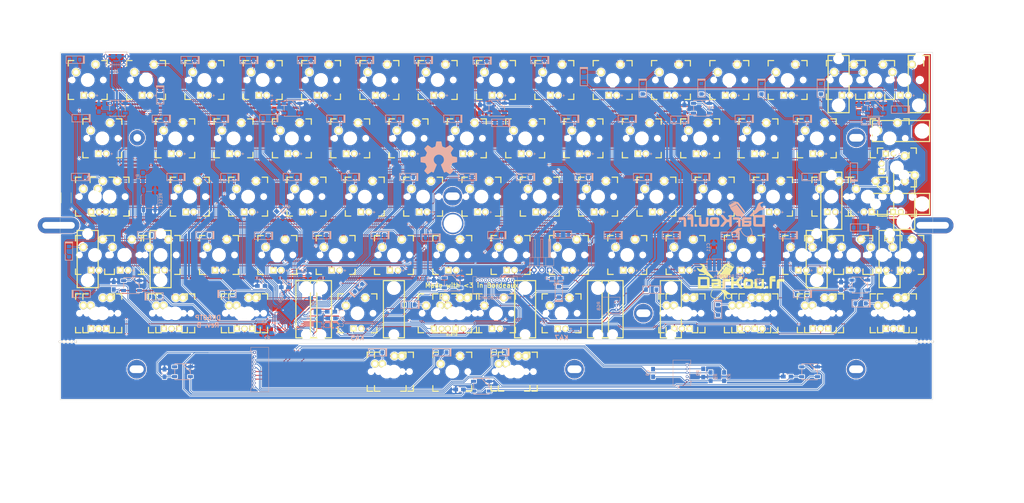
<source format=kicad_pcb>
(kicad_pcb (version 4) (host pcbnew 4.0.7+dfsg1-1)
  (title_block (title DK60TP) (date 2017-10-07) (rev B) (company DarKou))
  (layers (0 F.Cu signal) (31 B.Cu signal) (34 B.Paste user) (35 F.Paste user) (36 B.SilkS user) (37 F.SilkS user hide) (38 B.Mask user) (39 F.Mask user) (44 Edge.Cuts user))
  (net 0 "")
  (net 1 LED_CATH)
  (net 2 LED_AN)
  (net 3 XTAL1)
  (net 4 GND)
  (net 5 XTAL2)
  (net 6 VCC)
  (net 7 "Net-(C8-Pad1)")
  (net 8 "Net-(C9-Pad1)")
  (net 9 Col0)
  (net 10 "Net-(DK0-Pad1)")
  (net 11 "Net-(DK1-Pad1)")
  (net 12 "Net-(DK2-Pad1)")
  (net 13 "Net-(DK3-Pad1)")
  (net 14 "Net-(DK4-Pad1)")
  (net 15 Col6)
  (net 16 "Net-(DK6-Pad1)")
  (net 17 Col1)
  (net 18 "Net-(DK10-Pad1)")
  (net 19 "Net-(DK11-Pad1)")
  (net 20 "Net-(DK12-Pad1)")
  (net 21 "Net-(DK13-Pad1)")
  (net 22 "Net-(DK14-Pad1)")
  (net 23 Col2)
  (net 24 "Net-(DK20-Pad1)")
  (net 25 "Net-(DK21-Pad1)")
  (net 26 "Net-(DK22-Pad1)")
  (net 27 "Net-(DK23-Pad1)")
  (net 28 "Net-(DK24-Pad1)")
  (net 29 Col3)
  (net 30 "Net-(DK30-Pad1)")
  (net 31 "Net-(DK31-Pad1)")
  (net 32 "Net-(DK32-Pad1)")
  (net 33 "Net-(DK33-Pad1)")
  (net 34 /TRACKPOINT/Col3)
  (net 35 "Net-(DK34-Pad1)")
  (net 36 Col4)
  (net 37 "Net-(DK40-Pad1)")
  (net 38 "Net-(DK41-Pad1)")
  (net 39 "Net-(DK42-Pad1)")
  (net 40 "Net-(DK43-Pad1)")
  (net 41 /TRACKPOINT/Col4)
  (net 42 "Net-(DK44-Pad1)")
  (net 43 Col5)
  (net 44 "Net-(DK50-Pad1)")
  (net 45 "Net-(DK51-Pad1)")
  (net 46 "Net-(DK52-Pad1)")
  (net 47 "Net-(DK53-Pad1)")
  (net 48 "Net-(DK54-Pad1)")
  (net 49 "Net-(DK61-Pad1)")
  (net 50 "Net-(DK62-Pad1)")
  (net 51 "Net-(DK63-Pad1)")
  (net 52 "Net-(DK64-Pad1)")
  (net 53 Col7)
  (net 54 "Net-(DK70-Pad1)")
  (net 55 "Net-(DK71-Pad1)")
  (net 56 "Net-(DK72-Pad1)")
  (net 57 "Net-(DK73-Pad1)")
  (net 58 Col8)
  (net 59 "Net-(DK80-Pad1)")
  (net 60 "Net-(DK81-Pad1)")
  (net 61 "Net-(DK82-Pad1)")
  (net 62 "Net-(DK83-Pad1)")
  (net 63 Col9)
  (net 64 "Net-(DK90-Pad1)")
  (net 65 "Net-(DK91-Pad1)")
  (net 66 "Net-(DK92-Pad1)")
  (net 67 "Net-(DK93-Pad1)")
  (net 68 "Net-(DK94-Pad1)")
  (net 69 ColA)
  (net 70 "Net-(DKA0-Pad1)")
  (net 71 "Net-(DKA1-Pad1)")
  (net 72 "Net-(DKA2-Pad1)")
  (net 73 "Net-(DKA3-Pad1)")
  (net 74 "Net-(DKA4-Pad1)")
  (net 75 ColB)
  (net 76 "Net-(DKB0-Pad1)")
  (net 77 "Net-(DKB1-Pad1)")
  (net 78 "Net-(DKB2-Pad1)")
  (net 79 "Net-(DKB3-Pad1)")
  (net 80 "Net-(DKB4-Pad1)")
  (net 81 ColC)
  (net 82 "Net-(DKC1-Pad1)")
  (net 83 "Net-(DKC2-Pad1)")
  (net 84 "Net-(DKC3-Pad1)")
  (net 85 "Net-(DKC4-Pad1)")
  (net 86 ColD)
  (net 87 "Net-(DKD0-Pad1)")
  (net 88 "Net-(DKD1-Pad1)")
  (net 89 "Net-(DKD2-Pad1)")
  (net 90 "Net-(DKD3-Pad1)")
  (net 91 "Net-(DKD4-Pad1)")
  (net 92 "Net-(J1-Pad2)")
  (net 93 "Net-(J1-Pad3)")
  (net 94 DOUT)
  (net 95 Row0)
  (net 96 Row4)
  (net 97 Row1)
  (net 98 Row2)
  (net 99 Row3)
  (net 100 /TRACKPOINT/Row4)
  (net 101 "Net-(KC0-Pad1)")
  (net 102 "Net-(L1-Pad1)")
  (net 103 "Net-(J3-Pad2)")
  (net 104 D5)
  (net 105 D2)
  (net 106 /TRACKPOINT/D5)
  (net 107 /TRACKPOINT/D2)
  (net 108 /TRACKPOINT/RGB)
  (net 109 RESET)
  (net 110 "Net-(R2-Pad2)")
  (net 111 "Net-(R3-Pad1)")
  (net 112 CAPS_LED)
  (net 113 "Net-(J3-Pad1)")
  (net 114 RGB)
  (net 115 "Net-(RGB0-Pad2)")
  (net 116 "Net-(RGB1-Pad2)")
  (net 117 "Net-(RGB2-Pad2)")
  (net 118 "Net-(RGB3-Pad2)")
  (net 119 "Net-(RGB4-Pad2)")
  (net 120 "Net-(RGB5-Pad2)")
  (net 121 "Net-(RGB6-Pad2)")
  (net 122 "Net-(RGB8-Pad2)")
  (net 123 "Net-(RGB10-Pad4)")
  (net 124 BACKLIT)
  (net 125 "Net-(R4-Pad1)")
  (net 126 "Net-(DK74-Pad1)")
  (net 127 /TRACKPOINT/Col8)
  (net 128 "Net-(DK84-Pad1)")
  (module Connectors_Molex:Molex_PicoBlade_53048-0310_03x1.25mm_Angled (layer B.Cu) (at 245.61375 124.05625 90)
    (fp_text reference J2 hide)
    (fp_text value RGB (at 1.25 -5.75 90) (layer B.SilkS) (effects (justify mirror)))
    (pad 1 thru_hole rect (at 0 0 90) (size 0.85 0.85) (drill 0.5) (layers *.Cu *.Mask) (net 6 VCC))
    (pad 2 thru_hole circle (at 1.25 0 90) (size 0.85 0.85) (drill 0.5) (layers *.Cu *.Mask) (net 4 GND))
    (pad 3 thru_hole circle (at 2.5 0 90) (size 0.85 0.85) (drill 0.5) (layers *.Cu *.Mask) (net 94 DOUT))
  )
  (module Housings_DFN_QFN:QFN-44-1EP_7x7mm_Pitch0.5mm (layer B.Cu) (at 139.505 124.15625 225)
    (fp_text reference U0 (at 0 4.75 225) (layer B.SilkS) (effects (justify mirror)))
    (fp_text value ATMEGA32U4-MU)
    (pad 1 smd rect (at -3.4 2.5 225) (size 0.7 0.25) (layers B.Cu B.Paste B.Mask) (net 112 CAPS_LED))
    (pad 2 smd rect (at -3.4 2 225) (size 0.7 0.25) (layers B.Cu B.Paste B.Mask) (net 6 VCC))
    (pad 3 smd rect (at -3.4 1.5 225) (size 0.7 0.25) (layers B.Cu B.Paste B.Mask) (net 111 "Net-(R3-Pad1)"))
    (pad 4 smd rect (at -3.4 1 225) (size 0.7 0.25) (layers B.Cu B.Paste B.Mask) (net 125 "Net-(R4-Pad1)"))
    (pad 5 smd rect (at -3.4 0.5 225) (size 0.7 0.25) (layers B.Cu B.Paste B.Mask) (net 4 GND))
    (pad 6 smd rect (at -3.4 0 225) (size 0.7 0.25) (layers B.Cu B.Paste B.Mask) (net 7 "Net-(C8-Pad1)"))
    (pad 7 smd rect (at -3.4 -0.5 225) (size 0.7 0.25) (layers B.Cu B.Paste B.Mask) (net 6 VCC))
    (pad 8 smd rect (at -3.4 -1 225) (size 0.7 0.25) (layers B.Cu B.Paste B.Mask) (net 43 Col5))
    (pad 9 smd rect (at -3.4 -1.5 225) (size 0.7 0.25) (layers B.Cu B.Paste B.Mask) (net 99 Row3))
    (pad 10 smd rect (at -3.4 -2 225) (size 0.7 0.25) (layers B.Cu B.Paste B.Mask) (net 15 Col6))
    (pad 11 smd rect (at -3.4 -2.5 225) (size 0.7 0.25) (layers B.Cu B.Paste B.Mask) (net 53 Col7))
    (pad 12 smd rect (at -2.5 -3.4 135) (size 0.7 0.25) (layers B.Cu B.Paste B.Mask) (net 124 BACKLIT))
    (pad 13 smd rect (at -2 -3.4 135) (size 0.7 0.25) (layers B.Cu B.Paste B.Mask) (net 109 RESET))
    (pad 14 smd rect (at -1.5 -3.4 135) (size 0.7 0.25) (layers B.Cu B.Paste B.Mask) (net 6 VCC))
    (pad 15 smd rect (at -1 -3.4 135) (size 0.7 0.25) (layers B.Cu B.Paste B.Mask) (net 4 GND))
    (pad 16 smd rect (at -0.5 -3.4 135) (size 0.7 0.25) (layers B.Cu B.Paste B.Mask) (net 3 XTAL1))
    (pad 17 smd rect (at 0 -3.4 135) (size 0.7 0.25) (layers B.Cu B.Paste B.Mask) (net 5 XTAL2))
    (pad 18 smd rect (at 0.5 -3.4 135) (size 0.7 0.25) (layers B.Cu B.Paste B.Mask) (net 81 ColC))
    (pad 19 smd rect (at 1 -3.4 135) (size 0.7 0.25) (layers B.Cu B.Paste B.Mask) (net 75 ColB))
    (pad 20 smd rect (at 1.5 -3.4 135) (size 0.7 0.25) (layers B.Cu B.Paste B.Mask) (net 105 D2))
    (pad 21 smd rect (at 2 -3.4 135) (size 0.7 0.25) (layers B.Cu B.Paste B.Mask) (net 69 ColA))
    (pad 22 smd rect (at 2.5 -3.4 135) (size 0.7 0.25) (layers B.Cu B.Paste B.Mask) (net 104 D5))
    (pad 23 smd rect (at 3.4 -2.5 225) (size 0.7 0.25) (layers B.Cu B.Paste B.Mask) (net 4 GND))
    (pad 24 smd rect (at 3.4 -2 225) (size 0.7 0.25) (layers B.Cu B.Paste B.Mask) (net 6 VCC))
    (pad 25 smd rect (at 3.4 -1.5 225) (size 0.7 0.25) (layers B.Cu B.Paste B.Mask) (net 86 ColD))
    (pad 26 smd rect (at 3.4 -1 225) (size 0.7 0.25) (layers B.Cu B.Paste B.Mask) (net 96 Row4))
    (pad 27 smd rect (at 3.4 -0.5 225) (size 0.7 0.25) (layers B.Cu B.Paste B.Mask) (net 114 RGB))
    (pad 28 smd rect (at 3.4 0 225) (size 0.7 0.25) (layers B.Cu B.Paste B.Mask) (net 9 Col0))
    (pad 29 smd rect (at 3.4 0.5 225) (size 0.7 0.25) (layers B.Cu B.Paste B.Mask) (net 17 Col1))
    (pad 30 smd rect (at 3.4 1 225) (size 0.7 0.25) (layers B.Cu B.Paste B.Mask) (net 98 Row2))
    (pad 31 smd rect (at 3.4 1.5 225) (size 0.7 0.25) (layers B.Cu B.Paste B.Mask) (net 23 Col2))
    (pad 32 smd rect (at 3.4 2 225) (size 0.7 0.25) (layers B.Cu B.Paste B.Mask) (net 95 Row0))
    (pad 33 smd rect (at 3.4 2.5 225) (size 0.7 0.25) (layers B.Cu B.Paste B.Mask) (net 110 "Net-(R2-Pad2)"))
    (pad 34 smd rect (at 2.5 3.4 135) (size 0.7 0.25) (layers B.Cu B.Paste B.Mask) (net 6 VCC))
    (pad 35 smd rect (at 2 3.4 135) (size 0.7 0.25) (layers B.Cu B.Paste B.Mask) (net 4 GND))
    (pad 36 smd rect (at 1.5 3.4 135) (size 0.7 0.25) (layers B.Cu B.Paste B.Mask) (net 29 Col3))
    (pad 37 smd rect (at 1 3.4 135) (size 0.7 0.25) (layers B.Cu B.Paste B.Mask) (net 36 Col4))
    (pad 38 smd rect (at 0.5 3.4 135) (size 0.7 0.25) (layers B.Cu B.Paste B.Mask) (net 97 Row1))
    (pad 39 smd rect (at 0 3.4 135) (size 0.7 0.25) (layers B.Cu B.Paste B.Mask) (net 58 Col8))
    (pad 40 smd rect (at -0.5 3.4 135) (size 0.7 0.25) (layers B.Cu B.Paste B.Mask) (net 63 Col9))
    (pad 41 smd rect (at -1 3.4 135) (size 0.7 0.25) (layers B.Cu B.Paste B.Mask))
    (pad 42 smd rect (at -1.5 3.4 135) (size 0.7 0.25) (layers B.Cu B.Paste B.Mask))
    (pad 43 smd rect (at -2 3.4 135) (size 0.7 0.25) (layers B.Cu B.Paste B.Mask) (net 4 GND))
    (pad 44 smd rect (at -2.5 3.4 135) (size 0.7 0.25) (layers B.Cu B.Paste B.Mask) (net 6 VCC))
    (pad 45 smd rect (at 1.93125 -1.93125 225) (size 1.2875 1.2875) (layers B.Cu B.Paste B.Mask) (net 4 GND))
    (pad 45 smd rect (at 1.93125 -0.64375 225) (size 1.2875 1.2875) (layers B.Cu B.Paste B.Mask) (net 4 GND))
    (pad 45 smd rect (at 1.93125 0.64375 225) (size 1.2875 1.2875) (layers B.Cu B.Paste B.Mask) (net 4 GND))
    (pad 45 smd rect (at 1.93125 1.93125 225) (size 1.2875 1.2875) (layers B.Cu B.Paste B.Mask) (net 4 GND))
    (pad 45 smd rect (at 0.64375 -1.93125 225) (size 1.2875 1.2875) (layers B.Cu B.Paste B.Mask) (net 4 GND))
    (pad 45 smd rect (at 0.64375 -0.64375 225) (size 1.2875 1.2875) (layers B.Cu B.Paste B.Mask) (net 4 GND))
    (pad 45 smd rect (at 0.64375 0.64375 225) (size 1.2875 1.2875) (layers B.Cu B.Paste B.Mask) (net 4 GND))
    (pad 45 smd rect (at 0.64375 1.93125 225) (size 1.2875 1.2875) (layers B.Cu B.Paste B.Mask) (net 4 GND))
    (pad 45 smd rect (at -0.64375 -1.93125 225) (size 1.2875 1.2875) (layers B.Cu B.Paste B.Mask) (net 4 GND))
    (pad 45 smd rect (at -0.64375 -0.64375 225) (size 1.2875 1.2875) (layers B.Cu B.Paste B.Mask) (net 4 GND))
    (pad 45 smd rect (at -0.64375 0.64375 225) (size 1.2875 1.2875) (layers B.Cu B.Paste B.Mask) (net 4 GND))
    (pad 45 smd rect (at -0.64375 1.93125 225) (size 1.2875 1.2875) (layers B.Cu B.Paste B.Mask) (net 4 GND))
    (pad 45 smd rect (at -1.93125 -1.93125 225) (size 1.2875 1.2875) (layers B.Cu B.Paste B.Mask) (net 4 GND))
    (pad 45 smd rect (at -1.93125 -0.64375 225) (size 1.2875 1.2875) (layers B.Cu B.Paste B.Mask) (net 4 GND))
    (pad 45 smd rect (at -1.93125 0.64375 225) (size 1.2875 1.2875) (layers B.Cu B.Paste B.Mask) (net 4 GND))
    (pad 45 smd rect (at -1.93125 1.93125 225) (size 1.2875 1.2875) (layers B.Cu B.Paste B.Mask) (net 4 GND))
  )
  (module Footprint:MXST (layer F.Cu) (at 144.3675 125.18125 180)
    (fp_text reference 6.25U_0 hide)
    (fp_text value 6.25U hide)
    (pad "" np_thru_hole circle (at 0 -6.985 180) (size 3.048 3.048) (drill 3.048) (layers *.Cu *.Mask))
    (pad "" np_thru_hole circle (at 0 8.255 180) (size 3.9802 3.9802) (drill 3.9802) (layers *.Cu *.Mask))
  )
  (module Footprint:Mx_125 (layer F.Cu) (at 75.3375 125.18125)
    (fp_text reference K40 hide)
    (fp_text value K40 hide)
    (pad HOLE np_thru_hole circle (at 0 0) (size 3.9878 3.9878) (drill 3.9878) (layers *.Cu))
    (pad HOLE np_thru_hole circle (at -5.08 0) (size 1.7018 1.7018) (drill 1.7018) (layers *.Cu))
    (pad HOLE np_thru_hole circle (at 5.08 0) (size 1.7018 1.7018) (drill 1.7018) (layers *.Cu))
    (pad 1 thru_hole circle (at -3.81 -2.54 330.95) (size 2.5 2.5) (drill 1.5) (layers *.Cu *.Mask F.SilkS) (net 14 "Net-(DK4-Pad1)"))
    (pad 2 thru_hole circle (at 2.54 -5.08 356.1) (size 2.5 2.5) (drill 1.5) (layers *.Cu *.Mask F.SilkS) (net 96 Row4))
  )
  (module Footprint:LED_TH_BIVAR (layer F.Cu) (at 72.95625 53.98125)
    (fp_text reference BL0 hide)
    (fp_text value LED hide)
    (fp_text user + (at 3.048 0) (layer B.SilkS) (effects (justify mirror)))
    (pad 1 thru_hole rect (at -1.27 0) (size 1.9 1.9) (drill 1.1176) (layers *.Cu *.Mask F.SilkS) (net 1 LED_CATH))
    (pad 2 thru_hole circle (at 1.27 0) (size 1.9 1.9) (drill 1.1176) (layers *.Cu *.Mask F.SilkS) (net 2 LED_AN))
  )
  (module Footprint:LED_TH_BIVAR (layer F.Cu) (at 77.71875 73.03125)
    (fp_text reference BL10 hide)
    (fp_text value LED hide)
    (fp_text user + (at 3.048 0) (layer B.SilkS) (effects (justify mirror)))
    (pad 1 thru_hole rect (at -1.27 0) (size 1.9 1.9) (drill 1.1176) (layers *.Cu *.Mask F.SilkS) (net 1 LED_CATH))
    (pad 2 thru_hole circle (at 1.27 0) (size 1.9 1.9) (drill 1.1176) (layers *.Cu *.Mask F.SilkS) (net 2 LED_AN))
  )
  (module Footprint:LED_TH_BIVAR (layer F.Cu) (at 75.3375 92.08125)
    (fp_text reference BL20 hide)
    (fp_text value LED hide)
    (fp_text user + (at 3.048 0) (layer B.SilkS) (effects (justify mirror)))
    (pad 1 thru_hole rect (at -1.27 0) (size 1.9 1.9) (drill 1.1176) (layers *.Cu *.Mask F.SilkS) (net 1 LED_CATH))
    (pad 2 thru_hole circle (at 1.27 0) (size 1.9 1.9) (drill 1.1176) (layers *.Cu *.Mask F.SilkS) (net 2 LED_AN))
  )
  (module Footprint:LED_TH_BIVAR (layer F.Cu) (at 80.1 92.08125 180)
    (fp_text reference BL21 hide)
    (fp_text value LED hide)
    (fp_text user + (at 3.048 0 180) (layer B.SilkS) (effects (justify mirror)))
    (pad 1 thru_hole rect (at -1.27 0 180) (size 1.9 1.9) (drill 1.1176) (layers *.Cu *.Mask F.SilkS) (net 1 LED_CATH))
    (pad 2 thru_hole circle (at 1.27 0 180) (size 1.9 1.9) (drill 1.1176) (layers *.Cu *.Mask F.SilkS) (net 2 LED_AN))
  )
  (module Footprint:LED_TH_BIVAR (layer F.Cu) (at 75.3375 111.13125)
    (fp_text reference BL30 hide)
    (fp_text value LED hide)
    (fp_text user + (at 3.048 0) (layer B.SilkS) (effects (justify mirror)))
    (pad 1 thru_hole rect (at -1.27 0) (size 1.9 1.9) (drill 1.1176) (layers *.Cu *.Mask F.SilkS) (net 1 LED_CATH))
    (pad 2 thru_hole circle (at 1.27 0) (size 1.9 1.9) (drill 1.1176) (layers *.Cu *.Mask F.SilkS) (net 2 LED_AN))
  )
  (module Footprint:LED_TH_BIVAR (layer F.Cu) (at 96.76875 111.13125)
    (fp_text reference BL31 hide)
    (fp_text value LED hide)
    (fp_text user + (at 3.048 0) (layer B.SilkS) (effects (justify mirror)))
    (pad 1 thru_hole rect (at -1.27 0) (size 1.9 1.9) (drill 1.1176) (layers *.Cu *.Mask F.SilkS) (net 1 LED_CATH))
    (pad 2 thru_hole circle (at 1.27 0) (size 1.9 1.9) (drill 1.1176) (layers *.Cu *.Mask F.SilkS) (net 2 LED_AN))
  )
  (module Footprint:LED_TH_BIVAR (layer F.Cu) (at 75.3375 130.18125)
    (fp_text reference BL40 hide)
    (fp_text value LED hide)
    (fp_text user + (at 3.048 0) (layer B.SilkS) (effects (justify mirror)))
    (pad 1 thru_hole rect (at -1.27 0) (size 1.9 1.9) (drill 1.1176) (layers *.Cu *.Mask F.SilkS) (net 1 LED_CATH))
    (pad 2 thru_hole circle (at 1.27 0) (size 1.9 1.9) (drill 1.1176) (layers *.Cu *.Mask F.SilkS) (net 2 LED_AN))
  )
  (module Footprint:LED_TH_BIVAR (layer F.Cu) (at 77.71875 130.18125 180)
    (fp_text reference BL41 hide)
    (fp_text value LED hide)
    (fp_text user + (at 3.048 0 180) (layer B.SilkS) (effects (justify mirror)))
    (pad 1 thru_hole rect (at -1.27 0 180) (size 1.9 1.9) (drill 1.1176) (layers *.Cu *.Mask F.SilkS) (net 1 LED_CATH))
    (pad 2 thru_hole circle (at 1.27 0 180) (size 1.9 1.9) (drill 1.1176) (layers *.Cu *.Mask F.SilkS) (net 2 LED_AN))
  )
  (module Footprint:LED_TH_BIVAR (layer F.Cu) (at 92.00625 53.98125)
    (fp_text reference BL100 hide)
    (fp_text value LED hide)
    (fp_text user + (at 3.048 0) (layer B.SilkS) (effects (justify mirror)))
    (pad 1 thru_hole rect (at -1.27 0) (size 1.9 1.9) (drill 1.1176) (layers *.Cu *.Mask F.SilkS) (net 1 LED_CATH))
    (pad 2 thru_hole circle (at 1.27 0) (size 1.9 1.9) (drill 1.1176) (layers *.Cu *.Mask F.SilkS) (net 2 LED_AN))
  )
  (module Footprint:LED_TH_BIVAR (layer F.Cu) (at 101.53125 73.03125)
    (fp_text reference BL110 hide)
    (fp_text value LED hide)
    (fp_text user + (at 3.048 0) (layer B.SilkS) (effects (justify mirror)))
    (pad 1 thru_hole rect (at -1.27 0) (size 1.9 1.9) (drill 1.1176) (layers *.Cu *.Mask F.SilkS) (net 1 LED_CATH))
    (pad 2 thru_hole circle (at 1.27 0) (size 1.9 1.9) (drill 1.1176) (layers *.Cu *.Mask F.SilkS) (net 2 LED_AN))
  )
  (module Footprint:LED_TH_BIVAR (layer F.Cu) (at 106.29375 92.08125)
    (fp_text reference BL120 hide)
    (fp_text value LED hide)
    (fp_text user + (at 3.048 0) (layer B.SilkS) (effects (justify mirror)))
    (pad 1 thru_hole rect (at -1.27 0) (size 1.9 1.9) (drill 1.1176) (layers *.Cu *.Mask F.SilkS) (net 1 LED_CATH))
    (pad 2 thru_hole circle (at 1.27 0) (size 1.9 1.9) (drill 1.1176) (layers *.Cu *.Mask F.SilkS) (net 2 LED_AN))
  )
  (module Footprint:LED_TH_BIVAR (layer F.Cu) (at 84.8625 111.13125)
    (fp_text reference BL130 hide)
    (fp_text value LED hide)
    (fp_text user + (at 3.048 0) (layer B.SilkS) (effects (justify mirror)))
    (pad 1 thru_hole rect (at -1.27 0) (size 1.9 1.9) (drill 1.1176) (layers *.Cu *.Mask F.SilkS) (net 1 LED_CATH))
    (pad 2 thru_hole circle (at 1.27 0) (size 1.9 1.9) (drill 1.1176) (layers *.Cu *.Mask F.SilkS) (net 2 LED_AN))
  )
  (module Footprint:LED_TH_BIVAR (layer F.Cu) (at 99.15 130.18125)
    (fp_text reference BL140 hide)
    (fp_text value LED hide)
    (fp_text user + (at 3.048 0) (layer B.SilkS) (effects (justify mirror)))
    (pad 1 thru_hole rect (at -1.27 0) (size 1.9 1.9) (drill 1.1176) (layers *.Cu *.Mask F.SilkS) (net 1 LED_CATH))
    (pad 2 thru_hole circle (at 1.27 0) (size 1.9 1.9) (drill 1.1176) (layers *.Cu *.Mask F.SilkS) (net 2 LED_AN))
  )
  (module Footprint:LED_TH_BIVAR (layer F.Cu) (at 101.53125 130.18125 180)
    (fp_text reference BL141 hide)
    (fp_text value LED hide)
    (fp_text user + (at 3.048 0 180) (layer B.SilkS) (effects (justify mirror)))
    (pad 1 thru_hole rect (at -1.27 0 180) (size 1.9 1.9) (drill 1.1176) (layers *.Cu *.Mask F.SilkS) (net 1 LED_CATH))
    (pad 2 thru_hole circle (at 1.27 0 180) (size 1.9 1.9) (drill 1.1176) (layers *.Cu *.Mask F.SilkS) (net 2 LED_AN))
  )
  (module Footprint:LED_TH_BIVAR (layer F.Cu) (at 111.05625 53.98125)
    (fp_text reference BL200 hide)
    (fp_text value LED hide)
    (fp_text user + (at 3.048 0) (layer B.SilkS) (effects (justify mirror)))
    (pad 1 thru_hole rect (at -1.27 0) (size 1.9 1.9) (drill 1.1176) (layers *.Cu *.Mask F.SilkS) (net 1 LED_CATH))
    (pad 2 thru_hole circle (at 1.27 0) (size 1.9 1.9) (drill 1.1176) (layers *.Cu *.Mask F.SilkS) (net 2 LED_AN))
  )
  (module Footprint:LED_TH_BIVAR (layer F.Cu) (at 120.58125 73.03125)
    (fp_text reference BL210 hide)
    (fp_text value LED hide)
    (fp_text user + (at 3.048 0) (layer B.SilkS) (effects (justify mirror)))
    (pad 1 thru_hole rect (at -1.27 0) (size 1.9 1.9) (drill 1.1176) (layers *.Cu *.Mask F.SilkS) (net 1 LED_CATH))
    (pad 2 thru_hole circle (at 1.27 0) (size 1.9 1.9) (drill 1.1176) (layers *.Cu *.Mask F.SilkS) (net 2 LED_AN))
  )
  (module Footprint:LED_TH_BIVAR (layer F.Cu) (at 125.34375 92.08125)
    (fp_text reference BL220 hide)
    (fp_text value LED hide)
    (fp_text user + (at 3.048 0) (layer B.SilkS) (effects (justify mirror)))
    (pad 1 thru_hole rect (at -1.27 0) (size 1.9 1.9) (drill 1.1176) (layers *.Cu *.Mask F.SilkS) (net 1 LED_CATH))
    (pad 2 thru_hole circle (at 1.27 0) (size 1.9 1.9) (drill 1.1176) (layers *.Cu *.Mask F.SilkS) (net 2 LED_AN))
  )
  (module Footprint:LED_TH_BIVAR (layer F.Cu) (at 115.81875 111.13125)
    (fp_text reference BL230 hide)
    (fp_text value LED hide)
    (fp_text user + (at 3.048 0) (layer B.SilkS) (effects (justify mirror)))
    (pad 1 thru_hole rect (at -1.27 0) (size 1.9 1.9) (drill 1.1176) (layers *.Cu *.Mask F.SilkS) (net 1 LED_CATH))
    (pad 2 thru_hole circle (at 1.27 0) (size 1.9 1.9) (drill 1.1176) (layers *.Cu *.Mask F.SilkS) (net 2 LED_AN))
  )
  (module Footprint:LED_TH_BIVAR (layer F.Cu) (at 122.9625 130.18125)
    (fp_text reference BL240 hide)
    (fp_text value LED hide)
    (fp_text user + (at 3.048 0) (layer B.SilkS) (effects (justify mirror)))
    (pad 1 thru_hole rect (at -1.27 0) (size 1.9 1.9) (drill 1.1176) (layers *.Cu *.Mask F.SilkS) (net 1 LED_CATH))
    (pad 2 thru_hole circle (at 1.27 0) (size 1.9 1.9) (drill 1.1176) (layers *.Cu *.Mask F.SilkS) (net 2 LED_AN))
  )
  (module Footprint:LED_TH_BIVAR (layer F.Cu) (at 125.34375 130.18125 180)
    (fp_text reference BL241 hide)
    (fp_text value LED hide)
    (fp_text user + (at 3.048 0 180) (layer B.SilkS) (effects (justify mirror)))
    (pad 1 thru_hole rect (at -1.27 0 180) (size 1.9 1.9) (drill 1.1176) (layers *.Cu *.Mask F.SilkS) (net 1 LED_CATH))
    (pad 2 thru_hole circle (at 1.27 0 180) (size 1.9 1.9) (drill 1.1176) (layers *.Cu *.Mask F.SilkS) (net 2 LED_AN))
  )
  (module Footprint:LED_TH_BIVAR (layer F.Cu) (at 130.10625 53.98125)
    (fp_text reference BL300 hide)
    (fp_text value LED hide)
    (fp_text user + (at 3.048 0) (layer B.SilkS) (effects (justify mirror)))
    (pad 1 thru_hole rect (at -1.27 0) (size 1.9 1.9) (drill 1.1176) (layers *.Cu *.Mask F.SilkS) (net 1 LED_CATH))
    (pad 2 thru_hole circle (at 1.27 0) (size 1.9 1.9) (drill 1.1176) (layers *.Cu *.Mask F.SilkS) (net 2 LED_AN))
  )
  (module Footprint:LED_TH_BIVAR (layer F.Cu) (at 139.63125 73.03125)
    (fp_text reference BL310 hide)
    (fp_text value LED hide)
    (fp_text user + (at 3.048 0) (layer B.SilkS) (effects (justify mirror)))
    (pad 1 thru_hole rect (at -1.27 0) (size 1.9 1.9) (drill 1.1176) (layers *.Cu *.Mask F.SilkS) (net 1 LED_CATH))
    (pad 2 thru_hole circle (at 1.27 0) (size 1.9 1.9) (drill 1.1176) (layers *.Cu *.Mask F.SilkS) (net 2 LED_AN))
  )
  (module Footprint:LED_TH_BIVAR (layer F.Cu) (at 144.39375 92.08125)
    (fp_text reference BL320 hide)
    (fp_text value LED hide)
    (fp_text user + (at 3.048 0) (layer B.SilkS) (effects (justify mirror)))
    (pad 1 thru_hole rect (at -1.27 0) (size 1.9 1.9) (drill 1.1176) (layers *.Cu *.Mask F.SilkS) (net 1 LED_CATH))
    (pad 2 thru_hole circle (at 1.27 0) (size 1.9 1.9) (drill 1.1176) (layers *.Cu *.Mask F.SilkS) (net 2 LED_AN))
  )
  (module Footprint:LED_TH_BIVAR (layer F.Cu) (at 134.86875 111.13125)
    (fp_text reference BL330 hide)
    (fp_text value LED hide)
    (fp_text user + (at 3.048 0) (layer B.SilkS) (effects (justify mirror)))
    (pad 1 thru_hole rect (at -1.27 0) (size 1.9 1.9) (drill 1.1176) (layers *.Cu *.Mask F.SilkS) (net 1 LED_CATH))
    (pad 2 thru_hole circle (at 1.27 0) (size 1.9 1.9) (drill 1.1176) (layers *.Cu *.Mask F.SilkS) (net 2 LED_AN))
  )
  (module Footprint:LED_TH_BIVAR (layer F.Cu) (at 149.15625 53.98125)
    (fp_text reference BL400 hide)
    (fp_text value LED hide)
    (fp_text user + (at 3.048 0) (layer B.SilkS) (effects (justify mirror)))
    (pad 1 thru_hole rect (at -1.27 0) (size 1.9 1.9) (drill 1.1176) (layers *.Cu *.Mask F.SilkS) (net 1 LED_CATH))
    (pad 2 thru_hole circle (at 1.27 0) (size 1.9 1.9) (drill 1.1176) (layers *.Cu *.Mask F.SilkS) (net 2 LED_AN))
  )
  (module Footprint:LED_TH_BIVAR (layer F.Cu) (at 158.68125 73.03125)
    (fp_text reference BL410 hide)
    (fp_text value LED hide)
    (fp_text user + (at 3.048 0) (layer B.SilkS) (effects (justify mirror)))
    (pad 1 thru_hole rect (at -1.27 0) (size 1.9 1.9) (drill 1.1176) (layers *.Cu *.Mask F.SilkS) (net 1 LED_CATH))
    (pad 2 thru_hole circle (at 1.27 0) (size 1.9 1.9) (drill 1.1176) (layers *.Cu *.Mask F.SilkS) (net 2 LED_AN))
  )
  (module Footprint:LED_TH_BIVAR (layer F.Cu) (at 163.44375 92.08125)
    (fp_text reference BL420 hide)
    (fp_text value LED hide)
    (fp_text user + (at 3.048 0) (layer B.SilkS) (effects (justify mirror)))
    (pad 1 thru_hole rect (at -1.27 0) (size 1.9 1.9) (drill 1.1176) (layers *.Cu *.Mask F.SilkS) (net 1 LED_CATH))
    (pad 2 thru_hole circle (at 1.27 0) (size 1.9 1.9) (drill 1.1176) (layers *.Cu *.Mask F.SilkS) (net 2 LED_AN))
  )
  (module Footprint:LED_TH_BIVAR (layer F.Cu) (at 153.91875 111.13125)
    (fp_text reference BL430 hide)
    (fp_text value LED hide)
    (fp_text user + (at 3.048 0) (layer B.SilkS) (effects (justify mirror)))
    (pad 1 thru_hole rect (at -1.27 0) (size 1.9 1.9) (drill 1.1176) (layers *.Cu *.Mask F.SilkS) (net 1 LED_CATH))
    (pad 2 thru_hole circle (at 1.27 0) (size 1.9 1.9) (drill 1.1176) (layers *.Cu *.Mask F.SilkS) (net 2 LED_AN))
  )
  (module Footprint:LED_TH_BIVAR (layer F.Cu) (at 168.20625 53.98125)
    (fp_text reference BL500 hide)
    (fp_text value LED hide)
    (fp_text user + (at 3.048 0) (layer B.SilkS) (effects (justify mirror)))
    (pad 1 thru_hole rect (at -1.27 0) (size 1.9 1.9) (drill 1.1176) (layers *.Cu *.Mask F.SilkS) (net 1 LED_CATH))
    (pad 2 thru_hole circle (at 1.27 0) (size 1.9 1.9) (drill 1.1176) (layers *.Cu *.Mask F.SilkS) (net 2 LED_AN))
  )
  (module Footprint:LED_TH_BIVAR (layer F.Cu) (at 177.73125 73.03125)
    (fp_text reference BL510 hide)
    (fp_text value LED hide)
    (fp_text user + (at 3.048 0) (layer B.SilkS) (effects (justify mirror)))
    (pad 1 thru_hole rect (at -1.27 0) (size 1.9 1.9) (drill 1.1176) (layers *.Cu *.Mask F.SilkS) (net 1 LED_CATH))
    (pad 2 thru_hole circle (at 1.27 0) (size 1.9 1.9) (drill 1.1176) (layers *.Cu *.Mask F.SilkS) (net 2 LED_AN))
  )
  (module Footprint:LED_TH_BIVAR (layer F.Cu) (at 182.49375 92.08125)
    (fp_text reference BL520 hide)
    (fp_text value LED hide)
    (fp_text user + (at 3.048 0) (layer B.SilkS) (effects (justify mirror)))
    (pad 1 thru_hole rect (at -1.27 0) (size 1.9 1.9) (drill 1.1176) (layers *.Cu *.Mask F.SilkS) (net 1 LED_CATH))
    (pad 2 thru_hole circle (at 1.27 0) (size 1.9 1.9) (drill 1.1176) (layers *.Cu *.Mask F.SilkS) (net 2 LED_AN))
  )
  (module Footprint:LED_TH_BIVAR (layer F.Cu) (at 172.96875 111.13125)
    (fp_text reference BL530 hide)
    (fp_text value LED hide)
    (fp_text user + (at 3.048 0) (layer B.SilkS) (effects (justify mirror)))
    (pad 1 thru_hole rect (at -1.27 0) (size 1.9 1.9) (drill 1.1176) (layers *.Cu *.Mask F.SilkS) (net 1 LED_CATH))
    (pad 2 thru_hole circle (at 1.27 0) (size 1.9 1.9) (drill 1.1176) (layers *.Cu *.Mask F.SilkS) (net 2 LED_AN))
  )
  (module Footprint:LED_TH_BIVAR (layer F.Cu) (at 187.25625 53.98125)
    (fp_text reference BL600 hide)
    (fp_text value LED hide)
    (fp_text user + (at 3.048 0) (layer B.SilkS) (effects (justify mirror)))
    (pad 1 thru_hole rect (at -1.27 0) (size 1.9 1.9) (drill 1.1176) (layers *.Cu *.Mask F.SilkS) (net 1 LED_CATH))
    (pad 2 thru_hole circle (at 1.27 0) (size 1.9 1.9) (drill 1.1176) (layers *.Cu *.Mask F.SilkS) (net 2 LED_AN))
  )
  (module Footprint:LED_TH_BIVAR (layer F.Cu) (at 196.78125 73.03125)
    (fp_text reference BL610 hide)
    (fp_text value LED hide)
    (fp_text user + (at 3.048 0) (layer B.SilkS) (effects (justify mirror)))
    (pad 1 thru_hole rect (at -1.27 0) (size 1.9 1.9) (drill 1.1176) (layers *.Cu *.Mask F.SilkS) (net 1 LED_CATH))
    (pad 2 thru_hole circle (at 1.27 0) (size 1.9 1.9) (drill 1.1176) (layers *.Cu *.Mask F.SilkS) (net 2 LED_AN))
  )
  (module Footprint:LED_TH_BIVAR (layer F.Cu) (at 201.54375 92.08125)
    (fp_text reference BL620 hide)
    (fp_text value LED hide)
    (fp_text user + (at 3.048 0) (layer B.SilkS) (effects (justify mirror)))
    (pad 1 thru_hole rect (at -1.27 0) (size 1.9 1.9) (drill 1.1176) (layers *.Cu *.Mask F.SilkS) (net 1 LED_CATH))
    (pad 2 thru_hole circle (at 1.27 0) (size 1.9 1.9) (drill 1.1176) (layers *.Cu *.Mask F.SilkS) (net 2 LED_AN))
  )
  (module Footprint:LED_TH_BIVAR (layer F.Cu) (at 192.01875 111.13125)
    (fp_text reference BL630 hide)
    (fp_text value LED hide)
    (fp_text user + (at 3.048 0) (layer B.SilkS) (effects (justify mirror)))
    (pad 1 thru_hole rect (at -1.27 0) (size 1.9 1.9) (drill 1.1176) (layers *.Cu *.Mask F.SilkS) (net 1 LED_CATH))
    (pad 2 thru_hole circle (at 1.27 0) (size 1.9 1.9) (drill 1.1176) (layers *.Cu *.Mask F.SilkS) (net 2 LED_AN))
  )
  (module Footprint:LED_TH_BIVAR (layer F.Cu) (at 206.30625 130.18125)
    (fp_text reference BL640 hide)
    (fp_text value LED hide)
    (fp_text user + (at 3.048 0) (layer B.SilkS) (effects (justify mirror)))
    (pad 1 thru_hole rect (at -1.27 0) (size 1.9 1.9) (drill 1.1176) (layers *.Cu *.Mask F.SilkS) (net 1 LED_CATH))
    (pad 2 thru_hole circle (at 1.27 0) (size 1.9 1.9) (drill 1.1176) (layers *.Cu *.Mask F.SilkS) (net 2 LED_AN))
  )
  (module Footprint:LED_TH_BIVAR (layer F.Cu) (at 194.4 130.18125)
    (fp_text reference BL641 hide)
    (fp_text value LED hide)
    (fp_text user + (at 3.048 0) (layer B.SilkS) (effects (justify mirror)))
    (pad 1 thru_hole rect (at -1.27 0) (size 1.9 1.9) (drill 1.1176) (layers *.Cu *.Mask F.SilkS) (net 1 LED_CATH))
    (pad 2 thru_hole circle (at 1.27 0) (size 1.9 1.9) (drill 1.1176) (layers *.Cu *.Mask F.SilkS) (net 2 LED_AN))
  )
  (module Footprint:LED_TH_BIVAR (layer F.Cu) (at 187.25625 130.18125)
    (fp_text reference BL642 hide)
    (fp_text value LED hide)
    (fp_text user + (at 3.048 0) (layer B.SilkS) (effects (justify mirror)))
    (pad 1 thru_hole rect (at -1.27 0) (size 1.9 1.9) (drill 1.1176) (layers *.Cu *.Mask F.SilkS) (net 1 LED_CATH))
    (pad 2 thru_hole circle (at 1.27 0) (size 1.9 1.9) (drill 1.1176) (layers *.Cu *.Mask F.SilkS) (net 2 LED_AN))
  )
  (module Footprint:LED_TH_BIVAR (layer F.Cu) (at 206.30625 53.98125)
    (fp_text reference BL700 hide)
    (fp_text value LED hide)
    (fp_text user + (at 3.048 0) (layer B.SilkS) (effects (justify mirror)))
    (pad 1 thru_hole rect (at -1.27 0) (size 1.9 1.9) (drill 1.1176) (layers *.Cu *.Mask F.SilkS) (net 1 LED_CATH))
    (pad 2 thru_hole circle (at 1.27 0) (size 1.9 1.9) (drill 1.1176) (layers *.Cu *.Mask F.SilkS) (net 2 LED_AN))
  )
  (module Footprint:LED_TH_BIVAR (layer F.Cu) (at 215.83125 73.03125)
    (fp_text reference BL710 hide)
    (fp_text value LED hide)
    (fp_text user + (at 3.048 0) (layer B.SilkS) (effects (justify mirror)))
    (pad 1 thru_hole rect (at -1.27 0) (size 1.9 1.9) (drill 1.1176) (layers *.Cu *.Mask F.SilkS) (net 1 LED_CATH))
    (pad 2 thru_hole circle (at 1.27 0) (size 1.9 1.9) (drill 1.1176) (layers *.Cu *.Mask F.SilkS) (net 2 LED_AN))
  )
  (module Footprint:LED_TH_BIVAR (layer F.Cu) (at 220.59375 92.08125)
    (fp_text reference BL720 hide)
    (fp_text value LED hide)
    (fp_text user + (at 3.048 0) (layer B.SilkS) (effects (justify mirror)))
    (pad 1 thru_hole rect (at -1.27 0) (size 1.9 1.9) (drill 1.1176) (layers *.Cu *.Mask F.SilkS) (net 1 LED_CATH))
    (pad 2 thru_hole circle (at 1.27 0) (size 1.9 1.9) (drill 1.1176) (layers *.Cu *.Mask F.SilkS) (net 2 LED_AN))
  )
  (module Footprint:LED_TH_BIVAR (layer F.Cu) (at 211.06875 111.13125)
    (fp_text reference BL750 hide)
    (fp_text value LED hide)
    (fp_text user + (at 3.048 0) (layer B.SilkS) (effects (justify mirror)))
    (pad 1 thru_hole rect (at -1.27 0) (size 1.9 1.9) (drill 1.1176) (layers *.Cu *.Mask F.SilkS) (net 1 LED_CATH))
    (pad 2 thru_hole circle (at 1.27 0) (size 1.9 1.9) (drill 1.1176) (layers *.Cu *.Mask F.SilkS) (net 2 LED_AN))
  )
  (module Footprint:LED_TH_BIVAR (layer F.Cu) (at 225.35625 53.98125)
    (fp_text reference BL800 hide)
    (fp_text value LED hide)
    (fp_text user + (at 3.048 0) (layer B.SilkS) (effects (justify mirror)))
    (pad 1 thru_hole rect (at -1.27 0) (size 1.9 1.9) (drill 1.1176) (layers *.Cu *.Mask F.SilkS) (net 1 LED_CATH))
    (pad 2 thru_hole circle (at 1.27 0) (size 1.9 1.9) (drill 1.1176) (layers *.Cu *.Mask F.SilkS) (net 2 LED_AN))
  )
  (module Footprint:LED_TH_BIVAR (layer F.Cu) (at 234.88125 73.03125)
    (fp_text reference BL810 hide)
    (fp_text value LED hide)
    (fp_text user + (at 3.048 0) (layer B.SilkS) (effects (justify mirror)))
    (pad 1 thru_hole rect (at -1.27 0) (size 1.9 1.9) (drill 1.1176) (layers *.Cu *.Mask F.SilkS) (net 1 LED_CATH))
    (pad 2 thru_hole circle (at 1.27 0) (size 1.9 1.9) (drill 1.1176) (layers *.Cu *.Mask F.SilkS) (net 2 LED_AN))
  )
  (module Footprint:LED_TH_BIVAR (layer F.Cu) (at 239.64375 92.08125)
    (fp_text reference BL820 hide)
    (fp_text value LED hide)
    (fp_text user + (at 3.048 0) (layer B.SilkS) (effects (justify mirror)))
    (pad 1 thru_hole rect (at -1.27 0) (size 1.9 1.9) (drill 1.1176) (layers *.Cu *.Mask F.SilkS) (net 1 LED_CATH))
    (pad 2 thru_hole circle (at 1.27 0) (size 1.9 1.9) (drill 1.1176) (layers *.Cu *.Mask F.SilkS) (net 2 LED_AN))
  )
  (module Footprint:LED_TH_BIVAR (layer F.Cu) (at 230.11875 111.13125)
    (fp_text reference BL830 hide)
    (fp_text value LED hide)
    (fp_text user + (at 3.048 0) (layer B.SilkS) (effects (justify mirror)))
    (pad 1 thru_hole rect (at -1.27 0) (size 1.9 1.9) (drill 1.1176) (layers *.Cu *.Mask F.SilkS) (net 1 LED_CATH))
    (pad 2 thru_hole circle (at 1.27 0) (size 1.9 1.9) (drill 1.1176) (layers *.Cu *.Mask F.SilkS) (net 2 LED_AN))
  )
  (module Footprint:LED_TH_BIVAR (layer F.Cu) (at 244.40625 53.98125)
    (fp_text reference BL900 hide)
    (fp_text value LED hide)
    (fp_text user + (at 3.048 0) (layer B.SilkS) (effects (justify mirror)))
    (pad 1 thru_hole rect (at -1.27 0) (size 1.9 1.9) (drill 1.1176) (layers *.Cu *.Mask F.SilkS) (net 1 LED_CATH))
    (pad 2 thru_hole circle (at 1.27 0) (size 1.9 1.9) (drill 1.1176) (layers *.Cu *.Mask F.SilkS) (net 2 LED_AN))
  )
  (module Footprint:LED_TH_BIVAR (layer F.Cu) (at 253.93125 73.03125)
    (fp_text reference BL910 hide)
    (fp_text value LED hide)
    (fp_text user + (at 3.048 0) (layer B.SilkS) (effects (justify mirror)))
    (pad 1 thru_hole rect (at -1.27 0) (size 1.9 1.9) (drill 1.1176) (layers *.Cu *.Mask F.SilkS) (net 1 LED_CATH))
    (pad 2 thru_hole circle (at 1.27 0) (size 1.9 1.9) (drill 1.1176) (layers *.Cu *.Mask F.SilkS) (net 2 LED_AN))
  )
  (module Footprint:LED_TH_BIVAR (layer F.Cu) (at 258.69375 92.08125)
    (fp_text reference BL920 hide)
    (fp_text value LED hide)
    (fp_text user + (at 3.048 0) (layer B.SilkS) (effects (justify mirror)))
    (pad 1 thru_hole rect (at -1.27 0) (size 1.9 1.9) (drill 1.1176) (layers *.Cu *.Mask F.SilkS) (net 1 LED_CATH))
    (pad 2 thru_hole circle (at 1.27 0) (size 1.9 1.9) (drill 1.1176) (layers *.Cu *.Mask F.SilkS) (net 2 LED_AN))
  )
  (module Footprint:LED_TH_BIVAR (layer F.Cu) (at 249.16875 111.13125)
    (fp_text reference BL930 hide)
    (fp_text value LED hide)
    (fp_text user + (at 3.048 0) (layer B.SilkS) (effects (justify mirror)))
    (pad 1 thru_hole rect (at -1.27 0) (size 1.9 1.9) (drill 1.1176) (layers *.Cu *.Mask F.SilkS) (net 1 LED_CATH))
    (pad 2 thru_hole circle (at 1.27 0) (size 1.9 1.9) (drill 1.1176) (layers *.Cu *.Mask F.SilkS) (net 2 LED_AN))
  )
  (module Footprint:LED_TH_BIVAR (layer F.Cu) (at 339.65625 53.98125)
    (fp_text reference BL940 hide)
    (fp_text value LED hide)
    (fp_text user + (at 3.048 0) (layer B.SilkS) (effects (justify mirror)))
    (pad 1 thru_hole rect (at -1.27 0) (size 1.9 1.9) (drill 1.1176) (layers *.Cu *.Mask F.SilkS) (net 1 LED_CATH))
    (pad 2 thru_hole circle (at 1.27 0) (size 1.9 1.9) (drill 1.1176) (layers *.Cu *.Mask F.SilkS) (net 2 LED_AN))
  )
  (module Footprint:LED_TH_BIVAR (layer F.Cu) (at 263.45625 53.98125)
    (fp_text reference BLA0 hide)
    (fp_text value LED hide)
    (fp_text user + (at 3.048 0) (layer B.SilkS) (effects (justify mirror)))
    (pad 1 thru_hole rect (at -1.27 0) (size 1.9 1.9) (drill 1.1176) (layers *.Cu *.Mask F.SilkS) (net 1 LED_CATH))
    (pad 2 thru_hole circle (at 1.27 0) (size 1.9 1.9) (drill 1.1176) (layers *.Cu *.Mask F.SilkS) (net 2 LED_AN))
  )
  (module Footprint:LED_TH_BIVAR (layer F.Cu) (at 272.98125 73.03125)
    (fp_text reference BLA10 hide)
    (fp_text value LED hide)
    (fp_text user + (at 3.048 0) (layer B.SilkS) (effects (justify mirror)))
    (pad 1 thru_hole rect (at -1.27 0) (size 1.9 1.9) (drill 1.1176) (layers *.Cu *.Mask F.SilkS) (net 1 LED_CATH))
    (pad 2 thru_hole circle (at 1.27 0) (size 1.9 1.9) (drill 1.1176) (layers *.Cu *.Mask F.SilkS) (net 2 LED_AN))
  )
  (module Footprint:LED_TH_BIVAR (layer F.Cu) (at 277.74375 92.08125)
    (fp_text reference BLA20 hide)
    (fp_text value LED hide)
    (fp_text user + (at 3.048 0) (layer B.SilkS) (effects (justify mirror)))
    (pad 1 thru_hole rect (at -1.27 0) (size 1.9 1.9) (drill 1.1176) (layers *.Cu *.Mask F.SilkS) (net 1 LED_CATH))
    (pad 2 thru_hole circle (at 1.27 0) (size 1.9 1.9) (drill 1.1176) (layers *.Cu *.Mask F.SilkS) (net 2 LED_AN))
  )
  (module Footprint:LED_TH_BIVAR (layer F.Cu) (at 268.21875 111.13125)
    (fp_text reference BLA30 hide)
    (fp_text value LED hide)
    (fp_text user + (at 3.048 0) (layer B.SilkS) (effects (justify mirror)))
    (pad 1 thru_hole rect (at -1.27 0) (size 1.9 1.9) (drill 1.1176) (layers *.Cu *.Mask F.SilkS) (net 1 LED_CATH))
    (pad 2 thru_hole circle (at 1.27 0) (size 1.9 1.9) (drill 1.1176) (layers *.Cu *.Mask F.SilkS) (net 2 LED_AN))
  )
  (module Footprint:LED_TH_BIVAR (layer F.Cu) (at 265.8375 130.18125)
    (fp_text reference BLA40 hide)
    (fp_text value LED hide)
    (fp_text user + (at 3.048 0) (layer B.SilkS) (effects (justify mirror)))
    (pad 1 thru_hole rect (at -1.27 0) (size 1.9 1.9) (drill 1.1176) (layers *.Cu *.Mask F.SilkS) (net 1 LED_CATH))
    (pad 2 thru_hole circle (at 1.27 0) (size 1.9 1.9) (drill 1.1176) (layers *.Cu *.Mask F.SilkS) (net 2 LED_AN))
  )
  (module Footprint:LED_TH_BIVAR (layer F.Cu) (at 268.21875 130.18125 180)
    (fp_text reference BLA41 hide)
    (fp_text value LED hide)
    (fp_text user + (at 3.048 0 180) (layer B.SilkS) (effects (justify mirror)))
    (pad 1 thru_hole rect (at -1.27 0 180) (size 1.9 1.9) (drill 1.1176) (layers *.Cu *.Mask F.SilkS) (net 1 LED_CATH))
    (pad 2 thru_hole circle (at 1.27 0 180) (size 1.9 1.9) (drill 1.1176) (layers *.Cu *.Mask F.SilkS) (net 2 LED_AN))
  )
  (module Footprint:LED_TH_BIVAR (layer F.Cu) (at 282.50625 53.98125)
    (fp_text reference BLB0 hide)
    (fp_text value LED hide)
    (fp_text user + (at 3.048 0) (layer B.SilkS) (effects (justify mirror)))
    (pad 1 thru_hole rect (at -1.27 0) (size 1.9 1.9) (drill 1.1176) (layers *.Cu *.Mask F.SilkS) (net 1 LED_CATH))
    (pad 2 thru_hole circle (at 1.27 0) (size 1.9 1.9) (drill 1.1176) (layers *.Cu *.Mask F.SilkS) (net 2 LED_AN))
  )
  (module Footprint:LED_TH_BIVAR (layer F.Cu) (at 292.03125 73.03125)
    (fp_text reference BLB10 hide)
    (fp_text value LED hide)
    (fp_text user + (at 3.048 0) (layer B.SilkS) (effects (justify mirror)))
    (pad 1 thru_hole rect (at -1.27 0) (size 1.9 1.9) (drill 1.1176) (layers *.Cu *.Mask F.SilkS) (net 1 LED_CATH))
    (pad 2 thru_hole circle (at 1.27 0) (size 1.9 1.9) (drill 1.1176) (layers *.Cu *.Mask F.SilkS) (net 2 LED_AN))
  )
  (module Footprint:LED_TH_BIVAR (layer F.Cu) (at 296.79375 92.08125)
    (fp_text reference BLB20 hide)
    (fp_text value LED hide)
    (fp_text user + (at 3.048 0) (layer B.SilkS) (effects (justify mirror)))
    (pad 1 thru_hole rect (at -1.27 0) (size 1.9 1.9) (drill 1.1176) (layers *.Cu *.Mask F.SilkS) (net 1 LED_CATH))
    (pad 2 thru_hole circle (at 1.27 0) (size 1.9 1.9) (drill 1.1176) (layers *.Cu *.Mask F.SilkS) (net 2 LED_AN))
  )
  (module Footprint:LED_TH_BIVAR (layer F.Cu) (at 287.26875 111.13125)
    (fp_text reference BLB30 hide)
    (fp_text value LED hide)
    (fp_text user + (at 3.048 0) (layer B.SilkS) (effects (justify mirror)))
    (pad 1 thru_hole rect (at -1.27 0) (size 1.9 1.9) (drill 1.1176) (layers *.Cu *.Mask F.SilkS) (net 1 LED_CATH))
    (pad 2 thru_hole circle (at 1.27 0) (size 1.9 1.9) (drill 1.1176) (layers *.Cu *.Mask F.SilkS) (net 2 LED_AN))
  )
  (module Footprint:LED_TH_BIVAR (layer F.Cu) (at 287.26875 130.18125)
    (fp_text reference BLB40 hide)
    (fp_text value LED hide)
    (fp_text user + (at 3.048 0) (layer B.SilkS) (effects (justify mirror)))
    (pad 1 thru_hole rect (at -1.27 0) (size 1.9 1.9) (drill 1.1176) (layers *.Cu *.Mask F.SilkS) (net 1 LED_CATH))
    (pad 2 thru_hole circle (at 1.27 0) (size 1.9 1.9) (drill 1.1176) (layers *.Cu *.Mask F.SilkS) (net 2 LED_AN))
  )
  (module Footprint:LED_TH_BIVAR (layer F.Cu) (at 289.65 130.18125 180)
    (fp_text reference BLB41 hide)
    (fp_text value LED hide)
    (fp_text user + (at 3.048 0 180) (layer B.SilkS) (effects (justify mirror)))
    (pad 1 thru_hole rect (at -1.27 0 180) (size 1.9 1.9) (drill 1.1176) (layers *.Cu *.Mask F.SilkS) (net 1 LED_CATH))
    (pad 2 thru_hole circle (at 1.27 0 180) (size 1.9 1.9) (drill 1.1176) (layers *.Cu *.Mask F.SilkS) (net 2 LED_AN))
  )
  (module Footprint:LED_TH_BIVAR (layer F.Cu) (at 292.03125 130.18125)
    (fp_text reference BLB42 hide)
    (fp_text value LED hide)
    (fp_text user + (at 3.048 0) (layer B.SilkS) (effects (justify mirror)))
    (pad 1 thru_hole rect (at -1.27 0) (size 1.9 1.9) (drill 1.1176) (layers *.Cu *.Mask F.SilkS) (net 1 LED_CATH))
    (pad 2 thru_hole circle (at 1.27 0) (size 1.9 1.9) (drill 1.1176) (layers *.Cu *.Mask F.SilkS) (net 2 LED_AN))
  )
  (module Footprint:LED_TH_BIVAR (layer F.Cu) (at 301.55625 53.98125)
    (fp_text reference BLC0 hide)
    (fp_text value LED hide)
    (fp_text user + (at 3.048 0) (layer B.SilkS) (effects (justify mirror)))
    (pad 1 thru_hole rect (at -1.27 0) (size 1.9 1.9) (drill 1.1176) (layers *.Cu *.Mask F.SilkS) (net 1 LED_CATH))
    (pad 2 thru_hole circle (at 1.27 0) (size 1.9 1.9) (drill 1.1176) (layers *.Cu *.Mask F.SilkS) (net 2 LED_AN))
  )
  (module Footprint:LED_TH_BIVAR (layer F.Cu) (at 311.08125 73.03125)
    (fp_text reference BLC10 hide)
    (fp_text value LED hide)
    (fp_text user + (at 3.048 0) (layer B.SilkS) (effects (justify mirror)))
    (pad 1 thru_hole rect (at -1.27 0) (size 1.9 1.9) (drill 1.1176) (layers *.Cu *.Mask F.SilkS) (net 1 LED_CATH))
    (pad 2 thru_hole circle (at 1.27 0) (size 1.9 1.9) (drill 1.1176) (layers *.Cu *.Mask F.SilkS) (net 2 LED_AN))
  )
  (module Footprint:LED_TH_BIVAR (layer F.Cu) (at 315.84375 92.08125)
    (fp_text reference BLC20 hide)
    (fp_text value LED hide)
    (fp_text user + (at 3.048 0) (layer B.SilkS) (effects (justify mirror)))
    (pad 1 thru_hole rect (at -1.27 0) (size 1.9 1.9) (drill 1.1176) (layers *.Cu *.Mask F.SilkS) (net 1 LED_CATH))
    (pad 2 thru_hole circle (at 1.27 0) (size 1.9 1.9) (drill 1.1176) (layers *.Cu *.Mask F.SilkS) (net 2 LED_AN))
  )
  (module Footprint:LED_TH_BIVAR (layer F.Cu) (at 306.31875 111.13125)
    (fp_text reference BLC30 hide)
    (fp_text value LED hide)
    (fp_text user + (at 3.048 0) (layer B.SilkS) (effects (justify mirror)))
    (pad 1 thru_hole rect (at -1.27 0) (size 1.9 1.9) (drill 1.1176) (layers *.Cu *.Mask F.SilkS) (net 1 LED_CATH))
    (pad 2 thru_hole circle (at 1.27 0) (size 1.9 1.9) (drill 1.1176) (layers *.Cu *.Mask F.SilkS) (net 2 LED_AN))
  )
  (module Footprint:LED_TH_BIVAR (layer F.Cu) (at 313.4625 111.13125)
    (fp_text reference BLC31 hide)
    (fp_text value LED hide)
    (fp_text user + (at 3.048 0) (layer B.SilkS) (effects (justify mirror)))
    (pad 1 thru_hole rect (at -1.27 0) (size 1.9 1.9) (drill 1.1176) (layers *.Cu *.Mask F.SilkS) (net 1 LED_CATH))
    (pad 2 thru_hole circle (at 1.27 0) (size 1.9 1.9) (drill 1.1176) (layers *.Cu *.Mask F.SilkS) (net 2 LED_AN))
  )
  (module Footprint:LED_TH_BIVAR (layer F.Cu) (at 322.9875 111.13125)
    (fp_text reference BLC32 hide)
    (fp_text value LED hide)
    (fp_text user + (at 3.048 0) (layer B.SilkS) (effects (justify mirror)))
    (pad 1 thru_hole rect (at -1.27 0) (size 1.9 1.9) (drill 1.1176) (layers *.Cu *.Mask F.SilkS) (net 1 LED_CATH))
    (pad 2 thru_hole circle (at 1.27 0) (size 1.9 1.9) (drill 1.1176) (layers *.Cu *.Mask F.SilkS) (net 2 LED_AN))
  )
  (module Footprint:LED_TH_BIVAR (layer F.Cu) (at 311.08125 130.18125)
    (fp_text reference BLC40 hide)
    (fp_text value LED hide)
    (fp_text user + (at 3.048 0) (layer B.SilkS) (effects (justify mirror)))
    (pad 1 thru_hole rect (at -1.27 0) (size 1.9 1.9) (drill 1.1176) (layers *.Cu *.Mask F.SilkS) (net 1 LED_CATH))
    (pad 2 thru_hole circle (at 1.27 0) (size 1.9 1.9) (drill 1.1176) (layers *.Cu *.Mask F.SilkS) (net 2 LED_AN))
  )
  (module Footprint:LED_TH_BIVAR (layer F.Cu) (at 313.4625 130.18125 180)
    (fp_text reference BLC41 hide)
    (fp_text value LED hide)
    (fp_text user + (at 3.048 0 180) (layer B.SilkS) (effects (justify mirror)))
    (pad 1 thru_hole rect (at -1.27 0 180) (size 1.9 1.9) (drill 1.1176) (layers *.Cu *.Mask F.SilkS) (net 1 LED_CATH))
    (pad 2 thru_hole circle (at 1.27 0 180) (size 1.9 1.9) (drill 1.1176) (layers *.Cu *.Mask F.SilkS) (net 2 LED_AN))
  )
  (module Footprint:LED_TH_BIVAR (layer F.Cu) (at 320.60625 53.98125)
    (fp_text reference BLD0 hide)
    (fp_text value LED hide)
    (fp_text user + (at 3.048 0) (layer B.SilkS) (effects (justify mirror)))
    (pad 1 thru_hole rect (at -1.27 0) (size 1.9 1.9) (drill 1.1176) (layers *.Cu *.Mask F.SilkS) (net 1 LED_CATH))
    (pad 2 thru_hole circle (at 1.27 0) (size 1.9 1.9) (drill 1.1176) (layers *.Cu *.Mask F.SilkS) (net 2 LED_AN))
  )
  (module Footprint:LED_TH_BIVAR (layer F.Cu) (at 330.13125 53.98125)
    (fp_text reference BLD1 hide)
    (fp_text value LED hide)
    (fp_text user + (at 3.048 0) (layer B.SilkS) (effects (justify mirror)))
    (pad 1 thru_hole rect (at -1.27 0) (size 1.9 1.9) (drill 1.1176) (layers *.Cu *.Mask F.SilkS) (net 1 LED_CATH))
    (pad 2 thru_hole circle (at 1.27 0) (size 1.9 1.9) (drill 1.1176) (layers *.Cu *.Mask F.SilkS) (net 2 LED_AN))
  )
  (module Footprint:LED_TH_BIVAR (layer F.Cu) (at 334.89375 73.03125)
    (fp_text reference BLD10 hide)
    (fp_text value LED hide)
    (fp_text user + (at 3.048 0) (layer B.SilkS) (effects (justify mirror)))
    (pad 1 thru_hole rect (at -1.27 0) (size 1.9 1.9) (drill 1.1176) (layers *.Cu *.Mask F.SilkS) (net 1 LED_CATH))
    (pad 2 thru_hole circle (at 1.27 0) (size 1.9 1.9) (drill 1.1176) (layers *.Cu *.Mask F.SilkS) (net 2 LED_AN))
  )
  (module Footprint:LED_TH_BIVAR (layer F.Cu) (at 327.75 92.08125 180)
    (fp_text reference BLD20 hide)
    (fp_text value LED hide)
    (fp_text user + (at 3.048 0 180) (layer B.SilkS) (effects (justify mirror)))
    (pad 1 thru_hole rect (at -1.27 0 180) (size 1.9 1.9) (drill 1.1176) (layers *.Cu *.Mask F.SilkS) (net 1 LED_CATH))
    (pad 2 thru_hole circle (at 1.27 0 180) (size 1.9 1.9) (drill 1.1176) (layers *.Cu *.Mask F.SilkS) (net 2 LED_AN))
  )
  (module Footprint:LED_TH_BIVAR (layer F.Cu) (at 337.275 92.08125)
    (fp_text reference BLD21 hide)
    (fp_text value LED hide)
    (fp_text user + (at 3.048 0) (layer B.SilkS) (effects (justify mirror)))
    (pad 1 thru_hole rect (at -1.27 0) (size 1.9 1.9) (drill 1.1176) (layers *.Cu *.Mask F.SilkS) (net 1 LED_CATH))
    (pad 2 thru_hole circle (at 1.27 0) (size 1.9 1.9) (drill 1.1176) (layers *.Cu *.Mask F.SilkS) (net 2 LED_AN))
  )
  (module Footprint:LED_TH_BIVAR (layer F.Cu) (at 332.24875 77.55625 90)
    (fp_text reference BLD22 hide)
    (fp_text value LED hide)
    (fp_text user + (at 3.048 0 90) (layer B.SilkS) (effects (justify mirror)))
    (pad 1 thru_hole rect (at -1.27 0 90) (size 1.9 1.9) (drill 1.1176) (layers *.Cu *.Mask F.SilkS) (net 1 LED_CATH))
    (pad 2 thru_hole circle (at 1.27 0 90) (size 1.9 1.9) (drill 1.1176) (layers *.Cu *.Mask F.SilkS) (net 2 LED_AN))
  )
  (module Footprint:LED_TH_BIVAR (layer F.Cu) (at 332.5125 111.13125)
    (fp_text reference BLD30 hide)
    (fp_text value LED hide)
    (fp_text user + (at 3.048 0) (layer B.SilkS) (effects (justify mirror)))
    (pad 1 thru_hole rect (at -1.27 0) (size 1.9 1.9) (drill 1.1176) (layers *.Cu *.Mask F.SilkS) (net 1 LED_CATH))
    (pad 2 thru_hole circle (at 1.27 0) (size 1.9 1.9) (drill 1.1176) (layers *.Cu *.Mask F.SilkS) (net 2 LED_AN))
  )
  (module Footprint:LED_TH_BIVAR (layer F.Cu) (at 339.65625 111.13125)
    (fp_text reference BLD31 hide)
    (fp_text value LED hide)
    (fp_text user + (at 3.048 0) (layer B.SilkS) (effects (justify mirror)))
    (pad 1 thru_hole rect (at -1.27 0) (size 1.9 1.9) (drill 1.1176) (layers *.Cu *.Mask F.SilkS) (net 1 LED_CATH))
    (pad 2 thru_hole circle (at 1.27 0) (size 1.9 1.9) (drill 1.1176) (layers *.Cu *.Mask F.SilkS) (net 2 LED_AN))
  )
  (module Footprint:LED_TH_BIVAR (layer F.Cu) (at 334.89375 130.18125)
    (fp_text reference BLD40 hide)
    (fp_text value LED hide)
    (fp_text user + (at 3.048 0) (layer B.SilkS) (effects (justify mirror)))
    (pad 1 thru_hole rect (at -1.27 0) (size 1.9 1.9) (drill 1.1176) (layers *.Cu *.Mask F.SilkS) (net 1 LED_CATH))
    (pad 2 thru_hole circle (at 1.27 0) (size 1.9 1.9) (drill 1.1176) (layers *.Cu *.Mask F.SilkS) (net 2 LED_AN))
  )
  (module Footprint:LED_TH_BIVAR (layer F.Cu) (at 337.275 130.18125 180)
    (fp_text reference BLD41 hide)
    (fp_text value LED hide)
    (fp_text user + (at 3.048 0 180) (layer B.SilkS) (effects (justify mirror)))
    (pad 1 thru_hole rect (at -1.27 0 180) (size 1.9 1.9) (drill 1.1176) (layers *.Cu *.Mask F.SilkS) (net 1 LED_CATH))
    (pad 2 thru_hole circle (at 1.27 0 180) (size 1.9 1.9) (drill 1.1176) (layers *.Cu *.Mask F.SilkS) (net 2 LED_AN))
  )
  (module Capacitors_SMD:C_0805_HandSoldering (layer B.Cu) (at 152.41375 124.65625)
    (fp_text reference C1 (at 3.25 0) (layer B.SilkS) (effects (justify mirror)))
    (fp_text value 22p)
    (pad 1 smd rect (at -1.25 0) (size 1.5 1.25) (layers B.Cu B.Paste B.Mask) (net 3 XTAL1))
    (pad 2 smd rect (at 1.25 0) (size 1.5 1.25) (layers B.Cu B.Paste B.Mask) (net 4 GND))
  )
  (module Capacitors_SMD:C_0805_HandSoldering (layer B.Cu) (at 152.41375 129.05625)
    (fp_text reference C2 (at 3.25 0) (layer B.SilkS) (effects (justify mirror)))
    (fp_text value 22p)
    (pad 1 smd rect (at -1.25 0) (size 1.5 1.25) (layers B.Cu B.Paste B.Mask) (net 5 XTAL2))
    (pad 2 smd rect (at 1.25 0) (size 1.5 1.25) (layers B.Cu B.Paste B.Mask) (net 4 GND))
  )
  (module Capacitors_SMD:C_0805_HandSoldering (layer B.Cu) (at 137.41375 116.65625 180)
    (fp_text reference C3 (at 0 1.75 180) (layer B.SilkS) (effects (justify mirror)))
    (fp_text value 0.1u)
    (pad 1 smd rect (at -1.25 0 180) (size 1.5 1.25) (layers B.Cu B.Paste B.Mask) (net 6 VCC))
    (pad 2 smd rect (at 1.25 0 180) (size 1.5 1.25) (layers B.Cu B.Paste B.Mask) (net 4 GND))
  )
  (module Capacitors_SMD:C_0805_HandSoldering (layer B.Cu) (at 130.605 129.65625 180)
    (fp_text reference C4 (at 0 1.75 180) (layer B.SilkS) (effects (justify mirror)))
    (fp_text value 0.1u)
    (pad 1 smd rect (at -1.25 0 180) (size 1.5 1.25) (layers B.Cu B.Paste B.Mask) (net 6 VCC))
    (pad 2 smd rect (at 1.25 0 180) (size 1.5 1.25) (layers B.Cu B.Paste B.Mask) (net 4 GND))
  )
  (module Capacitors_SMD:C_0805_HandSoldering (layer B.Cu) (at 152.61375 126.85625 180)
    (fp_text reference C5 (at -3.25 0 180) (layer B.SilkS) (effects (justify mirror)))
    (fp_text value 0.1u)
    (pad 1 smd rect (at -1.25 0 180) (size 1.5 1.25) (layers B.Cu B.Paste B.Mask) (net 6 VCC))
    (pad 2 smd rect (at 1.25 0 180) (size 1.5 1.25) (layers B.Cu B.Paste B.Mask) (net 4 GND))
  )
  (module Capacitors_SMD:C_0805_HandSoldering (layer B.Cu) (at 147.01375 120.25625)
    (fp_text reference C6 (at 0 1.75) (layer B.SilkS) (effects (justify mirror)))
    (fp_text value 0.1u)
    (pad 1 smd rect (at -1.25 0) (size 1.5 1.25) (layers B.Cu B.Paste B.Mask) (net 6 VCC))
    (pad 2 smd rect (at 1.25 0) (size 1.5 1.25) (layers B.Cu B.Paste B.Mask) (net 4 GND))
  )
  (module Capacitors_SMD:C_0805_HandSoldering (layer B.Cu) (at 129.61375 116.25625 180)
    (fp_text reference C7 (at 0 1.75 180) (layer B.SilkS) (effects (justify mirror)))
    (fp_text value 4.7u)
    (pad 1 smd rect (at -1.25 0 180) (size 1.5 1.25) (layers B.Cu B.Paste B.Mask) (net 6 VCC))
    (pad 2 smd rect (at 1.25 0 180) (size 1.5 1.25) (layers B.Cu B.Paste B.Mask) (net 4 GND))
  )
  (module Capacitors_SMD:C_0805_HandSoldering (layer B.Cu) (at 143.61375 112.85625)
    (fp_text reference C8 (at 0 -1.75) (layer B.SilkS) (effects (justify mirror)))
    (fp_text value 1u)
    (pad 1 smd rect (at -1.25 0) (size 1.5 1.25) (layers B.Cu B.Paste B.Mask) (net 7 "Net-(C8-Pad1)"))
    (pad 2 smd rect (at 1.25 0) (size 1.5 1.25) (layers B.Cu B.Paste B.Mask) (net 4 GND))
  )
  (module Capacitors_SMD:C_0805_HandSoldering (layer B.Cu) (at 257.605 144.65625 270)
    (fp_text reference C9 (at 0 1.75 270) (layer B.SilkS) (effects (justify mirror)))
    (fp_text value 2.2u)
    (pad 1 smd rect (at -1.25 0 270) (size 1.5 1.25) (layers B.Cu B.Paste B.Mask) (net 8 "Net-(C9-Pad1)"))
    (pad 2 smd rect (at 1.25 0 270) (size 1.5 1.25) (layers B.Cu B.Paste B.Mask) (net 6 VCC))
  )
  (module Capacitors_SMD:C_0805_HandSoldering (layer B.Cu) (at 286.01375 114.65625 180)
    (fp_text reference C10 (at 0 1.75 180) (layer B.SilkS) (effects (justify mirror)))
    (fp_text value 10uF)
    (pad 1 smd rect (at -1.25 0 180) (size 1.5 1.25) (layers B.Cu B.Paste B.Mask) (net 4 GND))
    (pad 2 smd rect (at 1.25 0 180) (size 1.5 1.25) (layers B.Cu B.Paste B.Mask) (net 6 VCC))
  )
  (module Capacitors_SMD:C_0805_HandSoldering (layer B.Cu) (at 277.41375 103.65625 270)
    (fp_text reference C11 (at 0 1.75 270) (layer B.SilkS) (effects (justify mirror)))
    (fp_text value 10uF)
    (pad 1 smd rect (at -1.25 0 270) (size 1.5 1.25) (layers B.Cu B.Paste B.Mask) (net 4 GND))
    (pad 2 smd rect (at 1.25 0 270) (size 1.5 1.25) (layers B.Cu B.Paste B.Mask) (net 2 LED_AN))
  )
  (module Capacitors_SMD:C_0805_HandSoldering (layer B.Cu) (at 186.005 115.65625 90)
    (fp_text reference CRGB0 hide)
    (fp_text value 0.1u hide)
    (pad 1 smd rect (at -1.25 0 90) (size 1.5 1.25) (layers B.Cu B.Paste B.Mask) (net 6 VCC))
    (pad 2 smd rect (at 1.25 0 90) (size 1.5 1.25) (layers B.Cu B.Paste B.Mask) (net 4 GND))
  )
  (module Capacitors_SMD:C_0805_HandSoldering (layer B.Cu) (at 81.445 116.18125 90)
    (fp_text reference CRGB1 hide)
    (fp_text value 0.1u hide)
    (pad 1 smd rect (at -1.25 0 90) (size 1.5 1.25) (layers B.Cu B.Paste B.Mask) (net 6 VCC))
    (pad 2 smd rect (at 1.25 0 90) (size 1.5 1.25) (layers B.Cu B.Paste B.Mask) (net 4 GND))
  )
  (module Capacitors_SMD:C_0805_HandSoldering (layer B.Cu) (at 76.605 58.05625 90)
    (fp_text reference CRGB2 hide)
    (fp_text value 0.1u hide)
    (pad 1 smd rect (at -1.25 0 90) (size 1.5 1.25) (layers B.Cu B.Paste B.Mask) (net 6 VCC))
    (pad 2 smd rect (at 1.25 0 90) (size 1.5 1.25) (layers B.Cu B.Paste B.Mask) (net 4 GND))
  )
  (module Capacitors_SMD:C_0805_HandSoldering (layer B.Cu) (at 133.845 57.78125 90)
    (fp_text reference CRGB3 hide)
    (fp_text value 0.1u hide)
    (pad 1 smd rect (at -1.25 0 90) (size 1.5 1.25) (layers B.Cu B.Paste B.Mask) (net 6 VCC))
    (pad 2 smd rect (at 1.25 0 90) (size 1.5 1.25) (layers B.Cu B.Paste B.Mask) (net 4 GND))
  )
  (module Capacitors_SMD:C_0805_HandSoldering (layer B.Cu) (at 201.045 58.38125 90)
    (fp_text reference CRGB4 hide)
    (fp_text value 0.1u hide)
    (pad 1 smd rect (at -1.25 0 90) (size 1.5 1.25) (layers B.Cu B.Paste B.Mask) (net 6 VCC))
    (pad 2 smd rect (at 1.25 0 90) (size 1.5 1.25) (layers B.Cu B.Paste B.Mask) (net 4 GND))
  )
  (module Capacitors_SMD:C_0805_HandSoldering (layer B.Cu) (at 267.845 58.38125 90)
    (fp_text reference CRGB5 hide)
    (fp_text value 0.1u hide)
    (pad 1 smd rect (at -1.25 0 90) (size 1.5 1.25) (layers B.Cu B.Paste B.Mask) (net 6 VCC))
    (pad 2 smd rect (at 1.25 0 90) (size 1.5 1.25) (layers B.Cu B.Paste B.Mask) (net 4 GND))
  )
  (module Capacitors_SMD:C_0805_HandSoldering (layer B.Cu) (at 324.845 58.38125 90)
    (fp_text reference CRGB6 hide)
    (fp_text value 0.1u hide)
    (pad 1 smd rect (at -1.25 0 90) (size 1.5 1.25) (layers B.Cu B.Paste B.Mask) (net 6 VCC))
    (pad 2 smd rect (at 1.25 0 90) (size 1.5 1.25) (layers B.Cu B.Paste B.Mask) (net 4 GND))
  )
  (module Capacitors_SMD:C_0805_HandSoldering (layer B.Cu) (at 319.005 116.25625 90)
    (fp_text reference CRGB7 hide)
    (fp_text value 0.1u hide)
    (pad 1 smd rect (at -1.25 0 90) (size 1.5 1.25) (layers B.Cu B.Paste B.Mask) (net 6 VCC))
    (pad 2 smd rect (at 1.25 0 90) (size 1.5 1.25) (layers B.Cu B.Paste B.Mask) (net 4 GND))
  )
  (module Capacitors_SMD:C_0805_HandSoldering (layer B.Cu) (at 301.405 145.85625 180)
    (fp_text reference CRGB8 hide)
    (fp_text value 0.1u hide)
    (pad 1 smd rect (at -1.25 0 180) (size 1.5 1.25) (layers B.Cu B.Paste B.Mask) (net 6 VCC))
    (pad 2 smd rect (at 1.25 0 180) (size 1.5 1.25) (layers B.Cu B.Paste B.Mask) (net 4 GND))
  )
  (module Capacitors_SMD:C_0805_HandSoldering (layer B.Cu) (at 194.405 150.05625 180)
    (fp_text reference CRGB9 hide)
    (fp_text value 0.1u hide)
    (pad 1 smd rect (at -1.25 0 180) (size 1.5 1.25) (layers B.Cu B.Paste B.Mask) (net 6 VCC))
    (pad 2 smd rect (at 1.25 0 180) (size 1.5 1.25) (layers B.Cu B.Paste B.Mask) (net 4 GND))
  )
  (module Capacitors_SMD:C_0805_HandSoldering (layer B.Cu) (at 98.03 144.68125 90)
    (fp_text reference CRGB10 hide)
    (fp_text value 0.1u hide)
    (pad 1 smd rect (at -1.25 0 90) (size 1.5 1.25) (layers B.Cu B.Paste B.Mask) (net 6 VCC))
    (pad 2 smd rect (at 1.25 0 90) (size 1.5 1.25) (layers B.Cu B.Paste B.Mask) (net 4 GND))
  )
  (module Footprint:D_SOD123 (layer B.Cu) (at 68.69375 42.3375 180)
    (fp_text reference DK0 hide)
    (fp_text value D00 hide)
    (pad 2 smd rect (at 1.7 0 180) (size 1.2 1.4) (layers B.Cu B.Paste B.Mask) (net 9 Col0))
    (pad 1 smd rect (at -1.7 0 180) (size 1.2 1.4) (layers B.Cu B.Paste B.Mask) (net 10 "Net-(DK0-Pad1)"))
  )
  (module Footprint:D_SOD123 (layer B.Cu) (at 70.61375 61.45625 180)
    (fp_text reference DK1 hide)
    (fp_text value D10 hide)
    (pad 2 smd rect (at 1.7 0 180) (size 1.2 1.4) (layers B.Cu B.Paste B.Mask) (net 9 Col0))
    (pad 1 smd rect (at -1.7 0 180) (size 1.2 1.4) (layers B.Cu B.Paste B.Mask) (net 11 "Net-(DK1-Pad1)"))
  )
  (module Footprint:D_SOD123 (layer B.Cu) (at 70.405 80.65625 180)
    (fp_text reference DK2 hide)
    (fp_text value D20 hide)
    (pad 2 smd rect (at 1.7 0 180) (size 1.2 1.4) (layers B.Cu B.Paste B.Mask) (net 9 Col0))
    (pad 1 smd rect (at -1.7 0 180) (size 1.2 1.4) (layers B.Cu B.Paste B.Mask) (net 12 "Net-(DK2-Pad1)"))
  )
  (module Footprint:D_SOD123 (layer B.Cu) (at 66.805 105.05625 270)
    (fp_text reference DK3 hide)
    (fp_text value D30 hide)
    (pad 2 smd rect (at 1.7 0 270) (size 1.2 1.4) (layers B.Cu B.Paste B.Mask) (net 9 Col0))
    (pad 1 smd rect (at -1.7 0 270) (size 1.2 1.4) (layers B.Cu B.Paste B.Mask) (net 13 "Net-(DK3-Pad1)"))
  )
  (module Footprint:D_SOD123 (layer B.Cu) (at 71.005 118.85625)
    (fp_text reference DK4 hide)
    (fp_text value D40 hide)
    (pad 2 smd rect (at 1.7 0) (size 1.2 1.4) (layers B.Cu B.Paste B.Mask) (net 9 Col0))
    (pad 1 smd rect (at -1.7 0) (size 1.2 1.4) (layers B.Cu B.Paste B.Mask) (net 14 "Net-(DK4-Pad1)"))
  )
  (module Footprint:D_SOD123 (layer B.Cu) (at 182.405 42.45625 180)
    (fp_text reference DK6 hide)
    (fp_text value D60 hide)
    (pad 2 smd rect (at 1.7 0 180) (size 1.2 1.4) (layers B.Cu B.Paste B.Mask) (net 15 Col6))
    (pad 1 smd rect (at -1.7 0 180) (size 1.2 1.4) (layers B.Cu B.Paste B.Mask) (net 16 "Net-(DK6-Pad1)"))
  )
  (module Footprint:D_SOD123 (layer B.Cu) (at 96.61375 54.05625 270)
    (fp_text reference DK10 hide)
    (fp_text value D01 hide)
    (pad 2 smd rect (at 1.7 0 270) (size 1.2 1.4) (layers B.Cu B.Paste B.Mask) (net 17 Col1))
    (pad 1 smd rect (at -1.7 0 270) (size 1.2 1.4) (layers B.Cu B.Paste B.Mask) (net 18 "Net-(DK10-Pad1)"))
  )
  (module Footprint:D_SOD123 (layer B.Cu) (at 96.805 61.65625 180)
    (fp_text reference DK11 hide)
    (fp_text value D11 hide)
    (pad 2 smd rect (at 1.7 0 180) (size 1.2 1.4) (layers B.Cu B.Paste B.Mask) (net 17 Col1))
    (pad 1 smd rect (at -1.7 0 180) (size 1.2 1.4) (layers B.Cu B.Paste B.Mask) (net 19 "Net-(DK11-Pad1)"))
  )
  (module Footprint:D_SOD123 (layer B.Cu) (at 101.605 80.65625 180)
    (fp_text reference DK12 hide)
    (fp_text value D21 hide)
    (pad 2 smd rect (at 1.7 0 180) (size 1.2 1.4) (layers B.Cu B.Paste B.Mask) (net 17 Col1))
    (pad 1 smd rect (at -1.7 0 180) (size 1.2 1.4) (layers B.Cu B.Paste B.Mask) (net 20 "Net-(DK12-Pad1)"))
  )
  (module Footprint:D_SOD123 (layer B.Cu) (at 92.005 99.65625 180)
    (fp_text reference DK13 hide)
    (fp_text value D31 hide)
    (pad 2 smd rect (at 1.7 0 180) (size 1.2 1.4) (layers B.Cu B.Paste B.Mask) (net 17 Col1))
    (pad 1 smd rect (at -1.7 0 180) (size 1.2 1.4) (layers B.Cu B.Paste B.Mask) (net 21 "Net-(DK13-Pad1)"))
  )
  (module Footprint:D_SOD123 (layer B.Cu) (at 94.81375 119.65625)
    (fp_text reference DK14 hide)
    (fp_text value D41 hide)
    (pad 2 smd rect (at 1.7 0) (size 1.2 1.4) (layers B.Cu B.Paste B.Mask) (net 17 Col1))
    (pad 1 smd rect (at -1.7 0) (size 1.2 1.4) (layers B.Cu B.Paste B.Mask) (net 22 "Net-(DK14-Pad1)"))
  )
  (module Footprint:D_SOD123 (layer B.Cu) (at 106.205 42.45625 180)
    (fp_text reference DK20 hide)
    (fp_text value D02 hide)
    (pad 2 smd rect (at 1.7 0 180) (size 1.2 1.4) (layers B.Cu B.Paste B.Mask) (net 23 Col2))
    (pad 1 smd rect (at -1.7 0 180) (size 1.2 1.4) (layers B.Cu B.Paste B.Mask) (net 24 "Net-(DK20-Pad1)"))
  )
  (module Footprint:D_SOD123 (layer B.Cu) (at 115.805 61.65625 180)
    (fp_text reference DK21 hide)
    (fp_text value D12 hide)
    (pad 2 smd rect (at 1.7 0 180) (size 1.2 1.4) (layers B.Cu B.Paste B.Mask) (net 23 Col2))
    (pad 1 smd rect (at -1.7 0 180) (size 1.2 1.4) (layers B.Cu B.Paste B.Mask) (net 25 "Net-(DK21-Pad1)"))
  )
  (module Footprint:D_SOD123 (layer B.Cu) (at 119.21375 80.65625 180)
    (fp_text reference DK22 hide)
    (fp_text value D22 hide)
    (pad 2 smd rect (at 1.7 0 180) (size 1.2 1.4) (layers B.Cu B.Paste B.Mask) (net 23 Col2))
    (pad 1 smd rect (at -1.7 0 180) (size 1.2 1.4) (layers B.Cu B.Paste B.Mask) (net 26 "Net-(DK22-Pad1)"))
  )
  (module Footprint:D_SOD123 (layer B.Cu) (at 111.005 99.65625 180)
    (fp_text reference DK23 hide)
    (fp_text value D32 hide)
    (pad 2 smd rect (at 1.7 0 180) (size 1.2 1.4) (layers B.Cu B.Paste B.Mask) (net 23 Col2))
    (pad 1 smd rect (at -1.7 0 180) (size 1.2 1.4) (layers B.Cu B.Paste B.Mask) (net 27 "Net-(DK23-Pad1)"))
  )
  (module Footprint:D_SOD123 (layer B.Cu) (at 118.605 118.85625)
    (fp_text reference DK24 hide)
    (fp_text value D42 hide)
    (pad 2 smd rect (at 1.7 0) (size 1.2 1.4) (layers B.Cu B.Paste B.Mask) (net 23 Col2))
    (pad 1 smd rect (at -1.7 0) (size 1.2 1.4) (layers B.Cu B.Paste B.Mask) (net 28 "Net-(DK24-Pad1)"))
  )
  (module Footprint:D_SOD123 (layer B.Cu) (at 125.405 42.45625 180)
    (fp_text reference DK30 hide)
    (fp_text value D03 hide)
    (pad 2 smd rect (at 1.7 0 180) (size 1.2 1.4) (layers B.Cu B.Paste B.Mask) (net 29 Col3))
    (pad 1 smd rect (at -1.7 0 180) (size 1.2 1.4) (layers B.Cu B.Paste B.Mask) (net 30 "Net-(DK30-Pad1)"))
  )
  (module Footprint:D_SOD123 (layer B.Cu) (at 131.905 61.45625 180)
    (fp_text reference DK31 hide)
    (fp_text value D13 hide)
    (pad 2 smd rect (at 1.7 0 180) (size 1.2 1.4) (layers B.Cu B.Paste B.Mask) (net 29 Col3))
    (pad 1 smd rect (at -1.7 0 180) (size 1.2 1.4) (layers B.Cu B.Paste B.Mask) (net 31 "Net-(DK31-Pad1)"))
  )
  (module Footprint:D_SOD123 (layer B.Cu) (at 139.605 80.65625 180)
    (fp_text reference DK32 hide)
    (fp_text value D23 hide)
    (pad 2 smd rect (at 1.7 0 180) (size 1.2 1.4) (layers B.Cu B.Paste B.Mask) (net 29 Col3))
    (pad 1 smd rect (at -1.7 0 180) (size 1.2 1.4) (layers B.Cu B.Paste B.Mask) (net 32 "Net-(DK32-Pad1)"))
  )
  (module Footprint:D_SOD123 (layer B.Cu) (at 130.205 99.85625 180)
    (fp_text reference DK33 hide)
    (fp_text value D33 hide)
    (pad 2 smd rect (at 1.7 0 180) (size 1.2 1.4) (layers B.Cu B.Paste B.Mask) (net 29 Col3))
    (pad 1 smd rect (at -1.7 0 180) (size 1.2 1.4) (layers B.Cu B.Paste B.Mask) (net 33 "Net-(DK33-Pad1)"))
  )
  (module Footprint:D_SOD123 (layer B.Cu) (at 167.43 137.95625 180)
    (fp_text reference DK34 hide)
    (fp_text value D43 hide)
    (pad 2 smd rect (at 1.7 0 180) (size 1.2 1.4) (layers B.Cu B.Paste B.Mask) (net 34 /TRACKPOINT/Col3))
    (pad 1 smd rect (at -1.7 0 180) (size 1.2 1.4) (layers B.Cu B.Paste B.Mask) (net 35 "Net-(DK34-Pad1)"))
  )
  (module Footprint:D_SOD123 (layer B.Cu) (at 144.205 42.45625 180)
    (fp_text reference DK40 hide)
    (fp_text value D04 hide)
    (pad 2 smd rect (at 1.7 0 180) (size 1.2 1.4) (layers B.Cu B.Paste B.Mask) (net 36 Col4))
    (pad 1 smd rect (at -1.7 0 180) (size 1.2 1.4) (layers B.Cu B.Paste B.Mask) (net 37 "Net-(DK40-Pad1)"))
  )
  (module Footprint:D_SOD123 (layer B.Cu) (at 153.805 61.65625 180)
    (fp_text reference DK41 hide)
    (fp_text value D14 hide)
    (pad 2 smd rect (at 1.7 0 180) (size 1.2 1.4) (layers B.Cu B.Paste B.Mask) (net 36 Col4))
    (pad 1 smd rect (at -1.7 0 180) (size 1.2 1.4) (layers B.Cu B.Paste B.Mask) (net 38 "Net-(DK41-Pad1)"))
  )
  (module Footprint:D_SOD123 (layer B.Cu) (at 158.605 80.65625 180)
    (fp_text reference DK42 hide)
    (fp_text value D24 hide)
    (pad 2 smd rect (at 1.7 0 180) (size 1.2 1.4) (layers B.Cu B.Paste B.Mask) (net 36 Col4))
    (pad 1 smd rect (at -1.7 0 180) (size 1.2 1.4) (layers B.Cu B.Paste B.Mask) (net 39 "Net-(DK42-Pad1)"))
  )
  (module Footprint:D_SOD123 (layer B.Cu) (at 149.205 99.65625 180)
    (fp_text reference DK43 hide)
    (fp_text value D34 hide)
    (pad 2 smd rect (at 1.7 0 180) (size 1.2 1.4) (layers B.Cu B.Paste B.Mask) (net 36 Col4))
    (pad 1 smd rect (at -1.7 0 180) (size 1.2 1.4) (layers B.Cu B.Paste B.Mask) (net 40 "Net-(DK43-Pad1)"))
  )
  (module Footprint:D_SOD123 (layer B.Cu) (at 188.43 137.95625 180)
    (fp_text reference DK44 hide)
    (fp_text value D44 hide)
    (pad 2 smd rect (at 1.7 0 180) (size 1.2 1.4) (layers B.Cu B.Paste B.Mask) (net 41 /TRACKPOINT/Col4))
    (pad 1 smd rect (at -1.7 0 180) (size 1.2 1.4) (layers B.Cu B.Paste B.Mask) (net 42 "Net-(DK44-Pad1)"))
  )
  (module Footprint:D_SOD123 (layer B.Cu) (at 163.205 42.45625 180)
    (fp_text reference DK50 hide)
    (fp_text value D05 hide)
    (pad 2 smd rect (at 1.7 0 180) (size 1.2 1.4) (layers B.Cu B.Paste B.Mask) (net 43 Col5))
    (pad 1 smd rect (at -1.7 0 180) (size 1.2 1.4) (layers B.Cu B.Paste B.Mask) (net 44 "Net-(DK50-Pad1)"))
  )
  (module Footprint:D_SOD123 (layer B.Cu) (at 173.005 61.65625 180)
    (fp_text reference DK51 hide)
    (fp_text value D15 hide)
    (pad 2 smd rect (at 1.7 0 180) (size 1.2 1.4) (layers B.Cu B.Paste B.Mask) (net 43 Col5))
    (pad 1 smd rect (at -1.7 0 180) (size 1.2 1.4) (layers B.Cu B.Paste B.Mask) (net 45 "Net-(DK51-Pad1)"))
  )
  (module Footprint:D_SOD123 (layer B.Cu) (at 177.605 80.65625 180)
    (fp_text reference DK52 hide)
    (fp_text value D25 hide)
    (pad 2 smd rect (at 1.7 0 180) (size 1.2 1.4) (layers B.Cu B.Paste B.Mask) (net 43 Col5))
    (pad 1 smd rect (at -1.7 0 180) (size 1.2 1.4) (layers B.Cu B.Paste B.Mask) (net 46 "Net-(DK52-Pad1)"))
  )
  (module Footprint:D_SOD123 (layer B.Cu) (at 168.205 99.65625 180)
    (fp_text reference DK53 hide)
    (fp_text value D35 hide)
    (pad 2 smd rect (at 1.7 0 180) (size 1.2 1.4) (layers B.Cu B.Paste B.Mask) (net 43 Col5))
    (pad 1 smd rect (at -1.7 0 180) (size 1.2 1.4) (layers B.Cu B.Paste B.Mask) (net 47 "Net-(DK53-Pad1)"))
  )
  (module Footprint:D_SOD123 (layer B.Cu) (at 161.41375 116.85625 45)
    (fp_text reference DK54 hide)
    (fp_text value D45 hide)
    (pad 2 smd rect (at 1.7 0 45) (size 1.2 1.4) (layers B.Cu B.Paste B.Mask) (net 43 Col5))
    (pad 1 smd rect (at -1.7 0 45) (size 1.2 1.4) (layers B.Cu B.Paste B.Mask) (net 48 "Net-(DK54-Pad1)"))
  )
  (module Footprint:D_SOD123 (layer B.Cu) (at 192.005 61.65625 180)
    (fp_text reference DK61 hide)
    (fp_text value D16 hide)
    (pad 2 smd rect (at 1.7 0 180) (size 1.2 1.4) (layers B.Cu B.Paste B.Mask) (net 15 Col6))
    (pad 1 smd rect (at -1.7 0 180) (size 1.2 1.4) (layers B.Cu B.Paste B.Mask) (net 49 "Net-(DK61-Pad1)"))
  )
  (module Footprint:D_SOD123 (layer B.Cu) (at 196.805 80.65625 180)
    (fp_text reference DK62 hide)
    (fp_text value D26 hide)
    (pad 2 smd rect (at 1.7 0 180) (size 1.2 1.4) (layers B.Cu B.Paste B.Mask) (net 15 Col6))
    (pad 1 smd rect (at -1.7 0 180) (size 1.2 1.4) (layers B.Cu B.Paste B.Mask) (net 50 "Net-(DK62-Pad1)"))
  )
  (module Footprint:D_SOD123 (layer B.Cu) (at 184.93 100.45625 180)
    (fp_text reference DK63 hide)
    (fp_text value D36 hide)
    (pad 2 smd rect (at 1.7 0 180) (size 1.2 1.4) (layers B.Cu B.Paste B.Mask) (net 15 Col6))
    (pad 1 smd rect (at -1.7 0 180) (size 1.2 1.4) (layers B.Cu B.Paste B.Mask) (net 51 "Net-(DK63-Pad1)"))
  )
  (module Footprint:D_SOD123 (layer B.Cu) (at 178.045 122.38125 180)
    (fp_text reference DK64 hide)
    (fp_text value D46 hide)
    (pad 2 smd rect (at 1.7 0 180) (size 1.2 1.4) (layers B.Cu B.Paste B.Mask) (net 15 Col6))
    (pad 1 smd rect (at -1.7 0 180) (size 1.2 1.4) (layers B.Cu B.Paste B.Mask) (net 52 "Net-(DK64-Pad1)"))
  )
  (module Footprint:D_SOD123 (layer B.Cu) (at 201.605 42.65625 180)
    (fp_text reference DK70 hide)
    (fp_text value D07 hide)
    (pad 2 smd rect (at 1.7 0 180) (size 1.2 1.4) (layers B.Cu B.Paste B.Mask) (net 53 Col7))
    (pad 1 smd rect (at -1.7 0 180) (size 1.2 1.4) (layers B.Cu B.Paste B.Mask) (net 54 "Net-(DK70-Pad1)"))
  )
  (module Footprint:D_SOD123 (layer B.Cu) (at 207.655 62.95625 180)
    (fp_text reference DK71 hide)
    (fp_text value D17 hide)
    (pad 2 smd rect (at 1.7 0 180) (size 1.2 1.4) (layers B.Cu B.Paste B.Mask) (net 53 Col7))
    (pad 1 smd rect (at -1.7 0 180) (size 1.2 1.4) (layers B.Cu B.Paste B.Mask) (net 55 "Net-(DK71-Pad1)"))
  )
  (module Footprint:D_SOD123 (layer B.Cu) (at 215.805 80.65625 180)
    (fp_text reference DK72 hide)
    (fp_text value D27 hide)
    (pad 2 smd rect (at 1.7 0 180) (size 1.2 1.4) (layers B.Cu B.Paste B.Mask) (net 53 Col7))
    (pad 1 smd rect (at -1.7 0 180) (size 1.2 1.4) (layers B.Cu B.Paste B.Mask) (net 56 "Net-(DK72-Pad1)"))
  )
  (module Footprint:D_SOD123 (layer B.Cu) (at 206.405 99.65625 180)
    (fp_text reference DK73 hide)
    (fp_text value D37 hide)
    (pad 2 smd rect (at 1.7 0 180) (size 1.2 1.4) (layers B.Cu B.Paste B.Mask) (net 53 Col7))
    (pad 1 smd rect (at -1.7 0 180) (size 1.2 1.4) (layers B.Cu B.Paste B.Mask) (net 57 "Net-(DK73-Pad1)"))
  )
  (module Footprint:D_SOD123 (layer B.Cu) (at 220.405 42.45625 180)
    (fp_text reference DK80 hide)
    (fp_text value D08 hide)
    (pad 2 smd rect (at 1.7 0 180) (size 1.2 1.4) (layers B.Cu B.Paste B.Mask) (net 58 Col8))
    (pad 1 smd rect (at -1.7 0 180) (size 1.2 1.4) (layers B.Cu B.Paste B.Mask) (net 59 "Net-(DK80-Pad1)"))
  )
  (module Footprint:D_SOD123 (layer B.Cu) (at 230.205 61.65625 180)
    (fp_text reference DK81 hide)
    (fp_text value D18 hide)
    (pad 2 smd rect (at 1.7 0 180) (size 1.2 1.4) (layers B.Cu B.Paste B.Mask) (net 58 Col8))
    (pad 1 smd rect (at -1.7 0 180) (size 1.2 1.4) (layers B.Cu B.Paste B.Mask) (net 60 "Net-(DK81-Pad1)"))
  )
  (module Footprint:D_SOD123 (layer B.Cu) (at 234.805 80.65625 180)
    (fp_text reference DK82 hide)
    (fp_text value D28 hide)
    (pad 2 smd rect (at 1.7 0 180) (size 1.2 1.4) (layers B.Cu B.Paste B.Mask) (net 58 Col8))
    (pad 1 smd rect (at -1.7 0 180) (size 1.2 1.4) (layers B.Cu B.Paste B.Mask) (net 61 "Net-(DK82-Pad1)"))
  )
  (module Footprint:D_SOD123 (layer B.Cu) (at 228.21375 99.45625)
    (fp_text reference DK83 hide)
    (fp_text value D38 hide)
    (pad 2 smd rect (at 1.7 0) (size 1.2 1.4) (layers B.Cu B.Paste B.Mask) (net 58 Col8))
    (pad 1 smd rect (at -1.7 0) (size 1.2 1.4) (layers B.Cu B.Paste B.Mask) (net 62 "Net-(DK83-Pad1)"))
  )
  (module Footprint:D_SOD123 (layer B.Cu) (at 235.005 48.05625 270)
    (fp_text reference DK90 hide)
    (fp_text value D09 hide)
    (pad 2 smd rect (at 1.7 0 270) (size 1.2 1.4) (layers B.Cu B.Paste B.Mask) (net 63 Col9))
    (pad 1 smd rect (at -1.7 0 270) (size 1.2 1.4) (layers B.Cu B.Paste B.Mask) (net 64 "Net-(DK90-Pad1)"))
  )
  (module Footprint:D_SOD123 (layer B.Cu) (at 249.005 61.65625 180)
    (fp_text reference DK91 hide)
    (fp_text value D19 hide)
    (pad 2 smd rect (at 1.7 0 180) (size 1.2 1.4) (layers B.Cu B.Paste B.Mask) (net 63 Col9))
    (pad 1 smd rect (at -1.7 0 180) (size 1.2 1.4) (layers B.Cu B.Paste B.Mask) (net 65 "Net-(DK91-Pad1)"))
  )
  (module Footprint:D_SOD123 (layer B.Cu) (at 254.005 80.65625 180)
    (fp_text reference DK92 hide)
    (fp_text value D29 hide)
    (pad 2 smd rect (at 1.7 0 180) (size 1.2 1.4) (layers B.Cu B.Paste B.Mask) (net 63 Col9))
    (pad 1 smd rect (at -1.7 0 180) (size 1.2 1.4) (layers B.Cu B.Paste B.Mask) (net 66 "Net-(DK92-Pad1)"))
  )
  (module Footprint:D_SOD123 (layer B.Cu) (at 244.405 99.65625 180)
    (fp_text reference DK93 hide)
    (fp_text value D39 hide)
    (pad 2 smd rect (at 1.7 0 180) (size 1.2 1.4) (layers B.Cu B.Paste B.Mask) (net 63 Col9))
    (pad 1 smd rect (at -1.7 0 180) (size 1.2 1.4) (layers B.Cu B.Paste B.Mask) (net 67 "Net-(DK93-Pad1)"))
  )
  (module Footprint:D_SOD123 (layer B.Cu) (at 338.205 58.65625 180)
    (fp_text reference DK94 hide)
    (fp_text value D49 hide)
    (pad 2 smd rect (at 1.7 0 180) (size 1.2 1.4) (layers B.Cu B.Paste B.Mask) (net 63 Col9))
    (pad 1 smd rect (at -1.7 0 180) (size 1.2 1.4) (layers B.Cu B.Paste B.Mask) (net 68 "Net-(DK94-Pad1)"))
  )
  (module Footprint:D_SOD123 (layer B.Cu) (at 254.205 51.85625 270)
    (fp_text reference DKA0 hide)
    (fp_text value D0A hide)
    (pad 2 smd rect (at 1.7 0 270) (size 1.2 1.4) (layers B.Cu B.Paste B.Mask) (net 69 ColA))
    (pad 1 smd rect (at -1.7 0 270) (size 1.2 1.4) (layers B.Cu B.Paste B.Mask) (net 70 "Net-(DKA0-Pad1)"))
  )
  (module Footprint:D_SOD123 (layer B.Cu) (at 266.155 61.95625 180)
    (fp_text reference DKA1 hide)
    (fp_text value DA1 hide)
    (pad 2 smd rect (at 1.7 0 180) (size 1.2 1.4) (layers B.Cu B.Paste B.Mask) (net 69 ColA))
    (pad 1 smd rect (at -1.7 0 180) (size 1.2 1.4) (layers B.Cu B.Paste B.Mask) (net 71 "Net-(DKA1-Pad1)"))
  )
  (module Footprint:D_SOD123 (layer B.Cu) (at 273.005 80.65625 180)
    (fp_text reference DKA2 hide)
    (fp_text value D2A hide)
    (pad 2 smd rect (at 1.7 0 180) (size 1.2 1.4) (layers B.Cu B.Paste B.Mask) (net 69 ColA))
    (pad 1 smd rect (at -1.7 0 180) (size 1.2 1.4) (layers B.Cu B.Paste B.Mask) (net 72 "Net-(DKA2-Pad1)"))
  )
  (module Footprint:D_SOD123 (layer B.Cu) (at 263.405 99.65625 180)
    (fp_text reference DKA3 hide)
    (fp_text value D3A hide)
    (pad 2 smd rect (at 1.7 0 180) (size 1.2 1.4) (layers B.Cu B.Paste B.Mask) (net 69 ColA))
    (pad 1 smd rect (at -1.7 0 180) (size 1.2 1.4) (layers B.Cu B.Paste B.Mask) (net 73 "Net-(DKA3-Pad1)"))
  )
  (module Footprint:D_SOD123 (layer B.Cu) (at 257.005 117.45625 180)
    (fp_text reference DKA4 hide)
    (fp_text value D4A hide)
    (pad 2 smd rect (at 1.7 0 180) (size 1.2 1.4) (layers B.Cu B.Paste B.Mask) (net 69 ColA))
    (pad 1 smd rect (at -1.7 0 180) (size 1.2 1.4) (layers B.Cu B.Paste B.Mask) (net 74 "Net-(DKA4-Pad1)"))
  )
  (module Footprint:D_SOD123 (layer B.Cu) (at 273.405 51.85625 270)
    (fp_text reference DKB0 hide)
    (fp_text value D0B hide)
    (pad 2 smd rect (at 1.7 0 270) (size 1.2 1.4) (layers B.Cu B.Paste B.Mask) (net 75 ColB))
    (pad 1 smd rect (at -1.7 0 270) (size 1.2 1.4) (layers B.Cu B.Paste B.Mask) (net 76 "Net-(DKB0-Pad1)"))
  )
  (module Footprint:D_SOD123 (layer B.Cu) (at 287.205 61.65625 180)
    (fp_text reference DKB1 hide)
    (fp_text value D1B hide)
    (pad 2 smd rect (at 1.7 0 180) (size 1.2 1.4) (layers B.Cu B.Paste B.Mask) (net 75 ColB))
    (pad 1 smd rect (at -1.7 0 180) (size 1.2 1.4) (layers B.Cu B.Paste B.Mask) (net 77 "Net-(DKB1-Pad1)"))
  )
  (module Footprint:D_SOD123 (layer B.Cu) (at 292.005 80.65625 180)
    (fp_text reference DKB2 hide)
    (fp_text value D2B hide)
    (pad 2 smd rect (at 1.7 0 180) (size 1.2 1.4) (layers B.Cu B.Paste B.Mask) (net 75 ColB))
    (pad 1 smd rect (at -1.7 0 180) (size 1.2 1.4) (layers B.Cu B.Paste B.Mask) (net 78 "Net-(DKB2-Pad1)"))
  )
  (module Footprint:D_SOD123 (layer B.Cu) (at 282.605 99.85625 180)
    (fp_text reference DKB3 hide)
    (fp_text value D3B hide)
    (pad 2 smd rect (at 1.7 0 180) (size 1.2 1.4) (layers B.Cu B.Paste B.Mask) (net 75 ColB))
    (pad 1 smd rect (at -1.7 0 180) (size 1.2 1.4) (layers B.Cu B.Paste B.Mask) (net 79 "Net-(DKB3-Pad1)"))
  )
  (module Footprint:D_SOD123 (layer B.Cu) (at 278.81375 124.05625 270)
    (fp_text reference DKB4 hide)
    (fp_text value D4B hide)
    (pad 2 smd rect (at 1.7 0 270) (size 1.2 1.4) (layers B.Cu B.Paste B.Mask) (net 75 ColB))
    (pad 1 smd rect (at -1.7 0 270) (size 1.2 1.4) (layers B.Cu B.Paste B.Mask) (net 80 "Net-(DKB4-Pad1)"))
  )
  (module Footprint:D_SOD123 (layer B.Cu) (at 306.205 61.65625 180)
    (fp_text reference DKC1 hide)
    (fp_text value D1C hide)
    (pad 2 smd rect (at 1.7 0 180) (size 1.2 1.4) (layers B.Cu B.Paste B.Mask) (net 81 ColC))
    (pad 1 smd rect (at -1.7 0 180) (size 1.2 1.4) (layers B.Cu B.Paste B.Mask) (net 82 "Net-(DKC1-Pad1)"))
  )
  (module Footprint:D_SOD123 (layer B.Cu) (at 309.01375 80.65625 180)
    (fp_text reference DKC2 hide)
    (fp_text value D2C hide)
    (pad 2 smd rect (at 1.7 0 180) (size 1.2 1.4) (layers B.Cu B.Paste B.Mask) (net 81 ColC))
    (pad 1 smd rect (at -1.7 0 180) (size 1.2 1.4) (layers B.Cu B.Paste B.Mask) (net 83 "Net-(DKC2-Pad1)"))
  )
  (module Footprint:D_SOD123 (layer B.Cu) (at 301.605 99.65625 180)
    (fp_text reference DKC3 hide)
    (fp_text value D3C hide)
    (pad 2 smd rect (at 1.7 0 180) (size 1.2 1.4) (layers B.Cu B.Paste B.Mask) (net 81 ColC))
    (pad 1 smd rect (at -1.7 0 180) (size 1.2 1.4) (layers B.Cu B.Paste B.Mask) (net 84 "Net-(DKC3-Pad1)"))
  )
  (module Footprint:D_SOD123 (layer B.Cu) (at 306.205 118.85625 180)
    (fp_text reference DKC4 hide)
    (fp_text value D4C hide)
    (pad 2 smd rect (at 1.7 0 180) (size 1.2 1.4) (layers B.Cu B.Paste B.Mask) (net 81 ColC))
    (pad 1 smd rect (at -1.7 0 180) (size 1.2 1.4) (layers B.Cu B.Paste B.Mask) (net 85 "Net-(DKC4-Pad1)"))
  )
  (module Footprint:D_SOD123 (layer B.Cu) (at 312.41375 51.85625 270)
    (fp_text reference DKD0 hide)
    (fp_text value DKD0 hide)
    (pad 2 smd rect (at 1.7 0 270) (size 1.2 1.4) (layers B.Cu B.Paste B.Mask) (net 86 ColD))
    (pad 1 smd rect (at -1.7 0 270) (size 1.2 1.4) (layers B.Cu B.Paste B.Mask) (net 87 "Net-(DKD0-Pad1)"))
  )
  (module Footprint:D_SOD123 (layer B.Cu) (at 328.405 62.45625 180)
    (fp_text reference DKD1 hide)
    (fp_text value D1D hide)
    (pad 2 smd rect (at 1.7 0 180) (size 1.2 1.4) (layers B.Cu B.Paste B.Mask) (net 86 ColD))
    (pad 1 smd rect (at -1.7 0 180) (size 1.2 1.4) (layers B.Cu B.Paste B.Mask) (net 88 "Net-(DKD1-Pad1)"))
  )
  (module Footprint:D_SOD123 (layer B.Cu) (at 323.21375 78.85625 90)
    (fp_text reference DKD2 hide)
    (fp_text value D2D hide)
    (pad 2 smd rect (at 1.7 0 90) (size 1.2 1.4) (layers B.Cu B.Paste B.Mask) (net 86 ColD))
    (pad 1 smd rect (at -1.7 0 90) (size 1.2 1.4) (layers B.Cu B.Paste B.Mask) (net 89 "Net-(DKD2-Pad1)"))
  )
  (module Footprint:D_SOD123 (layer B.Cu) (at 324.845 97.18125 180)
    (fp_text reference DKD3 hide)
    (fp_text value D3D hide)
    (pad 2 smd rect (at 1.7 0 180) (size 1.2 1.4) (layers B.Cu B.Paste B.Mask) (net 86 ColD))
    (pad 1 smd rect (at -1.7 0 180) (size 1.2 1.4) (layers B.Cu B.Paste B.Mask) (net 90 "Net-(DKD3-Pad1)"))
  )
  (module Footprint:D_SOD123 (layer B.Cu) (at 325.405 121.95625 180)
    (fp_text reference DKD4 hide)
    (fp_text value D4D hide)
    (pad 2 smd rect (at 1.7 0 180) (size 1.2 1.4) (layers B.Cu B.Paste B.Mask) (net 86 ColD))
    (pad 1 smd rect (at -1.7 0 180) (size 1.2 1.4) (layers B.Cu B.Paste B.Mask) (net 91 "Net-(DKD4-Pad1)"))
  )
  (module Footprint:Mx_100 (layer F.Cu) (at 72.94875 48.98125)
    (fp_text reference K0 hide)
    (fp_text value K00 hide)
    (pad HOLE np_thru_hole circle (at 0 0) (size 3.9878 3.9878) (drill 3.9878) (layers *.Cu))
    (pad HOLE np_thru_hole circle (at -5.08 0) (size 1.7018 1.7018) (drill 1.7018) (layers *.Cu))
    (pad HOLE np_thru_hole circle (at 5.08 0) (size 1.7018 1.7018) (drill 1.7018) (layers *.Cu))
    (pad 1 thru_hole circle (at -3.81 -2.54 330.95) (size 2.5 2.5) (drill 1.5) (layers *.Cu *.Mask F.SilkS) (net 10 "Net-(DK0-Pad1)"))
    (pad 2 thru_hole circle (at 2.54 -5.08 356.1) (size 2.5 2.5) (drill 1.5) (layers *.Cu *.Mask F.SilkS) (net 95 Row0))
  )
  (module Footprint:Mx_125 (layer F.Cu) (at 313.4625 125.18125)
    (fp_text reference K4C1 hide)
    (fp_text value K4C hide)
    (pad HOLE np_thru_hole circle (at 0 0) (size 3.9878 3.9878) (drill 3.9878) (layers *.Cu))
    (pad HOLE np_thru_hole circle (at -5.08 0) (size 1.7018 1.7018) (drill 1.7018) (layers *.Cu))
    (pad HOLE np_thru_hole circle (at 5.08 0) (size 1.7018 1.7018) (drill 1.7018) (layers *.Cu))
    (pad 1 thru_hole circle (at -3.81 -2.54 330.95) (size 2.5 2.5) (drill 1.5) (layers *.Cu *.Mask F.SilkS) (net 85 "Net-(DKC4-Pad1)"))
    (pad 2 thru_hole circle (at 2.54 -5.08 356.1) (size 2.5 2.5) (drill 1.5) (layers *.Cu *.Mask F.SilkS) (net 96 Row4))
  )
  (module Footprint:Mx_150 (layer F.Cu) (at 77.71875 68.03125)
    (fp_text reference K10 hide)
    (fp_text value K10 hide)
    (pad HOLE np_thru_hole circle (at 0 0) (size 3.9878 3.9878) (drill 3.9878) (layers *.Cu))
    (pad HOLE np_thru_hole circle (at -5.08 0) (size 1.7018 1.7018) (drill 1.7018) (layers *.Cu))
    (pad HOLE np_thru_hole circle (at 5.08 0) (size 1.7018 1.7018) (drill 1.7018) (layers *.Cu))
    (pad 1 thru_hole circle (at -3.81 -2.54 330.95) (size 2.5 2.5) (drill 1.5) (layers *.Cu *.Mask F.SilkS) (net 11 "Net-(DK1-Pad1)"))
    (pad 2 thru_hole circle (at 2.54 -5.08 356.1) (size 2.5 2.5) (drill 1.5) (layers *.Cu *.Mask F.SilkS) (net 97 Row1))
  )
  (module Footprint:Mx_175 (layer F.Cu) (at 80.07375 87.08125)
    (fp_text reference K20 hide)
    (fp_text value K20 hide)
    (pad HOLE np_thru_hole circle (at 0 0) (size 3.9878 3.9878) (drill 3.9878) (layers *.Cu))
    (pad HOLE np_thru_hole circle (at -5.08 0) (size 1.7018 1.7018) (drill 1.7018) (layers *.Cu))
    (pad HOLE np_thru_hole circle (at 5.08 0) (size 1.7018 1.7018) (drill 1.7018) (layers *.Cu))
    (pad 1 thru_hole circle (at -3.81 -2.54 330.95) (size 2.5 2.5) (drill 1.5) (layers *.Cu *.Mask F.SilkS) (net 12 "Net-(DK2-Pad1)"))
    (pad 2 thru_hole circle (at 2.54 -5.08 356.1) (size 2.5 2.5) (drill 1.5) (layers *.Cu *.Mask F.SilkS) (net 98 Row2))
  )
  (module Footprint:Mx_175_STEPPED (layer F.Cu) (at 75.31125 87.08125)
    (fp_text reference K21 hide)
    (fp_text value K20 hide)
    (pad HOLE np_thru_hole circle (at 0 0) (size 3.9878 3.9878) (drill 3.9878) (layers *.Cu))
    (pad HOLE np_thru_hole circle (at -5.08 0) (size 1.7018 1.7018) (drill 1.7018) (layers *.Cu))
    (pad HOLE np_thru_hole circle (at 5.08 0) (size 1.7018 1.7018) (drill 1.7018) (layers *.Cu))
    (pad 1 thru_hole circle (at -3.81 -2.54 330.95) (size 2.5 2.5) (drill 1.5) (layers *.Cu *.Mask F.SilkS) (net 98 Row2))
    (pad 2 thru_hole circle (at 2.54 -5.08 356.1) (size 2.5 2.5) (drill 1.5) (layers *.Cu *.Mask F.SilkS) (net 12 "Net-(DK2-Pad1)"))
  )
  (module Footprint:Mx_150 (layer F.Cu) (at 77.71875 125.18125)
    (fp_text reference K41 hide)
    (fp_text value K40 hide)
    (pad HOLE np_thru_hole circle (at 0 0) (size 3.9878 3.9878) (drill 3.9878) (layers *.Cu))
    (pad HOLE np_thru_hole circle (at -5.08 0) (size 1.7018 1.7018) (drill 1.7018) (layers *.Cu))
    (pad HOLE np_thru_hole circle (at 5.08 0) (size 1.7018 1.7018) (drill 1.7018) (layers *.Cu))
    (pad 1 thru_hole circle (at -3.81 -2.54 330.95) (size 2.5 2.5) (drill 1.5) (layers *.Cu *.Mask F.SilkS) (net 14 "Net-(DK4-Pad1)"))
    (pad 2 thru_hole circle (at 2.54 -5.08 356.1) (size 2.5 2.5) (drill 1.5) (layers *.Cu *.Mask F.SilkS) (net 96 Row4))
  )
  (module Footprint:Mx_100 (layer F.Cu) (at 92.00625 48.98125)
    (fp_text reference K100 hide)
    (fp_text value K01 hide)
    (pad HOLE np_thru_hole circle (at 0 0) (size 3.9878 3.9878) (drill 3.9878) (layers *.Cu))
    (pad HOLE np_thru_hole circle (at -5.08 0) (size 1.7018 1.7018) (drill 1.7018) (layers *.Cu))
    (pad HOLE np_thru_hole circle (at 5.08 0) (size 1.7018 1.7018) (drill 1.7018) (layers *.Cu))
    (pad 1 thru_hole circle (at -3.81 -2.54 330.95) (size 2.5 2.5) (drill 1.5) (layers *.Cu *.Mask F.SilkS) (net 18 "Net-(DK10-Pad1)"))
    (pad 2 thru_hole circle (at 2.54 -5.08 356.1) (size 2.5 2.5) (drill 1.5) (layers *.Cu *.Mask F.SilkS) (net 95 Row0))
  )
  (module Footprint:Mx_100 (layer F.Cu) (at 101.53125 68.03125)
    (fp_text reference K110 hide)
    (fp_text value K11 hide)
    (pad HOLE np_thru_hole circle (at 0 0) (size 3.9878 3.9878) (drill 3.9878) (layers *.Cu))
    (pad HOLE np_thru_hole circle (at -5.08 0) (size 1.7018 1.7018) (drill 1.7018) (layers *.Cu))
    (pad HOLE np_thru_hole circle (at 5.08 0) (size 1.7018 1.7018) (drill 1.7018) (layers *.Cu))
    (pad 1 thru_hole circle (at -3.81 -2.54 330.95) (size 2.5 2.5) (drill 1.5) (layers *.Cu *.Mask F.SilkS) (net 19 "Net-(DK11-Pad1)"))
    (pad 2 thru_hole circle (at 2.54 -5.08 356.1) (size 2.5 2.5) (drill 1.5) (layers *.Cu *.Mask F.SilkS) (net 97 Row1))
  )
  (module Footprint:Mx_100 (layer F.Cu) (at 106.29375 87.08125)
    (fp_text reference K120 hide)
    (fp_text value K21 hide)
    (pad HOLE np_thru_hole circle (at 0 0) (size 3.9878 3.9878) (drill 3.9878) (layers *.Cu))
    (pad HOLE np_thru_hole circle (at -5.08 0) (size 1.7018 1.7018) (drill 1.7018) (layers *.Cu))
    (pad HOLE np_thru_hole circle (at 5.08 0) (size 1.7018 1.7018) (drill 1.7018) (layers *.Cu))
    (pad 1 thru_hole circle (at -3.81 -2.54 330.95) (size 2.5 2.5) (drill 1.5) (layers *.Cu *.Mask F.SilkS) (net 20 "Net-(DK12-Pad1)"))
    (pad 2 thru_hole circle (at 2.54 -5.08 356.1) (size 2.5 2.5) (drill 1.5) (layers *.Cu *.Mask F.SilkS) (net 98 Row2))
  )
  (module Footprint:Mx_100 (layer F.Cu) (at 96.76875 106.13125)
    (fp_text reference K130 hide)
    (fp_text value K31 hide)
    (pad HOLE np_thru_hole circle (at 0 0) (size 3.9878 3.9878) (drill 3.9878) (layers *.Cu))
    (pad HOLE np_thru_hole circle (at -5.08 0) (size 1.7018 1.7018) (drill 1.7018) (layers *.Cu))
    (pad HOLE np_thru_hole circle (at 5.08 0) (size 1.7018 1.7018) (drill 1.7018) (layers *.Cu))
    (pad 1 thru_hole circle (at -3.81 -2.54 330.95) (size 2.5 2.5) (drill 1.5) (layers *.Cu *.Mask F.SilkS) (net 21 "Net-(DK13-Pad1)"))
    (pad 2 thru_hole circle (at 2.54 -5.08 356.1) (size 2.5 2.5) (drill 1.5) (layers *.Cu *.Mask F.SilkS) (net 99 Row3))
  )
  (module Footprint:Mx_125 (layer F.Cu) (at 99.15 125.18125)
    (fp_text reference K140 hide)
    (fp_text value K41 hide)
    (pad HOLE np_thru_hole circle (at 0 0) (size 3.9878 3.9878) (drill 3.9878) (layers *.Cu))
    (pad HOLE np_thru_hole circle (at -5.08 0) (size 1.7018 1.7018) (drill 1.7018) (layers *.Cu))
    (pad HOLE np_thru_hole circle (at 5.08 0) (size 1.7018 1.7018) (drill 1.7018) (layers *.Cu))
    (pad 1 thru_hole circle (at -3.81 -2.54 330.95) (size 2.5 2.5) (drill 1.5) (layers *.Cu *.Mask F.SilkS) (net 22 "Net-(DK14-Pad1)"))
    (pad 2 thru_hole circle (at 2.54 -5.08 356.1) (size 2.5 2.5) (drill 1.5) (layers *.Cu *.Mask F.SilkS) (net 96 Row4))
  )
  (module Footprint:Mx_100 (layer F.Cu) (at 101.53125 125.18125)
    (fp_text reference K141 hide)
    (fp_text value K41 hide)
    (pad HOLE np_thru_hole circle (at 0 0) (size 3.9878 3.9878) (drill 3.9878) (layers *.Cu))
    (pad HOLE np_thru_hole circle (at -5.08 0) (size 1.7018 1.7018) (drill 1.7018) (layers *.Cu))
    (pad HOLE np_thru_hole circle (at 5.08 0) (size 1.7018 1.7018) (drill 1.7018) (layers *.Cu))
    (pad 1 thru_hole circle (at -3.81 -2.54 330.95) (size 2.5 2.5) (drill 1.5) (layers *.Cu *.Mask F.SilkS) (net 22 "Net-(DK14-Pad1)"))
    (pad 2 thru_hole circle (at 2.54 -5.08 356.1) (size 2.5 2.5) (drill 1.5) (layers *.Cu *.Mask F.SilkS) (net 96 Row4))
  )
  (module Footprint:Mx_100 (layer F.Cu) (at 111.05625 48.98125)
    (fp_text reference K200 hide)
    (fp_text value K02 hide)
    (pad HOLE np_thru_hole circle (at 0 0) (size 3.9878 3.9878) (drill 3.9878) (layers *.Cu))
    (pad HOLE np_thru_hole circle (at -5.08 0) (size 1.7018 1.7018) (drill 1.7018) (layers *.Cu))
    (pad HOLE np_thru_hole circle (at 5.08 0) (size 1.7018 1.7018) (drill 1.7018) (layers *.Cu))
    (pad 1 thru_hole circle (at -3.81 -2.54 330.95) (size 2.5 2.5) (drill 1.5) (layers *.Cu *.Mask F.SilkS) (net 24 "Net-(DK20-Pad1)"))
    (pad 2 thru_hole circle (at 2.54 -5.08 356.1) (size 2.5 2.5) (drill 1.5) (layers *.Cu *.Mask F.SilkS) (net 95 Row0))
  )
  (module Footprint:Mx_100 (layer F.Cu) (at 120.58125 68.03125)
    (fp_text reference K210 hide)
    (fp_text value K12 hide)
    (pad HOLE np_thru_hole circle (at 0 0) (size 3.9878 3.9878) (drill 3.9878) (layers *.Cu))
    (pad HOLE np_thru_hole circle (at -5.08 0) (size 1.7018 1.7018) (drill 1.7018) (layers *.Cu))
    (pad HOLE np_thru_hole circle (at 5.08 0) (size 1.7018 1.7018) (drill 1.7018) (layers *.Cu))
    (pad 1 thru_hole circle (at -3.81 -2.54 330.95) (size 2.5 2.5) (drill 1.5) (layers *.Cu *.Mask F.SilkS) (net 25 "Net-(DK21-Pad1)"))
    (pad 2 thru_hole circle (at 2.54 -5.08 356.1) (size 2.5 2.5) (drill 1.5) (layers *.Cu *.Mask F.SilkS) (net 97 Row1))
  )
  (module Footprint:Mx_100 (layer F.Cu) (at 125.34375 87.08125)
    (fp_text reference K220 hide)
    (fp_text value K22 hide)
    (pad HOLE np_thru_hole circle (at 0 0) (size 3.9878 3.9878) (drill 3.9878) (layers *.Cu))
    (pad HOLE np_thru_hole circle (at -5.08 0) (size 1.7018 1.7018) (drill 1.7018) (layers *.Cu))
    (pad HOLE np_thru_hole circle (at 5.08 0) (size 1.7018 1.7018) (drill 1.7018) (layers *.Cu))
    (pad 1 thru_hole circle (at -3.81 -2.54 330.95) (size 2.5 2.5) (drill 1.5) (layers *.Cu *.Mask F.SilkS) (net 26 "Net-(DK22-Pad1)"))
    (pad 2 thru_hole circle (at 2.54 -5.08 356.1) (size 2.5 2.5) (drill 1.5) (layers *.Cu *.Mask F.SilkS) (net 98 Row2))
  )
  (module Footprint:Mx_100 (layer F.Cu) (at 115.81875 106.13125)
    (fp_text reference K230 hide)
    (fp_text value K32 hide)
    (pad HOLE np_thru_hole circle (at 0 0) (size 3.9878 3.9878) (drill 3.9878) (layers *.Cu))
    (pad HOLE np_thru_hole circle (at -5.08 0) (size 1.7018 1.7018) (drill 1.7018) (layers *.Cu))
    (pad HOLE np_thru_hole circle (at 5.08 0) (size 1.7018 1.7018) (drill 1.7018) (layers *.Cu))
    (pad 1 thru_hole circle (at -3.81 -2.54 330.95) (size 2.5 2.5) (drill 1.5) (layers *.Cu *.Mask F.SilkS) (net 27 "Net-(DK23-Pad1)"))
    (pad 2 thru_hole circle (at 2.54 -5.08 356.1) (size 2.5 2.5) (drill 1.5) (layers *.Cu *.Mask F.SilkS) (net 99 Row3))
  )
  (module Footprint:Mx_125 (layer F.Cu) (at 122.9625 125.18125)
    (fp_text reference K240 hide)
    (fp_text value K42 hide)
    (pad HOLE np_thru_hole circle (at 0 0) (size 3.9878 3.9878) (drill 3.9878) (layers *.Cu))
    (pad HOLE np_thru_hole circle (at -5.08 0) (size 1.7018 1.7018) (drill 1.7018) (layers *.Cu))
    (pad HOLE np_thru_hole circle (at 5.08 0) (size 1.7018 1.7018) (drill 1.7018) (layers *.Cu))
    (pad 1 thru_hole circle (at -3.81 -2.54 330.95) (size 2.5 2.5) (drill 1.5) (layers *.Cu *.Mask F.SilkS) (net 28 "Net-(DK24-Pad1)"))
    (pad 2 thru_hole circle (at 2.54 -5.08 356.1) (size 2.5 2.5) (drill 1.5) (layers *.Cu *.Mask F.SilkS) (net 96 Row4))
  )
  (module Footprint:Mx_150 (layer F.Cu) (at 125.34375 125.18125)
    (fp_text reference K241 hide)
    (fp_text value K42 hide)
    (pad HOLE np_thru_hole circle (at 0 0) (size 3.9878 3.9878) (drill 3.9878) (layers *.Cu))
    (pad HOLE np_thru_hole circle (at -5.08 0) (size 1.7018 1.7018) (drill 1.7018) (layers *.Cu))
    (pad HOLE np_thru_hole circle (at 5.08 0) (size 1.7018 1.7018) (drill 1.7018) (layers *.Cu))
    (pad 1 thru_hole circle (at -3.81 -2.54 330.95) (size 2.5 2.5) (drill 1.5) (layers *.Cu *.Mask F.SilkS) (net 28 "Net-(DK24-Pad1)"))
    (pad 2 thru_hole circle (at 2.54 -5.08 356.1) (size 2.5 2.5) (drill 1.5) (layers *.Cu *.Mask F.SilkS) (net 96 Row4))
  )
  (module Footprint:Mx_100 (layer F.Cu) (at 130.10625 48.98125)
    (fp_text reference K300 hide)
    (fp_text value K03 hide)
    (pad HOLE np_thru_hole circle (at 0 0) (size 3.9878 3.9878) (drill 3.9878) (layers *.Cu))
    (pad HOLE np_thru_hole circle (at -5.08 0) (size 1.7018 1.7018) (drill 1.7018) (layers *.Cu))
    (pad HOLE np_thru_hole circle (at 5.08 0) (size 1.7018 1.7018) (drill 1.7018) (layers *.Cu))
    (pad 1 thru_hole circle (at -3.81 -2.54 330.95) (size 2.5 2.5) (drill 1.5) (layers *.Cu *.Mask F.SilkS) (net 30 "Net-(DK30-Pad1)"))
    (pad 2 thru_hole circle (at 2.54 -5.08 356.1) (size 2.5 2.5) (drill 1.5) (layers *.Cu *.Mask F.SilkS) (net 95 Row0))
  )
  (module Footprint:Mx_100 (layer F.Cu) (at 139.63125 68.03125)
    (fp_text reference K310 hide)
    (fp_text value K13 hide)
    (pad HOLE np_thru_hole circle (at 0 0) (size 3.9878 3.9878) (drill 3.9878) (layers *.Cu))
    (pad HOLE np_thru_hole circle (at -5.08 0) (size 1.7018 1.7018) (drill 1.7018) (layers *.Cu))
    (pad HOLE np_thru_hole circle (at 5.08 0) (size 1.7018 1.7018) (drill 1.7018) (layers *.Cu))
    (pad 1 thru_hole circle (at -3.81 -2.54 330.95) (size 2.5 2.5) (drill 1.5) (layers *.Cu *.Mask F.SilkS) (net 31 "Net-(DK31-Pad1)"))
    (pad 2 thru_hole circle (at 2.54 -5.08 356.1) (size 2.5 2.5) (drill 1.5) (layers *.Cu *.Mask F.SilkS) (net 97 Row1))
  )
  (module Footprint:Mx_100 (layer F.Cu) (at 144.39375 87.08125)
    (fp_text reference K320 hide)
    (fp_text value K23 hide)
    (pad HOLE np_thru_hole circle (at 0 0) (size 3.9878 3.9878) (drill 3.9878) (layers *.Cu))
    (pad HOLE np_thru_hole circle (at -5.08 0) (size 1.7018 1.7018) (drill 1.7018) (layers *.Cu))
    (pad HOLE np_thru_hole circle (at 5.08 0) (size 1.7018 1.7018) (drill 1.7018) (layers *.Cu))
    (pad 1 thru_hole circle (at -3.81 -2.54 330.95) (size 2.5 2.5) (drill 1.5) (layers *.Cu *.Mask F.SilkS) (net 32 "Net-(DK32-Pad1)"))
    (pad 2 thru_hole circle (at 2.54 -5.08 356.1) (size 2.5 2.5) (drill 1.5) (layers *.Cu *.Mask F.SilkS) (net 98 Row2))
  )
  (module Footprint:Mx_100 (layer F.Cu) (at 134.86875 106.13125)
    (fp_text reference K330 hide)
    (fp_text value K33 hide)
    (pad HOLE np_thru_hole circle (at 0 0) (size 3.9878 3.9878) (drill 3.9878) (layers *.Cu))
    (pad HOLE np_thru_hole circle (at -5.08 0) (size 1.7018 1.7018) (drill 1.7018) (layers *.Cu))
    (pad HOLE np_thru_hole circle (at 5.08 0) (size 1.7018 1.7018) (drill 1.7018) (layers *.Cu))
    (pad 1 thru_hole circle (at -3.81 -2.54 330.95) (size 2.5 2.5) (drill 1.5) (layers *.Cu *.Mask F.SilkS) (net 33 "Net-(DK33-Pad1)"))
    (pad 2 thru_hole circle (at 2.54 -5.08 356.1) (size 2.5 2.5) (drill 1.5) (layers *.Cu *.Mask F.SilkS) (net 99 Row3))
  )
  (module Footprint:Mx_100 (layer F.Cu) (at 172.96875 144.23125)
    (fp_text reference K340 hide)
    (fp_text value LMB hide)
    (pad HOLE np_thru_hole circle (at 0 0) (size 3.9878 3.9878) (drill 3.9878) (layers *.Cu))
    (pad HOLE np_thru_hole circle (at -5.08 0) (size 1.7018 1.7018) (drill 1.7018) (layers *.Cu))
    (pad HOLE np_thru_hole circle (at 5.08 0) (size 1.7018 1.7018) (drill 1.7018) (layers *.Cu))
    (pad 1 thru_hole circle (at -3.81 -2.54 330.95) (size 2.5 2.5) (drill 1.5) (layers *.Cu *.Mask F.SilkS) (net 35 "Net-(DK34-Pad1)"))
    (pad 2 thru_hole circle (at 2.54 -5.08 356.1) (size 2.5 2.5) (drill 1.5) (layers *.Cu *.Mask F.SilkS) (net 100 /TRACKPOINT/Row4))
  )
  (module Footprint:Mx_125 (layer F.Cu) (at 170.5875 144.23125)
    (fp_text reference K341 hide)
    (fp_text value LMB hide)
    (pad HOLE np_thru_hole circle (at 0 0) (size 3.9878 3.9878) (drill 3.9878) (layers *.Cu))
    (pad HOLE np_thru_hole circle (at -5.08 0) (size 1.7018 1.7018) (drill 1.7018) (layers *.Cu))
    (pad HOLE np_thru_hole circle (at 5.08 0) (size 1.7018 1.7018) (drill 1.7018) (layers *.Cu))
    (pad 1 thru_hole circle (at -3.81 -2.54 330.95) (size 2.5 2.5) (drill 1.5) (layers *.Cu *.Mask F.SilkS) (net 35 "Net-(DK34-Pad1)"))
    (pad 2 thru_hole circle (at 2.54 -5.08 356.1) (size 2.5 2.5) (drill 1.5) (layers *.Cu *.Mask F.SilkS) (net 100 /TRACKPOINT/Row4))
  )
  (module Footprint:Mx_100 (layer F.Cu) (at 149.15625 48.98125)
    (fp_text reference K400 hide)
    (fp_text value K04 hide)
    (pad HOLE np_thru_hole circle (at 0 0) (size 3.9878 3.9878) (drill 3.9878) (layers *.Cu))
    (pad HOLE np_thru_hole circle (at -5.08 0) (size 1.7018 1.7018) (drill 1.7018) (layers *.Cu))
    (pad HOLE np_thru_hole circle (at 5.08 0) (size 1.7018 1.7018) (drill 1.7018) (layers *.Cu))
    (pad 1 thru_hole circle (at -3.81 -2.54 330.95) (size 2.5 2.5) (drill 1.5) (layers *.Cu *.Mask F.SilkS) (net 37 "Net-(DK40-Pad1)"))
    (pad 2 thru_hole circle (at 2.54 -5.08 356.1) (size 2.5 2.5) (drill 1.5) (layers *.Cu *.Mask F.SilkS) (net 95 Row0))
  )
  (module Footprint:Mx_100 (layer F.Cu) (at 158.68125 68.03125)
    (fp_text reference K410 hide)
    (fp_text value K14 hide)
    (pad HOLE np_thru_hole circle (at 0 0) (size 3.9878 3.9878) (drill 3.9878) (layers *.Cu))
    (pad HOLE np_thru_hole circle (at -5.08 0) (size 1.7018 1.7018) (drill 1.7018) (layers *.Cu))
    (pad HOLE np_thru_hole circle (at 5.08 0) (size 1.7018 1.7018) (drill 1.7018) (layers *.Cu))
    (pad 1 thru_hole circle (at -3.81 -2.54 330.95) (size 2.5 2.5) (drill 1.5) (layers *.Cu *.Mask F.SilkS) (net 38 "Net-(DK41-Pad1)"))
    (pad 2 thru_hole circle (at 2.54 -5.08 356.1) (size 2.5 2.5) (drill 1.5) (layers *.Cu *.Mask F.SilkS) (net 97 Row1))
  )
  (module Footprint:Mx_100 (layer F.Cu) (at 163.44375 87.08125)
    (fp_text reference K420 hide)
    (fp_text value K24 hide)
    (pad HOLE np_thru_hole circle (at 0 0) (size 3.9878 3.9878) (drill 3.9878) (layers *.Cu))
    (pad HOLE np_thru_hole circle (at -5.08 0) (size 1.7018 1.7018) (drill 1.7018) (layers *.Cu))
    (pad HOLE np_thru_hole circle (at 5.08 0) (size 1.7018 1.7018) (drill 1.7018) (layers *.Cu))
    (pad 1 thru_hole circle (at -3.81 -2.54 330.95) (size 2.5 2.5) (drill 1.5) (layers *.Cu *.Mask F.SilkS) (net 39 "Net-(DK42-Pad1)"))
    (pad 2 thru_hole circle (at 2.54 -5.08 356.1) (size 2.5 2.5) (drill 1.5) (layers *.Cu *.Mask F.SilkS) (net 98 Row2))
  )
  (module Footprint:Mx_100 (layer F.Cu) (at 153.91875 106.13125)
    (fp_text reference K430 hide)
    (fp_text value K34 hide)
    (pad HOLE np_thru_hole circle (at 0 0) (size 3.9878 3.9878) (drill 3.9878) (layers *.Cu))
    (pad HOLE np_thru_hole circle (at -5.08 0) (size 1.7018 1.7018) (drill 1.7018) (layers *.Cu))
    (pad HOLE np_thru_hole circle (at 5.08 0) (size 1.7018 1.7018) (drill 1.7018) (layers *.Cu))
    (pad 1 thru_hole circle (at -3.81 -2.54 330.95) (size 2.5 2.5) (drill 1.5) (layers *.Cu *.Mask F.SilkS) (net 40 "Net-(DK43-Pad1)"))
    (pad 2 thru_hole circle (at 2.54 -5.08 356.1) (size 2.5 2.5) (drill 1.5) (layers *.Cu *.Mask F.SilkS) (net 99 Row3))
  )
  (module Footprint:Mx_100 (layer F.Cu) (at 192.01875 144.23125)
    (fp_text reference K440 hide)
    (fp_text value MMB hide)
    (pad HOLE np_thru_hole circle (at 0 0) (size 3.9878 3.9878) (drill 3.9878) (layers *.Cu))
    (pad HOLE np_thru_hole circle (at -5.08 0) (size 1.7018 1.7018) (drill 1.7018) (layers *.Cu))
    (pad HOLE np_thru_hole circle (at 5.08 0) (size 1.7018 1.7018) (drill 1.7018) (layers *.Cu))
    (pad 1 thru_hole circle (at -3.81 -2.54 330.95) (size 2.5 2.5) (drill 1.5) (layers *.Cu *.Mask F.SilkS) (net 42 "Net-(DK44-Pad1)"))
    (pad 2 thru_hole circle (at 2.54 -5.08 356.1) (size 2.5 2.5) (drill 1.5) (layers *.Cu *.Mask F.SilkS) (net 100 /TRACKPOINT/Row4))
  )
  (module Footprint:Mx_100 (layer F.Cu) (at 168.20625 48.98125)
    (fp_text reference K500 hide)
    (fp_text value K05 hide)
    (pad HOLE np_thru_hole circle (at 0 0) (size 3.9878 3.9878) (drill 3.9878) (layers *.Cu))
    (pad HOLE np_thru_hole circle (at -5.08 0) (size 1.7018 1.7018) (drill 1.7018) (layers *.Cu))
    (pad HOLE np_thru_hole circle (at 5.08 0) (size 1.7018 1.7018) (drill 1.7018) (layers *.Cu))
    (pad 1 thru_hole circle (at -3.81 -2.54 330.95) (size 2.5 2.5) (drill 1.5) (layers *.Cu *.Mask F.SilkS) (net 44 "Net-(DK50-Pad1)"))
    (pad 2 thru_hole circle (at 2.54 -5.08 356.1) (size 2.5 2.5) (drill 1.5) (layers *.Cu *.Mask F.SilkS) (net 95 Row0))
  )
  (module Footprint:Mx_100 (layer F.Cu) (at 177.73125 68.03125)
    (fp_text reference K510 hide)
    (fp_text value K15 hide)
    (pad HOLE np_thru_hole circle (at 0 0) (size 3.9878 3.9878) (drill 3.9878) (layers *.Cu))
    (pad HOLE np_thru_hole circle (at -5.08 0) (size 1.7018 1.7018) (drill 1.7018) (layers *.Cu))
    (pad HOLE np_thru_hole circle (at 5.08 0) (size 1.7018 1.7018) (drill 1.7018) (layers *.Cu))
    (pad 1 thru_hole circle (at -3.81 -2.54 330.95) (size 2.5 2.5) (drill 1.5) (layers *.Cu *.Mask F.SilkS) (net 45 "Net-(DK51-Pad1)"))
    (pad 2 thru_hole circle (at 2.54 -5.08 356.1) (size 2.5 2.5) (drill 1.5) (layers *.Cu *.Mask F.SilkS) (net 97 Row1))
  )
  (module Footprint:Mx_100 (layer F.Cu) (at 182.49375 87.08125)
    (fp_text reference K520 hide)
    (fp_text value K25 hide)
    (pad HOLE np_thru_hole circle (at 0 0) (size 3.9878 3.9878) (drill 3.9878) (layers *.Cu))
    (pad HOLE np_thru_hole circle (at -5.08 0) (size 1.7018 1.7018) (drill 1.7018) (layers *.Cu))
    (pad HOLE np_thru_hole circle (at 5.08 0) (size 1.7018 1.7018) (drill 1.7018) (layers *.Cu))
    (pad 1 thru_hole circle (at -3.81 -2.54 330.95) (size 2.5 2.5) (drill 1.5) (layers *.Cu *.Mask F.SilkS) (net 46 "Net-(DK52-Pad1)"))
    (pad 2 thru_hole circle (at 2.54 -5.08 356.1) (size 2.5 2.5) (drill 1.5) (layers *.Cu *.Mask F.SilkS) (net 98 Row2))
  )
  (module Footprint:Mx_100 (layer F.Cu) (at 172.96875 106.13125)
    (fp_text reference K530 hide)
    (fp_text value K35 hide)
    (pad HOLE np_thru_hole circle (at 0 0) (size 3.9878 3.9878) (drill 3.9878) (layers *.Cu))
    (pad HOLE np_thru_hole circle (at -5.08 0) (size 1.7018 1.7018) (drill 1.7018) (layers *.Cu))
    (pad HOLE np_thru_hole circle (at 5.08 0) (size 1.7018 1.7018) (drill 1.7018) (layers *.Cu))
    (pad 1 thru_hole circle (at -3.81 -2.54 330.95) (size 2.5 2.5) (drill 1.5) (layers *.Cu *.Mask F.SilkS) (net 47 "Net-(DK53-Pad1)"))
    (pad 2 thru_hole circle (at 2.54 -5.08 356.1) (size 2.5 2.5) (drill 1.5) (layers *.Cu *.Mask F.SilkS) (net 99 Row3))
  )
  (module Footprint:Mx_100 (layer F.Cu) (at 187.25625 48.98125)
    (fp_text reference K600 hide)
    (fp_text value K06 hide)
    (pad HOLE np_thru_hole circle (at 0 0) (size 3.9878 3.9878) (drill 3.9878) (layers *.Cu))
    (pad HOLE np_thru_hole circle (at -5.08 0) (size 1.7018 1.7018) (drill 1.7018) (layers *.Cu))
    (pad HOLE np_thru_hole circle (at 5.08 0) (size 1.7018 1.7018) (drill 1.7018) (layers *.Cu))
    (pad 1 thru_hole circle (at -3.81 -2.54 330.95) (size 2.5 2.5) (drill 1.5) (layers *.Cu *.Mask F.SilkS) (net 16 "Net-(DK6-Pad1)"))
    (pad 2 thru_hole circle (at 2.54 -5.08 356.1) (size 2.5 2.5) (drill 1.5) (layers *.Cu *.Mask F.SilkS) (net 95 Row0))
  )
  (module Footprint:Mx_100 (layer F.Cu) (at 196.78125 68.03125)
    (fp_text reference K610 hide)
    (fp_text value K16 hide)
    (pad HOLE np_thru_hole circle (at 0 0) (size 3.9878 3.9878) (drill 3.9878) (layers *.Cu))
    (pad HOLE np_thru_hole circle (at -5.08 0) (size 1.7018 1.7018) (drill 1.7018) (layers *.Cu))
    (pad HOLE np_thru_hole circle (at 5.08 0) (size 1.7018 1.7018) (drill 1.7018) (layers *.Cu))
    (pad 1 thru_hole circle (at -3.81 -2.54 330.95) (size 2.5 2.5) (drill 1.5) (layers *.Cu *.Mask F.SilkS) (net 49 "Net-(DK61-Pad1)"))
    (pad 2 thru_hole circle (at 2.54 -5.08 356.1) (size 2.5 2.5) (drill 1.5) (layers *.Cu *.Mask F.SilkS) (net 97 Row1))
  )
  (module Footprint:Mx_100 (layer F.Cu) (at 201.54375 87.08125)
    (fp_text reference K620 hide)
    (fp_text value K26 hide)
    (pad HOLE np_thru_hole circle (at 0 0) (size 3.9878 3.9878) (drill 3.9878) (layers *.Cu))
    (pad HOLE np_thru_hole circle (at -5.08 0) (size 1.7018 1.7018) (drill 1.7018) (layers *.Cu))
    (pad HOLE np_thru_hole circle (at 5.08 0) (size 1.7018 1.7018) (drill 1.7018) (layers *.Cu))
    (pad 1 thru_hole circle (at -3.81 -2.54 330.95) (size 2.5 2.5) (drill 1.5) (layers *.Cu *.Mask F.SilkS) (net 50 "Net-(DK62-Pad1)"))
    (pad 2 thru_hole circle (at 2.54 -5.08 356.1) (size 2.5 2.5) (drill 1.5) (layers *.Cu *.Mask F.SilkS) (net 98 Row2))
  )
  (module Footprint:Mx_100 (layer F.Cu) (at 192.01875 106.13125)
    (fp_text reference K630 hide)
    (fp_text value K36 hide)
    (pad HOLE np_thru_hole circle (at 0 0) (size 3.9878 3.9878) (drill 3.9878) (layers *.Cu))
    (pad HOLE np_thru_hole circle (at -5.08 0) (size 1.7018 1.7018) (drill 1.7018) (layers *.Cu))
    (pad HOLE np_thru_hole circle (at 5.08 0) (size 1.7018 1.7018) (drill 1.7018) (layers *.Cu))
    (pad 1 thru_hole circle (at -3.81 -2.54 330.95) (size 2.5 2.5) (drill 1.5) (layers *.Cu *.Mask F.SilkS) (net 51 "Net-(DK63-Pad1)"))
    (pad 2 thru_hole circle (at 2.54 -5.08 356.1) (size 2.5 2.5) (drill 1.5) (layers *.Cu *.Mask F.SilkS) (net 99 Row3))
  )
  (module Footprint:Mx_100 (layer F.Cu) (at 206.30625 48.98125)
    (fp_text reference K700 hide)
    (fp_text value K07 hide)
    (pad HOLE np_thru_hole circle (at 0 0) (size 3.9878 3.9878) (drill 3.9878) (layers *.Cu))
    (pad HOLE np_thru_hole circle (at -5.08 0) (size 1.7018 1.7018) (drill 1.7018) (layers *.Cu))
    (pad HOLE np_thru_hole circle (at 5.08 0) (size 1.7018 1.7018) (drill 1.7018) (layers *.Cu))
    (pad 1 thru_hole circle (at -3.81 -2.54 330.95) (size 2.5 2.5) (drill 1.5) (layers *.Cu *.Mask F.SilkS) (net 54 "Net-(DK70-Pad1)"))
    (pad 2 thru_hole circle (at 2.54 -5.08 356.1) (size 2.5 2.5) (drill 1.5) (layers *.Cu *.Mask F.SilkS) (net 95 Row0))
  )
  (module Footprint:Mx_100 (layer F.Cu) (at 215.83125 68.03125)
    (fp_text reference K710 hide)
    (fp_text value K17 hide)
    (pad HOLE np_thru_hole circle (at 0 0) (size 3.9878 3.9878) (drill 3.9878) (layers *.Cu))
    (pad HOLE np_thru_hole circle (at -5.08 0) (size 1.7018 1.7018) (drill 1.7018) (layers *.Cu))
    (pad HOLE np_thru_hole circle (at 5.08 0) (size 1.7018 1.7018) (drill 1.7018) (layers *.Cu))
    (pad 1 thru_hole circle (at -3.81 -2.54 330.95) (size 2.5 2.5) (drill 1.5) (layers *.Cu *.Mask F.SilkS) (net 55 "Net-(DK71-Pad1)"))
    (pad 2 thru_hole circle (at 2.54 -5.08 356.1) (size 2.5 2.5) (drill 1.5) (layers *.Cu *.Mask F.SilkS) (net 97 Row1))
  )
  (module Footprint:Mx_100 (layer F.Cu) (at 220.59375 87.08125)
    (fp_text reference K720 hide)
    (fp_text value K27 hide)
    (pad HOLE np_thru_hole circle (at 0 0) (size 3.9878 3.9878) (drill 3.9878) (layers *.Cu))
    (pad HOLE np_thru_hole circle (at -5.08 0) (size 1.7018 1.7018) (drill 1.7018) (layers *.Cu))
    (pad HOLE np_thru_hole circle (at 5.08 0) (size 1.7018 1.7018) (drill 1.7018) (layers *.Cu))
    (pad 1 thru_hole circle (at -3.81 -2.54 330.95) (size 2.5 2.5) (drill 1.5) (layers *.Cu *.Mask F.SilkS) (net 56 "Net-(DK72-Pad1)"))
    (pad 2 thru_hole circle (at 2.54 -5.08 356.1) (size 2.5 2.5) (drill 1.5) (layers *.Cu *.Mask F.SilkS) (net 98 Row2))
  )
  (module Footprint:Mx_100 (layer F.Cu) (at 211.06875 106.13125)
    (fp_text reference K730 hide)
    (fp_text value K37 hide)
    (pad HOLE np_thru_hole circle (at 0 0) (size 3.9878 3.9878) (drill 3.9878) (layers *.Cu))
    (pad HOLE np_thru_hole circle (at -5.08 0) (size 1.7018 1.7018) (drill 1.7018) (layers *.Cu))
    (pad HOLE np_thru_hole circle (at 5.08 0) (size 1.7018 1.7018) (drill 1.7018) (layers *.Cu))
    (pad 1 thru_hole circle (at -3.81 -2.54 330.95) (size 2.5 2.5) (drill 1.5) (layers *.Cu *.Mask F.SilkS) (net 57 "Net-(DK73-Pad1)"))
    (pad 2 thru_hole circle (at 2.54 -5.08 356.1) (size 2.5 2.5) (drill 1.5) (layers *.Cu *.Mask F.SilkS) (net 99 Row3))
  )
  (module Footprint:Mx_100 (layer F.Cu) (at 225.35625 48.98125)
    (fp_text reference K800 hide)
    (fp_text value K08 hide)
    (pad HOLE np_thru_hole circle (at 0 0) (size 3.9878 3.9878) (drill 3.9878) (layers *.Cu))
    (pad HOLE np_thru_hole circle (at -5.08 0) (size 1.7018 1.7018) (drill 1.7018) (layers *.Cu))
    (pad HOLE np_thru_hole circle (at 5.08 0) (size 1.7018 1.7018) (drill 1.7018) (layers *.Cu))
    (pad 1 thru_hole circle (at -3.81 -2.54 330.95) (size 2.5 2.5) (drill 1.5) (layers *.Cu *.Mask F.SilkS) (net 59 "Net-(DK80-Pad1)"))
    (pad 2 thru_hole circle (at 2.54 -5.08 356.1) (size 2.5 2.5) (drill 1.5) (layers *.Cu *.Mask F.SilkS) (net 95 Row0))
  )
  (module Footprint:Mx_100 (layer F.Cu) (at 234.88125 68.03125)
    (fp_text reference K810 hide)
    (fp_text value K18 hide)
    (pad HOLE np_thru_hole circle (at 0 0) (size 3.9878 3.9878) (drill 3.9878) (layers *.Cu))
    (pad HOLE np_thru_hole circle (at -5.08 0) (size 1.7018 1.7018) (drill 1.7018) (layers *.Cu))
    (pad HOLE np_thru_hole circle (at 5.08 0) (size 1.7018 1.7018) (drill 1.7018) (layers *.Cu))
    (pad 1 thru_hole circle (at -3.81 -2.54 330.95) (size 2.5 2.5) (drill 1.5) (layers *.Cu *.Mask F.SilkS) (net 60 "Net-(DK81-Pad1)"))
    (pad 2 thru_hole circle (at 2.54 -5.08 356.1) (size 2.5 2.5) (drill 1.5) (layers *.Cu *.Mask F.SilkS) (net 97 Row1))
  )
  (module Footprint:Mx_100 (layer F.Cu) (at 239.64375 87.08125)
    (fp_text reference K820 hide)
    (fp_text value K28 hide)
    (pad HOLE np_thru_hole circle (at 0 0) (size 3.9878 3.9878) (drill 3.9878) (layers *.Cu))
    (pad HOLE np_thru_hole circle (at -5.08 0) (size 1.7018 1.7018) (drill 1.7018) (layers *.Cu))
    (pad HOLE np_thru_hole circle (at 5.08 0) (size 1.7018 1.7018) (drill 1.7018) (layers *.Cu))
    (pad 1 thru_hole circle (at -3.81 -2.54 330.95) (size 2.5 2.5) (drill 1.5) (layers *.Cu *.Mask F.SilkS) (net 61 "Net-(DK82-Pad1)"))
    (pad 2 thru_hole circle (at 2.54 -5.08 356.1) (size 2.5 2.5) (drill 1.5) (layers *.Cu *.Mask F.SilkS) (net 98 Row2))
  )
  (module Footprint:Mx_100 (layer F.Cu) (at 230.11875 106.13125)
    (fp_text reference K830 hide)
    (fp_text value K38 hide)
    (pad HOLE np_thru_hole circle (at 0 0) (size 3.9878 3.9878) (drill 3.9878) (layers *.Cu))
    (pad HOLE np_thru_hole circle (at -5.08 0) (size 1.7018 1.7018) (drill 1.7018) (layers *.Cu))
    (pad HOLE np_thru_hole circle (at 5.08 0) (size 1.7018 1.7018) (drill 1.7018) (layers *.Cu))
    (pad 1 thru_hole circle (at -3.81 -2.54 330.95) (size 2.5 2.5) (drill 1.5) (layers *.Cu *.Mask F.SilkS) (net 62 "Net-(DK83-Pad1)"))
    (pad 2 thru_hole circle (at 2.54 -5.08 356.1) (size 2.5 2.5) (drill 1.5) (layers *.Cu *.Mask F.SilkS) (net 99 Row3))
  )
  (module Footprint:Mx_100 (layer F.Cu) (at 244.40625 48.98125)
    (fp_text reference K900 hide)
    (fp_text value K09 hide)
    (pad HOLE np_thru_hole circle (at 0 0) (size 3.9878 3.9878) (drill 3.9878) (layers *.Cu))
    (pad HOLE np_thru_hole circle (at -5.08 0) (size 1.7018 1.7018) (drill 1.7018) (layers *.Cu))
    (pad HOLE np_thru_hole circle (at 5.08 0) (size 1.7018 1.7018) (drill 1.7018) (layers *.Cu))
    (pad 1 thru_hole circle (at -3.81 -2.54 330.95) (size 2.5 2.5) (drill 1.5) (layers *.Cu *.Mask F.SilkS) (net 64 "Net-(DK90-Pad1)"))
    (pad 2 thru_hole circle (at 2.54 -5.08 356.1) (size 2.5 2.5) (drill 1.5) (layers *.Cu *.Mask F.SilkS) (net 95 Row0))
  )
  (module Footprint:Mx_100 (layer F.Cu) (at 253.93125 68.03125)
    (fp_text reference K910 hide)
    (fp_text value K19 hide)
    (pad HOLE np_thru_hole circle (at 0 0) (size 3.9878 3.9878) (drill 3.9878) (layers *.Cu))
    (pad HOLE np_thru_hole circle (at -5.08 0) (size 1.7018 1.7018) (drill 1.7018) (layers *.Cu))
    (pad HOLE np_thru_hole circle (at 5.08 0) (size 1.7018 1.7018) (drill 1.7018) (layers *.Cu))
    (pad 1 thru_hole circle (at -3.81 -2.54 330.95) (size 2.5 2.5) (drill 1.5) (layers *.Cu *.Mask F.SilkS) (net 65 "Net-(DK91-Pad1)"))
    (pad 2 thru_hole circle (at 2.54 -5.08 356.1) (size 2.5 2.5) (drill 1.5) (layers *.Cu *.Mask F.SilkS) (net 97 Row1))
  )
  (module Footprint:Mx_100 (layer F.Cu) (at 258.69375 87.08125)
    (fp_text reference K920 hide)
    (fp_text value K29 hide)
    (pad HOLE np_thru_hole circle (at 0 0) (size 3.9878 3.9878) (drill 3.9878) (layers *.Cu))
    (pad HOLE np_thru_hole circle (at -5.08 0) (size 1.7018 1.7018) (drill 1.7018) (layers *.Cu))
    (pad HOLE np_thru_hole circle (at 5.08 0) (size 1.7018 1.7018) (drill 1.7018) (layers *.Cu))
    (pad 1 thru_hole circle (at -3.81 -2.54 330.95) (size 2.5 2.5) (drill 1.5) (layers *.Cu *.Mask F.SilkS) (net 66 "Net-(DK92-Pad1)"))
    (pad 2 thru_hole circle (at 2.54 -5.08 356.1) (size 2.5 2.5) (drill 1.5) (layers *.Cu *.Mask F.SilkS) (net 98 Row2))
  )
  (module Footprint:Mx_100 (layer F.Cu) (at 249.16875 106.13125)
    (fp_text reference K930 hide)
    (fp_text value K39 hide)
    (pad HOLE np_thru_hole circle (at 0 0) (size 3.9878 3.9878) (drill 3.9878) (layers *.Cu))
    (pad HOLE np_thru_hole circle (at -5.08 0) (size 1.7018 1.7018) (drill 1.7018) (layers *.Cu))
    (pad HOLE np_thru_hole circle (at 5.08 0) (size 1.7018 1.7018) (drill 1.7018) (layers *.Cu))
    (pad 1 thru_hole circle (at -3.81 -2.54 330.95) (size 2.5 2.5) (drill 1.5) (layers *.Cu *.Mask F.SilkS) (net 67 "Net-(DK93-Pad1)"))
    (pad 2 thru_hole circle (at 2.54 -5.08 356.1) (size 2.5 2.5) (drill 1.5) (layers *.Cu *.Mask F.SilkS) (net 99 Row3))
  )
  (module Footprint:Mx_100 (layer F.Cu) (at 339.65625 48.98125)
    (fp_text reference K940 hide)
    (fp_text value K49 hide)
    (pad HOLE np_thru_hole circle (at 0 0) (size 3.9878 3.9878) (drill 3.9878) (layers *.Cu))
    (pad HOLE np_thru_hole circle (at -5.08 0) (size 1.7018 1.7018) (drill 1.7018) (layers *.Cu))
    (pad HOLE np_thru_hole circle (at 5.08 0) (size 1.7018 1.7018) (drill 1.7018) (layers *.Cu))
    (pad 1 thru_hole circle (at -3.81 -2.54 330.95) (size 2.5 2.5) (drill 1.5) (layers *.Cu *.Mask F.SilkS) (net 68 "Net-(DK94-Pad1)"))
    (pad 2 thru_hole circle (at 2.54 -5.08 356.1) (size 2.5 2.5) (drill 1.5) (layers *.Cu *.Mask F.SilkS) (net 96 Row4))
  )
  (module Footprint:Mx_100 (layer F.Cu) (at 263.45625 48.98125)
    (fp_text reference KA0 hide)
    (fp_text value K0A hide)
    (pad HOLE np_thru_hole circle (at 0 0) (size 3.9878 3.9878) (drill 3.9878) (layers *.Cu))
    (pad HOLE np_thru_hole circle (at -5.08 0) (size 1.7018 1.7018) (drill 1.7018) (layers *.Cu))
    (pad HOLE np_thru_hole circle (at 5.08 0) (size 1.7018 1.7018) (drill 1.7018) (layers *.Cu))
    (pad 1 thru_hole circle (at -3.81 -2.54 330.95) (size 2.5 2.5) (drill 1.5) (layers *.Cu *.Mask F.SilkS) (net 70 "Net-(DKA0-Pad1)"))
    (pad 2 thru_hole circle (at 2.54 -5.08 356.1) (size 2.5 2.5) (drill 1.5) (layers *.Cu *.Mask F.SilkS) (net 95 Row0))
  )
  (module Footprint:Mx_100 (layer F.Cu) (at 272.98125 68.03125)
    (fp_text reference KA10 hide)
    (fp_text value K1A hide)
    (pad HOLE np_thru_hole circle (at 0 0) (size 3.9878 3.9878) (drill 3.9878) (layers *.Cu))
    (pad HOLE np_thru_hole circle (at -5.08 0) (size 1.7018 1.7018) (drill 1.7018) (layers *.Cu))
    (pad HOLE np_thru_hole circle (at 5.08 0) (size 1.7018 1.7018) (drill 1.7018) (layers *.Cu))
    (pad 1 thru_hole circle (at -3.81 -2.54 330.95) (size 2.5 2.5) (drill 1.5) (layers *.Cu *.Mask F.SilkS) (net 71 "Net-(DKA1-Pad1)"))
    (pad 2 thru_hole circle (at 2.54 -5.08 356.1) (size 2.5 2.5) (drill 1.5) (layers *.Cu *.Mask F.SilkS) (net 97 Row1))
  )
  (module Footprint:Mx_100 (layer F.Cu) (at 277.74375 87.08125)
    (fp_text reference KA20 hide)
    (fp_text value K2A hide)
    (pad HOLE np_thru_hole circle (at 0 0) (size 3.9878 3.9878) (drill 3.9878) (layers *.Cu))
    (pad HOLE np_thru_hole circle (at -5.08 0) (size 1.7018 1.7018) (drill 1.7018) (layers *.Cu))
    (pad HOLE np_thru_hole circle (at 5.08 0) (size 1.7018 1.7018) (drill 1.7018) (layers *.Cu))
    (pad 1 thru_hole circle (at -3.81 -2.54 330.95) (size 2.5 2.5) (drill 1.5) (layers *.Cu *.Mask F.SilkS) (net 72 "Net-(DKA2-Pad1)"))
    (pad 2 thru_hole circle (at 2.54 -5.08 356.1) (size 2.5 2.5) (drill 1.5) (layers *.Cu *.Mask F.SilkS) (net 98 Row2))
  )
  (module Footprint:Mx_100 (layer F.Cu) (at 268.21875 106.13125)
    (fp_text reference KA30 hide)
    (fp_text value K3A hide)
    (pad HOLE np_thru_hole circle (at 0 0) (size 3.9878 3.9878) (drill 3.9878) (layers *.Cu))
    (pad HOLE np_thru_hole circle (at -5.08 0) (size 1.7018 1.7018) (drill 1.7018) (layers *.Cu))
    (pad HOLE np_thru_hole circle (at 5.08 0) (size 1.7018 1.7018) (drill 1.7018) (layers *.Cu))
    (pad 1 thru_hole circle (at -3.81 -2.54 330.95) (size 2.5 2.5) (drill 1.5) (layers *.Cu *.Mask F.SilkS) (net 73 "Net-(DKA3-Pad1)"))
    (pad 2 thru_hole circle (at 2.54 -5.08 356.1) (size 2.5 2.5) (drill 1.5) (layers *.Cu *.Mask F.SilkS) (net 99 Row3))
  )
  (module Footprint:Mx_125 (layer F.Cu) (at 265.8375 125.18125)
    (fp_text reference KA40 hide)
    (fp_text value K4A hide)
    (pad HOLE np_thru_hole circle (at 0 0) (size 3.9878 3.9878) (drill 3.9878) (layers *.Cu))
    (pad HOLE np_thru_hole circle (at -5.08 0) (size 1.7018 1.7018) (drill 1.7018) (layers *.Cu))
    (pad HOLE np_thru_hole circle (at 5.08 0) (size 1.7018 1.7018) (drill 1.7018) (layers *.Cu))
    (pad 1 thru_hole circle (at -3.81 -2.54 330.95) (size 2.5 2.5) (drill 1.5) (layers *.Cu *.Mask F.SilkS) (net 74 "Net-(DKA4-Pad1)"))
    (pad 2 thru_hole circle (at 2.54 -5.08 356.1) (size 2.5 2.5) (drill 1.5) (layers *.Cu *.Mask F.SilkS) (net 96 Row4))
  )
  (module Footprint:Mx_150 (layer F.Cu) (at 268.21875 125.18125)
    (fp_text reference KA41 hide)
    (fp_text value K4A hide)
    (pad HOLE np_thru_hole circle (at 0 0) (size 3.9878 3.9878) (drill 3.9878) (layers *.Cu))
    (pad HOLE np_thru_hole circle (at -5.08 0) (size 1.7018 1.7018) (drill 1.7018) (layers *.Cu))
    (pad HOLE np_thru_hole circle (at 5.08 0) (size 1.7018 1.7018) (drill 1.7018) (layers *.Cu))
    (pad 1 thru_hole circle (at -3.81 -2.54 330.95) (size 2.5 2.5) (drill 1.5) (layers *.Cu *.Mask F.SilkS) (net 74 "Net-(DKA4-Pad1)"))
    (pad 2 thru_hole circle (at 2.54 -5.08 356.1) (size 2.5 2.5) (drill 1.5) (layers *.Cu *.Mask F.SilkS) (net 96 Row4))
  )
  (module Footprint:Mx_100 (layer F.Cu) (at 282.50625 48.98125)
    (fp_text reference KB0 hide)
    (fp_text value K0B hide)
    (pad HOLE np_thru_hole circle (at 0 0) (size 3.9878 3.9878) (drill 3.9878) (layers *.Cu))
    (pad HOLE np_thru_hole circle (at -5.08 0) (size 1.7018 1.7018) (drill 1.7018) (layers *.Cu))
    (pad HOLE np_thru_hole circle (at 5.08 0) (size 1.7018 1.7018) (drill 1.7018) (layers *.Cu))
    (pad 1 thru_hole circle (at -3.81 -2.54 330.95) (size 2.5 2.5) (drill 1.5) (layers *.Cu *.Mask F.SilkS) (net 76 "Net-(DKB0-Pad1)"))
    (pad 2 thru_hole circle (at 2.54 -5.08 356.1) (size 2.5 2.5) (drill 1.5) (layers *.Cu *.Mask F.SilkS) (net 95 Row0))
  )
  (module Footprint:Mx_100 (layer F.Cu) (at 292.03125 68.03125)
    (fp_text reference KB10 hide)
    (fp_text value K1B hide)
    (pad HOLE np_thru_hole circle (at 0 0) (size 3.9878 3.9878) (drill 3.9878) (layers *.Cu))
    (pad HOLE np_thru_hole circle (at -5.08 0) (size 1.7018 1.7018) (drill 1.7018) (layers *.Cu))
    (pad HOLE np_thru_hole circle (at 5.08 0) (size 1.7018 1.7018) (drill 1.7018) (layers *.Cu))
    (pad 1 thru_hole circle (at -3.81 -2.54 330.95) (size 2.5 2.5) (drill 1.5) (layers *.Cu *.Mask F.SilkS) (net 77 "Net-(DKB1-Pad1)"))
    (pad 2 thru_hole circle (at 2.54 -5.08 356.1) (size 2.5 2.5) (drill 1.5) (layers *.Cu *.Mask F.SilkS) (net 97 Row1))
  )
  (module Footprint:Mx_100 (layer F.Cu) (at 296.79375 87.08125)
    (fp_text reference KB20 hide)
    (fp_text value K2B hide)
    (pad HOLE np_thru_hole circle (at 0 0) (size 3.9878 3.9878) (drill 3.9878) (layers *.Cu))
    (pad HOLE np_thru_hole circle (at -5.08 0) (size 1.7018 1.7018) (drill 1.7018) (layers *.Cu))
    (pad HOLE np_thru_hole circle (at 5.08 0) (size 1.7018 1.7018) (drill 1.7018) (layers *.Cu))
    (pad 1 thru_hole circle (at -3.81 -2.54 330.95) (size 2.5 2.5) (drill 1.5) (layers *.Cu *.Mask F.SilkS) (net 78 "Net-(DKB2-Pad1)"))
    (pad 2 thru_hole circle (at 2.54 -5.08 356.1) (size 2.5 2.5) (drill 1.5) (layers *.Cu *.Mask F.SilkS) (net 98 Row2))
  )
  (module Footprint:Mx_100 (layer F.Cu) (at 287.26875 106.13125)
    (fp_text reference KB30 hide)
    (fp_text value K3B hide)
    (pad HOLE np_thru_hole circle (at 0 0) (size 3.9878 3.9878) (drill 3.9878) (layers *.Cu))
    (pad HOLE np_thru_hole circle (at -5.08 0) (size 1.7018 1.7018) (drill 1.7018) (layers *.Cu))
    (pad HOLE np_thru_hole circle (at 5.08 0) (size 1.7018 1.7018) (drill 1.7018) (layers *.Cu))
    (pad 1 thru_hole circle (at -3.81 -2.54 330.95) (size 2.5 2.5) (drill 1.5) (layers *.Cu *.Mask F.SilkS) (net 79 "Net-(DKB3-Pad1)"))
    (pad 2 thru_hole circle (at 2.54 -5.08 356.1) (size 2.5 2.5) (drill 1.5) (layers *.Cu *.Mask F.SilkS) (net 99 Row3))
  )
  (module Footprint:Mx_100 (layer F.Cu) (at 292.03125 125.18125)
    (fp_text reference KB40 hide)
    (fp_text value K4B hide)
    (pad HOLE np_thru_hole circle (at 0 0) (size 3.9878 3.9878) (drill 3.9878) (layers *.Cu))
    (pad HOLE np_thru_hole circle (at -5.08 0) (size 1.7018 1.7018) (drill 1.7018) (layers *.Cu))
    (pad HOLE np_thru_hole circle (at 5.08 0) (size 1.7018 1.7018) (drill 1.7018) (layers *.Cu))
    (pad 1 thru_hole circle (at -3.81 -2.54 330.95) (size 2.5 2.5) (drill 1.5) (layers *.Cu *.Mask F.SilkS) (net 80 "Net-(DKB4-Pad1)"))
    (pad 2 thru_hole circle (at 2.54 -5.08 356.1) (size 2.5 2.5) (drill 1.5) (layers *.Cu *.Mask F.SilkS) (net 96 Row4))
  )
  (module Footprint:Mx_125 (layer F.Cu) (at 289.65 125.18125)
    (fp_text reference KB41 hide)
    (fp_text value K4B hide)
    (pad HOLE np_thru_hole circle (at 0 0) (size 3.9878 3.9878) (drill 3.9878) (layers *.Cu))
    (pad HOLE np_thru_hole circle (at -5.08 0) (size 1.7018 1.7018) (drill 1.7018) (layers *.Cu))
    (pad HOLE np_thru_hole circle (at 5.08 0) (size 1.7018 1.7018) (drill 1.7018) (layers *.Cu))
    (pad 1 thru_hole circle (at -3.81 -2.54 330.95) (size 2.5 2.5) (drill 1.5) (layers *.Cu *.Mask F.SilkS) (net 80 "Net-(DKB4-Pad1)"))
    (pad 2 thru_hole circle (at 2.54 -5.08 356.1) (size 2.5 2.5) (drill 1.5) (layers *.Cu *.Mask F.SilkS) (net 96 Row4))
  )
  (module Footprint:Mx_150 (layer F.Cu) (at 287.26875 125.18125)
    (fp_text reference KB42 hide)
    (fp_text value K4B hide)
    (pad HOLE np_thru_hole circle (at 0 0) (size 3.9878 3.9878) (drill 3.9878) (layers *.Cu))
    (pad HOLE np_thru_hole circle (at -5.08 0) (size 1.7018 1.7018) (drill 1.7018) (layers *.Cu))
    (pad HOLE np_thru_hole circle (at 5.08 0) (size 1.7018 1.7018) (drill 1.7018) (layers *.Cu))
    (pad 1 thru_hole circle (at -3.81 -2.54 330.95) (size 2.5 2.5) (drill 1.5) (layers *.Cu *.Mask F.SilkS) (net 80 "Net-(DKB4-Pad1)"))
    (pad 2 thru_hole circle (at 2.54 -5.08 356.1) (size 2.5 2.5) (drill 1.5) (layers *.Cu *.Mask F.SilkS) (net 96 Row4))
  )
  (module Footprint:Mx_100 (layer F.Cu) (at 301.55625 48.98125)
    (fp_text reference KC0 hide)
    (fp_text value K0C hide)
    (pad HOLE np_thru_hole circle (at 0 0) (size 3.9878 3.9878) (drill 3.9878) (layers *.Cu))
    (pad HOLE np_thru_hole circle (at -5.08 0) (size 1.7018 1.7018) (drill 1.7018) (layers *.Cu))
    (pad HOLE np_thru_hole circle (at 5.08 0) (size 1.7018 1.7018) (drill 1.7018) (layers *.Cu))
    (pad 1 thru_hole circle (at -3.81 -2.54 330.95) (size 2.5 2.5) (drill 1.5) (layers *.Cu *.Mask F.SilkS) (net 101 "Net-(KC0-Pad1)"))
    (pad 2 thru_hole circle (at 2.54 -5.08 356.1) (size 2.5 2.5) (drill 1.5) (layers *.Cu *.Mask F.SilkS) (net 95 Row0))
  )
  (module Footprint:Mx_100 (layer F.Cu) (at 311.08125 68.03125)
    (fp_text reference KC10 hide)
    (fp_text value K1C hide)
    (pad HOLE np_thru_hole circle (at 0 0) (size 3.9878 3.9878) (drill 3.9878) (layers *.Cu))
    (pad HOLE np_thru_hole circle (at -5.08 0) (size 1.7018 1.7018) (drill 1.7018) (layers *.Cu))
    (pad HOLE np_thru_hole circle (at 5.08 0) (size 1.7018 1.7018) (drill 1.7018) (layers *.Cu))
    (pad 1 thru_hole circle (at -3.81 -2.54 330.95) (size 2.5 2.5) (drill 1.5) (layers *.Cu *.Mask F.SilkS) (net 82 "Net-(DKC1-Pad1)"))
    (pad 2 thru_hole circle (at 2.54 -5.08 356.1) (size 2.5 2.5) (drill 1.5) (layers *.Cu *.Mask F.SilkS) (net 97 Row1))
  )
  (module Footprint:Mx_100 (layer F.Cu) (at 315.84375 87.08125)
    (fp_text reference KC20 hide)
    (fp_text value K2C hide)
    (pad HOLE np_thru_hole circle (at 0 0) (size 3.9878 3.9878) (drill 3.9878) (layers *.Cu))
    (pad HOLE np_thru_hole circle (at -5.08 0) (size 1.7018 1.7018) (drill 1.7018) (layers *.Cu))
    (pad HOLE np_thru_hole circle (at 5.08 0) (size 1.7018 1.7018) (drill 1.7018) (layers *.Cu))
    (pad 1 thru_hole circle (at -3.81 -2.54 330.95) (size 2.5 2.5) (drill 1.5) (layers *.Cu *.Mask F.SilkS) (net 83 "Net-(DKC2-Pad1)"))
    (pad 2 thru_hole circle (at 2.54 -5.08 356.1) (size 2.5 2.5) (drill 1.5) (layers *.Cu *.Mask F.SilkS) (net 98 Row2))
  )
  (module Footprint:Mx_100 (layer F.Cu) (at 306.31875 106.13125)
    (fp_text reference KC31 hide)
    (fp_text value K3C hide)
    (pad HOLE np_thru_hole circle (at 0 0) (size 3.9878 3.9878) (drill 3.9878) (layers *.Cu))
    (pad HOLE np_thru_hole circle (at -5.08 0) (size 1.7018 1.7018) (drill 1.7018) (layers *.Cu))
    (pad HOLE np_thru_hole circle (at 5.08 0) (size 1.7018 1.7018) (drill 1.7018) (layers *.Cu))
    (pad 1 thru_hole circle (at -3.81 -2.54 330.95) (size 2.5 2.5) (drill 1.5) (layers *.Cu *.Mask F.SilkS) (net 84 "Net-(DKC3-Pad1)"))
    (pad 2 thru_hole circle (at 2.54 -5.08 356.1) (size 2.5 2.5) (drill 1.5) (layers *.Cu *.Mask F.SilkS) (net 99 Row3))
  )
  (module Footprint:Mx_100 (layer F.Cu) (at 311.08125 125.18125)
    (fp_text reference KC40 hide)
    (fp_text value K4C hide)
    (pad HOLE np_thru_hole circle (at 0 0) (size 3.9878 3.9878) (drill 3.9878) (layers *.Cu))
    (pad HOLE np_thru_hole circle (at -5.08 0) (size 1.7018 1.7018) (drill 1.7018) (layers *.Cu))
    (pad HOLE np_thru_hole circle (at 5.08 0) (size 1.7018 1.7018) (drill 1.7018) (layers *.Cu))
    (pad 1 thru_hole circle (at -3.81 -2.54 330.95) (size 2.5 2.5) (drill 1.5) (layers *.Cu *.Mask F.SilkS) (net 85 "Net-(DKC4-Pad1)"))
    (pad 2 thru_hole circle (at 2.54 -5.08 356.1) (size 2.5 2.5) (drill 1.5) (layers *.Cu *.Mask F.SilkS) (net 96 Row4))
  )
  (module Footprint:Mx_100 (layer F.Cu) (at 320.58 48.98125)
    (fp_text reference KD0 hide)
    (fp_text value K0D hide)
    (pad HOLE np_thru_hole circle (at 0 0) (size 3.9878 3.9878) (drill 3.9878) (layers *.Cu))
    (pad HOLE np_thru_hole circle (at -5.08 0) (size 1.7018 1.7018) (drill 1.7018) (layers *.Cu))
    (pad HOLE np_thru_hole circle (at 5.08 0) (size 1.7018 1.7018) (drill 1.7018) (layers *.Cu))
    (pad 1 thru_hole circle (at -3.81 -2.54 330.95) (size 2.5 2.5) (drill 1.5) (layers *.Cu *.Mask F.SilkS) (net 87 "Net-(DKD0-Pad1)"))
    (pad 2 thru_hole circle (at 2.54 -5.08 356.1) (size 2.5 2.5) (drill 1.5) (layers *.Cu *.Mask F.SilkS) (net 95 Row0))
  )
  (module Footprint:Mx_150 (layer F.Cu) (at 334.89375 68.03125)
    (fp_text reference KD10 hide)
    (fp_text value K1D hide)
    (pad HOLE np_thru_hole circle (at 0 0) (size 3.9878 3.9878) (drill 3.9878) (layers *.Cu))
    (pad HOLE np_thru_hole circle (at -5.08 0) (size 1.7018 1.7018) (drill 1.7018) (layers *.Cu))
    (pad HOLE np_thru_hole circle (at 5.08 0) (size 1.7018 1.7018) (drill 1.7018) (layers *.Cu))
    (pad 1 thru_hole circle (at -3.81 -2.54 330.95) (size 2.5 2.5) (drill 1.5) (layers *.Cu *.Mask F.SilkS) (net 88 "Net-(DKD1-Pad1)"))
    (pad 2 thru_hole circle (at 2.54 -5.08 356.1) (size 2.5 2.5) (drill 1.5) (layers *.Cu *.Mask F.SilkS) (net 97 Row1))
  )
  (module Footprint:Mx_125 (layer F.Cu) (at 337.275 87.08125)
    (fp_text reference KD20 hide)
    (fp_text value K2D hide)
    (pad HOLE np_thru_hole circle (at 0 0) (size 3.9878 3.9878) (drill 3.9878) (layers *.Cu))
    (pad HOLE np_thru_hole circle (at -5.08 0) (size 1.7018 1.7018) (drill 1.7018) (layers *.Cu))
    (pad HOLE np_thru_hole circle (at 5.08 0) (size 1.7018 1.7018) (drill 1.7018) (layers *.Cu))
    (pad 1 thru_hole circle (at -3.81 -2.54 330.95) (size 2.5 2.5) (drill 1.5) (layers *.Cu *.Mask F.SilkS) (net 89 "Net-(DKD2-Pad1)"))
    (pad 2 thru_hole circle (at 2.54 -5.08 356.1) (size 2.5 2.5) (drill 1.5) (layers *.Cu *.Mask F.SilkS) (net 98 Row2))
  )
  (module Footprint:Mx_200 (layer F.Cu) (at 337.24875 77.55625 270)
    (fp_text reference KD22 hide)
    (fp_text value K2D hide)
    (pad HOLE np_thru_hole circle (at 0 0 270) (size 3.9878 3.9878) (drill 3.9878) (layers *.Cu))
    (pad HOLE np_thru_hole circle (at -5.08 0 270) (size 1.7018 1.7018) (drill 1.7018) (layers *.Cu))
    (pad HOLE np_thru_hole circle (at 5.08 0 270) (size 1.7018 1.7018) (drill 1.7018) (layers *.Cu))
    (pad 1 thru_hole circle (at -3.81 -2.54 240.95) (size 2.5 2.5) (drill 1.5) (layers *.Cu *.Mask F.SilkS) (net 89 "Net-(DKD2-Pad1)"))
    (pad 2 thru_hole circle (at 2.54 -5.81 266.1) (size 2.5 2.5) (drill 1.5) (layers *.Cu *.Mask F.SilkS) (net 98 Row2))
  )
  (module Footprint:Mx_100 (layer F.Cu) (at 339.65625 106.13125)
    (fp_text reference KD30 hide)
    (fp_text value K3D hide)
    (pad HOLE np_thru_hole circle (at 0 0) (size 3.9878 3.9878) (drill 3.9878) (layers *.Cu))
    (pad HOLE np_thru_hole circle (at -5.08 0) (size 1.7018 1.7018) (drill 1.7018) (layers *.Cu))
    (pad HOLE np_thru_hole circle (at 5.08 0) (size 1.7018 1.7018) (drill 1.7018) (layers *.Cu))
    (pad 1 thru_hole circle (at -3.81 -2.54 330.95) (size 2.5 2.5) (drill 1.5) (layers *.Cu *.Mask F.SilkS) (net 99 Row3))
    (pad 2 thru_hole circle (at 2.54 -5.08 356.1) (size 2.5 2.5) (drill 1.5) (layers *.Cu *.Mask F.SilkS) (net 90 "Net-(DKD3-Pad1)"))
  )
  (module Footprint:Mx_175 (layer F.Cu) (at 332.5125 106.13125)
    (fp_text reference KD31 hide)
    (fp_text value K3D hide)
    (pad HOLE np_thru_hole circle (at 0 0) (size 3.9878 3.9878) (drill 3.9878) (layers *.Cu))
    (pad HOLE np_thru_hole circle (at -5.08 0) (size 1.7018 1.7018) (drill 1.7018) (layers *.Cu))
    (pad HOLE np_thru_hole circle (at 5.08 0) (size 1.7018 1.7018) (drill 1.7018) (layers *.Cu))
    (pad 1 thru_hole circle (at -3.81 -2.54 330.95) (size 2.5 2.5) (drill 1.5) (layers *.Cu *.Mask F.SilkS) (net 90 "Net-(DKD3-Pad1)"))
    (pad 2 thru_hole circle (at 2.54 -5.08 356.1) (size 2.5 2.5) (drill 1.5) (layers *.Cu *.Mask F.SilkS) (net 99 Row3))
  )
  (module Footprint:Mx_125 (layer F.Cu) (at 337.275 125.18125)
    (fp_text reference KD40 hide)
    (fp_text value K4D hide)
    (pad HOLE np_thru_hole circle (at 0 0) (size 3.9878 3.9878) (drill 3.9878) (layers *.Cu))
    (pad HOLE np_thru_hole circle (at -5.08 0) (size 1.7018 1.7018) (drill 1.7018) (layers *.Cu))
    (pad HOLE np_thru_hole circle (at 5.08 0) (size 1.7018 1.7018) (drill 1.7018) (layers *.Cu))
    (pad 1 thru_hole circle (at -3.81 -2.54 330.95) (size 2.5 2.5) (drill 1.5) (layers *.Cu *.Mask F.SilkS) (net 91 "Net-(DKD4-Pad1)"))
    (pad 2 thru_hole circle (at 2.54 -5.08 356.1) (size 2.5 2.5) (drill 1.5) (layers *.Cu *.Mask F.SilkS) (net 96 Row4))
  )
  (module Footprint:Mx_150 (layer F.Cu) (at 334.89375 125.18125)
    (fp_text reference KD41 hide)
    (fp_text value K4D hide)
    (pad HOLE np_thru_hole circle (at 0 0) (size 3.9878 3.9878) (drill 3.9878) (layers *.Cu))
    (pad HOLE np_thru_hole circle (at -5.08 0) (size 1.7018 1.7018) (drill 1.7018) (layers *.Cu))
    (pad HOLE np_thru_hole circle (at 5.08 0) (size 1.7018 1.7018) (drill 1.7018) (layers *.Cu))
    (pad 1 thru_hole circle (at -3.81 -2.54 330.95) (size 2.5 2.5) (drill 1.5) (layers *.Cu *.Mask F.SilkS) (net 91 "Net-(DKD4-Pad1)"))
    (pad 2 thru_hole circle (at 2.54 -5.08 356.1) (size 2.5 2.5) (drill 1.5) (layers *.Cu *.Mask F.SilkS) (net 96 Row4))
  )
  (module Footprint:D_SOD123 (layer B.Cu) (at 293.01375 51.85625 270)
    (fp_text reference KDC0 hide)
    (fp_text value D0C hide)
    (pad 2 smd rect (at 1.7 0 270) (size 1.2 1.4) (layers B.Cu B.Paste B.Mask) (net 81 ColC))
    (pad 1 smd rect (at -1.7 0 270) (size 1.2 1.4) (layers B.Cu B.Paste B.Mask) (net 101 "Net-(KC0-Pad1)"))
  )
  (module Footprint:Inductor_Bourn_4mmx4mm (layer B.Cu) (at 277.61375 109.45625 180)
    (fp_text reference L1 hide)
    (fp_text value 4.7uH)
    (pad 1 smd rect (at -1.525 0 180) (size 1.5 3.6) (layers B.Cu B.Paste B.Mask) (net 102 "Net-(L1-Pad1)"))
    (pad 2 smd rect (at 1.525 0 180) (size 1.5 3.6) (layers B.Cu B.Paste B.Mask) (net 2 LED_AN))
  )
  (module LEDs:LED_PLCC_2835 (layer F.Cu) (at 65.93 87.95625 270)
    (fp_text reference LD1 hide)
    (fp_text value CAPS_LED)
    (pad 1 smd rect (at -1.13 0 90) (size 2.2 2.1) (layers F.Cu F.Paste F.Mask) (net 4 GND))
    (pad 2 smd rect (at 1.13 0 90) (size 1.3 2.1) (layers F.Cu F.Paste F.Mask) (net 103 "Net-(J3-Pad2)"))
  )
  (module Footprint:Poker_side_edge_long (layer F.Cu) (at 63.43125 96.45625)
    (fp_text reference MH1 hide)
    (fp_text value MIDDLE_LEFT hide)
    (pad "" thru_hole oval (at 0 0) (size 13.6 5.2) (drill oval 10.6 2.2) (layers *.Cu *.Mask))
  )
  (module Mounting_Holes:MountingHole_2.5mm_Pad (layer F.Cu) (at 89.13125 67.85625)
    (fp_text reference MH2 hide)
    (fp_text value TOP_LEFT)
    (pad 1 thru_hole circle (at 0 0) (size 5 5) (drill 2.5) (layers *.Cu *.Mask))
  )
  (module Footprint:Poker_oval_hole (layer F.Cu) (at 192.13125 86.95625)
    (fp_text reference MH3 hide)
    (fp_text value CENTER hide)
    (pad "" thru_hole circle (at 0 0) (size 6.1 6.1) (drill oval 4.6 2.5) (layers *.Cu *.Mask))
  )
  (module Footprint:Poker_oval_hole (layer F.Cu) (at 254.43125 125.15625)
    (fp_text reference MH4 hide)
    (fp_text value BOTTOM_RIGHT hide)
    (pad "" thru_hole circle (at 0 0) (size 6.1 6.1) (drill oval 4.6 2.5) (layers *.Cu *.Mask))
  )
  (module Footprint:Poker_oval_hole (layer F.Cu) (at 323.98125 67.85625)
    (fp_text reference MH5 hide)
    (fp_text value TOP_RIGHT hide)
    (pad "" thru_hole circle (at 0 0) (size 6.1 6.1) (drill oval 4.6 2.5) (layers *.Cu *.Mask))
  )
  (module Footprint:Poker_side_edge_long (layer F.Cu) (at 348.93125 96.45625)
    (fp_text reference MH6 hide)
    (fp_text value MIDDLE_RIGHT hide)
    (pad "" thru_hole oval (at 0 0) (size 13.6 5.2) (drill oval 10.6 2.2) (layers *.Cu *.Mask))
  )
  (module Mounting_Holes:MountingHole_6mm (layer F.Cu) (at 192.21375 95.85625)
    (fp_text reference MH7 hide)
    (fp_text value TRACKPOINT)
    (pad "" np_thru_hole circle (at 0 0) (size 7 7) (drill 6) (layers *.Cu *.Mask))
  )
  (module Footprint:darkou (layer B.Cu) (at 280.205 94.45625 180)
    (fp_text reference MH8 hide)
    (fp_text value DARKOU-FRONT hide)
  )
  (module Footprint:darkou (layer F.Cu) (at 286.21375 114.65625)
    (fp_text reference MH9 hide)
    (fp_text value DARKOU-BACK hide)
  )
  (module Footprint:OPEN-HARDWARE (layer B.Cu) (at 187.67 74.49625 180)
    (fp_text reference MH10 hide)
    (fp_text value OpenHardware hide)
  )
  (module Footprint:Poker_oval_hole (layer F.Cu) (at 88.93125 143.45625)
    (fp_text reference MH11 hide)
    (fp_text value MB_LEFT hide)
    (pad "" thru_hole circle (at 0 0) (size 6.1 6.1) (drill oval 4.6 2.5) (layers *.Cu *.Mask))
  )
  (module Footprint:Poker_oval_hole (layer F.Cu) (at 231.93125 143.45625)
    (fp_text reference MH12 hide)
    (fp_text value MB_CENTER hide)
    (pad "" thru_hole circle (at 0 0) (size 6.1 6.1) (drill oval 4.6 2.5) (layers *.Cu *.Mask))
  )
  (module Footprint:Poker_oval_hole (layer F.Cu) (at 323.93125 143.45625)
    (fp_text reference MH13 hide)
    (fp_text value MB_RIGHT hide)
    (pad "" thru_hole circle (at 0 0) (size 6.1 6.1) (drill oval 4.6 2.5) (layers *.Cu *.Mask))
  )
  (module Connectors_Molex:Molex_PicoBlade_53048-1010_10x1.25mm_Angled (layer B.Cu) (at 211.645 114.38125 180)
    (fp_text reference P1 hide)
    (fp_text value MOUSE_BOARD (at 5.625 -5.75 180) (layer B.SilkS) (effects (justify mirror)))
    (pad 1 thru_hole rect (at 0 0 180) (size 0.85 0.85) (drill 0.5) (layers *.Cu *.Mask) (net 6 VCC))
    (pad 2 thru_hole circle (at 1.25 0 180) (size 0.85 0.85) (drill 0.5) (layers *.Cu *.Mask) (net 4 GND))
    (pad 3 thru_hole circle (at 2.5 0 180) (size 0.85 0.85) (drill 0.5) (layers *.Cu *.Mask) (net 29 Col3))
    (pad 4 thru_hole circle (at 3.75 0 180) (size 0.85 0.85) (drill 0.5) (layers *.Cu *.Mask) (net 36 Col4))
    (pad 5 thru_hole circle (at 5 0 180) (size 0.85 0.85) (drill 0.5) (layers *.Cu *.Mask) (net 58 Col8))
    (pad 6 thru_hole circle (at 6.25 0 180) (size 0.85 0.85) (drill 0.5) (layers *.Cu *.Mask) (net 104 D5))
    (pad 7 thru_hole circle (at 7.5 0 180) (size 0.85 0.85) (drill 0.5) (layers *.Cu *.Mask) (net 105 D2))
    (pad 8 thru_hole circle (at 8.75 0 180) (size 0.85 0.85) (drill 0.5) (layers *.Cu *.Mask) (net 96 Row4))
    (pad 9 thru_hole circle (at 10 0 180) (size 0.85 0.85) (drill 0.5) (layers *.Cu *.Mask))
    (pad 10 thru_hole circle (at 11.25 0 180) (size 0.85 0.85) (drill 0.5) (layers *.Cu *.Mask) (net 94 DOUT))
  )
  (module Connectors_Molex:Molex_PicoBlade_53048-1010_10x1.25mm_Angled (layer B.Cu) (at 127.43125 137.95625 270)
    (fp_text reference P2 hide)
    (fp_text value MAIN_BOARD)
    (pad 1 thru_hole rect (at 0 0 270) (size 0.85 0.85) (drill 0.5) (layers *.Cu *.Mask) (net 6 VCC))
    (pad 2 thru_hole circle (at 1.25 0 270) (size 0.85 0.85) (drill 0.5) (layers *.Cu *.Mask) (net 4 GND))
    (pad 3 thru_hole circle (at 2.5 0 270) (size 0.85 0.85) (drill 0.5) (layers *.Cu *.Mask) (net 34 /TRACKPOINT/Col3))
    (pad 4 thru_hole circle (at 3.75 0 270) (size 0.85 0.85) (drill 0.5) (layers *.Cu *.Mask) (net 41 /TRACKPOINT/Col4))
    (pad 5 thru_hole circle (at 5 0 270) (size 0.85 0.85) (drill 0.5) (layers *.Cu *.Mask) (net 127 /TRACKPOINT/Col8))
    (pad 6 thru_hole circle (at 6.25 0 270) (size 0.85 0.85) (drill 0.5) (layers *.Cu *.Mask) (net 106 /TRACKPOINT/D5))
    (pad 7 thru_hole circle (at 7.5 0 270) (size 0.85 0.85) (drill 0.5) (layers *.Cu *.Mask) (net 107 /TRACKPOINT/D2))
    (pad 8 thru_hole circle (at 8.75 0 270) (size 0.85 0.85) (drill 0.5) (layers *.Cu *.Mask) (net 100 /TRACKPOINT/Row4))
    (pad 9 thru_hole circle (at 10 0 270) (size 0.85 0.85) (drill 0.5) (layers *.Cu *.Mask))
    (pad 10 thru_hole circle (at 11.25 0 270) (size 0.85 0.85) (drill 0.5) (layers *.Cu *.Mask) (net 108 /TRACKPOINT/RGB))
  )
  (module Connectors_Molex:Molex_PicoBlade_53048-0510_05x1.25mm_Angled (layer B.Cu) (at 268.71875 147.1125 90)
    (fp_text reference P3 hide)
    (fp_text value TRACKPOINT)
    (pad 1 thru_hole rect (at 0 0 90) (size 0.85 0.85) (drill 0.5) (layers *.Cu *.Mask) (net 6 VCC))
    (pad 2 thru_hole circle (at 1.25 0 90) (size 0.85 0.85) (drill 0.5) (layers *.Cu *.Mask) (net 4 GND))
    (pad 3 thru_hole circle (at 2.5 0 90) (size 0.85 0.85) (drill 0.5) (layers *.Cu *.Mask) (net 107 /TRACKPOINT/D2))
    (pad 4 thru_hole circle (at 3.75 0 90) (size 0.85 0.85) (drill 0.5) (layers *.Cu *.Mask) (net 8 "Net-(C9-Pad1)"))
    (pad 5 thru_hole circle (at 5 0 90) (size 0.85 0.85) (drill 0.5) (layers *.Cu *.Mask) (net 106 /TRACKPOINT/D5))
  )
  (module Resistors_SMD:R_0805_HandSoldering (layer B.Cu) (at 91.005 80.65625 270)
    (fp_text reference R1 (at 0 1.7 270) (layer B.SilkS) (effects (justify mirror)))
    (fp_text value 10K)
    (pad 1 smd rect (at -1.35 0 270) (size 1.5 1.3) (layers B.Cu B.Paste B.Mask) (net 6 VCC))
    (pad 2 smd rect (at 1.35 0 270) (size 1.5 1.3) (layers B.Cu B.Paste B.Mask) (net 109 RESET))
  )
  (module Resistors_SMD:R_0805_HandSoldering (layer B.Cu) (at 131.605 131.65625)
    (fp_text reference R2 (at 0 1.7) (layer B.SilkS) (effects (justify mirror)))
    (fp_text value 10K)
    (pad 1 smd rect (at -1.35 0) (size 1.5 1.3) (layers B.Cu B.Paste B.Mask) (net 4 GND))
    (pad 2 smd rect (at 1.35 0) (size 1.5 1.3) (layers B.Cu B.Paste B.Mask) (net 110 "Net-(R2-Pad2)"))
  )
  (module Resistors_SMD:R_0805_HandSoldering (layer B.Cu) (at 135.61375 92.85625 135)
    (fp_text reference R3 (at 0 1.7 135) (layer B.SilkS) (effects (justify mirror)))
    (fp_text value 22)
    (pad 1 smd rect (at -1.35 0 135) (size 1.5 1.3) (layers B.Cu B.Paste B.Mask) (net 111 "Net-(R3-Pad1)"))
    (pad 2 smd rect (at 1.35 0 135) (size 1.5 1.3) (layers B.Cu B.Paste B.Mask) (net 92 "Net-(J1-Pad2)"))
  )
  (module Resistors_SMD:R_0805_HandSoldering (layer B.Cu) (at 137.005 91.45625 135)
    (fp_text reference R4 (at 0 1.7 135) (layer B.SilkS) (effects (justify mirror)))
    (fp_text value 22)
    (pad 1 smd rect (at -1.35 0 135) (size 1.5 1.3) (layers B.Cu B.Paste B.Mask) (net 125 "Net-(R4-Pad1)"))
    (pad 2 smd rect (at 1.35 0 135) (size 1.5 1.3) (layers B.Cu B.Paste B.Mask) (net 93 "Net-(J1-Pad3)"))
  )
  (module Resistors_SMD:R_0805_HandSoldering (layer B.Cu) (at 292.01375 116.05625 180)
    (fp_text reference R5 (at 0 1.7 180) (layer B.SilkS) (effects (justify mirror)))
    (fp_text value 0.5)
    (pad 1 smd rect (at -1.35 0 180) (size 1.5 1.3) (layers B.Cu B.Paste B.Mask) (net 4 GND))
    (pad 2 smd rect (at 1.35 0 180) (size 1.5 1.3) (layers B.Cu B.Paste B.Mask) (net 1 LED_CATH))
  )
  (module Resistors_SMD:R_0805_HandSoldering (layer B.Cu) (at 226.005 113.85625)
    (fp_text reference R6 (at 0 1.7) (layer B.SilkS) (effects (justify mirror)))
    (fp_text value R)
    (pad 1 smd rect (at -1.35 0) (size 1.5 1.3) (layers B.Cu B.Paste B.Mask) (net 112 CAPS_LED))
    (pad 2 smd rect (at 1.35 0) (size 1.5 1.3) (layers B.Cu B.Paste B.Mask) (net 113 "Net-(J3-Pad1)"))
  )
  (module Resistors_SMD:R_0805_HandSoldering (layer B.Cu) (at 280.805 145.85625 90)
    (fp_text reference R7 (at 0 1.7 90) (layer B.SilkS) (effects (justify mirror)))
    (fp_text value 4.7K)
    (pad 1 smd rect (at -1.35 0 90) (size 1.5 1.3) (layers B.Cu B.Paste B.Mask) (net 6 VCC))
    (pad 2 smd rect (at 1.35 0 90) (size 1.5 1.3) (layers B.Cu B.Paste B.Mask) (net 106 /TRACKPOINT/D5))
  )
  (module Resistors_SMD:R_0805_HandSoldering (layer B.Cu) (at 276.405 145.85625 90)
    (fp_text reference R8 (at 0 1.7 90) (layer B.SilkS) (effects (justify mirror)))
    (fp_text value 4.7K)
    (pad 1 smd rect (at -1.35 0 90) (size 1.5 1.3) (layers B.Cu B.Paste B.Mask) (net 6 VCC))
    (pad 2 smd rect (at 1.35 0 90) (size 1.5 1.3) (layers B.Cu B.Paste B.Mask) (net 107 /TRACKPOINT/D2))
  )
  (module Resistors_SMD:R_0805_HandSoldering (layer B.Cu) (at 274.005 144.65625 270)
    (fp_text reference R9 (at 0 1.7 270) (layer B.SilkS) (effects (justify mirror)))
    (fp_text value 100K)
    (pad 1 smd rect (at -1.35 0 270) (size 1.5 1.3) (layers B.Cu B.Paste B.Mask) (net 8 "Net-(C9-Pad1)"))
    (pad 2 smd rect (at 1.35 0 270) (size 1.5 1.3) (layers B.Cu B.Paste B.Mask) (net 4 GND))
  )
  (module Footprint:WS2812B (layer B.Cu) (at 192.005 115.25625)
    (fp_text reference RGB0 hide)
    (fp_text value WS2812B hide)
    (pad 1 smd rect (at -2.577 1.6) (size 1.651 1) (layers B.Cu B.Paste B.Mask) (net 6 VCC))
    (pad 4 smd rect (at 2.577 1.6) (size 1.651 1) (layers B.Cu B.Paste B.Mask) (net 114 RGB))
    (pad 3 smd rect (at 2.577 -1.6) (size 1.651 1) (layers B.Cu B.Paste B.Mask) (net 4 GND))
    (pad 2 smd rect (at -2.577 -1.6) (size 1.651 1) (layers B.Cu B.Paste B.Mask) (net 115 "Net-(RGB0-Pad2)"))
  )
  (module Footprint:WS2812B (layer B.Cu) (at 87.24375 116.13125)
    (fp_text reference RGB1 hide)
    (fp_text value WS2812B hide)
    (pad 1 smd rect (at -2.577 1.6) (size 1.651 1) (layers B.Cu B.Paste B.Mask) (net 6 VCC))
    (pad 4 smd rect (at 2.577 1.6) (size 1.651 1) (layers B.Cu B.Paste B.Mask) (net 115 "Net-(RGB0-Pad2)"))
    (pad 3 smd rect (at 2.577 -1.6) (size 1.651 1) (layers B.Cu B.Paste B.Mask) (net 4 GND))
    (pad 2 smd rect (at -2.577 -1.6) (size 1.651 1) (layers B.Cu B.Paste B.Mask) (net 116 "Net-(RGB1-Pad2)"))
  )
  (module Footprint:WS2812B (layer B.Cu) (at 82.655 58.20625)
    (fp_text reference RGB2 hide)
    (fp_text value WS2812B hide)
    (pad 1 smd rect (at -2.577 1.6) (size 1.651 1) (layers B.Cu B.Paste B.Mask) (net 6 VCC))
    (pad 4 smd rect (at 2.577 1.6) (size 1.651 1) (layers B.Cu B.Paste B.Mask) (net 116 "Net-(RGB1-Pad2)"))
    (pad 3 smd rect (at 2.577 -1.6) (size 1.651 1) (layers B.Cu B.Paste B.Mask) (net 4 GND))
    (pad 2 smd rect (at -2.577 -1.6) (size 1.651 1) (layers B.Cu B.Paste B.Mask) (net 117 "Net-(RGB2-Pad2)"))
  )
  (module Footprint:WS2812B (layer B.Cu) (at 139.655 58.20625)
    (fp_text reference RGB3 hide)
    (fp_text value WS2812B hide)
    (pad 1 smd rect (at -2.577 1.6) (size 1.651 1) (layers B.Cu B.Paste B.Mask) (net 6 VCC))
    (pad 4 smd rect (at 2.577 1.6) (size 1.651 1) (layers B.Cu B.Paste B.Mask) (net 117 "Net-(RGB2-Pad2)"))
    (pad 3 smd rect (at 2.577 -1.6) (size 1.651 1) (layers B.Cu B.Paste B.Mask) (net 4 GND))
    (pad 2 smd rect (at -2.577 -1.6) (size 1.651 1) (layers B.Cu B.Paste B.Mask) (net 118 "Net-(RGB3-Pad2)"))
  )
  (module Footprint:WS2812B (layer B.Cu) (at 206.555 58.15625)
    (fp_text reference RGB4 hide)
    (fp_text value WS2812B hide)
    (pad 1 smd rect (at -2.577 1.6) (size 1.651 1) (layers B.Cu B.Paste B.Mask) (net 6 VCC))
    (pad 4 smd rect (at 2.577 1.6) (size 1.651 1) (layers B.Cu B.Paste B.Mask) (net 118 "Net-(RGB3-Pad2)"))
    (pad 3 smd rect (at 2.577 -1.6) (size 1.651 1) (layers B.Cu B.Paste B.Mask) (net 4 GND))
    (pad 2 smd rect (at -2.577 -1.6) (size 1.651 1) (layers B.Cu B.Paste B.Mask) (net 119 "Net-(RGB4-Pad2)"))
  )
  (module Footprint:WS2812B (layer B.Cu) (at 273.405 58.20625)
    (fp_text reference RGB5 hide)
    (fp_text value WS2812B)
    (pad 1 smd rect (at -2.577 1.6) (size 1.651 1) (layers B.Cu B.Paste B.Mask) (net 6 VCC))
    (pad 4 smd rect (at 2.577 1.6) (size 1.651 1) (layers B.Cu B.Paste B.Mask) (net 119 "Net-(RGB4-Pad2)"))
    (pad 3 smd rect (at 2.577 -1.6) (size 1.651 1) (layers B.Cu B.Paste B.Mask) (net 4 GND))
    (pad 2 smd rect (at -2.577 -1.6) (size 1.651 1) (layers B.Cu B.Paste B.Mask) (net 120 "Net-(RGB5-Pad2)"))
  )
  (module Footprint:WS2812B (layer B.Cu) (at 330.155 58.20625)
    (fp_text reference RGB6 hide)
    (fp_text value WS2812B)
    (pad 1 smd rect (at -2.577 1.6) (size 1.651 1) (layers B.Cu B.Paste B.Mask) (net 6 VCC))
    (pad 4 smd rect (at 2.577 1.6) (size 1.651 1) (layers B.Cu B.Paste B.Mask) (net 120 "Net-(RGB5-Pad2)"))
    (pad 3 smd rect (at 2.577 -1.6) (size 1.651 1) (layers B.Cu B.Paste B.Mask) (net 4 GND))
    (pad 2 smd rect (at -2.577 -1.6) (size 1.651 1) (layers B.Cu B.Paste B.Mask) (net 121 "Net-(RGB6-Pad2)"))
  )
  (module Footprint:WS2812B (layer B.Cu) (at 325.155 115.95625)
    (fp_text reference RGB7 hide)
    (fp_text value WS2812B hide)
    (pad 1 smd rect (at -2.577 1.6) (size 1.651 1) (layers B.Cu B.Paste B.Mask) (net 6 VCC))
    (pad 4 smd rect (at 2.577 1.6) (size 1.651 1) (layers B.Cu B.Paste B.Mask) (net 121 "Net-(RGB6-Pad2)"))
    (pad 3 smd rect (at 2.577 -1.6) (size 1.651 1) (layers B.Cu B.Paste B.Mask) (net 4 GND))
    (pad 2 smd rect (at -2.577 -1.6) (size 1.651 1) (layers B.Cu B.Paste B.Mask) (net 94 DOUT))
  )
  (module Footprint:WS2812B (layer B.Cu) (at 308.73 144.28125)
    (fp_text reference RGB8 hide)
    (fp_text value WS2812B hide)
    (pad 1 smd rect (at -2.577 1.6) (size 1.651 1) (layers B.Cu B.Paste B.Mask) (net 6 VCC))
    (pad 4 smd rect (at 2.577 1.6) (size 1.651 1) (layers B.Cu B.Paste B.Mask) (net 108 /TRACKPOINT/RGB))
    (pad 3 smd rect (at 2.577 -1.6) (size 1.651 1) (layers B.Cu B.Paste B.Mask) (net 4 GND))
    (pad 2 smd rect (at -2.577 -1.6) (size 1.651 1) (layers B.Cu B.Paste B.Mask) (net 122 "Net-(RGB8-Pad2)"))
  )
  (module Footprint:WS2812B (layer B.Cu) (at 201.54375 148.99375)
    (fp_text reference RGB9 hide)
    (fp_text value WS2812B hide)
    (pad 1 smd rect (at -2.577 1.6) (size 1.651 1) (layers B.Cu B.Paste B.Mask) (net 6 VCC))
    (pad 4 smd rect (at 2.577 1.6) (size 1.651 1) (layers B.Cu B.Paste B.Mask) (net 122 "Net-(RGB8-Pad2)"))
    (pad 3 smd rect (at 2.577 -1.6) (size 1.651 1) (layers B.Cu B.Paste B.Mask) (net 4 GND))
    (pad 2 smd rect (at -2.577 -1.6) (size 1.651 1) (layers B.Cu B.Paste B.Mask) (net 123 "Net-(RGB10-Pad4)"))
  )
  (module Footprint:WS2812B (layer B.Cu) (at 103.905 144.25625)
    (fp_text reference RGB10 hide)
    (fp_text value WS2812B hide)
    (pad 1 smd rect (at -2.577 1.6) (size 1.651 1) (layers B.Cu B.Paste B.Mask) (net 6 VCC))
    (pad 4 smd rect (at 2.577 1.6) (size 1.651 1) (layers B.Cu B.Paste B.Mask) (net 123 "Net-(RGB10-Pad4)"))
    (pad 3 smd rect (at 2.577 -1.6) (size 1.651 1) (layers B.Cu B.Paste B.Mask) (net 4 GND))
    (pad 2 smd rect (at -2.577 -1.6) (size 1.651 1) (layers B.Cu B.Paste B.Mask))
  )
  (module Buttons_Switches_SMD:SW_SPST_TL3342 (layer B.Cu) (at 93.05625 88.13125 90)
    (fp_text reference SW1 hide)
    (fp_text value RESET (at 0 3.75 90) (layer B.SilkS) (effects (justify mirror)))
    (pad 1 smd rect (at -3.15 1.9 90) (size 1.7 1) (layers B.Cu B.Paste B.Mask) (net 4 GND))
    (pad 1 smd rect (at 3.15 1.9 90) (size 1.7 1) (layers B.Cu B.Paste B.Mask) (net 4 GND))
    (pad 2 smd rect (at -3.15 -1.9 90) (size 1.7 1) (layers B.Cu B.Paste B.Mask) (net 109 RESET))
    (pad 2 smd rect (at 3.15 -1.9 90) (size 1.7 1) (layers B.Cu B.Paste B.Mask) (net 109 RESET))
  )
  (module Footprint:SOT-23-5 (layer B.Cu) (at 280.81375 115.45625)
    (fp_text reference U1 hide)
    (fp_text value PAM2804 (at -0.05 -2.35) (layer B.SilkS) (effects (justify mirror)))
    (pad 1 smd rect (at -1.1 0.95) (size 1.06 0.65) (layers B.Cu B.Paste B.Mask) (net 124 BACKLIT))
    (pad 2 smd rect (at -1.1 0) (size 1.06 0.65) (layers B.Cu B.Paste B.Mask) (net 4 GND))
    (pad 3 smd rect (at -1.1 -0.95) (size 1.06 0.65) (layers B.Cu B.Paste B.Mask) (net 102 "Net-(L1-Pad1)"))
    (pad 4 smd rect (at 1.1 -0.95) (size 1.06 0.65) (layers B.Cu B.Paste B.Mask) (net 6 VCC))
    (pad 5 smd rect (at 1.1 0.95) (size 1.06 0.65) (layers B.Cu B.Paste B.Mask) (net 1 LED_CATH))
  )
  (module Footprint:Mx_175 (layer F.Cu) (at 313.4625 106.13125)
    (fp_text reference KC32 hide)
    (fp_text value K3C hide)
    (pad HOLE np_thru_hole circle (at 0 0) (size 3.9878 3.9878) (drill 3.9878) (layers *.Cu))
    (pad HOLE np_thru_hole circle (at -5.08 0) (size 1.7018 1.7018) (drill 1.7018) (layers *.Cu))
    (pad HOLE np_thru_hole circle (at 5.08 0) (size 1.7018 1.7018) (drill 1.7018) (layers *.Cu))
    (pad 1 thru_hole circle (at -3.81 -2.54 330.95) (size 2.5 2.5) (drill 1.5) (layers *.Cu *.Mask F.SilkS) (net 84 "Net-(DKC3-Pad1)"))
    (pad 2 thru_hole circle (at 2.54 -5.08 356.1) (size 2.5 2.5) (drill 1.5) (layers *.Cu *.Mask F.SilkS) (net 99 Row3))
  )
  (module Pin_Headers:Pin_Header_Angled_1x03_Pitch2.54mm (layer B.Cu) (at 223.805 111.05625 90)
    (fp_text reference J3 hide)
    (fp_text value CAPS_LOCK)
    (pad 1 thru_hole rect (at 0 0 90) (size 1.7 1.7) (drill 1) (layers *.Cu *.Mask) (net 113 "Net-(J3-Pad1)"))
    (pad 2 thru_hole oval (at 0 -2.54 90) (size 1.7 1.7) (drill 1) (layers *.Cu *.Mask) (net 103 "Net-(J3-Pad2)"))
    (pad 3 thru_hole oval (at 0 -5.08 90) (size 1.7 1.7) (drill 1) (layers *.Cu *.Mask) (net 4 GND))
  )
  (module Footprint:Mx_200 (layer F.Cu) (at 330.13125 48.98125)
    (fp_text reference KD1 hide)
    (fp_text value K0D hide)
    (pad HOLE np_thru_hole circle (at 0 0) (size 3.9878 3.9878) (drill 3.9878) (layers *.Cu))
    (pad HOLE np_thru_hole circle (at -5.08 0) (size 1.7018 1.7018) (drill 1.7018) (layers *.Cu))
    (pad HOLE np_thru_hole circle (at 5.08 0) (size 1.7018 1.7018) (drill 1.7018) (layers *.Cu))
    (pad 1 thru_hole circle (at -3.81 -2.54 330.95) (size 2.5 2.5) (drill 1.5) (layers *.Cu *.Mask F.SilkS) (net 87 "Net-(DKD0-Pad1)"))
    (pad 2 thru_hole circle (at 2.54 -5.08 356.1) (size 2.5 2.5) (drill 1.5) (layers *.Cu *.Mask F.SilkS) (net 95 Row0))
  )
  (module Footprint:Mx_225 (layer F.Cu) (at 327.75 87.08125)
    (fp_text reference KD21 hide)
    (fp_text value K2D hide)
    (pad HOLE np_thru_hole circle (at 0 0) (size 3.9878 3.9878) (drill 3.9878) (layers *.Cu))
    (pad HOLE np_thru_hole circle (at -5.08 0) (size 1.7018 1.7018) (drill 1.7018) (layers *.Cu))
    (pad HOLE np_thru_hole circle (at 5.08 0) (size 1.7018 1.7018) (drill 1.7018) (layers *.Cu))
    (pad 1 thru_hole circle (at -3.81 -2.54 330.95) (size 2.5 2.5) (drill 1.5) (layers *.Cu *.Mask F.SilkS) (net 89 "Net-(DKD2-Pad1)"))
    (pad 2 thru_hole circle (at 2.54 -5.08 356.1) (size 2.5 2.5) (drill 1.5) (layers *.Cu *.Mask F.SilkS) (net 98 Row2))
  )
  (module Footprint:Mx_275 (layer F.Cu) (at 322.9875 106.13125)
    (fp_text reference KC30 hide)
    (fp_text value K3C hide)
    (pad HOLE np_thru_hole circle (at 0 0) (size 3.9878 3.9878) (drill 3.9878) (layers *.Cu))
    (pad HOLE np_thru_hole circle (at -5.08 0) (size 1.7018 1.7018) (drill 1.7018) (layers *.Cu))
    (pad HOLE np_thru_hole circle (at 5.08 0) (size 1.7018 1.7018) (drill 1.7018) (layers *.Cu))
    (pad 1 thru_hole circle (at -3.81 -2.54 330.95) (size 2.5 2.5) (drill 1.5) (layers *.Cu *.Mask F.SilkS) (net 84 "Net-(DKC3-Pad1)"))
    (pad 2 thru_hole circle (at 2.54 -5.08 356.1) (size 2.5 2.5) (drill 1.5) (layers *.Cu *.Mask F.SilkS) (net 99 Row3))
  )
  (module Footprint:Mx_600 (layer F.Cu) (at 187.25625 125.18125)
    (fp_text reference K640 hide)
    (fp_text value K46 hide)
    (pad HOLE np_thru_hole circle (at 0 0) (size 3.9878 3.9878) (drill 3.9878) (layers *.Cu))
    (pad HOLE np_thru_hole circle (at -5.08 0) (size 1.7018 1.7018) (drill 1.7018) (layers *.Cu))
    (pad HOLE np_thru_hole circle (at 5.08 0) (size 1.7018 1.7018) (drill 1.7018) (layers *.Cu))
    (pad 1 thru_hole circle (at -3.81 -2.54 330.95) (size 2.5 2.5) (drill 1.5) (layers *.Cu *.Mask F.SilkS) (net 52 "Net-(DK64-Pad1)"))
    (pad 2 thru_hole circle (at 2.54 -5.08 356.1) (size 2.5 2.5) (drill 1.5) (layers *.Cu *.Mask F.SilkS) (net 96 Row4))
  )
  (module Footprint:Mx_625 (layer F.Cu) (at 194.4 125.18125)
    (fp_text reference K641 hide)
    (fp_text value K46 hide)
    (pad HOLE np_thru_hole circle (at 0 0) (size 3.9878 3.9878) (drill 3.9878) (layers *.Cu))
    (pad HOLE np_thru_hole circle (at -5.08 0) (size 1.7018 1.7018) (drill 1.7018) (layers *.Cu))
    (pad HOLE np_thru_hole circle (at 5.08 0) (size 1.7018 1.7018) (drill 1.7018) (layers *.Cu))
    (pad 1 thru_hole circle (at -3.81 -2.54 330.95) (size 2.5 2.5) (drill 1.5) (layers *.Cu *.Mask F.SilkS) (net 96 Row4))
    (pad 2 thru_hole circle (at 2.54 -5.08 356.1) (size 2.5 2.5) (drill 1.5) (layers *.Cu *.Mask F.SilkS) (net 52 "Net-(DK64-Pad1)"))
  )
  (module Footprint:Mx_700 (layer F.Cu) (at 206.30625 125.18125)
    (fp_text reference K642 hide)
    (fp_text value K46 hide)
    (pad HOLE np_thru_hole circle (at 0 0) (size 3.9878 3.9878) (drill 3.9878) (layers *.Cu))
    (pad HOLE np_thru_hole circle (at -5.08 0) (size 1.7018 1.7018) (drill 1.7018) (layers *.Cu))
    (pad HOLE np_thru_hole circle (at 5.08 0) (size 1.7018 1.7018) (drill 1.7018) (layers *.Cu))
    (pad 1 thru_hole circle (at -3.81 -2.54 330.95) (size 2.5 2.5) (drill 1.5) (layers *.Cu *.Mask F.SilkS) (net 96 Row4))
    (pad 2 thru_hole circle (at 2.54 -5.08 356.1) (size 2.5 2.5) (drill 1.5) (layers *.Cu *.Mask F.SilkS) (net 52 "Net-(DK64-Pad1)"))
  )
  (module Footprint:Mx_225 (layer F.Cu) (at 84.83625 106.13125)
    (fp_text reference K30 hide)
    (fp_text value K30 hide)
    (pad HOLE np_thru_hole circle (at 0 0) (size 3.9878 3.9878) (drill 3.9878) (layers *.Cu))
    (pad HOLE np_thru_hole circle (at -5.08 0) (size 1.7018 1.7018) (drill 1.7018) (layers *.Cu))
    (pad HOLE np_thru_hole circle (at 5.08 0) (size 1.7018 1.7018) (drill 1.7018) (layers *.Cu))
    (pad 1 thru_hole circle (at -3.81 -2.54 330.95) (size 2.5 2.5) (drill 1.5) (layers *.Cu *.Mask F.SilkS) (net 13 "Net-(DK3-Pad1)"))
    (pad 2 thru_hole circle (at 2.54 -5.08 356.1) (size 2.5 2.5) (drill 1.5) (layers *.Cu *.Mask F.SilkS) (net 99 Row3))
  )
  (module Footprint:Mx_125 (layer F.Cu) (at 75.31125 106.13125)
    (fp_text reference K31 hide)
    (fp_text value K30 hide)
    (pad HOLE np_thru_hole circle (at 0 0) (size 3.9878 3.9878) (drill 3.9878) (layers *.Cu))
    (pad HOLE np_thru_hole circle (at -5.08 0) (size 1.7018 1.7018) (drill 1.7018) (layers *.Cu))
    (pad HOLE np_thru_hole circle (at 5.08 0) (size 1.7018 1.7018) (drill 1.7018) (layers *.Cu))
    (pad 1 thru_hole circle (at -3.81 -2.54 330.95) (size 2.5 2.5) (drill 1.5) (layers *.Cu *.Mask F.SilkS) (net 13 "Net-(DK3-Pad1)"))
    (pad 2 thru_hole circle (at 2.54 -5.08 356.1) (size 2.5 2.5) (drill 1.5) (layers *.Cu *.Mask F.SilkS) (net 99 Row3))
  )
  (module Footprint:MXST (layer F.Cu) (at 318.19875 48.98125)
    (fp_text reference BACKSPACE_0 hide)
    (fp_text value BACKSPACE hide)
    (pad "" np_thru_hole circle (at 0 -6.985) (size 3.048 3.048) (drill 3.048) (layers *.Cu *.Mask))
    (pad "" np_thru_hole circle (at 0 8.255) (size 3.9802 3.9802) (drill 3.9802) (layers *.Cu *.Mask))
  )
  (module Footprint:MXST (layer F.Cu) (at 344.3925 48.98125)
    (fp_text reference BACKSPACE_1 hide)
    (fp_text value BACKSPACE hide)
    (pad "" np_thru_hole circle (at 0 -6.985) (size 3.048 3.048) (drill 3.048) (layers *.Cu *.Mask))
    (pad "" np_thru_hole circle (at 0 8.255) (size 3.9802 3.9802) (drill 3.9802) (layers *.Cu *.Mask))
  )
  (module Footprint:MXST (layer F.Cu) (at 315.8175 87.08125)
    (fp_text reference ENTER_ANSI_0 hide)
    (fp_text value ENTER_ANSI hide)
    (pad "" np_thru_hole circle (at 0 -6.985) (size 3.048 3.048) (drill 3.048) (layers *.Cu *.Mask))
    (pad "" np_thru_hole circle (at 0 8.255) (size 3.9802 3.9802) (drill 3.9802) (layers *.Cu *.Mask))
  )
  (module Footprint:MXST (layer F.Cu) (at 339.63 87.08125)
    (fp_text reference ENTER_ANSI_1 hide)
    (fp_text value ENTER_ANSI hide)
    (pad "" np_thru_hole circle (at 0 -6.985) (size 3.048 3.048) (drill 3.048) (layers *.Cu *.Mask))
    (pad "" np_thru_hole circle (at 0 8.255) (size 3.9802 3.9802) (drill 3.9802) (layers *.Cu *.Mask))
  )
  (module Footprint:MXST (layer F.Cu) (at 337.24875 65.65 90)
    (fp_text reference ENTER_ISO_0 hide)
    (fp_text value ENTER_ISO hide)
    (pad "" np_thru_hole circle (at 0 -6.985 90) (size 3.048 3.048) (drill 3.048) (layers *.Cu *.Mask))
    (pad "" np_thru_hole circle (at 0 8.255 90) (size 3.9802 3.9802) (drill 3.9802) (layers *.Cu *.Mask))
  )
  (module Footprint:MXST (layer F.Cu) (at 337.24875 89.4625 90)
    (fp_text reference ENTER_ISO_1 hide)
    (fp_text value ENTER_ISO hide)
    (pad "" np_thru_hole circle (at 0 -6.985 90) (size 3.048 3.048) (drill 3.048) (layers *.Cu *.Mask))
    (pad "" np_thru_hole circle (at 0 8.255 90) (size 3.9802 3.9802) (drill 3.9802) (layers *.Cu *.Mask))
  )
  (module Footprint:MXST (layer F.Cu) (at 72.93 106.13125)
    (fp_text reference L_SHIFT_0 hide)
    (fp_text value L_SHIFT hide)
    (pad "" np_thru_hole circle (at 0 -6.985) (size 3.048 3.048) (drill 3.048) (layers *.Cu *.Mask))
    (pad "" np_thru_hole circle (at 0 8.255) (size 3.9802 3.9802) (drill 3.9802) (layers *.Cu *.Mask))
  )
  (module Footprint:MXST (layer F.Cu) (at 96.7425 106.13125)
    (fp_text reference L_SHIFT_1 hide)
    (fp_text value L_SHIFT hide)
    (pad "" np_thru_hole circle (at 0 -6.985) (size 3.048 3.048) (drill 3.048) (layers *.Cu *.Mask))
    (pad "" np_thru_hole circle (at 0 8.255) (size 3.9802 3.9802) (drill 3.9802) (layers *.Cu *.Mask))
  )
  (module Footprint:MXST (layer F.Cu) (at 311.055 106.13125)
    (fp_text reference R_SHIFT_0 hide)
    (fp_text value R_SHIFT hide)
    (pad "" np_thru_hole circle (at 0 -6.985) (size 3.048 3.048) (drill 3.048) (layers *.Cu *.Mask))
    (pad "" np_thru_hole circle (at 0 8.255) (size 3.9802 3.9802) (drill 3.9802) (layers *.Cu *.Mask))
  )
  (module Footprint:MXST (layer F.Cu) (at 334.8675 106.13125)
    (fp_text reference R_SHIFT_1 hide)
    (fp_text value R_SHIFT hide)
    (pad "" np_thru_hole circle (at 0 -6.985) (size 3.048 3.048) (drill 3.048) (layers *.Cu *.Mask))
    (pad "" np_thru_hole circle (at 0 8.255) (size 3.9802 3.9802) (drill 3.9802) (layers *.Cu *.Mask))
  )
  (module Footprint:MXST (layer F.Cu) (at 244.38 125.18125 180)
    (fp_text reference 6-6.25U_0 hide)
    (fp_text value 6U/6.25U hide)
    (pad "" np_thru_hole circle (at 0 -6.985 180) (size 3.048 3.048) (drill 3.048) (layers *.Cu *.Mask))
    (pad "" np_thru_hole circle (at 0 8.255 180) (size 3.9802 3.9802) (drill 3.9802) (layers *.Cu *.Mask))
  )
  (module Footprint:MXST (layer F.Cu) (at 149.13 125.18125 180)
    (fp_text reference 6-7U_0 hide)
    (fp_text value 6U/7U hide)
    (pad "" np_thru_hole circle (at 0 -6.985 180) (size 3.048 3.048) (drill 3.048) (layers *.Cu *.Mask))
    (pad "" np_thru_hole circle (at 0 8.255 180) (size 3.9802 3.9802) (drill 3.9802) (layers *.Cu *.Mask))
  )
  (module Footprint:MXST (layer F.Cu) (at 263.43 125.18125 180)
    (fp_text reference 7U_0 hide)
    (fp_text value 7U hide)
    (pad "" np_thru_hole circle (at 0 -6.985 180) (size 3.048 3.048) (drill 3.048) (layers *.Cu *.Mask))
    (pad "" np_thru_hole circle (at 0 8.255 180) (size 3.9802 3.9802) (drill 3.9802) (layers *.Cu *.Mask))
  )
  (module Footprint:BreakHoles_small (layer F.Cu) (at 63.905 134.45625 90)
    (fp_text reference M1)
    (fp_text value MISC)
    (pad "" np_thru_hole circle (at 0 5.08 90) (size 0.8 0.8) (drill 0.7) (layers *.Cu *.Mask F.SilkS))
    (pad "" np_thru_hole circle (at 0 3.81 90) (size 0.8 0.8) (drill 0.7) (layers *.Cu *.Mask F.SilkS))
    (pad "" np_thru_hole circle (at 0 0 90) (size 0.8 0.8) (drill 0.7) (layers *.Cu *.Mask F.SilkS))
    (pad "" np_thru_hole circle (at 0 1.27 90) (size 0.8 0.8) (drill 0.7) (layers *.Cu *.Mask F.SilkS))
    (pad "" np_thru_hole circle (at 0 2.54 90) (size 0.8 0.8) (drill 0.7) (layers *.Cu *.Mask F.SilkS))
  )
  (module Footprint:BreakHoles_small (layer F.Cu) (at 348.905 134.45625 270)
    (fp_text reference M2)
    (fp_text value MISC)
    (pad "" np_thru_hole circle (at 0 5.08 270) (size 0.8 0.8) (drill 0.7) (layers *.Cu *.Mask F.SilkS))
    (pad "" np_thru_hole circle (at 0 3.81 270) (size 0.8 0.8) (drill 0.7) (layers *.Cu *.Mask F.SilkS))
    (pad "" np_thru_hole circle (at 0 0 270) (size 0.8 0.8) (drill 0.7) (layers *.Cu *.Mask F.SilkS))
    (pad "" np_thru_hole circle (at 0 1.27 270) (size 0.8 0.8) (drill 0.7) (layers *.Cu *.Mask F.SilkS))
    (pad "" np_thru_hole circle (at 0 2.54 270) (size 0.8 0.8) (drill 0.7) (layers *.Cu *.Mask F.SilkS))
  )
  (module Footprint:D_SOD123 (layer B.Cu) (at 226.845 118.18125 90)
    (fp_text reference DK74 hide)
    (fp_text value D47 hide)
    (pad 2 smd rect (at 1.7 0 90) (size 1.2 1.4) (layers B.Cu B.Paste B.Mask) (net 53 Col7))
    (pad 1 smd rect (at -1.7 0 90) (size 1.2 1.4) (layers B.Cu B.Paste B.Mask) (net 126 "Net-(DK74-Pad1)"))
  )
  (module Footprint:D_SOD123 (layer B.Cu) (at 207.405 137.85625 180)
    (fp_text reference DK84 hide)
    (fp_text value D48 hide)
    (pad 2 smd rect (at 1.7 0 180) (size 1.2 1.4) (layers B.Cu B.Paste B.Mask) (net 127 /TRACKPOINT/Col8))
    (pad 1 smd rect (at -1.7 0 180) (size 1.2 1.4) (layers B.Cu B.Paste B.Mask) (net 128 "Net-(DK84-Pad1)"))
  )
  (module Footprint:Mx_100 (layer F.Cu) (at 211.0425 144.23125)
    (fp_text reference K840 hide)
    (fp_text value RMB hide)
    (pad HOLE np_thru_hole circle (at 0 0) (size 3.9878 3.9878) (drill 3.9878) (layers *.Cu))
    (pad HOLE np_thru_hole circle (at -5.08 0) (size 1.7018 1.7018) (drill 1.7018) (layers *.Cu))
    (pad HOLE np_thru_hole circle (at 5.08 0) (size 1.7018 1.7018) (drill 1.7018) (layers *.Cu))
    (pad 1 thru_hole circle (at -3.81 -2.54 330.95) (size 2.5 2.5) (drill 1.5) (layers *.Cu *.Mask F.SilkS) (net 128 "Net-(DK84-Pad1)"))
    (pad 2 thru_hole circle (at 2.54 -5.08 356.1) (size 2.5 2.5) (drill 1.5) (layers *.Cu *.Mask F.SilkS) (net 100 /TRACKPOINT/Row4))
  )
  (module Footprint:Mx_125 (layer F.Cu) (at 213.42375 144.23125)
    (fp_text reference K841 hide)
    (fp_text value RMB hide)
    (pad HOLE np_thru_hole circle (at 0 0) (size 3.9878 3.9878) (drill 3.9878) (layers *.Cu))
    (pad HOLE np_thru_hole circle (at -5.08 0) (size 1.7018 1.7018) (drill 1.7018) (layers *.Cu))
    (pad HOLE np_thru_hole circle (at 5.08 0) (size 1.7018 1.7018) (drill 1.7018) (layers *.Cu))
    (pad 1 thru_hole circle (at -3.81 -2.54 330.95) (size 2.5 2.5) (drill 1.5) (layers *.Cu *.Mask F.SilkS) (net 128 "Net-(DK84-Pad1)"))
    (pad 2 thru_hole circle (at 2.54 -5.08 356.1) (size 2.5 2.5) (drill 1.5) (layers *.Cu *.Mask F.SilkS) (net 100 /TRACKPOINT/Row4))
  )
  (module Footprint:MXST (layer F.Cu) (at 215.81375 125.18125 180)
    (fp_text reference SPC_R_SPLIT_0 hide)
    (fp_text value SPC_275_0 hide)
    (pad "" np_thru_hole circle (at 0 -6.985 180) (size 3.048 3.048) (drill 3.048) (layers *.Cu *.Mask))
    (pad "" np_thru_hole circle (at 0 8.255 180) (size 3.9802 3.9802) (drill 3.9802) (layers *.Cu *.Mask))
  )
  (module Footprint:MXST (layer F.Cu) (at 172.95125 125.18125 180)
    (fp_text reference SPC_275_0 hide)
    (fp_text value SPC_275_0 hide)
    (pad "" np_thru_hole circle (at 0 -6.985 180) (size 3.048 3.048) (drill 3.048) (layers *.Cu *.Mask))
    (pad "" np_thru_hole circle (at 0 8.255 180) (size 3.9802 3.9802) (drill 3.9802) (layers *.Cu *.Mask))
  )
  (module Footprint:Mx_100 (layer F.Cu) (at 192.00125 125.18125)
    (fp_text reference K643 hide)
    (fp_text value K46 hide)
    (pad HOLE np_thru_hole circle (at 0 0) (size 3.9878 3.9878) (drill 3.9878) (layers *.Cu))
    (pad HOLE np_thru_hole circle (at -5.08 0) (size 1.7018 1.7018) (drill 1.7018) (layers *.Cu))
    (pad HOLE np_thru_hole circle (at 5.08 0) (size 1.7018 1.7018) (drill 1.7018) (layers *.Cu))
    (pad 1 thru_hole circle (at -3.81 -2.54 330.95) (size 2.5 2.5) (drill 1.5) (layers *.Cu *.Mask F.SilkS) (net 96 Row4))
    (pad 2 thru_hole circle (at 2.54 -5.08 356.1) (size 2.5 2.5) (drill 1.5) (layers *.Cu *.Mask F.SilkS) (net 52 "Net-(DK64-Pad1)"))
  )
  (module Footprint:LED_TH_BIVAR (layer F.Cu) (at 161.045 130.18125)
    (fp_text reference BL540 hide)
    (fp_text value LED hide)
    (fp_text user + (at 3.048 0) (layer B.SilkS) (effects (justify mirror)))
    (pad 1 thru_hole rect (at -1.27 0) (size 1.9 1.9) (drill 1.1176) (layers *.Cu *.Mask F.SilkS) (net 1 LED_CATH))
    (pad 2 thru_hole circle (at 1.27 0) (size 1.9 1.9) (drill 1.1176) (layers *.Cu *.Mask F.SilkS) (net 2 LED_AN))
  )
  (module Footprint:LED_TH_BIVAR (layer F.Cu) (at 227.72 130.18125)
    (fp_text reference BL740 hide)
    (fp_text value LED hide)
    (fp_text user + (at 3.048 0) (layer B.SilkS) (effects (justify mirror)))
    (pad 1 thru_hole rect (at -1.27 0) (size 1.9 1.9) (drill 1.1176) (layers *.Cu *.Mask F.SilkS) (net 1 LED_CATH))
    (pad 2 thru_hole circle (at 1.27 0) (size 1.9 1.9) (drill 1.1176) (layers *.Cu *.Mask F.SilkS) (net 2 LED_AN))
  )
  (module Crystals:Crystal_SMD_0603-2pin_6.0x3.5mm (layer B.Cu) (at 148.01375 126.85625 270)
    (fp_text reference Y1 (at 0 2.95 270) (layer B.SilkS) (effects (justify mirror)))
    (fp_text value Crystal hide)
    (pad 1 smd rect (at -2.2 0 270) (size 1.9 2.5) (layers B.Cu B.Paste B.Mask) (net 3 XTAL1))
    (pad 2 smd rect (at 2.2 0 270) (size 1.9 2.5) (layers B.Cu B.Paste B.Mask) (net 5 XTAL2))
  )
  (module Footprint:Mx_225 (layer F.Cu) (at 161.045 125.18125)
    (fp_text reference K540 hide)
    (fp_text value K45 (at 0 8) (layer B.SilkS) (effects (font (thickness 0.3048)) (justify mirror)))
    (pad HOLE np_thru_hole circle (at 0 0) (size 3.9878 3.9878) (drill 3.9878) (layers *.Cu))
    (pad HOLE np_thru_hole circle (at -5.08 0) (size 1.7018 1.7018) (drill 1.7018) (layers *.Cu))
    (pad HOLE np_thru_hole circle (at 5.08 0) (size 1.7018 1.7018) (drill 1.7018) (layers *.Cu))
    (pad 1 thru_hole circle (at -3.81 -2.54 330.95) (size 2.5 2.5) (drill 1.5) (layers *.Cu *.Mask F.SilkS) (net 48 "Net-(DK54-Pad1)"))
    (pad 2 thru_hole circle (at 2.54 -5.08 356.1) (size 2.5 2.5) (drill 1.5) (layers *.Cu *.Mask F.SilkS) (net 96 Row4))
  )
  (module Footprint:Mx_275 (layer F.Cu) (at 227.72 125.18125)
    (fp_text reference K740 hide)
    (fp_text value K47 (at 0 8) (layer B.SilkS) (effects (font (thickness 0.3048)) (justify mirror)))
    (pad HOLE np_thru_hole circle (at 0 0) (size 3.9878 3.9878) (drill 3.9878) (layers *.Cu))
    (pad HOLE np_thru_hole circle (at -5.08 0) (size 1.7018 1.7018) (drill 1.7018) (layers *.Cu))
    (pad HOLE np_thru_hole circle (at 5.08 0) (size 1.7018 1.7018) (drill 1.7018) (layers *.Cu))
    (pad 1 thru_hole circle (at -3.81 -2.54 330.95) (size 2.5 2.5) (drill 1.5) (layers *.Cu *.Mask F.SilkS) (net 126 "Net-(DK74-Pad1)"))
    (pad 2 thru_hole circle (at 2.54 -5.08 356.1) (size 2.5 2.5) (drill 1.5) (layers *.Cu *.Mask F.SilkS) (net 96 Row4))
  )
  (module Footprint:LED_TH_BIVAR (layer F.Cu) (at 191.845 130.18125 180)
    (fp_text reference BL643 (at 0 -1.9 180) (layer F.SilkS) (effects (font (size 0.8 0.8))))
    (fp_text value LED hide)
    (fp_text user + (at 3.048 0 180) (layer B.SilkS) (effects (justify mirror)))
    (pad 1 thru_hole rect (at -1.27 0 180) (size 1.9 1.9) (drill 1.1176) (layers *.Cu *.Mask F.SilkS) (net 1 LED_CATH))
    (pad 2 thru_hole circle (at 1.27 0 180) (size 1.9 1.9) (drill 1.1176) (layers *.Cu *.Mask F.SilkS) (net 2 LED_AN))
  )
  (module Footprint:MXST (layer F.Cu) (at 239.62625 125.18125 180)
    (fp_text reference SPC_R_SPLIT_1 hide)
    (fp_text value SPC_275_1 hide)
    (pad "" np_thru_hole circle (at 0 -6.985 180) (size 3.048 3.048) (drill 3.048) (layers *.Cu *.Mask))
    (pad "" np_thru_hole circle (at 0 8.255 180) (size 3.9802 3.9802) (drill 3.9802) (layers *.Cu *.Mask))
  )
  (module Footprint:Micro_USB_Hand (layer B.Cu) (at 82.245 43.98125 180)
    (fp_text reference J1 (at 0 -2.05 180) (layer B.SilkS) (effects (justify mirror)))
    (fp_text value USB_mini_micro_B)
    (pad 6 smd rect (at -1 2.7 180) (size 1.5 1.5) (layers B.Cu B.Paste B.Mask) (net 4 GND))
    (pad 6 thru_hole oval (at -3.45 2.7 180) (size 1 1.55) (drill oval 0.5 1.15) (layers *.Cu *.Mask) (net 4 GND))
    (pad 6 thru_hole oval (at -2.5 0.05 180) (size 1.25 0.95) (drill oval 0.85 0.55) (layers *.Cu *.Mask) (net 4 GND))
    (pad 3 smd rect (at 0 0 180) (size 0.4 1.35) (layers B.Cu B.Paste B.Mask) (net 93 "Net-(J1-Pad3)"))
    (pad 4 smd rect (at -0.65 0 180) (size 0.4 1.35) (layers B.Cu B.Paste B.Mask))
    (pad 5 smd rect (at -1.3 0 180) (size 0.4 1.35) (layers B.Cu B.Paste B.Mask) (net 4 GND))
    (pad 2 smd rect (at 0.65 0 180) (size 0.4 1.35) (layers B.Cu B.Paste B.Mask) (net 92 "Net-(J1-Pad2)"))
    (pad 1 smd rect (at 1.3 0 180) (size 0.4 1.35) (layers B.Cu B.Paste B.Mask) (net 6 VCC))
    (pad 6 thru_hole oval (at 2.5 0 180) (size 1.25 0.95) (drill oval 0.85 0.55) (layers *.Cu *.Mask) (net 4 GND))
    (pad 6 thru_hole oval (at 3.45 2.7 180) (size 1 1.55) (drill oval 0.5 1.15) (layers *.Cu *.Mask) (net 4 GND))
    (pad 6 smd rect (at 1 2.7 180) (size 1.5 1.5) (layers B.Cu B.Paste B.Mask) (net 4 GND))
  )
  (gr_line (start 343.805 135.05625) (end 343.405 135.05625) (angle 90) (layer Edge.Cuts) (width 0.1))
  (gr_line (start 343.805 133.85625) (end 343.805 135.05625) (angle 90) (layer Edge.Cuts) (width 0.1))
  (gr_line (start 343.405 133.85625) (end 343.805 133.85625) (angle 90) (layer Edge.Cuts) (width 0.1))
  (gr_line (start 343.405 133.85625) (end 69.005 133.85625) (angle 90) (layer Edge.Cuts) (width 0.1))
  (gr_line (start 69.005 135.05625) (end 343.405 135.05625) (angle 90) (layer Edge.Cuts) (width 0.1))
  (gr_line (start 69.005 133.85625) (end 69.005 135.05625) (angle 90) (layer Edge.Cuts) (width 0.1))
  (gr_text "DK60TP\nRev. B" (at 112.21375 127.85625) (layer B.SilkS) (effects (font (size 1.5 1.5) (thickness 0.3)) (justify mirror)))
  (gr_text "Made with <3 in Bordeaux" (at 198.41375 116.05625) (layer F.SilkS) (effects (font (size 1.5 1.5) (thickness 0.3))))
  (gr_line (start 348.93125 153.45625) (end 348.93125 134.45625) (angle 90) (layer Edge.Cuts) (width 0.1))
  (gr_line (start 63.93125 153.45625) (end 348.93125 153.45625) (angle 90) (layer Edge.Cuts) (width 0.1))
  (gr_line (start 63.93125 153.45625) (end 63.93125 134.45625) (angle 90) (layer Edge.Cuts) (width 0.1))
  (gr_line (start 63.93125 134.55625) (end 63.93125 39.95625) (angle 90) (layer Edge.Cuts) (width 0.1))
  (gr_line (start 348.93125 39.95625) (end 348.93125 134.55625) (angle 90) (layer Edge.Cuts) (width 0.1))
  (gr_line (start 63.93125 39.95625) (end 348.93125 39.95625) (angle 90) (layer Edge.Cuts) (width 0.1))
  (segment (start 293.805 92.98125) (end 293.805 90.62125) (width 0.25) (layer B.Cu) (net 1))
  (via (at 293.845 90.58125) (size 0.6) (drill 0.4) (layers F.Cu B.Cu) (net 1))
  (segment (start 293.805 90.62125) (end 293.845 90.58125) (width 0.25) (layer B.Cu) (net 1))
  (segment (start 295.52375 92.08125) (end 295.52375 90.58125) (width 0.25) (layer F.Cu) (net 1))
  (segment (start 295.52375 90.58125) (end 295.445 90.58125) (width 0.25) (layer F.Cu) (net 1))
  (segment (start 314.57375 92.08125) (end 314.57375 90.58125) (width 0.25) (layer F.Cu) (net 1))
  (segment (start 314.57375 90.58125) (end 314.445 90.58125) (width 0.25) (layer F.Cu) (net 1))
  (segment (start 303.605 88.78125) (end 303.605 90.54125) (width 0.25) (layer B.Cu) (net 1))
  (via (at 303.645 90.58125) (size 0.6) (drill 0.4) (layers F.Cu B.Cu) (net 1))
  (segment (start 303.605 90.54125) (end 303.645 90.58125) (width 0.25) (layer B.Cu) (net 1))
  (segment (start 293.045 90.58125) (end 293.845 90.58125) (width 0.25) (layer F.Cu) (net 1))
  (segment (start 276.445 90.58125) (end 293.045 90.58125) (width 0.25) (layer F.Cu) (net 1))
  (segment (start 293.845 90.58125) (end 295.445 90.58125) (width 0.25) (layer F.Cu) (net 1))
  (segment (start 295.445 90.58125) (end 303.645 90.58125) (width 0.25) (layer F.Cu) (net 1))
  (segment (start 303.645 90.58125) (end 314.445 90.58125) (width 0.25) (layer F.Cu) (net 1))
  (segment (start 314.445 90.58125) (end 327.52 90.58125) (width 0.25) (layer F.Cu) (net 1))
  (segment (start 327.52 90.58125) (end 329.02 92.08125) (width 0.25) (layer F.Cu) (net 1))
  (segment (start 204.445 89.58125) (end 204.445 90.58125) (width 0.25) (layer F.Cu) (net 1))
  (segment (start 200.27375 92.08125) (end 200.27375 91.1525) (width 0.25) (layer F.Cu) (net 1))
  (segment (start 200.27375 91.1525) (end 200.845 90.58125) (width 0.25) (layer F.Cu) (net 1))
  (segment (start 219.32375 92.08125) (end 219.32375 90.58125) (width 0.25) (layer F.Cu) (net 1))
  (segment (start 219.32375 90.58125) (end 219.245 90.58125) (width 0.25) (layer F.Cu) (net 1))
  (segment (start 238.37375 92.08125) (end 238.37375 90.58125) (width 0.25) (layer F.Cu) (net 1))
  (segment (start 238.37375 90.58125) (end 238.445 90.58125) (width 0.25) (layer F.Cu) (net 1))
  (segment (start 257.42375 92.08125) (end 257.42375 90.58125) (width 0.25) (layer F.Cu) (net 1))
  (segment (start 257.42375 90.58125) (end 257.445 90.58125) (width 0.25) (layer F.Cu) (net 1))
  (segment (start 276.47375 92.08125) (end 276.47375 90.58125) (width 0.25) (layer F.Cu) (net 1))
  (segment (start 276.47375 90.58125) (end 276.445 90.58125) (width 0.25) (layer F.Cu) (net 1))
  (segment (start 203.845 90.58125) (end 204.445 90.58125) (width 0.25) (layer F.Cu) (net 1))
  (segment (start 204.445 90.58125) (end 219.245 90.58125) (width 0.25) (layer F.Cu) (net 1))
  (segment (start 219.245 90.58125) (end 238.445 90.58125) (width 0.25) (layer F.Cu) (net 1))
  (segment (start 238.445 90.58125) (end 257.445 90.58125) (width 0.25) (layer F.Cu) (net 1))
  (segment (start 257.445 90.58125) (end 276.445 90.58125) (width 0.25) (layer F.Cu) (net 1))
  (segment (start 203.845 90.58125) (end 200.845 90.58125) (width 0.25) (layer F.Cu) (net 1))
  (segment (start 143.12375 92.08125) (end 143.12375 90.58125) (width 0.25) (layer F.Cu) (net 1))
  (segment (start 143.12375 90.58125) (end 143.045 90.58125) (width 0.25) (layer F.Cu) (net 1))
  (segment (start 124.07375 92.08125) (end 124.07375 90.58125) (width 0.25) (layer F.Cu) (net 1))
  (segment (start 124.07375 90.58125) (end 124.045 90.58125) (width 0.25) (layer F.Cu) (net 1))
  (segment (start 105.02375 92.08125) (end 105.02375 90.58125) (width 0.25) (layer F.Cu) (net 1))
  (segment (start 105.02375 90.58125) (end 105.045 90.58125) (width 0.25) (layer F.Cu) (net 1))
  (segment (start 81.37 92.08125) (end 81.37 90.58125) (width 0.25) (layer F.Cu) (net 1))
  (segment (start 81.37 90.58125) (end 81.445 90.58125) (width 0.25) (layer F.Cu) (net 1))
  (segment (start 144.445 90.58125) (end 143.045 90.58125) (width 0.25) (layer F.Cu) (net 1))
  (segment (start 143.045 90.58125) (end 124.045 90.58125) (width 0.25) (layer F.Cu) (net 1))
  (segment (start 124.045 90.58125) (end 105.045 90.58125) (width 0.25) (layer F.Cu) (net 1))
  (segment (start 105.045 90.58125) (end 81.445 90.58125) (width 0.25) (layer F.Cu) (net 1))
  (segment (start 81.445 90.58125) (end 74.445 90.58125) (width 0.25) (layer F.Cu) (net 1))
  (segment (start 74.445 90.58125) (end 74.0675 90.95875) (width 0.25) (layer F.Cu) (net 1))
  (segment (start 74.0675 90.95875) (end 74.0675 92.08125) (width 0.25) (layer F.Cu) (net 1))
  (segment (start 162.17375 92.08125) (end 162.17375 90.58125) (width 0.25) (layer F.Cu) (net 1))
  (segment (start 162.17375 90.58125) (end 162.245 90.58125) (width 0.25) (layer F.Cu) (net 1))
  (segment (start 162.245 90.58125) (end 144.445 90.58125) (width 0.25) (layer F.Cu) (net 1))
  (segment (start 181.245 90.58125) (end 162.245 90.58125) (width 0.25) (layer F.Cu) (net 1))
  (segment (start 182.245 90.58125) (end 181.245 90.58125) (width 0.25) (layer F.Cu) (net 1))
  (segment (start 181.22375 90.6025) (end 181.22375 92.08125) (width 0.25) (layer F.Cu) (net 1))
  (segment (start 181.245 90.58125) (end 181.22375 90.6025) (width 0.25) (layer F.Cu) (net 1))
  (segment (start 184.445 90.58125) (end 185.045 89.98125) (width 0.25) (layer F.Cu) (net 1))
  (segment (start 182.245 90.58125) (end 184.445 90.58125) (width 0.25) (layer F.Cu) (net 1))
  (segment (start 186.045 88.98125) (end 186.045 86.38125) (width 0.25) (layer F.Cu) (net 1))
  (segment (start 185.045 89.98125) (end 186.045 88.98125) (width 0.25) (layer F.Cu) (net 1))
  (segment (start 204.445 86.18125) (end 204.445 89.58125) (width 0.25) (layer F.Cu) (net 1))
  (segment (start 186.045 86.38125) (end 189.645 82.78125) (width 0.25) (layer F.Cu) (net 1))
  (segment (start 189.645 82.78125) (end 201.045 82.78125) (width 0.25) (layer F.Cu) (net 1))
  (segment (start 201.045 82.78125) (end 204.445 86.18125) (width 0.25) (layer F.Cu) (net 1))
  (segment (start 181.22375 90.78125) (end 181.245 90.78125) (width 0.25) (layer F.Cu) (net 1))
  (segment (start 181.245 90.78125) (end 181.22375 90.78125) (width 0.25) (layer F.Cu) (net 1))
  (segment (start 74.0675 90.95875) (end 74.0675 92.08125) (width 0.25) (layer F.Cu) (net 1))
  (segment (start 159.775 131.58125) (end 165.645 131.58125) (width 0.25) (layer B.Cu) (net 1))
  (segment (start 168.845 128.38125) (end 182.081398 128.38125) (width 0.25) (layer B.Cu) (net 1))
  (segment (start 165.645 131.58125) (end 168.845 128.38125) (width 0.25) (layer B.Cu) (net 1))
  (segment (start 183.881398 130.18125) (end 185.98625 130.18125) (width 0.25) (layer B.Cu) (net 1))
  (segment (start 182.081398 128.38125) (end 183.881398 130.18125) (width 0.25) (layer B.Cu) (net 1))
  (segment (start 159.775 131.58125) (end 159.775 130.18125) (width 0.25) (layer B.Cu) (net 1))
  (segment (start 185.98625 129.3225) (end 185.98625 130.18125) (width 0.25) (layer B.Cu) (net 1))
  (segment (start 185.98625 130.18125) (end 185.445 130.18125) (width 0.25) (layer B.Cu) (net 1))
  (segment (start 259.52 129.30625) (end 233.12 129.30625) (width 0.25) (layer F.Cu) (net 1))
  (segment (start 233.12 129.30625) (end 230.495002 131.931248) (width 0.25) (layer F.Cu) (net 1))
  (segment (start 226.45 130.18125) (end 226.45 131.931248) (width 0.25) (layer F.Cu) (net 1))
  (segment (start 226.45 131.931248) (end 226.445 131.931248) (width 0.25) (layer F.Cu) (net 1))
  (segment (start 204.01375 128.65625) (end 220.756398 128.65625) (width 0.25) (layer F.Cu) (net 1))
  (segment (start 220.756398 128.65625) (end 224.031396 131.931248) (width 0.25) (layer F.Cu) (net 1))
  (segment (start 224.031396 131.931248) (end 226.445 131.931248) (width 0.25) (layer F.Cu) (net 1))
  (segment (start 259.52 129.30625) (end 260.17 128.65625) (width 0.25) (layer F.Cu) (net 1))
  (segment (start 267.21375 128.65625) (end 260.17 128.65625) (width 0.25) (layer F.Cu) (net 1))
  (segment (start 226.445 131.931248) (end 230.495002 131.931248) (width 0.25) (layer F.Cu) (net 1))
  (segment (start 269.81375 128.65625) (end 267.21375 128.65625) (width 0.25) (layer F.Cu) (net 1))
  (segment (start 267.21375 128.65625) (end 264.5675 128.65625) (width 0.25) (layer F.Cu) (net 1))
  (segment (start 287.61375 128.65625) (end 269.81375 128.65625) (width 0.25) (layer F.Cu) (net 1))
  (segment (start 269.81375 128.65625) (end 269.48875 128.65625) (width 0.25) (layer F.Cu) (net 1))
  (segment (start 291.61375 128.65625) (end 287.61375 128.65625) (width 0.25) (layer F.Cu) (net 1))
  (segment (start 287.61375 128.65625) (end 285.99875 128.65625) (width 0.25) (layer F.Cu) (net 1))
  (segment (start 309.81125 130.18125) (end 309.81125 128.65625) (width 0.25) (layer F.Cu) (net 1))
  (segment (start 309.81125 128.65625) (end 309.81375 128.65625) (width 0.25) (layer F.Cu) (net 1))
  (segment (start 299.21375 109.65625) (end 299.21375 122.65625) (width 0.25) (layer B.Cu) (net 1))
  (segment (start 299.21375 122.65625) (end 305.21375 128.65625) (width 0.25) (layer B.Cu) (net 1))
  (via (at 305.21375 128.65625) (size 0.6) (drill 0.4) (layers F.Cu B.Cu) (net 1))
  (segment (start 315.61375 128.65625) (end 309.81375 128.65625) (width 0.25) (layer F.Cu) (net 1))
  (segment (start 309.81375 128.65625) (end 305.21375 128.65625) (width 0.25) (layer F.Cu) (net 1))
  (segment (start 305.21375 128.65625) (end 291.61375 128.65625) (width 0.25) (layer F.Cu) (net 1))
  (segment (start 291.61375 128.65625) (end 290.92 128.65625) (width 0.25) (layer F.Cu) (net 1))
  (segment (start 338.545 130.18125) (end 338.545 128.65625) (width 0.25) (layer F.Cu) (net 1))
  (segment (start 338.545 128.65625) (end 333.41375 128.65625) (width 0.25) (layer F.Cu) (net 1))
  (segment (start 333.62375 128.65625) (end 333.41375 128.65625) (width 0.25) (layer F.Cu) (net 1))
  (segment (start 333.41375 128.65625) (end 315.61375 128.65625) (width 0.25) (layer F.Cu) (net 1))
  (segment (start 315.61375 128.65625) (end 314.7325 128.65625) (width 0.25) (layer F.Cu) (net 1))
  (segment (start 74.0675 92.08125) (end 74.0675 92.0025) (width 0.25) (layer F.Cu) (net 1))
  (segment (start 121.21375 128.65625) (end 126.61375 128.65625) (width 0.25) (layer F.Cu) (net 1))
  (segment (start 126.61375 128.65625) (end 126.61375 130.18125) (width 0.25) (layer F.Cu) (net 1))
  (segment (start 102.61375 128.65625) (end 121.21375 128.65625) (width 0.25) (layer F.Cu) (net 1))
  (segment (start 121.21375 128.65625) (end 121.6925 128.65625) (width 0.25) (layer F.Cu) (net 1))
  (segment (start 97.81375 128.65625) (end 102.61375 128.65625) (width 0.25) (layer F.Cu) (net 1))
  (segment (start 102.61375 128.65625) (end 102.80125 128.65625) (width 0.25) (layer F.Cu) (net 1))
  (segment (start 83.81375 128.65625) (end 97.88 128.65625) (width 0.25) (layer F.Cu) (net 1))
  (segment (start 97.88 128.65625) (end 97.81375 128.65625) (width 0.25) (layer F.Cu) (net 1))
  (segment (start 97.81375 128.65625) (end 97.88 128.65625) (width 0.25) (layer F.Cu) (net 1))
  (segment (start 78.98875 128.65625) (end 83.81375 128.65625) (width 0.25) (layer F.Cu) (net 1))
  (segment (start 83.81375 128.65625) (end 84.41375 128.65625) (width 0.25) (layer F.Cu) (net 1))
  (segment (start 84.41375 128.65625) (end 84.41375 123.492648) (width 0.25) (layer F.Cu) (net 1))
  (segment (start 74.0675 130.18125) (end 74.0675 128.71) (width 0.25) (layer F.Cu) (net 1))
  (segment (start 74.12125 128.65625) (end 78.98875 128.65625) (width 0.25) (layer F.Cu) (net 1))
  (segment (start 74.0675 128.71) (end 74.12125 128.65625) (width 0.25) (layer F.Cu) (net 1))
  (segment (start 74.0675 111.13125) (end 74.0675 111.31) (width 0.25) (layer F.Cu) (net 1))
  (segment (start 74.0675 111.31) (end 76.157498 113.399998) (width 0.25) (layer F.Cu) (net 1))
  (segment (start 76.157498 113.399998) (end 76.157498 118.276104) (width 0.25) (layer F.Cu) (net 1))
  (segment (start 76.157498 118.276104) (end 75.363748 119.069854) (width 0.25) (layer F.Cu) (net 1))
  (segment (start 75.363748 119.069854) (end 75.363748 121.242646) (width 0.25) (layer F.Cu) (net 1))
  (segment (start 75.363748 121.242646) (end 76.627354 122.506252) (width 0.25) (layer F.Cu) (net 1))
  (segment (start 76.627354 122.506252) (end 83.427354 122.506252) (width 0.25) (layer F.Cu) (net 1))
  (segment (start 83.427354 122.506252) (end 84.41375 123.492648) (width 0.25) (layer F.Cu) (net 1))
  (segment (start 332.81375 109.65625) (end 338.41375 109.65625) (width 0.25) (layer F.Cu) (net 1))
  (segment (start 338.38625 109.68375) (end 338.38625 111.13125) (width 0.25) (layer F.Cu) (net 1))
  (segment (start 338.41375 109.65625) (end 338.38625 109.68375) (width 0.25) (layer F.Cu) (net 1))
  (segment (start 331.2425 111.13125) (end 331.2425 109.65625) (width 0.25) (layer F.Cu) (net 1))
  (segment (start 331.2425 109.65625) (end 331.205 109.65625) (width 0.25) (layer F.Cu) (net 1))
  (segment (start 330.41375 109.65625) (end 332.81375 109.65625) (width 0.25) (layer F.Cu) (net 1))
  (segment (start 320.81375 109.65625) (end 330.41375 109.65625) (width 0.25) (layer F.Cu) (net 1))
  (segment (start 330.41375 109.65625) (end 331.205 109.65625) (width 0.25) (layer F.Cu) (net 1))
  (segment (start 311.81375 109.65625) (end 320.81375 109.65625) (width 0.25) (layer F.Cu) (net 1))
  (segment (start 320.81375 109.65625) (end 321.7175 109.65625) (width 0.25) (layer F.Cu) (net 1))
  (segment (start 305.04875 111.13125) (end 305.04875 109.65625) (width 0.25) (layer F.Cu) (net 1))
  (segment (start 305.04875 109.65625) (end 305.21375 109.65625) (width 0.25) (layer F.Cu) (net 1))
  (segment (start 299.21375 109.65625) (end 305.21375 109.65625) (width 0.25) (layer F.Cu) (net 1))
  (segment (start 305.21375 109.65625) (end 311.81375 109.65625) (width 0.25) (layer F.Cu) (net 1))
  (segment (start 311.81375 109.65625) (end 312.1925 109.65625) (width 0.25) (layer F.Cu) (net 1))
  (segment (start 293.805 109.65625) (end 299.21375 109.65625) (width 0.25) (layer F.Cu) (net 1))
  (segment (start 293.805 109.65625) (end 293.805 92.98125) (width 0.25) (layer B.Cu) (net 1))
  (segment (start 171.69875 111.13125) (end 171.69875 109.65625) (width 0.25) (layer F.Cu) (net 1))
  (segment (start 171.69875 109.65625) (end 171.61375 109.65625) (width 0.25) (layer F.Cu) (net 1))
  (segment (start 133.59875 111.13125) (end 133.59875 109.65625) (width 0.25) (layer F.Cu) (net 1))
  (segment (start 133.59875 109.65625) (end 133.61375 109.65625) (width 0.25) (layer F.Cu) (net 1))
  (segment (start 114.54875 111.13125) (end 114.54875 109.65625) (width 0.25) (layer F.Cu) (net 1))
  (segment (start 114.54875 109.65625) (end 114.61375 109.65625) (width 0.25) (layer F.Cu) (net 1))
  (segment (start 83.5925 111.13125) (end 83.5925 109.65625) (width 0.25) (layer F.Cu) (net 1))
  (segment (start 83.5925 109.65625) (end 83.61375 109.65625) (width 0.25) (layer F.Cu) (net 1))
  (segment (start 285.01375 109.65625) (end 293.805 109.65625) (width 0.25) (layer F.Cu) (net 1))
  (segment (start 266.94875 111.13125) (end 268.42375 109.65625) (width 0.25) (layer F.Cu) (net 1))
  (segment (start 268.42375 109.65625) (end 285.01375 109.65625) (width 0.25) (layer F.Cu) (net 1))
  (segment (start 285.01375 109.65625) (end 285.99875 109.65625) (width 0.25) (layer F.Cu) (net 1))
  (segment (start 245.61375 109.65625) (end 252.01375 109.65625) (width 0.25) (layer F.Cu) (net 1))
  (segment (start 254.21375 111.85625) (end 266.22375 111.85625) (width 0.25) (layer F.Cu) (net 1))
  (segment (start 252.01375 109.65625) (end 254.21375 111.85625) (width 0.25) (layer F.Cu) (net 1))
  (segment (start 266.22375 111.85625) (end 266.94875 111.13125) (width 0.25) (layer F.Cu) (net 1))
  (segment (start 227.81375 109.65625) (end 245.61375 109.65625) (width 0.25) (layer F.Cu) (net 1))
  (segment (start 245.61375 109.65625) (end 247.89875 109.65625) (width 0.25) (layer F.Cu) (net 1))
  (segment (start 206.81375 109.65625) (end 227.81375 109.65625) (width 0.25) (layer F.Cu) (net 1))
  (segment (start 227.81375 109.65625) (end 228.84875 109.65625) (width 0.25) (layer F.Cu) (net 1))
  (segment (start 188.21375 109.65625) (end 206.81375 109.65625) (width 0.25) (layer F.Cu) (net 1))
  (segment (start 206.81375 109.65625) (end 209.79875 109.65625) (width 0.25) (layer F.Cu) (net 1))
  (segment (start 151.01375 109.65625) (end 171.61375 109.65625) (width 0.25) (layer F.Cu) (net 1))
  (segment (start 171.61375 109.65625) (end 188.21375 109.65625) (width 0.25) (layer F.Cu) (net 1))
  (segment (start 188.21375 109.65625) (end 190.74875 109.65625) (width 0.25) (layer F.Cu) (net 1))
  (segment (start 114.61375 109.65625) (end 133.61375 109.65625) (width 0.25) (layer F.Cu) (net 1))
  (segment (start 133.61375 109.65625) (end 151.01375 109.65625) (width 0.25) (layer F.Cu) (net 1))
  (segment (start 151.01375 109.65625) (end 152.64875 109.65625) (width 0.25) (layer F.Cu) (net 1))
  (segment (start 94.01375 109.65625) (end 114.61375 109.65625) (width 0.25) (layer F.Cu) (net 1))
  (segment (start 74.12125 109.65625) (end 83.61375 109.65625) (width 0.25) (layer F.Cu) (net 1))
  (segment (start 83.61375 109.65625) (end 94.01375 109.65625) (width 0.25) (layer F.Cu) (net 1))
  (segment (start 94.01375 109.65625) (end 95.49875 109.65625) (width 0.25) (layer F.Cu) (net 1))
  (segment (start 74.0675 111.13125) (end 74.0675 109.71) (width 0.25) (layer F.Cu) (net 1))
  (segment (start 74.0675 109.71) (end 74.12125 109.65625) (width 0.25) (layer F.Cu) (net 1))
  (via (at 293.805 109.65625) (size 0.6) (drill 0.4) (layers F.Cu B.Cu) (net 1))
  (segment (start 303.605 71.62125) (end 303.605 88.78125) (width 0.25) (layer B.Cu) (net 1))
  (segment (start 181.22375 90.78125) (end 181.22375 92.08125) (width 0.25) (layer F.Cu) (net 1))
  (via (at 303.61375 71.6125) (size 0.6) (drill 0.4) (layers F.Cu B.Cu) (net 1))
  (segment (start 303.605 71.62125) (end 303.61375 71.6125) (width 0.25) (layer B.Cu) (net 1))
  (segment (start 333.61375 71.6125) (end 335.6575 71.6125) (width 0.25) (layer F.Cu) (net 1))
  (segment (start 342.61375 53.25625) (end 341.81375 52.45625) (width 0.25) (layer F.Cu) (net 1))
  (segment (start 342.61375 54.85625) (end 342.61375 53.25625) (width 0.25) (layer F.Cu) (net 1))
  (segment (start 341.61375 55.85625) (end 342.61375 54.85625) (width 0.25) (layer F.Cu) (net 1))
  (segment (start 341.61375 68.45625) (end 341.61375 55.85625) (width 0.25) (layer F.Cu) (net 1))
  (segment (start 339.01375 71.05625) (end 341.61375 68.45625) (width 0.25) (layer F.Cu) (net 1))
  (segment (start 336.21375 71.05625) (end 339.01375 71.05625) (width 0.25) (layer F.Cu) (net 1))
  (segment (start 335.6575 71.6125) (end 336.21375 71.05625) (width 0.25) (layer F.Cu) (net 1))
  (segment (start 309.81125 71.6125) (end 333.61375 71.6125) (width 0.25) (layer F.Cu) (net 1))
  (segment (start 333.61375 71.6125) (end 333.62375 71.6125) (width 0.25) (layer F.Cu) (net 1))
  (segment (start 333.61375 71.65625) (end 333.62375 71.65625) (width 0.25) (layer F.Cu) (net 1))
  (segment (start 333.61375 71.6225) (end 333.61375 71.65625) (width 0.25) (layer F.Cu) (net 1))
  (segment (start 333.62375 71.6125) (end 333.61375 71.6225) (width 0.25) (layer F.Cu) (net 1))
  (segment (start 290.76125 71.6125) (end 303.61375 71.6125) (width 0.25) (layer F.Cu) (net 1))
  (segment (start 303.61375 71.6125) (end 309.81125 71.6125) (width 0.25) (layer F.Cu) (net 1))
  (segment (start 309.81375 71.65625) (end 309.81125 71.65625) (width 0.25) (layer F.Cu) (net 1))
  (segment (start 309.81375 71.615) (end 309.81375 71.65625) (width 0.25) (layer F.Cu) (net 1))
  (segment (start 309.81125 71.6125) (end 309.81375 71.615) (width 0.25) (layer F.Cu) (net 1))
  (segment (start 271.61375 71.6125) (end 290.76125 71.6125) (width 0.25) (layer F.Cu) (net 1))
  (segment (start 290.805 71.65625) (end 290.76125 71.65625) (width 0.25) (layer F.Cu) (net 1))
  (segment (start 290.76125 71.6125) (end 290.805 71.65625) (width 0.25) (layer F.Cu) (net 1))
  (segment (start 252.61375 71.6125) (end 271.61375 71.6125) (width 0.25) (layer F.Cu) (net 1))
  (segment (start 271.61375 71.6125) (end 271.71125 71.6125) (width 0.25) (layer F.Cu) (net 1))
  (segment (start 271.6675 71.65625) (end 271.71125 71.65625) (width 0.25) (layer F.Cu) (net 1))
  (segment (start 271.71125 71.6125) (end 271.6675 71.65625) (width 0.25) (layer F.Cu) (net 1))
  (segment (start 233.61125 71.6125) (end 252.61375 71.6125) (width 0.25) (layer F.Cu) (net 1))
  (segment (start 252.61375 71.6125) (end 252.66125 71.6125) (width 0.25) (layer F.Cu) (net 1))
  (segment (start 252.6175 71.65625) (end 252.66125 71.65625) (width 0.25) (layer F.Cu) (net 1))
  (segment (start 252.66125 71.6125) (end 252.6175 71.65625) (width 0.25) (layer F.Cu) (net 1))
  (segment (start 214.56125 71.6125) (end 233.61125 71.6125) (width 0.25) (layer F.Cu) (net 1))
  (segment (start 233.61375 71.65625) (end 233.61125 71.65625) (width 0.25) (layer F.Cu) (net 1))
  (segment (start 233.61375 71.615) (end 233.61375 71.65625) (width 0.25) (layer F.Cu) (net 1))
  (segment (start 233.61125 71.6125) (end 233.61375 71.615) (width 0.25) (layer F.Cu) (net 1))
  (segment (start 195.51125 73.03125) (end 195.51125 71.6125) (width 0.25) (layer F.Cu) (net 1))
  (segment (start 195.51125 71.6125) (end 195.41375 71.6125) (width 0.25) (layer F.Cu) (net 1))
  (segment (start 195.41375 71.6125) (end 214.56125 71.6125) (width 0.25) (layer F.Cu) (net 1))
  (segment (start 214.56125 71.6125) (end 214.56125 73.03125) (width 0.25) (layer F.Cu) (net 1))
  (segment (start 176.41375 71.6125) (end 195.41375 71.6125) (width 0.25) (layer F.Cu) (net 1))
  (segment (start 157.21375 71.6125) (end 176.41375 71.6125) (width 0.25) (layer F.Cu) (net 1))
  (segment (start 176.41375 71.6125) (end 176.46125 71.6125) (width 0.25) (layer F.Cu) (net 1))
  (segment (start 176.4175 71.65625) (end 176.46125 71.65625) (width 0.25) (layer F.Cu) (net 1))
  (segment (start 176.46125 71.6125) (end 176.4175 71.65625) (width 0.25) (layer F.Cu) (net 1))
  (segment (start 138.36125 73.03125) (end 138.36125 71.6125) (width 0.25) (layer F.Cu) (net 1))
  (segment (start 138.36125 71.6125) (end 138.21375 71.6125) (width 0.25) (layer F.Cu) (net 1))
  (segment (start 138.21375 71.6125) (end 157.21375 71.6125) (width 0.25) (layer F.Cu) (net 1))
  (segment (start 157.21375 71.6125) (end 157.41125 71.6125) (width 0.25) (layer F.Cu) (net 1))
  (segment (start 157.41375 71.65625) (end 157.41125 71.65625) (width 0.25) (layer F.Cu) (net 1))
  (segment (start 157.41375 71.615) (end 157.41375 71.65625) (width 0.25) (layer F.Cu) (net 1))
  (segment (start 157.41125 71.6125) (end 157.41375 71.615) (width 0.25) (layer F.Cu) (net 1))
  (segment (start 119.31125 73.03125) (end 119.31125 71.6125) (width 0.25) (layer F.Cu) (net 1))
  (segment (start 100.21375 71.6125) (end 119.31125 71.6125) (width 0.25) (layer F.Cu) (net 1))
  (segment (start 119.31125 71.6125) (end 138.21375 71.6125) (width 0.25) (layer F.Cu) (net 1))
  (segment (start 76.44875 71.6125) (end 100.21375 71.6125) (width 0.25) (layer F.Cu) (net 1))
  (segment (start 100.21375 71.6125) (end 100.26125 71.6125) (width 0.25) (layer F.Cu) (net 1))
  (segment (start 100.2175 71.65625) (end 100.26125 71.65625) (width 0.25) (layer F.Cu) (net 1))
  (segment (start 100.26125 71.6125) (end 100.2175 71.65625) (width 0.25) (layer F.Cu) (net 1))
  (segment (start 224.08625 53.98125) (end 224.08625 52.45625) (width 0.25) (layer F.Cu) (net 1))
  (segment (start 224.08625 52.45625) (end 224.01375 52.45625) (width 0.25) (layer F.Cu) (net 1))
  (segment (start 300.28625 53.98125) (end 300.28625 52.45625) (width 0.25) (layer F.Cu) (net 1))
  (segment (start 300.28625 52.45625) (end 300.21375 52.45625) (width 0.25) (layer F.Cu) (net 1))
  (segment (start 338.21375 52.45625) (end 341.81375 52.45625) (width 0.25) (layer F.Cu) (net 1))
  (segment (start 328.81375 52.45625) (end 338.21375 52.45625) (width 0.25) (layer F.Cu) (net 1))
  (segment (start 338.21375 52.45625) (end 338.38625 52.45625) (width 0.25) (layer F.Cu) (net 1))
  (segment (start 319.21375 52.45625) (end 328.86125 52.45625) (width 0.25) (layer F.Cu) (net 1))
  (segment (start 328.86125 52.45625) (end 328.81375 52.45625) (width 0.25) (layer F.Cu) (net 1))
  (segment (start 328.81375 52.45625) (end 328.86125 52.45625) (width 0.25) (layer F.Cu) (net 1))
  (segment (start 300.21375 52.45625) (end 319.33625 52.45625) (width 0.25) (layer F.Cu) (net 1))
  (segment (start 319.33625 52.45625) (end 319.21375 52.45625) (width 0.25) (layer F.Cu) (net 1))
  (segment (start 319.21375 52.45625) (end 319.33625 52.45625) (width 0.25) (layer F.Cu) (net 1))
  (segment (start 281.21375 52.45625) (end 300.21375 52.45625) (width 0.25) (layer F.Cu) (net 1))
  (segment (start 262.18625 52.45625) (end 281.23625 52.45625) (width 0.25) (layer F.Cu) (net 1))
  (segment (start 281.23625 52.45625) (end 281.21375 52.45625) (width 0.25) (layer F.Cu) (net 1))
  (segment (start 281.21375 52.45625) (end 281.23625 52.45625) (width 0.25) (layer F.Cu) (net 1))
  (segment (start 243.13625 52.45625) (end 262.18625 52.45625) (width 0.25) (layer F.Cu) (net 1))
  (segment (start 205.61375 52.45625) (end 224.01375 52.45625) (width 0.25) (layer F.Cu) (net 1))
  (segment (start 224.01375 52.45625) (end 243.13625 52.45625) (width 0.25) (layer F.Cu) (net 1))
  (segment (start 205.03625 53.98125) (end 205.03625 52.45625) (width 0.25) (layer F.Cu) (net 1))
  (segment (start 205.03625 52.45625) (end 205.01375 52.45625) (width 0.25) (layer F.Cu) (net 1))
  (segment (start 204.01375 52.45625) (end 205.61375 52.45625) (width 0.25) (layer F.Cu) (net 1))
  (segment (start 185.98625 53.98125) (end 185.98625 52.45625) (width 0.25) (layer F.Cu) (net 1))
  (segment (start 185.98625 52.45625) (end 186.01375 52.45625) (width 0.25) (layer F.Cu) (net 1))
  (segment (start 167.01375 52.45625) (end 186.01375 52.45625) (width 0.25) (layer F.Cu) (net 1))
  (segment (start 186.01375 52.45625) (end 204.01375 52.45625) (width 0.25) (layer F.Cu) (net 1))
  (segment (start 166.93625 53.98125) (end 166.93625 52.45625) (width 0.25) (layer F.Cu) (net 1))
  (segment (start 166.93625 52.45625) (end 167.01375 52.45625) (width 0.25) (layer F.Cu) (net 1))
  (segment (start 147.88625 53.98125) (end 147.88625 52.52875) (width 0.25) (layer F.Cu) (net 1))
  (segment (start 147.88625 52.52875) (end 147.81375 52.45625) (width 0.25) (layer F.Cu) (net 1))
  (segment (start 128.83625 53.98125) (end 128.83625 52.45625) (width 0.25) (layer F.Cu) (net 1))
  (segment (start 128.83625 52.45625) (end 128.81375 52.45625) (width 0.25) (layer F.Cu) (net 1))
  (segment (start 127.61375 52.45625) (end 130.01375 52.45625) (width 0.25) (layer F.Cu) (net 1))
  (segment (start 109.78625 53.98125) (end 109.78625 52.45625) (width 0.25) (layer F.Cu) (net 1))
  (segment (start 109.78625 52.45625) (end 109.81375 52.45625) (width 0.25) (layer F.Cu) (net 1))
  (segment (start 90.73625 52.45625) (end 109.81375 52.45625) (width 0.25) (layer F.Cu) (net 1))
  (segment (start 109.81375 52.45625) (end 127.61375 52.45625) (width 0.25) (layer F.Cu) (net 1))
  (segment (start 128.81375 52.45625) (end 127.61375 52.45625) (width 0.25) (layer F.Cu) (net 1))
  (segment (start 90.73625 53.98125) (end 90.73625 52.45625) (width 0.25) (layer F.Cu) (net 1))
  (segment (start 90.73625 52.45625) (end 71.81375 52.45625) (width 0.25) (layer F.Cu) (net 1))
  (segment (start 71.61375 52.65625) (end 71.61375 53.90875) (width 0.25) (layer F.Cu) (net 1))
  (segment (start 71.81375 52.45625) (end 71.61375 52.65625) (width 0.25) (layer F.Cu) (net 1))
  (segment (start 71.61375 53.90875) (end 71.68625 53.98125) (width 0.25) (layer F.Cu) (net 1))
  (segment (start 147.81375 52.45625) (end 130.01375 52.45625) (width 0.25) (layer F.Cu) (net 1))
  (segment (start 130.01375 52.45625) (end 128.81375 52.45625) (width 0.25) (layer F.Cu) (net 1))
  (segment (start 167.01375 52.45625) (end 147.81375 52.45625) (width 0.25) (layer F.Cu) (net 1))
  (segment (start 205.01375 52.45625) (end 204.01375 52.45625) (width 0.25) (layer F.Cu) (net 1))
  (segment (start 205.61375 52.45625) (end 205.01375 52.45625) (width 0.25) (layer F.Cu) (net 1))
  (segment (start 266.22375 111.85625) (end 266.94875 111.13125) (width 0.5) (layer F.Cu) (net 1))
  (segment (start 281.91375 116.40625) (end 290.31375 116.40625) (width 0.5) (layer B.Cu) (net 1))
  (segment (start 290.31375 116.40625) (end 290.66375 116.05625) (width 0.5) (layer B.Cu) (net 1))
  (segment (start 285.99875 111.13125) (end 285.99875 115.64125) (width 0.5) (layer B.Cu) (net 1))
  (segment (start 285.23375 116.40625) (end 281.91375 116.40625) (width 0.5) (layer B.Cu) (net 1))
  (segment (start 285.99875 115.64125) (end 285.23375 116.40625) (width 0.5) (layer B.Cu) (net 1))
  (segment (start 329.02 92.08125) (end 336.005 92.08125) (width 0.25) (layer F.Cu) (net 1))
  (segment (start 333.62375 73.03125) (end 333.62375 71.65625) (width 0.25) (layer F.Cu) (net 1))
  (segment (start 333.62375 73.03125) (end 333.62375 78.64625) (width 0.25) (layer B.Cu) (net 1))
  (segment (start 333.44375 78.82625) (end 332.24875 78.82625) (width 0.25) (layer B.Cu) (net 1))
  (segment (start 333.62375 78.64625) (end 333.44375 78.82625) (width 0.25) (layer B.Cu) (net 1))
  (via (at 299.21375 109.65625) (size 0.6) (drill 0.4) (layers F.Cu B.Cu) (net 1))
  (segment (start 193.205 128.65625) (end 193.205 130.10625) (width 0.25) (layer F.Cu) (net 1))
  (segment (start 193.205 130.10625) (end 193.13 130.18125) (width 0.25) (layer F.Cu) (net 1))
  (segment (start 185.98625 130.18125) (end 185.98625 129.275) (width 0.25) (layer F.Cu) (net 1))
  (segment (start 185.98625 129.275) (end 186.605 128.65625) (width 0.25) (layer F.Cu) (net 1))
  (segment (start 186.605 128.65625) (end 193.205 128.65625) (width 0.25) (layer F.Cu) (net 1))
  (segment (start 193.205 128.65625) (end 204.01375 128.65625) (width 0.25) (layer F.Cu) (net 1))
  (segment (start 204.01375 128.65625) (end 205.03625 128.65625) (width 0.25) (layer F.Cu) (net 1))
  (segment (start 331.205 109.65625) (end 332.81375 109.65625) (width 0.25) (layer F.Cu) (net 1))
  (segment (start 228.84875 111.13125) (end 228.84875 109.65625) (width 0.25) (layer F.Cu) (net 1))
  (segment (start 73.68 111.13125) (end 74.0675 111.13125) (width 0.5) (layer B.Cu) (net 1))
  (segment (start 314.7325 130.18125) (end 314.7325 128.65625) (width 0.25) (layer F.Cu) (net 1))
  (segment (start 290.92 130.18125) (end 290.92 128.65625) (width 0.25) (layer F.Cu) (net 1))
  (segment (start 285.99875 130.18125) (end 285.99875 128.65625) (width 0.25) (layer F.Cu) (net 1))
  (segment (start 269.48875 130.18125) (end 269.48875 128.65625) (width 0.25) (layer F.Cu) (net 1))
  (segment (start 264.5675 130.18125) (end 264.5675 128.65625) (width 0.25) (layer F.Cu) (net 1))
  (segment (start 205.03625 130.18125) (end 205.03625 128.65625) (width 0.25) (layer F.Cu) (net 1))
  (segment (start 121.6925 130.18125) (end 121.6925 128.65625) (width 0.25) (layer F.Cu) (net 1))
  (segment (start 102.80125 130.18125) (end 102.80125 128.65625) (width 0.25) (layer F.Cu) (net 1))
  (segment (start 97.88 130.18125) (end 97.88 128.65625) (width 0.25) (layer F.Cu) (net 1))
  (segment (start 78.98875 130.18125) (end 78.98875 128.65625) (width 0.25) (layer F.Cu) (net 1))
  (segment (start 185.98625 130.18125) (end 185.904998 130.18125) (width 0.5) (layer F.Cu) (net 1))
  (segment (start 333.62375 130.18125) (end 333.62375 128.65625) (width 0.25) (layer F.Cu) (net 1))
  (segment (start 95.49875 111.13125) (end 95.49875 109.65625) (width 0.25) (layer F.Cu) (net 1))
  (segment (start 152.64875 111.13125) (end 152.64875 109.65625) (width 0.25) (layer F.Cu) (net 1))
  (segment (start 190.74875 111.13125) (end 190.74875 109.65625) (width 0.25) (layer F.Cu) (net 1))
  (segment (start 209.79875 111.13125) (end 209.79875 109.65625) (width 0.25) (layer F.Cu) (net 1))
  (segment (start 247.89875 111.13125) (end 247.89875 109.65625) (width 0.25) (layer F.Cu) (net 1))
  (segment (start 285.99875 111.13125) (end 285.99875 109.65625) (width 0.25) (layer F.Cu) (net 1))
  (segment (start 312.1925 111.13125) (end 312.1925 109.65625) (width 0.25) (layer F.Cu) (net 1))
  (segment (start 321.7175 111.13125) (end 321.7175 109.65625) (width 0.25) (layer F.Cu) (net 1))
  (segment (start 338.005 110.75) (end 338.38625 111.13125) (width 0.25) (layer F.Cu) (net 1))
  (segment (start 100.26125 73.03125) (end 100.26125 71.65625) (width 0.25) (layer F.Cu) (net 1))
  (segment (start 157.41125 73.03125) (end 157.41125 71.65625) (width 0.25) (layer F.Cu) (net 1))
  (segment (start 176.46125 73.03125) (end 176.46125 71.65625) (width 0.25) (layer F.Cu) (net 1))
  (segment (start 233.61125 73.03125) (end 233.61125 71.65625) (width 0.25) (layer F.Cu) (net 1))
  (segment (start 252.66125 73.03125) (end 252.66125 71.65625) (width 0.25) (layer F.Cu) (net 1))
  (segment (start 271.71125 73.03125) (end 271.71125 71.65625) (width 0.25) (layer F.Cu) (net 1))
  (segment (start 290.76125 73.03125) (end 290.76125 71.65625) (width 0.25) (layer F.Cu) (net 1))
  (segment (start 309.81125 73.03125) (end 309.81125 71.65625) (width 0.25) (layer F.Cu) (net 1))
  (segment (start 333.62375 73.03125) (end 333.58 73.03125) (width 0.25) (layer F.Cu) (net 1))
  (segment (start 76.44875 73.03125) (end 76.44875 71.6125) (width 0.25) (layer F.Cu) (net 1))
  (segment (start 243.13625 53.98125) (end 243.13625 52.45625) (width 0.25) (layer F.Cu) (net 1))
  (segment (start 262.18625 53.98125) (end 262.18625 52.45625) (width 0.25) (layer F.Cu) (net 1))
  (segment (start 281.23625 53.98125) (end 281.23625 52.45625) (width 0.25) (layer F.Cu) (net 1))
  (segment (start 319.33625 53.98125) (end 319.33625 52.45625) (width 0.25) (layer F.Cu) (net 1))
  (segment (start 328.86125 53.98125) (end 328.86125 52.45625) (width 0.25) (layer F.Cu) (net 1))
  (segment (start 338.38625 53.98125) (end 338.38625 52.45625) (width 0.25) (layer F.Cu) (net 1))
  (segment (start 185.98625 130.18125) (end 185.98625 129.875) (width 0.25) (layer F.Cu) (net 1))
  (segment (start 74.0675 130.18125) (end 74.0675 129.79375) (width 0.25) (layer F.Cu) (net 1))
  (segment (start 76.44875 73.03125) (end 76.44875 72.2125) (width 0.25) (layer F.Cu) (net 1))
  (segment (start 305.045 55.45625) (end 312.12 55.45625) (width 0.25) (layer F.Cu) (net 2))
  (segment (start 321.87625 57.15) (end 321.87625 53.98125) (width 0.25) (layer F.Cu) (net 2))
  (segment (start 319.245 59.78125) (end 321.87625 57.15) (width 0.25) (layer F.Cu) (net 2))
  (segment (start 316.445 59.78125) (end 319.245 59.78125) (width 0.25) (layer F.Cu) (net 2))
  (segment (start 312.12 55.45625) (end 316.445 59.78125) (width 0.25) (layer F.Cu) (net 2))
  (segment (start 183.76375 92.08125) (end 186.352352 92.08125) (width 0.25) (layer F.Cu) (net 2))
  (segment (start 198.353222 93.58125) (end 202.81375 93.58125) (width 0.25) (layer F.Cu) (net 2))
  (segment (start 195.553222 90.78125) (end 198.353222 93.58125) (width 0.25) (layer F.Cu) (net 2))
  (segment (start 187.652352 90.78125) (end 195.553222 90.78125) (width 0.25) (layer F.Cu) (net 2))
  (segment (start 186.352352 92.08125) (end 187.652352 90.78125) (width 0.25) (layer F.Cu) (net 2))
  (segment (start 190.575 130.18125) (end 190.575 131.65625) (width 0.25) (layer F.Cu) (net 2))
  (segment (start 190.645 131.58625) (end 190.645 131.65625) (width 0.25) (layer F.Cu) (net 2))
  (segment (start 190.575 131.65625) (end 190.645 131.58625) (width 0.25) (layer F.Cu) (net 2))
  (segment (start 188.52625 130.18125) (end 188.52625 131.65625) (width 0.25) (layer F.Cu) (net 2))
  (segment (start 188.52625 131.65625) (end 188.445 131.65625) (width 0.25) (layer F.Cu) (net 2))
  (segment (start 190.645 131.65625) (end 188.445 131.65625) (width 0.25) (layer F.Cu) (net 2))
  (segment (start 190.645 131.65625) (end 194.41375 131.65625) (width 0.25) (layer F.Cu) (net 2))
  (segment (start 188.445 131.65625) (end 180.52 131.65625) (width 0.25) (layer F.Cu) (net 2))
  (segment (start 180.52 131.65625) (end 178.445 129.58125) (width 0.25) (layer F.Cu) (net 2))
  (segment (start 178.445 129.58125) (end 163.245 129.58125) (width 0.25) (layer F.Cu) (net 2))
  (segment (start 163.245 129.58125) (end 162.645 130.18125) (width 0.25) (layer F.Cu) (net 2))
  (segment (start 162.645 130.18125) (end 162.315 130.18125) (width 0.25) (layer F.Cu) (net 2))
  (segment (start 223.845 132.38125) (end 232.245 132.38125) (width 0.25) (layer F.Cu) (net 2))
  (segment (start 232.245 132.38125) (end 233.445 131.18125) (width 0.25) (layer F.Cu) (net 2))
  (segment (start 260.904998 129.756252) (end 234.869998 129.756252) (width 0.25) (layer F.Cu) (net 2))
  (segment (start 234.869998 129.756252) (end 233.445 131.18125) (width 0.25) (layer F.Cu) (net 2))
  (segment (start 233.445 131.18125) (end 229.99 131.18125) (width 0.25) (layer B.Cu) (net 2))
  (via (at 233.445 131.18125) (size 0.6) (drill 0.4) (layers F.Cu B.Cu) (net 2))
  (segment (start 211.01375 129.25625) (end 220.72 129.25625) (width 0.25) (layer F.Cu) (net 2))
  (segment (start 220.72 129.25625) (end 223.845 132.38125) (width 0.25) (layer F.Cu) (net 2))
  (segment (start 229.99 131.18125) (end 228.99 130.18125) (width 0.25) (layer B.Cu) (net 2))
  (segment (start 162.715 129.78125) (end 162.315 130.18125) (width 0.25) (layer F.Cu) (net 2))
  (via (at 260.904998 129.756252) (size 0.6) (drill 0.4) (layers F.Cu B.Cu) (net 2))
  (segment (start 266.81375 128.65625) (end 267.1075 128.95) (width 0.25) (layer B.Cu) (net 2))
  (segment (start 267.1075 128.95) (end 267.1075 130.18125) (width 0.25) (layer B.Cu) (net 2))
  (segment (start 260.904998 129.756252) (end 262.005 128.65625) (width 0.25) (layer B.Cu) (net 2))
  (segment (start 262.005 128.65625) (end 266.81375 128.65625) (width 0.25) (layer B.Cu) (net 2))
  (segment (start 334.21375 131.85625) (end 340.81375 131.85625) (width 0.25) (layer F.Cu) (net 2))
  (segment (start 343.01375 117.05625) (end 335.81375 117.05625) (width 0.25) (layer F.Cu) (net 2))
  (segment (start 344.01375 118.05625) (end 343.01375 117.05625) (width 0.25) (layer F.Cu) (net 2))
  (segment (start 344.01375 128.65625) (end 344.01375 118.05625) (width 0.25) (layer F.Cu) (net 2))
  (segment (start 340.81375 131.85625) (end 344.01375 128.65625) (width 0.25) (layer F.Cu) (net 2))
  (segment (start 312.01375 131.85625) (end 334.21375 131.85625) (width 0.25) (layer F.Cu) (net 2))
  (segment (start 334.21375 131.85625) (end 336.16375 131.85625) (width 0.25) (layer F.Cu) (net 2))
  (segment (start 292.21375 131.85625) (end 312.01375 131.85625) (width 0.25) (layer F.Cu) (net 2))
  (segment (start 312.01375 131.85625) (end 312.35125 131.85625) (width 0.25) (layer F.Cu) (net 2))
  (segment (start 288.01375 131.85625) (end 292.21375 131.85625) (width 0.25) (layer F.Cu) (net 2))
  (segment (start 292.21375 131.85625) (end 293.30125 131.85625) (width 0.25) (layer F.Cu) (net 2))
  (segment (start 267.1075 130.18125) (end 267.1075 131.35875) (width 0.25) (layer F.Cu) (net 2))
  (segment (start 267.1075 131.35875) (end 267.605 131.85625) (width 0.25) (layer F.Cu) (net 2))
  (segment (start 267.605 131.85625) (end 288.01375 131.85625) (width 0.25) (layer F.Cu) (net 2))
  (segment (start 288.01375 131.85625) (end 288.53875 131.85625) (width 0.25) (layer F.Cu) (net 2))
  (segment (start 206.81375 131.65625) (end 208.61375 131.65625) (width 0.25) (layer F.Cu) (net 2))
  (segment (start 208.61375 131.65625) (end 211.01375 129.25625) (width 0.25) (layer F.Cu) (net 2))
  (segment (start 194.41375 131.65625) (end 206.81375 131.65625) (width 0.25) (layer F.Cu) (net 2))
  (segment (start 206.81375 131.65625) (end 207.57625 131.65625) (width 0.25) (layer F.Cu) (net 2))
  (segment (start 194.41375 131.65625) (end 195.67 131.65625) (width 0.25) (layer F.Cu) (net 2))
  (segment (start 288.53875 111.13125) (end 288.53875 112.85625) (width 0.25) (layer F.Cu) (net 2))
  (segment (start 202.81375 92.08125) (end 202.81375 93.58125) (width 0.25) (layer F.Cu) (net 2))
  (segment (start 202.81375 93.58125) (end 202.81375 93.65625) (width 0.25) (layer F.Cu) (net 2))
  (segment (start 326.48 93.65625) (end 337.41375 93.65625) (width 0.25) (layer F.Cu) (net 2))
  (segment (start 337.41375 93.65625) (end 337.41375 93.6475) (width 0.25) (layer F.Cu) (net 2))
  (segment (start 326.48 93.65625) (end 318.61375 93.65625) (width 0.25) (layer F.Cu) (net 2))
  (segment (start 318.61375 93.65625) (end 318.61375 93.58125) (width 0.25) (layer F.Cu) (net 2))
  (segment (start 297.81375 93.65625) (end 310.41375 93.65625) (width 0.25) (layer F.Cu) (net 2))
  (segment (start 310.41375 93.65625) (end 314.61375 97.85625) (width 0.25) (layer F.Cu) (net 2))
  (segment (start 314.61375 97.85625) (end 317.01375 97.85625) (width 0.25) (layer F.Cu) (net 2))
  (segment (start 317.01375 97.85625) (end 318.81375 96.05625) (width 0.25) (layer F.Cu) (net 2))
  (segment (start 318.81375 96.05625) (end 318.81375 93.78125) (width 0.25) (layer F.Cu) (net 2))
  (segment (start 318.81375 93.78125) (end 318.61375 93.58125) (width 0.25) (layer F.Cu) (net 2))
  (segment (start 318.61375 93.58125) (end 317.11375 92.08125) (width 0.25) (layer F.Cu) (net 2))
  (segment (start 277.21375 93.65625) (end 297.81375 93.65625) (width 0.25) (layer F.Cu) (net 2))
  (segment (start 297.81375 93.65625) (end 298.06375 93.65625) (width 0.25) (layer F.Cu) (net 2))
  (segment (start 258.21375 93.65625) (end 277.21375 93.65625) (width 0.25) (layer F.Cu) (net 2))
  (segment (start 277.21375 93.65625) (end 279.01375 93.65625) (width 0.25) (layer F.Cu) (net 2))
  (segment (start 240.61375 93.65625) (end 258.21375 93.65625) (width 0.25) (layer F.Cu) (net 2))
  (segment (start 258.21375 93.65625) (end 259.96375 93.65625) (width 0.25) (layer F.Cu) (net 2))
  (segment (start 221.01375 93.65625) (end 240.61375 93.65625) (width 0.25) (layer F.Cu) (net 2))
  (segment (start 240.61375 93.65625) (end 240.91375 93.65625) (width 0.25) (layer F.Cu) (net 2))
  (segment (start 202.81375 93.65625) (end 221.01375 93.65625) (width 0.25) (layer F.Cu) (net 2))
  (segment (start 221.01375 93.65625) (end 221.86375 93.65625) (width 0.25) (layer F.Cu) (net 2))
  (segment (start 100.01375 131.85625) (end 124.21375 131.85625) (width 0.25) (layer F.Cu) (net 2))
  (segment (start 124.2325 131.8375) (end 124.2325 130.18125) (width 0.25) (layer F.Cu) (net 2))
  (segment (start 124.21375 131.85625) (end 124.2325 131.8375) (width 0.25) (layer F.Cu) (net 2))
  (segment (start 100.42 130.18125) (end 100.42 131.85625) (width 0.25) (layer F.Cu) (net 2))
  (segment (start 100.42 131.85625) (end 100.01375 131.85625) (width 0.25) (layer F.Cu) (net 2))
  (segment (start 85.61375 131.85625) (end 100.01375 131.85625) (width 0.25) (layer F.Cu) (net 2))
  (segment (start 85.61375 131.85625) (end 76.6075 131.85625) (width 0.25) (layer F.Cu) (net 2))
  (segment (start 76.6075 131.85625) (end 76.6075 130.18125) (width 0.25) (layer F.Cu) (net 2))
  (segment (start 85.61375 127.25625) (end 85.61375 131.85625) (width 0.25) (layer B.Cu) (net 2))
  (via (at 85.61375 131.85625) (size 0.6) (drill 0.4) (layers F.Cu B.Cu) (net 2))
  (segment (start 76.6075 111.13125) (end 76.6075 115.25) (width 0.25) (layer F.Cu) (net 2))
  (segment (start 76.6075 112.25625) (end 76.6075 115.25) (width 0.25) (layer F.Cu) (net 2))
  (segment (start 76.6075 115.25) (end 76.6075 118.4625) (width 0.25) (layer F.Cu) (net 2))
  (segment (start 76.6075 118.4625) (end 75.81375 119.25625) (width 0.25) (layer F.Cu) (net 2))
  (segment (start 75.81375 119.25625) (end 75.81375 121.05625) (width 0.25) (layer F.Cu) (net 2))
  (segment (start 75.81375 121.05625) (end 76.81375 122.05625) (width 0.25) (layer F.Cu) (net 2))
  (segment (start 76.81375 122.05625) (end 83.61375 122.05625) (width 0.25) (layer F.Cu) (net 2))
  (segment (start 83.61375 122.05625) (end 85.61375 124.05625) (width 0.25) (layer F.Cu) (net 2))
  (segment (start 85.61375 124.05625) (end 85.61375 127.25625) (width 0.25) (layer F.Cu) (net 2))
  (via (at 85.61375 127.25625) (size 0.6) (drill 0.4) (layers F.Cu B.Cu) (net 2))
  (segment (start 337.41375 112.65625) (end 336.81375 112.65625) (width 0.25) (layer F.Cu) (net 2))
  (segment (start 336.81375 112.65625) (end 335.28875 111.13125) (width 0.25) (layer F.Cu) (net 2))
  (segment (start 340.92625 112.65625) (end 337.41375 112.65625) (width 0.25) (layer F.Cu) (net 2))
  (segment (start 337.41375 112.65625) (end 337.41375 115.65625) (width 0.25) (layer F.Cu) (net 2))
  (segment (start 336.01375 117.05625) (end 337.41375 115.65625) (width 0.25) (layer F.Cu) (net 2))
  (segment (start 335.81375 117.05625) (end 336.01375 117.05625) (width 0.25) (layer F.Cu) (net 2))
  (segment (start 323.81375 112.65625) (end 331.01375 112.65625) (width 0.25) (layer F.Cu) (net 2))
  (segment (start 333.21375 117.05625) (end 335.81375 117.05625) (width 0.25) (layer F.Cu) (net 2))
  (segment (start 331.61375 115.45625) (end 333.21375 117.05625) (width 0.25) (layer F.Cu) (net 2))
  (segment (start 331.61375 113.25625) (end 331.61375 115.45625) (width 0.25) (layer F.Cu) (net 2))
  (segment (start 331.01375 112.65625) (end 331.61375 113.25625) (width 0.25) (layer F.Cu) (net 2))
  (segment (start 335.28875 111.13125) (end 333.7825 111.13125) (width 0.25) (layer F.Cu) (net 2))
  (segment (start 314.7325 111.13125) (end 314.7325 112.575) (width 0.25) (layer F.Cu) (net 2))
  (segment (start 324.2575 112.65625) (end 324.2575 111.13125) (width 0.25) (layer F.Cu) (net 2))
  (segment (start 314.81375 112.65625) (end 323.81375 112.65625) (width 0.25) (layer F.Cu) (net 2))
  (segment (start 323.81375 112.65625) (end 324.2575 112.65625) (width 0.25) (layer F.Cu) (net 2))
  (segment (start 314.7325 112.575) (end 314.81375 112.65625) (width 0.25) (layer F.Cu) (net 2))
  (segment (start 307.58875 111.13125) (end 307.58875 110.48125) (width 0.25) (layer B.Cu) (net 2))
  (segment (start 307.58875 110.48125) (end 308.41375 109.65625) (width 0.25) (layer B.Cu) (net 2))
  (segment (start 314.7325 110.175) (end 314.7325 111.13125) (width 0.25) (layer B.Cu) (net 2))
  (segment (start 314.21375 109.65625) (end 314.7325 110.175) (width 0.25) (layer B.Cu) (net 2))
  (segment (start 308.41375 109.65625) (end 314.21375 109.65625) (width 0.25) (layer B.Cu) (net 2))
  (segment (start 269.48875 111.13125) (end 269.48875 112.85625) (width 0.25) (layer F.Cu) (net 2))
  (segment (start 269.48875 112.85625) (end 269.41375 112.85625) (width 0.25) (layer F.Cu) (net 2))
  (segment (start 288.53875 112.85625) (end 288.41375 112.85625) (width 0.25) (layer F.Cu) (net 2))
  (segment (start 269.41375 112.85625) (end 288.41375 112.85625) (width 0.25) (layer F.Cu) (net 2))
  (segment (start 288.41375 112.85625) (end 307.61375 112.85625) (width 0.25) (layer F.Cu) (net 2))
  (segment (start 307.58875 112.83125) (end 307.58875 111.13125) (width 0.25) (layer F.Cu) (net 2))
  (segment (start 307.61375 112.85625) (end 307.58875 112.83125) (width 0.25) (layer F.Cu) (net 2))
  (segment (start 250.41375 112.85625) (end 269.41375 112.85625) (width 0.25) (layer F.Cu) (net 2))
  (segment (start 250.43875 111.13125) (end 250.43875 112.85625) (width 0.25) (layer F.Cu) (net 2))
  (segment (start 250.43875 112.85625) (end 250.41375 112.85625) (width 0.25) (layer F.Cu) (net 2))
  (segment (start 231.41375 112.85625) (end 250.41375 112.85625) (width 0.25) (layer F.Cu) (net 2))
  (segment (start 231.38875 111.13125) (end 231.38875 112.85625) (width 0.25) (layer F.Cu) (net 2))
  (segment (start 231.38875 112.85625) (end 231.41375 112.85625) (width 0.25) (layer F.Cu) (net 2))
  (segment (start 211.41375 112.85625) (end 231.41375 112.85625) (width 0.25) (layer F.Cu) (net 2))
  (segment (start 193.01375 112.85625) (end 211.41375 112.85625) (width 0.25) (layer F.Cu) (net 2))
  (segment (start 211.41375 112.85625) (end 212.41375 112.85625) (width 0.25) (layer F.Cu) (net 2))
  (segment (start 212.33875 112.78125) (end 212.33875 111.13125) (width 0.25) (layer F.Cu) (net 2))
  (segment (start 212.41375 112.85625) (end 212.33875 112.78125) (width 0.25) (layer F.Cu) (net 2))
  (segment (start 172.61375 112.85625) (end 193.01375 112.85625) (width 0.25) (layer F.Cu) (net 2))
  (segment (start 193.01375 112.85625) (end 193.41375 112.85625) (width 0.25) (layer F.Cu) (net 2))
  (segment (start 193.28875 112.73125) (end 193.28875 111.13125) (width 0.25) (layer F.Cu) (net 2))
  (segment (start 193.41375 112.85625) (end 193.28875 112.73125) (width 0.25) (layer F.Cu) (net 2))
  (segment (start 154.61375 112.85625) (end 172.61375 112.85625) (width 0.25) (layer F.Cu) (net 2))
  (segment (start 172.61375 112.85625) (end 174.21375 112.85625) (width 0.25) (layer F.Cu) (net 2))
  (segment (start 174.23875 112.83125) (end 174.23875 111.13125) (width 0.25) (layer F.Cu) (net 2))
  (segment (start 174.21375 112.85625) (end 174.23875 112.83125) (width 0.25) (layer F.Cu) (net 2))
  (segment (start 136.13875 111.13125) (end 136.13875 112.85625) (width 0.25) (layer F.Cu) (net 2))
  (segment (start 136.13875 112.85625) (end 136.21375 112.85625) (width 0.25) (layer F.Cu) (net 2))
  (segment (start 123.61375 112.85625) (end 136.21375 112.85625) (width 0.25) (layer F.Cu) (net 2))
  (segment (start 136.21375 112.85625) (end 154.61375 112.85625) (width 0.25) (layer F.Cu) (net 2))
  (segment (start 154.61375 112.85625) (end 155.21375 112.85625) (width 0.25) (layer F.Cu) (net 2))
  (segment (start 155.18875 112.83125) (end 155.18875 111.13125) (width 0.25) (layer F.Cu) (net 2))
  (segment (start 155.21375 112.85625) (end 155.18875 112.83125) (width 0.25) (layer F.Cu) (net 2))
  (segment (start 124.01375 94.25625) (end 124.01375 93.65625) (width 0.25) (layer F.Cu) (net 2))
  (segment (start 124.01375 94.25625) (end 124.01375 112.45625) (width 0.25) (layer B.Cu) (net 2))
  (via (at 124.01375 94.25625) (size 0.6) (drill 0.4) (layers F.Cu B.Cu) (net 2))
  (segment (start 116.01375 112.85625) (end 123.61375 112.85625) (width 0.25) (layer F.Cu) (net 2))
  (segment (start 123.61375 112.85625) (end 124.01375 112.45625) (width 0.25) (layer F.Cu) (net 2))
  (via (at 124.01375 112.45625) (size 0.6) (drill 0.4) (layers F.Cu B.Cu) (net 2))
  (segment (start 99.61375 112.85625) (end 116.01375 112.85625) (width 0.25) (layer F.Cu) (net 2))
  (segment (start 116.01375 112.85625) (end 117.21375 112.85625) (width 0.25) (layer F.Cu) (net 2))
  (segment (start 117.08875 112.73125) (end 117.08875 111.13125) (width 0.25) (layer F.Cu) (net 2))
  (segment (start 117.21375 112.85625) (end 117.08875 112.73125) (width 0.25) (layer F.Cu) (net 2))
  (segment (start 98.03875 111.13125) (end 98.03875 111.28125) (width 0.25) (layer F.Cu) (net 2))
  (segment (start 98.03875 111.28125) (end 99.61375 112.85625) (width 0.25) (layer F.Cu) (net 2))
  (segment (start 99.61375 112.85625) (end 99.61375 115.25625) (width 0.25) (layer F.Cu) (net 2))
  (segment (start 85.81375 113.05625) (end 90.805 113.05625) (width 0.25) (layer F.Cu) (net 2))
  (segment (start 90.805 113.05625) (end 94.805 117.05625) (width 0.25) (layer F.Cu) (net 2))
  (segment (start 94.805 117.05625) (end 97.81375 117.05625) (width 0.25) (layer F.Cu) (net 2))
  (segment (start 97.81375 117.05625) (end 99.61375 115.25625) (width 0.25) (layer F.Cu) (net 2))
  (segment (start 76.6075 111.13125) (end 76.6075 112.25625) (width 0.25) (layer F.Cu) (net 2))
  (segment (start 76.6075 112.25625) (end 76.6075 113.05) (width 0.25) (layer F.Cu) (net 2))
  (segment (start 86.1325 112.975) (end 86.1325 111.13125) (width 0.25) (layer F.Cu) (net 2))
  (segment (start 86.21375 113.05625) (end 86.1325 112.975) (width 0.25) (layer F.Cu) (net 2))
  (segment (start 76.61375 113.05625) (end 85.81375 113.05625) (width 0.25) (layer F.Cu) (net 2))
  (segment (start 85.81375 113.05625) (end 86.21375 113.05625) (width 0.25) (layer F.Cu) (net 2))
  (segment (start 76.6075 113.05) (end 76.61375 113.05625) (width 0.25) (layer F.Cu) (net 2))
  (via (at 88.41375 74.65625) (size 0.6) (drill 0.4) (layers F.Cu B.Cu) (net 2))
  (via (at 88.41375 93.65625) (size 0.6) (drill 0.4) (layers F.Cu B.Cu) (net 2))
  (segment (start 88.41375 74.65625) (end 88.41375 93.65625) (width 0.25) (layer B.Cu) (net 2))
  (segment (start 126.61375 92.08125) (end 126.61375 93.65625) (width 0.25) (layer F.Cu) (net 2))
  (segment (start 126.61375 93.65625) (end 126.605 93.65625) (width 0.25) (layer F.Cu) (net 2))
  (segment (start 145.66375 92.08125) (end 145.66375 93.65625) (width 0.25) (layer F.Cu) (net 2))
  (segment (start 145.66375 93.65625) (end 145.61375 93.65625) (width 0.25) (layer F.Cu) (net 2))
  (segment (start 163.41375 93.65625) (end 183.61375 93.65625) (width 0.25) (layer F.Cu) (net 2))
  (segment (start 183.76375 93.50625) (end 183.76375 92.08125) (width 0.25) (layer F.Cu) (net 2))
  (segment (start 183.61375 93.65625) (end 183.76375 93.50625) (width 0.25) (layer F.Cu) (net 2))
  (segment (start 126.605 93.65625) (end 145.61375 93.65625) (width 0.25) (layer F.Cu) (net 2))
  (segment (start 145.61375 93.65625) (end 163.41375 93.65625) (width 0.25) (layer F.Cu) (net 2))
  (segment (start 163.41375 93.65625) (end 164.71375 93.65625) (width 0.25) (layer F.Cu) (net 2))
  (segment (start 107.56375 93.65625) (end 124.01375 93.65625) (width 0.25) (layer F.Cu) (net 2))
  (segment (start 124.01375 93.65625) (end 126.605 93.65625) (width 0.25) (layer F.Cu) (net 2))
  (segment (start 76.6075 92.08125) (end 76.6075 93.65625) (width 0.25) (layer F.Cu) (net 2))
  (segment (start 88.41375 93.65625) (end 107.56375 93.65625) (width 0.25) (layer F.Cu) (net 2))
  (segment (start 76.6075 93.65625) (end 88.41375 93.65625) (width 0.25) (layer F.Cu) (net 2))
  (segment (start 75.01375 55.45625) (end 72.81375 55.45625) (width 0.25) (layer F.Cu) (net 2))
  (via (at 70.21375 74.65625) (size 0.6) (drill 0.4) (layers F.Cu B.Cu) (net 2))
  (segment (start 70.21375 74.65625) (end 78.81375 74.65625) (width 0.25) (layer F.Cu) (net 2))
  (segment (start 70.21375 58.85625) (end 70.21375 74.65625) (width 0.25) (layer B.Cu) (net 2))
  (via (at 70.21375 58.85625) (size 0.6) (drill 0.4) (layers F.Cu B.Cu) (net 2))
  (segment (start 70.21375 58.05625) (end 70.21375 58.85625) (width 0.25) (layer F.Cu) (net 2))
  (segment (start 72.81375 55.45625) (end 70.21375 58.05625) (width 0.25) (layer F.Cu) (net 2))
  (segment (start 332.24875 76.28625) (end 332.24875 74.65625) (width 0.25) (layer F.Cu) (net 2))
  (segment (start 332.24875 74.65625) (end 332.21375 74.65625) (width 0.25) (layer F.Cu) (net 2))
  (segment (start 312.21375 74.65625) (end 332.21375 74.65625) (width 0.25) (layer F.Cu) (net 2))
  (segment (start 332.21375 74.65625) (end 336.01375 74.65625) (width 0.25) (layer F.Cu) (net 2))
  (segment (start 336.01375 74.65625) (end 336.16375 74.50625) (width 0.25) (layer F.Cu) (net 2))
  (segment (start 336.16375 74.50625) (end 336.16375 73.03125) (width 0.25) (layer F.Cu) (net 2))
  (segment (start 293.21375 74.65625) (end 312.21375 74.65625) (width 0.25) (layer F.Cu) (net 2))
  (segment (start 312.21375 74.65625) (end 312.41375 74.65625) (width 0.25) (layer F.Cu) (net 2))
  (segment (start 312.35125 74.59375) (end 312.35125 73.03125) (width 0.25) (layer F.Cu) (net 2))
  (segment (start 312.41375 74.65625) (end 312.35125 74.59375) (width 0.25) (layer F.Cu) (net 2))
  (segment (start 274.25125 74.65625) (end 293.21375 74.65625) (width 0.25) (layer F.Cu) (net 2))
  (segment (start 293.30125 74.56875) (end 293.30125 73.03125) (width 0.25) (layer F.Cu) (net 2))
  (segment (start 293.21375 74.65625) (end 293.30125 74.56875) (width 0.25) (layer F.Cu) (net 2))
  (segment (start 274.25125 73.03125) (end 274.25125 74.65625) (width 0.25) (layer F.Cu) (net 2))
  (segment (start 255.01375 74.65625) (end 274.25125 74.65625) (width 0.25) (layer F.Cu) (net 2))
  (segment (start 235.61375 74.65625) (end 255.01375 74.65625) (width 0.25) (layer F.Cu) (net 2))
  (segment (start 255.01375 74.65625) (end 255.21375 74.65625) (width 0.25) (layer F.Cu) (net 2))
  (segment (start 255.21375 74.65625) (end 255.20125 74.64375) (width 0.25) (layer F.Cu) (net 2))
  (segment (start 255.20125 74.64375) (end 255.20125 73.03125) (width 0.25) (layer F.Cu) (net 2))
  (segment (start 217.10125 73.03125) (end 217.10125 74.65625) (width 0.25) (layer F.Cu) (net 2))
  (segment (start 217.10125 74.65625) (end 217.01375 74.65625) (width 0.25) (layer F.Cu) (net 2))
  (segment (start 198.01375 74.65625) (end 217.01375 74.65625) (width 0.25) (layer F.Cu) (net 2))
  (segment (start 217.01375 74.65625) (end 235.61375 74.65625) (width 0.25) (layer F.Cu) (net 2))
  (segment (start 235.61375 74.65625) (end 236.21375 74.65625) (width 0.25) (layer F.Cu) (net 2))
  (segment (start 236.21375 74.65625) (end 236.15125 74.59375) (width 0.25) (layer F.Cu) (net 2))
  (segment (start 236.15125 74.59375) (end 236.15125 73.03125) (width 0.25) (layer F.Cu) (net 2))
  (segment (start 178.61375 74.65625) (end 198.01375 74.65625) (width 0.25) (layer F.Cu) (net 2))
  (segment (start 198.05125 74.61875) (end 198.05125 73.03125) (width 0.25) (layer F.Cu) (net 2))
  (segment (start 198.01375 74.65625) (end 198.05125 74.61875) (width 0.25) (layer F.Cu) (net 2))
  (segment (start 179.00125 73.03125) (end 179.00125 74.65625) (width 0.25) (layer F.Cu) (net 2))
  (segment (start 179.00125 74.65625) (end 178.61375 74.65625) (width 0.25) (layer F.Cu) (net 2))
  (segment (start 159.81375 74.65625) (end 178.61375 74.65625) (width 0.25) (layer F.Cu) (net 2))
  (segment (start 140.90125 73.03125) (end 140.90125 74.65625) (width 0.25) (layer F.Cu) (net 2))
  (segment (start 140.90125 74.65625) (end 140.81375 74.65625) (width 0.25) (layer F.Cu) (net 2))
  (segment (start 140.81375 74.65625) (end 159.81375 74.65625) (width 0.25) (layer F.Cu) (net 2))
  (segment (start 159.81375 74.65625) (end 160.01375 74.65625) (width 0.25) (layer F.Cu) (net 2))
  (segment (start 160.01375 74.65625) (end 159.95125 74.59375) (width 0.25) (layer F.Cu) (net 2))
  (segment (start 159.95125 74.59375) (end 159.95125 73.03125) (width 0.25) (layer F.Cu) (net 2))
  (segment (start 121.81375 74.65625) (end 140.81375 74.65625) (width 0.25) (layer F.Cu) (net 2))
  (segment (start 102.81375 74.65625) (end 121.81375 74.65625) (width 0.25) (layer F.Cu) (net 2))
  (segment (start 121.85125 74.61875) (end 121.85125 73.03125) (width 0.25) (layer F.Cu) (net 2))
  (segment (start 121.81375 74.65625) (end 121.85125 74.61875) (width 0.25) (layer F.Cu) (net 2))
  (segment (start 78.81375 74.65625) (end 88.41375 74.65625) (width 0.25) (layer F.Cu) (net 2))
  (segment (start 88.41375 74.65625) (end 102.81375 74.65625) (width 0.25) (layer F.Cu) (net 2))
  (segment (start 102.80125 74.64375) (end 102.80125 73.03125) (width 0.25) (layer F.Cu) (net 2))
  (segment (start 102.81375 74.65625) (end 102.80125 74.64375) (width 0.25) (layer F.Cu) (net 2))
  (segment (start 78.98875 74.63125) (end 78.98875 73.03125) (width 0.25) (layer F.Cu) (net 2))
  (segment (start 79.01375 74.65625) (end 78.98875 74.63125) (width 0.25) (layer F.Cu) (net 2))
  (segment (start 78.81375 74.65625) (end 79.01375 74.65625) (width 0.25) (layer F.Cu) (net 2))
  (segment (start 331.21375 55.45625) (end 340.92625 55.45625) (width 0.25) (layer F.Cu) (net 2))
  (segment (start 321.87625 53.98125) (end 321.87625 55.45625) (width 0.25) (layer F.Cu) (net 2))
  (segment (start 321.87625 55.45625) (end 322.81375 55.45625) (width 0.25) (layer F.Cu) (net 2))
  (segment (start 331.40125 55.45625) (end 331.21375 55.45625) (width 0.25) (layer F.Cu) (net 2))
  (segment (start 331.21375 55.45625) (end 322.81375 55.45625) (width 0.25) (layer F.Cu) (net 2))
  (segment (start 322.81375 55.45625) (end 321.87625 55.45625) (width 0.25) (layer F.Cu) (net 2))
  (segment (start 302.81375 55.45625) (end 305.045 55.45625) (width 0.25) (layer F.Cu) (net 2))
  (segment (start 283.77625 55.45625) (end 302.82625 55.45625) (width 0.25) (layer F.Cu) (net 2))
  (segment (start 302.82625 55.45625) (end 302.81375 55.45625) (width 0.25) (layer F.Cu) (net 2))
  (segment (start 302.81375 55.45625) (end 302.82625 55.45625) (width 0.25) (layer F.Cu) (net 2))
  (segment (start 264.61375 55.45625) (end 283.77625 55.45625) (width 0.25) (layer F.Cu) (net 2))
  (segment (start 245.61375 55.45625) (end 264.72625 55.45625) (width 0.25) (layer F.Cu) (net 2))
  (segment (start 264.72625 55.45625) (end 264.61375 55.45625) (width 0.25) (layer F.Cu) (net 2))
  (segment (start 264.61375 55.45625) (end 264.72625 55.45625) (width 0.25) (layer F.Cu) (net 2))
  (segment (start 226.61375 55.45625) (end 245.67625 55.45625) (width 0.25) (layer F.Cu) (net 2))
  (segment (start 245.67625 55.45625) (end 245.61375 55.45625) (width 0.25) (layer F.Cu) (net 2))
  (segment (start 245.61375 55.45625) (end 245.67625 55.45625) (width 0.25) (layer F.Cu) (net 2))
  (segment (start 207.57625 55.45625) (end 226.62625 55.45625) (width 0.25) (layer F.Cu) (net 2))
  (segment (start 226.62625 55.45625) (end 226.61375 55.45625) (width 0.25) (layer F.Cu) (net 2))
  (segment (start 226.61375 55.45625) (end 226.62625 55.45625) (width 0.25) (layer F.Cu) (net 2))
  (segment (start 188.52625 55.45625) (end 207.57625 55.45625) (width 0.25) (layer F.Cu) (net 2))
  (segment (start 169.41375 55.45625) (end 188.52625 55.45625) (width 0.25) (layer F.Cu) (net 2))
  (segment (start 150.41375 55.45625) (end 169.47625 55.45625) (width 0.25) (layer F.Cu) (net 2))
  (segment (start 169.47625 55.45625) (end 169.41375 55.45625) (width 0.25) (layer F.Cu) (net 2))
  (segment (start 169.41375 55.45625) (end 169.47625 55.45625) (width 0.25) (layer F.Cu) (net 2))
  (segment (start 131.37625 55.45625) (end 150.42625 55.45625) (width 0.25) (layer F.Cu) (net 2))
  (segment (start 150.42625 55.45625) (end 150.41375 55.45625) (width 0.25) (layer F.Cu) (net 2))
  (segment (start 150.41375 55.45625) (end 150.42625 55.45625) (width 0.25) (layer F.Cu) (net 2))
  (segment (start 112.21375 55.45625) (end 131.37625 55.45625) (width 0.25) (layer F.Cu) (net 2))
  (segment (start 91.41375 55.45625) (end 112.32625 55.45625) (width 0.25) (layer F.Cu) (net 2))
  (segment (start 112.32625 55.45625) (end 112.21375 55.45625) (width 0.25) (layer F.Cu) (net 2))
  (segment (start 112.21375 55.45625) (end 112.32625 55.45625) (width 0.25) (layer F.Cu) (net 2))
  (segment (start 74.22625 53.98125) (end 74.22625 55.4775) (width 0.25) (layer F.Cu) (net 2))
  (segment (start 74.22625 55.4775) (end 74.2475 55.45625) (width 0.25) (layer F.Cu) (net 2))
  (segment (start 74.2475 55.45625) (end 75.01375 55.45625) (width 0.25) (layer F.Cu) (net 2))
  (segment (start 75.01375 55.45625) (end 91.41375 55.45625) (width 0.25) (layer F.Cu) (net 2))
  (segment (start 91.41375 55.45625) (end 93.27625 55.45625) (width 0.25) (layer F.Cu) (net 2))
  (segment (start 183.76375 92.08125) (end 183.76375 92.70625) (width 0.5) (layer F.Cu) (net 2))
  (segment (start 277.41375 104.90625) (end 277.66375 104.90625) (width 0.5) (layer B.Cu) (net 2))
  (segment (start 277.66375 104.90625) (end 276.08875 106.48125) (width 0.5) (layer B.Cu) (net 2))
  (segment (start 276.08875 106.48125) (end 276.08875 109.45625) (width 0.5) (layer B.Cu) (net 2))
  (segment (start 276.08875 109.45625) (end 271.16375 109.45625) (width 0.5) (layer B.Cu) (net 2))
  (segment (start 271.16375 109.45625) (end 269.48875 111.13125) (width 0.5) (layer B.Cu) (net 2))
  (segment (start 269.68875 111.33125) (end 269.48875 111.13125) (width 0.5) (layer B.Cu) (net 2))
  (segment (start 326.48 92.08125) (end 326.48 93.65625) (width 0.25) (layer F.Cu) (net 2))
  (segment (start 195.67 130.18125) (end 195.67 131.65625) (width 0.25) (layer F.Cu) (net 2))
  (segment (start 221.86375 92.08125) (end 221.86375 93.65625) (width 0.25) (layer F.Cu) (net 2))
  (segment (start 240.91375 92.08125) (end 240.91375 93.65625) (width 0.25) (layer F.Cu) (net 2))
  (segment (start 259.96375 92.08125) (end 259.96375 93.65625) (width 0.25) (layer F.Cu) (net 2))
  (segment (start 259.96375 93.65625) (end 259.96375 93.85625) (width 0.25) (layer F.Cu) (net 2))
  (segment (start 259.96375 93.85625) (end 259.805 93.85625) (width 0.25) (layer F.Cu) (net 2))
  (segment (start 279.01375 92.08125) (end 279.01375 93.65625) (width 0.25) (layer F.Cu) (net 2))
  (segment (start 298.06375 92.08125) (end 298.06375 93.65625) (width 0.25) (layer F.Cu) (net 2))
  (segment (start 259.96375 93.85625) (end 259.805 93.85625) (width 0.5) (layer F.Cu) (net 2))
  (segment (start 76.6075 92.08125) (end 78.83 92.08125) (width 0.5) (layer F.Cu) (net 2))
  (segment (start 207.57625 130.18125) (end 207.57625 131.65625) (width 0.25) (layer F.Cu) (net 2))
  (segment (start 288.53875 130.18125) (end 288.53875 131.85625) (width 0.25) (layer F.Cu) (net 2))
  (segment (start 293.30125 130.18125) (end 293.30125 131.85625) (width 0.25) (layer F.Cu) (net 2))
  (segment (start 312.35125 130.18125) (end 312.35125 131.85625) (width 0.25) (layer F.Cu) (net 2))
  (segment (start 336.16375 130.18125) (end 336.16375 131.85625) (width 0.25) (layer F.Cu) (net 2))
  (segment (start 98.03875 111.13125) (end 98.28 111.13125) (width 0.25) (layer F.Cu) (net 2))
  (segment (start 340.92625 111.13125) (end 340.92625 112.65625) (width 0.25) (layer F.Cu) (net 2))
  (segment (start 107.56375 92.08125) (end 107.56375 93.65625) (width 0.25) (layer F.Cu) (net 2))
  (segment (start 164.71375 92.08125) (end 164.71375 93.65625) (width 0.25) (layer F.Cu) (net 2))
  (segment (start 317.11375 92.08125) (end 317.11375 92.165) (width 0.25) (layer F.Cu) (net 2))
  (segment (start 338.545 92.08125) (end 338.545 92.51625) (width 0.25) (layer F.Cu) (net 2))
  (segment (start 338.545 92.51625) (end 337.41375 93.6475) (width 0.25) (layer F.Cu) (net 2))
  (segment (start 332.24875 76.28625) (end 332.975 76.28625) (width 0.25) (layer F.Cu) (net 2))
  (segment (start 93.27625 53.98125) (end 93.27625 55.45625) (width 0.25) (layer F.Cu) (net 2))
  (segment (start 112.32625 53.98125) (end 112.32625 55.45625) (width 0.25) (layer F.Cu) (net 2))
  (segment (start 131.37625 53.98125) (end 131.37625 55.45625) (width 0.25) (layer F.Cu) (net 2))
  (segment (start 150.42625 53.98125) (end 150.42625 55.45625) (width 0.25) (layer F.Cu) (net 2))
  (segment (start 169.47625 53.98125) (end 169.47625 55.45625) (width 0.25) (layer F.Cu) (net 2))
  (segment (start 188.52625 53.98125) (end 188.52625 55.45625) (width 0.25) (layer F.Cu) (net 2))
  (segment (start 207.57625 53.98125) (end 207.57625 55.45625) (width 0.25) (layer F.Cu) (net 2))
  (segment (start 226.62625 53.98125) (end 226.62625 55.45625) (width 0.25) (layer F.Cu) (net 2))
  (segment (start 245.67625 53.98125) (end 245.67625 55.45625) (width 0.25) (layer F.Cu) (net 2))
  (segment (start 264.72625 53.98125) (end 264.72625 55.45625) (width 0.25) (layer F.Cu) (net 2))
  (segment (start 283.77625 53.98125) (end 283.77625 55.45625) (width 0.25) (layer F.Cu) (net 2))
  (segment (start 302.82625 53.98125) (end 302.82625 55.45625) (width 0.25) (layer F.Cu) (net 2))
  (segment (start 321.87625 53.98125) (end 321.87625 54.3275) (width 0.25) (layer F.Cu) (net 2))
  (segment (start 331.40125 53.98125) (end 331.40125 55.45625) (width 0.25) (layer F.Cu) (net 2))
  (segment (start 340.92625 53.98125) (end 340.92625 55.45625) (width 0.25) (layer F.Cu) (net 2))
  (segment (start 267.1075 129.35875) (end 267.1075 130.18125) (width 0.25) (layer B.Cu) (net 2))
  (segment (start 340.92625 111.13125) (end 340.92625 111.935) (width 0.25) (layer F.Cu) (net 2))
  (segment (start 312.35125 73.2025) (end 312.35125 73.03125) (width 0.25) (layer F.Cu) (net 2))
  (segment (start 331.40125 54.4525) (end 331.40125 53.98125) (width 0.25) (layer F.Cu) (net 2))
  (segment (start 142.81375 126.806248) (end 147.020002 126.806248) (width 0.25) (layer B.Cu) (net 3))
  (segment (start 148.01375 125.8125) (end 148.01375 124.65625) (width 0.25) (layer B.Cu) (net 3))
  (segment (start 147.020002 126.806248) (end 148.01375 125.8125) (width 0.25) (layer B.Cu) (net 3))
  (segment (start 148.01375 124.65625) (end 151.16375 124.65625) (width 0.25) (layer B.Cu) (net 3))
  (segment (start 142.262716 126.20686) (end 142.262716 126.255214) (width 0.25) (layer B.Cu) (net 3))
  (segment (start 142.262716 126.255214) (end 142.81375 126.806248) (width 0.25) (layer B.Cu) (net 3))
  (segment (start 148.21375 124.65625) (end 149.21375 124.65625) (width 0.25) (layer B.Cu) (net 3))
  (segment (start 149.21375 125.45625) (end 149.21375 124.65625) (width 0.25) (layer B.Cu) (net 3))
  (segment (start 142.262716 126.20686) (end 142.262716 126.213966) (width 0.25) (layer B.Cu) (net 3))
  (segment (start 84.295 43.98125) (end 84.345 43.93125) (width 0.25) (layer B.Cu) (net 4))
  (segment (start 81.466875 108.203125) (end 81.466875 108.759375) (width 0.25) (layer B.Cu) (net 4))
  (segment (start 81.466875 108.759375) (end 79.845 110.38125) (width 0.25) (layer B.Cu) (net 4))
  (segment (start 135.686623 123.166301) (end 135.630051 123.166301) (width 0.25) (layer B.Cu) (net 4))
  (segment (start 135.630051 123.166301) (end 134.845 122.38125) (width 0.25) (layer B.Cu) (net 4))
  (segment (start 140.4154 122.33545) (end 140.618694 122.33545) (width 0.25) (layer B.Cu) (net 4))
  (segment (start 140.618694 122.33545) (end 141.55561 121.398534) (width 0.25) (layer B.Cu) (net 4))
  (segment (start 245.61375 122.80625) (end 240.47 122.80625) (width 0.5) (layer B.Cu) (net 4))
  (segment (start 241.045 107.58125) (end 241.01375 107.58125) (width 0.5) (layer B.Cu) (net 4))
  (segment (start 241.045 109.38125) (end 241.045 107.58125) (width 0.5) (layer B.Cu) (net 4))
  (segment (start 236.045 114.38125) (end 241.045 109.38125) (width 0.5) (layer B.Cu) (net 4))
  (segment (start 236.045 118.38125) (end 236.045 114.38125) (width 0.5) (layer B.Cu) (net 4))
  (segment (start 240.47 122.80625) (end 236.045 118.38125) (width 0.5) (layer B.Cu) (net 4))
  (segment (start 210.395 114.38125) (end 210.395 113.83125) (width 0.25) (layer B.Cu) (net 4))
  (segment (start 216.299996 113.481254) (end 218.725 111.05625) (width 0.25) (layer B.Cu) (net 4))
  (segment (start 210.744996 113.481254) (end 216.299996 113.481254) (width 0.25) (layer B.Cu) (net 4))
  (segment (start 210.395 113.83125) (end 210.744996 113.481254) (width 0.25) (layer B.Cu) (net 4))
  (segment (start 151.36375 126.85625) (end 151.46375 126.85625) (width 0.25) (layer B.Cu) (net 4))
  (segment (start 151.46375 126.85625) (end 153.66375 129.05625) (width 0.25) (layer B.Cu) (net 4))
  (segment (start 151.36375 126.85625) (end 151.41375 126.85625) (width 0.25) (layer B.Cu) (net 4))
  (segment (start 151.41375 126.85625) (end 153.61375 124.65625) (width 0.25) (layer B.Cu) (net 4))
  (segment (start 153.61375 124.65625) (end 153.66375 124.65625) (width 0.25) (layer B.Cu) (net 4))
  (segment (start 135.686623 123.166301) (end 135.723801 123.166301) (width 0.25) (layer B.Cu) (net 4))
  (segment (start 135.723801 123.166301) (end 136.71375 124.15625) (width 0.25) (layer B.Cu) (net 4))
  (segment (start 136.71375 124.15625) (end 136.7738 124.15625) (width 0.25) (layer B.Cu) (net 4))
  (via (at 136.7738 124.15625) (size 0.6) (drill 0.4) (layers F.Cu B.Cu) (net 4))
  (segment (start 136.7738 124.15625) (end 136.81375 124.1163) (width 0.25) (layer F.Cu) (net 4))
  (segment (start 136.81375 124.1163) (end 136.81375 124.05625) (width 0.25) (layer F.Cu) (net 4))
  (segment (start 144.86375 112.85625) (end 144.86375 111.90625) (width 0.25) (layer B.Cu) (net 4))
  (segment (start 144.86375 111.90625) (end 144.61375 111.65625) (width 0.25) (layer B.Cu) (net 4))
  (segment (start 144.61375 111.65625) (end 141.163748 111.65625) (width 0.25) (layer B.Cu) (net 4))
  (segment (start 145.555 113.25625) (end 145.555 112.7975) (width 0.25) (layer B.Cu) (net 4))
  (segment (start 141.163748 117.897054) (end 141.163748 111.65625) (width 0.25) (layer B.Cu) (net 4))
  (segment (start 128.61375 137.45625) (end 128.21375 137.05625) (width 0.25) (layer B.Cu) (net 4))
  (segment (start 128.61375 138.85625) (end 128.26375 139.20625) (width 0.25) (layer B.Cu) (net 4))
  (segment (start 128.26375 139.20625) (end 127.43125 139.20625) (width 0.25) (layer B.Cu) (net 4))
  (segment (start 128.61375 137.45625) (end 128.61375 138.85625) (width 0.25) (layer B.Cu) (net 4))
  (segment (start 99.168602 137.05625) (end 95.154998 141.069854) (width 0.25) (layer B.Cu) (net 4))
  (segment (start 128.21375 137.05625) (end 99.168602 137.05625) (width 0.25) (layer B.Cu) (net 4))
  (segment (start 98.03 143.43125) (end 99.18875 143.43125) (width 0.25) (layer B.Cu) (net 4))
  (segment (start 99.18875 143.43125) (end 100.01375 144.25625) (width 0.25) (layer B.Cu) (net 4))
  (segment (start 100.01375 144.25625) (end 102.81375 144.25625) (width 0.25) (layer B.Cu) (net 4))
  (segment (start 102.81375 144.25625) (end 103.21375 144.65625) (width 0.25) (layer B.Cu) (net 4))
  (segment (start 103.21375 144.65625) (end 103.21375 147.05625) (width 0.25) (layer B.Cu) (net 4))
  (segment (start 103.21375 147.05625) (end 102.01375 148.25625) (width 0.25) (layer B.Cu) (net 4))
  (segment (start 102.01375 148.25625) (end 97.01375 148.25625) (width 0.25) (layer B.Cu) (net 4))
  (segment (start 97.01375 148.25625) (end 95.154998 146.397498) (width 0.25) (layer B.Cu) (net 4))
  (segment (start 95.154998 146.397498) (end 95.154998 141.069854) (width 0.25) (layer B.Cu) (net 4))
  (segment (start 127.43125 139.20625) (end 109.932 139.20625) (width 0.25) (layer B.Cu) (net 4))
  (segment (start 109.932 139.20625) (end 106.482 142.65625) (width 0.25) (layer B.Cu) (net 4))
  (segment (start 106.482 142.65625) (end 106.482 143.188) (width 0.25) (layer B.Cu) (net 4))
  (segment (start 193.155 151.115) (end 193.155 150.05625) (width 0.25) (layer B.Cu) (net 4))
  (segment (start 192.713754 151.556246) (end 193.155 151.115) (width 0.25) (layer B.Cu) (net 4))
  (segment (start 106.586542 151.556246) (end 192.713754 151.556246) (width 0.25) (layer B.Cu) (net 4))
  (segment (start 104.655002 149.624706) (end 106.586542 151.556246) (width 0.25) (layer B.Cu) (net 4))
  (segment (start 104.655002 145.014998) (end 104.655002 149.624706) (width 0.25) (layer B.Cu) (net 4))
  (segment (start 106.482 143.188) (end 104.655002 145.014998) (width 0.25) (layer B.Cu) (net 4))
  (segment (start 85.81375 95.05625) (end 81.61375 99.25625) (width 0.25) (layer B.Cu) (net 4))
  (segment (start 82.81375 102.85625) (end 82.81375 104.45625) (width 0.25) (layer B.Cu) (net 4))
  (segment (start 81.61375 101.65625) (end 82.81375 102.85625) (width 0.25) (layer B.Cu) (net 4))
  (segment (start 81.61375 99.25625) (end 81.61375 101.65625) (width 0.25) (layer B.Cu) (net 4))
  (segment (start 89.82075 114.53125) (end 89.53875 114.53125) (width 0.25) (layer B.Cu) (net 4))
  (segment (start 81.466875 108.203125) (end 82.01375 107.65625) (width 0.25) (layer B.Cu) (net 4))
  (segment (start 82.01375 107.65625) (end 82.01375 105.25625) (width 0.25) (layer B.Cu) (net 4))
  (segment (start 82.01375 105.25625) (end 82.81375 104.45625) (width 0.25) (layer B.Cu) (net 4))
  (segment (start 73.86375 56.80625) (end 76.605 56.80625) (width 0.25) (layer B.Cu) (net 4))
  (segment (start 70.81375 59.85625) (end 73.86375 56.80625) (width 0.25) (layer B.Cu) (net 4))
  (segment (start 70.81375 70.65625) (end 70.81375 59.85625) (width 0.25) (layer B.Cu) (net 4))
  (segment (start 80.41375 80.25625) (end 70.81375 70.65625) (width 0.25) (layer B.Cu) (net 4))
  (segment (start 80.41375 83.05625) (end 80.41375 80.25625) (width 0.25) (layer B.Cu) (net 4))
  (segment (start 83.21375 85.85625) (end 80.41375 83.05625) (width 0.25) (layer B.Cu) (net 4))
  (segment (start 83.21375 89.65625) (end 83.21375 85.85625) (width 0.25) (layer B.Cu) (net 4))
  (segment (start 85.81375 92.25625) (end 83.21375 89.65625) (width 0.25) (layer B.Cu) (net 4))
  (segment (start 85.81375 95.05625) (end 85.81375 92.25625) (width 0.25) (layer B.Cu) (net 4))
  (segment (start 135.686623 123.166301) (end 135.686623 123.095591) (width 0.25) (layer B.Cu) (net 4))
  (segment (start 135.686623 123.166301) (end 135.615915 123.166301) (width 0.25) (layer B.Cu) (net 4))
  (segment (start 128.96375 116.25625) (end 127.81375 116.25625) (width 0.25) (layer B.Cu) (net 4))
  (segment (start 141.163748 117.897054) (end 142.355006 119.088312) (width 0.25) (layer B.Cu) (net 4))
  (segment (start 141.55561 121.327824) (end 142.355006 120.528428) (width 0.25) (layer B.Cu) (net 4))
  (segment (start 142.355006 120.528428) (end 142.355006 119.088312) (width 0.25) (layer B.Cu) (net 4))
  (segment (start 142.61627 125.853306) (end 142.610806 125.853306) (width 0.25) (layer B.Cu) (net 4))
  (segment (start 142.610806 125.853306) (end 141.82415 125.06665) (width 0.25) (layer B.Cu) (net 4))
  (segment (start 141.82415 125.06665) (end 141.3258 125.06665) (width 0.25) (layer B.Cu) (net 4))
  (segment (start 136.16375 116.65625) (end 136.16375 117.40625) (width 0.25) (layer B.Cu) (net 4))
  (segment (start 137.21375 119.036572) (end 138.515051 120.337873) (width 0.25) (layer B.Cu) (net 4))
  (segment (start 137.21375 118.45625) (end 137.21375 119.036572) (width 0.25) (layer B.Cu) (net 4))
  (segment (start 136.16375 117.40625) (end 137.21375 118.45625) (width 0.25) (layer B.Cu) (net 4))
  (segment (start 148.46375 120.45625) (end 148.26375 120.25625) (width 0.25) (layer B.Cu) (net 4))
  (segment (start 148.81375 120.25625) (end 148.26375 120.25625) (width 0.25) (layer B.Cu) (net 4))
  (segment (start 141.55561 121.398534) (end 141.55561 121.327824) (width 0.25) (layer B.Cu) (net 4))
  (segment (start 218.725 111.05625) (end 214.61375 111.05625) (width 0.25) (layer F.Cu) (net 4))
  (via (at 214.61375 111.05625) (size 0.6) (drill 0.4) (layers F.Cu B.Cu) (net 4))
  (segment (start 214.61375 111.05625) (end 214.504996 111.05625) (width 0.25) (layer B.Cu) (net 4))
  (segment (start 214.504996 111.05625) (end 214.61375 111.05625) (width 0.25) (layer B.Cu) (net 4))
  (segment (start 214.61375 111.05625) (end 214.504996 111.05625) (width 0.25) (layer B.Cu) (net 4))
  (segment (start 241.01375 97.25625) (end 241.01375 107.58125) (width 0.5) (layer B.Cu) (net 4))
  (segment (start 241.01375 97.25625) (end 247.41375 90.85625) (width 0.5) (layer B.Cu) (net 4))
  (segment (start 247.41375 90.85625) (end 247.41375 82.85625) (width 0.5) (layer B.Cu) (net 4))
  (segment (start 247.41375 82.85625) (end 242.21375 77.65625) (width 0.5) (layer B.Cu) (net 4))
  (segment (start 242.21375 77.65625) (end 242.21375 64.05625) (width 0.5) (layer B.Cu) (net 4))
  (segment (start 242.21375 64.05625) (end 232.61375 54.45625) (width 0.5) (layer B.Cu) (net 4))
  (segment (start 232.61375 54.45625) (end 232.61375 43.65625) (width 0.5) (layer B.Cu) (net 4))
  (segment (start 232.61375 43.65625) (end 229.81375 40.85625) (width 0.5) (layer B.Cu) (net 4))
  (segment (start 229.81375 40.85625) (end 210.21375 40.85625) (width 0.5) (layer B.Cu) (net 4))
  (segment (start 277.41375 102.40625) (end 278.56375 102.40625) (width 0.5) (layer B.Cu) (net 4))
  (segment (start 278.41375 115.45625) (end 279.71375 115.45625) (width 0.5) (layer B.Cu) (net 4))
  (segment (start 277.61375 114.65625) (end 278.41375 115.45625) (width 0.5) (layer B.Cu) (net 4))
  (segment (start 277.61375 107.05625) (end 277.61375 114.65625) (width 0.5) (layer B.Cu) (net 4))
  (segment (start 279.01375 105.65625) (end 277.61375 107.05625) (width 0.5) (layer B.Cu) (net 4))
  (segment (start 279.01375 102.85625) (end 279.01375 105.65625) (width 0.5) (layer B.Cu) (net 4))
  (segment (start 278.56375 102.40625) (end 279.01375 102.85625) (width 0.5) (layer B.Cu) (net 4))
  (segment (start 293.41375 114.65625) (end 293.41375 116.00625) (width 0.5) (layer B.Cu) (net 4))
  (segment (start 293.41375 116.00625) (end 293.36375 116.05625) (width 0.5) (layer B.Cu) (net 4))
  (segment (start 298.41375 114.65625) (end 293.41375 114.65625) (width 0.5) (layer B.Cu) (net 4))
  (segment (start 293.41375 114.65625) (end 287.26375 114.65625) (width 0.5) (layer B.Cu) (net 4))
  (segment (start 66.01375 86.7425) (end 65.93 86.82625) (width 0.75) (layer F.Cu) (net 4))
  (segment (start 212.61375 56.85625) (end 212.61375 50.65625) (width 0.5) (layer B.Cu) (net 4))
  (segment (start 210.61375 40.85625) (end 210.21375 40.85625) (width 0.5) (layer B.Cu) (net 4))
  (segment (start 213.81375 44.05625) (end 210.61375 40.85625) (width 0.5) (layer B.Cu) (net 4))
  (segment (start 213.81375 49.45625) (end 213.81375 44.05625) (width 0.5) (layer B.Cu) (net 4))
  (segment (start 212.61375 50.65625) (end 213.81375 49.45625) (width 0.5) (layer B.Cu) (net 4))
  (segment (start 212.31375 56.55625) (end 209.132 56.55625) (width 0.5) (layer B.Cu) (net 4))
  (segment (start 212.61375 56.85625) (end 212.31375 56.55625) (width 0.5) (layer B.Cu) (net 4))
  (segment (start 136.555 116.55625) (end 136.555 116.9975) (width 0.25) (layer B.Cu) (net 4))
  (segment (start 321.405 125.065) (end 321.405 121.05625) (width 0.5) (layer B.Cu) (net 4))
  (segment (start 321.405 121.05625) (end 322.405 120.05625) (width 0.5) (layer B.Cu) (net 4))
  (segment (start 322.405 120.05625) (end 323.21375 120.05625) (width 0.5) (layer B.Cu) (net 4))
  (segment (start 323.21375 120.05625) (end 324.81375 118.45625) (width 0.5) (layer B.Cu) (net 4))
  (segment (start 324.81375 118.45625) (end 324.81375 115.85625) (width 0.5) (layer B.Cu) (net 4))
  (segment (start 325.91375 114.35625) (end 327.732 114.35625) (width 0.5) (layer B.Cu) (net 4))
  (segment (start 324.81375 115.85625) (end 324.81375 115.45625) (width 0.5) (layer B.Cu) (net 4))
  (segment (start 324.81375 115.45625) (end 325.91375 114.35625) (width 0.5) (layer B.Cu) (net 4))
  (segment (start 318.21375 128.25625) (end 307.81375 128.25625) (width 0.5) (layer B.Cu) (net 4))
  (segment (start 307.81375 128.25625) (end 306.61375 129.45625) (width 0.5) (layer B.Cu) (net 4))
  (segment (start 298.41375 124.25625) (end 298.41375 114.65625) (width 0.5) (layer B.Cu) (net 4))
  (segment (start 303.61375 129.45625) (end 298.41375 124.25625) (width 0.5) (layer B.Cu) (net 4))
  (segment (start 306.61375 129.45625) (end 303.61375 129.45625) (width 0.5) (layer B.Cu) (net 4))
  (segment (start 321.405 125.065) (end 318.21375 128.25625) (width 0.5) (layer B.Cu) (net 4))
  (segment (start 136.7738 124.15625) (end 139.505 126.88745) (width 0.25) (layer B.Cu) (net 4))
  (segment (start 142.61627 125.853306) (end 142.602056 125.853306) (width 0.25) (layer B.Cu) (net 4))
  (segment (start 142.61627 125.853306) (end 142.61627 125.86752) (width 0.25) (layer B.Cu) (net 4))
  (segment (start 142.61627 125.86752) (end 142.805 126.05625) (width 0.25) (layer B.Cu) (net 4))
  (segment (start 142.805 126.05625) (end 142.61627 125.853306) (width 0.25) (layer B.Cu) (net 4))
  (segment (start 136.555 116.55625) (end 136.405 116.55625) (width 0.25) (layer B.Cu) (net 4))
  (segment (start 138.868604 128.32818) (end 138.868604 128.292646) (width 0.25) (layer B.Cu) (net 4))
  (segment (start 138.868604 128.292646) (end 139.505 127.65625) (width 0.25) (layer B.Cu) (net 4))
  (segment (start 139.505 127.65625) (end 139.505 126.88745) (width 0.25) (layer B.Cu) (net 4))
  (segment (start 135.686623 123.166301) (end 135.715051 123.166301) (width 0.25) (layer B.Cu) (net 4))
  (segment (start 135.715051 123.166301) (end 136.705 124.15625) (width 0.25) (layer B.Cu) (net 4))
  (segment (start 136.705 124.15625) (end 136.7738 124.15625) (width 0.25) (layer B.Cu) (net 4))
  (segment (start 140.4154 122.33545) (end 140.4154 122.167514) (width 0.25) (layer B.Cu) (net 4))
  (segment (start 140.4154 122.167514) (end 138.550405 120.302519) (width 0.25) (layer B.Cu) (net 4))
  (segment (start 138.550405 120.302519) (end 138.515051 120.337873) (width 0.25) (layer B.Cu) (net 4))
  (segment (start 129.355 129.65625) (end 129.355 131.55625) (width 0.25) (layer B.Cu) (net 4))
  (segment (start 129.355 131.55625) (end 130.155 132.35625) (width 0.25) (layer B.Cu) (net 4))
  (segment (start 130.455 132.05625) (end 130.155 132.35625) (width 0.25) (layer B.Cu) (net 4))
  (segment (start 89.82075 114.53125) (end 89.82075 114.6405) (width 0.25) (layer B.Cu) (net 4))
  (segment (start 327.305 114.35625) (end 327.732 114.35625) (width 0.25) (layer B.Cu) (net 4))
  (segment (start 204.12075 147.39375) (end 202.2675 147.39375) (width 0.25) (layer B.Cu) (net 4))
  (segment (start 193.155 149.30625) (end 193.155 150.05625) (width 0.25) (layer B.Cu) (net 4))
  (segment (start 193.605 148.85625) (end 193.155 149.30625) (width 0.25) (layer B.Cu) (net 4))
  (segment (start 200.805 148.85625) (end 193.605 148.85625) (width 0.25) (layer B.Cu) (net 4))
  (segment (start 202.2675 147.39375) (end 200.805 148.85625) (width 0.25) (layer B.Cu) (net 4))
  (segment (start 203.7925 147.39375) (end 204.12075 147.39375) (width 0.25) (layer B.Cu) (net 4))
  (segment (start 89.82075 114.53125) (end 89.82075 114.872) (width 0.25) (layer B.Cu) (net 4))
  (segment (start 94.95625 84.98125) (end 94.95625 91.28125) (width 0.25) (layer B.Cu) (net 4))
  (segment (start 274.005 146.00625) (end 268.8625 146.00625) (width 0.25) (layer B.Cu) (net 4))
  (segment (start 268.8625 146.00625) (end 268.71875 145.8625) (width 0.25) (layer B.Cu) (net 4))
  (segment (start 300.155 145.85625) (end 274.155 145.85625) (width 0.25) (layer B.Cu) (net 4))
  (segment (start 274.155 145.85625) (end 274.005 146.00625) (width 0.25) (layer B.Cu) (net 4))
  (segment (start 300.14875 145.8625) (end 300.155 145.85625) (width 0.25) (layer B.Cu) (net 4))
  (segment (start 204.12075 147.39375) (end 203.8675 147.39375) (width 0.25) (layer B.Cu) (net 4))
  (segment (start 142.627354 127.25625) (end 147.12 127.25625) (width 0.25) (layer B.Cu) (net 5))
  (segment (start 147.12 127.25625) (end 148.01375 128.15) (width 0.25) (layer B.Cu) (net 5))
  (segment (start 148.01375 128.15) (end 148.01375 129.05625) (width 0.25) (layer B.Cu) (net 5))
  (segment (start 148.01375 129.05625) (end 151.16375 129.05625) (width 0.25) (layer B.Cu) (net 5))
  (segment (start 141.909163 126.560413) (end 141.931517 126.560413) (width 0.25) (layer B.Cu) (net 5))
  (segment (start 141.931517 126.560413) (end 142.627354 127.25625) (width 0.25) (layer B.Cu) (net 5))
  (segment (start 141.909163 126.560413) (end 141.917913 126.560413) (width 0.25) (layer B.Cu) (net 5))
  (segment (start 80.078 59.80625) (end 81.22 59.80625) (width 0.25) (layer B.Cu) (net 6))
  (segment (start 81.22 59.80625) (end 83.045 57.98125) (width 0.25) (layer B.Cu) (net 6))
  (segment (start 76.605 59.30625) (end 79.578 59.30625) (width 0.25) (layer B.Cu) (net 6))
  (segment (start 79.578 59.30625) (end 80.078 59.80625) (width 0.25) (layer B.Cu) (net 6))
  (segment (start 83.045 57.98125) (end 83.045 60.78125) (width 0.75) (layer B.Cu) (net 6))
  (segment (start 84.704998 71.121252) (end 84.704998 62.441248) (width 0.75) (layer B.Cu) (net 6))
  (segment (start 83.405 72.42125) (end 84.704998 71.121252) (width 0.75) (layer B.Cu) (net 6))
  (segment (start 83.405 76.45625) (end 83.805 76.85625) (width 0.75) (layer F.Cu) (net 6))
  (segment (start 83.805 76.85625) (end 93.605 76.85625) (width 0.75) (layer F.Cu) (net 6))
  (via (at 83.405 76.45625) (size 0.6) (drill 0.4) (layers F.Cu B.Cu) (net 6))
  (segment (start 83.405 76.45625) (end 83.405 72.42125) (width 0.75) (layer B.Cu) (net 6))
  (segment (start 83.045 60.78125) (end 84.704998 62.441248) (width 0.75) (layer B.Cu) (net 6))
  (segment (start 94.045 58.05625) (end 83.12 58.05625) (width 0.75) (layer F.Cu) (net 6))
  (segment (start 83.12 58.05625) (end 83.045 57.98125) (width 0.75) (layer F.Cu) (net 6))
  (via (at 83.045 57.98125) (size 0.6) (drill 0.4) (layers F.Cu B.Cu) (net 6))
  (segment (start 82.445 52.58125) (end 80.829375 50.965625) (width 0.75) (layer B.Cu) (net 6))
  (segment (start 80.845 46.18125) (end 80.829375 46.18125) (width 0.5) (layer B.Cu) (net 6))
  (segment (start 80.845 44.98125) (end 80.945 44.88125) (width 0.5) (layer B.Cu) (net 6))
  (segment (start 80.829375 46.18125) (end 80.829375 50.965625) (width 0.75) (layer B.Cu) (net 6))
  (segment (start 80.945 43.98125) (end 80.945 44.88125) (width 0.25) (layer B.Cu) (net 6))
  (segment (start 80.845 44.98125) (end 80.845 46.18125) (width 0.5) (layer B.Cu) (net 6))
  (segment (start 83.045 57.98125) (end 82.445 57.38125) (width 0.75) (layer B.Cu) (net 6))
  (segment (start 82.445 57.38125) (end 82.445 52.58125) (width 0.75) (layer B.Cu) (net 6))
  (segment (start 80.945 43.18125) (end 80.945 43.08125) (width 0.5) (layer B.Cu) (net 6))
  (segment (start 80.945 43.98125) (end 80.945 43.18125) (width 0.25) (layer B.Cu) (net 6))
  (segment (start 80.945 43.08125) (end 81.045 42.98125) (width 0.25) (layer B.Cu) (net 6))
  (segment (start 302.41375 108.85625) (end 302.41375 111.15) (width 0.25) (layer B.Cu) (net 6))
  (segment (start 308.77 117.50625) (end 319.005 117.50625) (width 0.25) (layer B.Cu) (net 6))
  (segment (start 302.41375 111.15) (end 308.77 117.50625) (width 0.25) (layer B.Cu) (net 6))
  (segment (start 269.245 60.18125) (end 276.845 60.18125) (width 0.25) (layer F.Cu) (net 6))
  (segment (start 326.245 58.38125) (end 326.245 59.98125) (width 0.25) (layer F.Cu) (net 6))
  (segment (start 325.770002 57.906252) (end 326.245 58.38125) (width 0.25) (layer F.Cu) (net 6))
  (segment (start 322.392794 57.906252) (end 325.770002 57.906252) (width 0.25) (layer F.Cu) (net 6))
  (segment (start 319.617792 60.681254) (end 322.392794 57.906252) (width 0.25) (layer F.Cu) (net 6))
  (segment (start 316.072208 60.681254) (end 319.617792 60.681254) (width 0.25) (layer F.Cu) (net 6))
  (segment (start 313.697206 58.306252) (end 316.072208 60.681254) (width 0.25) (layer F.Cu) (net 6))
  (segment (start 278.719998 58.306252) (end 313.697206 58.306252) (width 0.25) (layer F.Cu) (net 6))
  (segment (start 276.845 60.18125) (end 278.719998 58.306252) (width 0.25) (layer F.Cu) (net 6))
  (segment (start 202.445 60.18125) (end 203.245 60.18125) (width 0.75) (layer F.Cu) (net 6))
  (segment (start 203.245 60.18125) (end 204.245 59.18125) (width 0.75) (layer F.Cu) (net 6))
  (segment (start 195.645 56.606254) (end 198.870004 56.606254) (width 0.75) (layer F.Cu) (net 6))
  (segment (start 198.870004 56.606254) (end 202.445 60.18125) (width 0.75) (layer F.Cu) (net 6))
  (segment (start 204.245 59.18125) (end 257.045 59.18125) (width 0.75) (layer F.Cu) (net 6))
  (segment (start 131.445 58.05625) (end 146.97 58.05625) (width 0.75) (layer F.Cu) (net 6))
  (segment (start 198.870004 56.606254) (end 202.445 60.18125) (width 0.75) (layer F.Cu) (net 6))
  (segment (start 148.419996 56.606254) (end 195.645 56.606254) (width 0.75) (layer F.Cu) (net 6))
  (segment (start 146.97 58.05625) (end 148.419996 56.606254) (width 0.75) (layer F.Cu) (net 6))
  (segment (start 257.045 59.18125) (end 268.245 59.18125) (width 0.5) (layer F.Cu) (net 6))
  (segment (start 268.245 59.18125) (end 269.245 60.18125) (width 0.5) (layer F.Cu) (net 6))
  (segment (start 257.045 59.18125) (end 257.73875 59.18125) (width 0.75) (layer F.Cu) (net 6))
  (segment (start 257.73875 59.18125) (end 258.61375 60.05625) (width 0.75) (layer F.Cu) (net 6))
  (segment (start 122.245 58.05625) (end 131.445 58.05625) (width 0.75) (layer F.Cu) (net 6))
  (segment (start 94.045 58.05625) (end 122.245 58.05625) (width 0.75) (layer F.Cu) (net 6))
  (segment (start 131.445 58.05625) (end 133.52 58.05625) (width 0.75) (layer F.Cu) (net 6))
  (segment (start 133.52 58.05625) (end 135.445 59.98125) (width 0.75) (layer F.Cu) (net 6))
  (segment (start 130.86375 116.25625) (end 130.86375 116.4) (width 0.25) (layer B.Cu) (net 6))
  (segment (start 130.86375 116.4) (end 132.845 118.38125) (width 0.25) (layer B.Cu) (net 6))
  (segment (start 133.92 123.05625) (end 134.81375 123.05625) (width 0.25) (layer B.Cu) (net 6))
  (segment (start 132.845 121.98125) (end 133.92 123.05625) (width 0.25) (layer B.Cu) (net 6))
  (segment (start 132.845 118.38125) (end 132.845 121.98125) (width 0.25) (layer B.Cu) (net 6))
  (segment (start 134.81375 123.05625) (end 134.845 123.0875) (width 0.25) (layer B.Cu) (net 6))
  (segment (start 127.845 128.78125) (end 128.445 128.18125) (width 0.25) (layer B.Cu) (net 6))
  (segment (start 131.855 129.65625) (end 133.92 129.65625) (width 0.25) (layer B.Cu) (net 6))
  (segment (start 138.21375 130.2125) (end 138.21375 128.85625) (width 0.25) (layer B.Cu) (net 6))
  (segment (start 137.245 131.18125) (end 138.21375 130.2125) (width 0.25) (layer B.Cu) (net 6))
  (segment (start 135.445 131.18125) (end 137.245 131.18125) (width 0.25) (layer B.Cu) (net 6))
  (segment (start 133.92 129.65625) (end 135.445 131.18125) (width 0.25) (layer B.Cu) (net 6))
  (segment (start 131.855 128.59125) (end 131.855 129.65625) (width 0.25) (layer B.Cu) (net 6))
  (segment (start 131.445 128.18125) (end 131.855 128.59125) (width 0.25) (layer B.Cu) (net 6))
  (segment (start 128.445 128.18125) (end 131.445 128.18125) (width 0.25) (layer B.Cu) (net 6))
  (segment (start 127.845 128.78125) (end 93.53875 128.78125) (width 0.25) (layer B.Cu) (net 6))
  (segment (start 83.21375 118.45625) (end 83.21375 117.45625) (width 0.25) (layer B.Cu) (net 6))
  (segment (start 93.53875 128.78125) (end 83.21375 118.45625) (width 0.25) (layer B.Cu) (net 6))
  (segment (start 137.923589 128.566089) (end 138.515051 127.974627) (width 0.25) (layer B.Cu) (net 6))
  (segment (start 138.21375 128.85625) (end 137.923589 128.566089) (width 0.25) (layer B.Cu) (net 6))
  (segment (start 83.21375 117.45625) (end 81.47 117.45625) (width 0.25) (layer B.Cu) (net 6))
  (segment (start 81.47 117.45625) (end 81.445 117.43125) (width 0.25) (layer B.Cu) (net 6))
  (via (at 83.21375 117.45625) (size 0.6) (drill 0.4) (layers F.Cu B.Cu) (net 6))
  (segment (start 86.445 117.756252) (end 86.445 117.78125) (width 0.25) (layer F.Cu) (net 6))
  (segment (start 86.420002 117.756252) (end 86.445 117.78125) (width 0.25) (layer F.Cu) (net 6))
  (segment (start 83.513752 117.756252) (end 86.420002 117.756252) (width 0.25) (layer F.Cu) (net 6))
  (segment (start 83.513752 117.756252) (end 83.21375 117.45625) (width 0.25) (layer F.Cu) (net 6))
  (segment (start 181.245 113.58125) (end 184.095 113.58125) (width 0.25) (layer F.Cu) (net 6))
  (segment (start 184.095 113.58125) (end 184.17 113.65625) (width 0.25) (layer F.Cu) (net 6))
  (segment (start 185.045 115.78125) (end 187.645 115.78125) (width 0.25) (layer B.Cu) (net 6))
  (via (at 184.17 113.65625) (size 0.6) (drill 0.4) (layers F.Cu B.Cu) (net 6))
  (segment (start 184.17 114.90625) (end 185.045 115.78125) (width 0.25) (layer B.Cu) (net 6))
  (segment (start 184.17 113.65625) (end 184.17 114.90625) (width 0.25) (layer B.Cu) (net 6))
  (segment (start 187.645 115.78125) (end 187.645 116.90625) (width 0.25) (layer B.Cu) (net 6))
  (segment (start 187.645 115.78125) (end 187.645 116.90625) (width 0.25) (layer B.Cu) (net 6))
  (segment (start 186.005 116.90625) (end 187.645 116.90625) (width 0.25) (layer B.Cu) (net 6))
  (segment (start 187.645 116.90625) (end 189.378 116.90625) (width 0.25) (layer B.Cu) (net 6))
  (segment (start 189.378 116.90625) (end 189.428 116.85625) (width 0.25) (layer B.Cu) (net 6))
  (segment (start 326.245 59.63125) (end 326.245 59.98125) (width 0.25) (layer B.Cu) (net 6))
  (via (at 326.245 59.98125) (size 0.6) (drill 0.4) (layers F.Cu B.Cu) (net 6))
  (segment (start 324.845 59.63125) (end 326.245 59.63125) (width 0.25) (layer B.Cu) (net 6))
  (segment (start 326.245 59.63125) (end 327.403 59.63125) (width 0.25) (layer B.Cu) (net 6))
  (segment (start 327.403 59.63125) (end 327.578 59.80625) (width 0.25) (layer B.Cu) (net 6))
  (segment (start 269.245 59.63125) (end 269.245 60.18125) (width 0.25) (layer B.Cu) (net 6))
  (via (at 269.245 60.18125) (size 0.6) (drill 0.4) (layers F.Cu B.Cu) (net 6))
  (segment (start 269.245 60.18125) (end 269.245 60.15625) (width 0.25) (layer F.Cu) (net 6))
  (segment (start 269.245 60.15625) (end 269.245 60.18125) (width 0.25) (layer F.Cu) (net 6))
  (segment (start 269.245 60.18125) (end 269.245 60.15625) (width 0.25) (layer F.Cu) (net 6))
  (segment (start 267.845 59.63125) (end 269.245 59.63125) (width 0.25) (layer B.Cu) (net 6))
  (segment (start 269.245 59.63125) (end 270.653 59.63125) (width 0.25) (layer B.Cu) (net 6))
  (segment (start 270.653 59.63125) (end 270.828 59.80625) (width 0.25) (layer B.Cu) (net 6))
  (segment (start 79.853 59.58125) (end 80.078 59.80625) (width 0.25) (layer B.Cu) (net 6))
  (segment (start 76.88 59.58125) (end 76.605 59.30625) (width 0.25) (layer B.Cu) (net 6))
  (segment (start 135.445 59.03125) (end 135.445 59.98125) (width 0.25) (layer B.Cu) (net 6))
  (via (at 135.445 59.98125) (size 0.6) (drill 0.4) (layers F.Cu B.Cu) (net 6))
  (segment (start 135.445 59.98125) (end 135.445 60.05625) (width 0.25) (layer F.Cu) (net 6))
  (segment (start 135.445 60.05625) (end 135.445 59.98125) (width 0.25) (layer F.Cu) (net 6))
  (segment (start 135.445 59.98125) (end 135.445 60.05625) (width 0.25) (layer F.Cu) (net 6))
  (segment (start 133.845 59.03125) (end 135.445 59.03125) (width 0.25) (layer B.Cu) (net 6))
  (segment (start 135.445 59.03125) (end 136.303 59.03125) (width 0.25) (layer B.Cu) (net 6))
  (segment (start 136.303 59.03125) (end 137.078 59.80625) (width 0.25) (layer B.Cu) (net 6))
  (segment (start 202.645 59.63125) (end 202.645 59.98125) (width 0.25) (layer B.Cu) (net 6))
  (via (at 202.445 60.18125) (size 0.6) (drill 0.4) (layers F.Cu B.Cu) (net 6))
  (segment (start 202.645 59.98125) (end 202.445 60.18125) (width 0.25) (layer B.Cu) (net 6))
  (segment (start 202.445 60.18125) (end 202.445 60.05625) (width 0.25) (layer F.Cu) (net 6))
  (segment (start 202.445 60.05625) (end 202.445 60.18125) (width 0.25) (layer F.Cu) (net 6))
  (segment (start 202.445 60.18125) (end 202.445 60.05625) (width 0.25) (layer F.Cu) (net 6))
  (segment (start 201.045 59.63125) (end 202.645 59.63125) (width 0.25) (layer B.Cu) (net 6))
  (segment (start 202.645 59.63125) (end 203.853 59.63125) (width 0.25) (layer B.Cu) (net 6))
  (segment (start 203.853 59.63125) (end 203.978 59.75625) (width 0.25) (layer B.Cu) (net 6))
  (segment (start 202.045 59.98125) (end 202.045 60.05625) (width 0.25) (layer F.Cu) (net 6))
  (segment (start 202.045 60.05625) (end 202.045 59.98125) (width 0.25) (layer F.Cu) (net 6))
  (segment (start 202.045 59.98125) (end 202.045 60.05625) (width 0.25) (layer F.Cu) (net 6))
  (segment (start 154.81375 126.05625) (end 145.12 126.05625) (width 0.25) (layer F.Cu) (net 6))
  (segment (start 144.845 126.18125) (end 143.645 126.18125) (width 0.25) (layer B.Cu) (net 6))
  (segment (start 145.045 125.98125) (end 144.845 126.18125) (width 0.25) (layer B.Cu) (net 6))
  (via (at 145.045 125.98125) (size 0.6) (drill 0.4) (layers F.Cu B.Cu) (net 6))
  (segment (start 145.12 126.05625) (end 145.045 125.98125) (width 0.25) (layer F.Cu) (net 6))
  (segment (start 143.445 125.98125) (end 143.445 125.97493) (width 0.25) (layer B.Cu) (net 6))
  (segment (start 143.645 126.18125) (end 143.445 125.98125) (width 0.25) (layer B.Cu) (net 6))
  (segment (start 150.81375 113.65625) (end 181.445 113.65625) (width 0.75) (layer F.Cu) (net 6))
  (segment (start 181.445 113.65625) (end 181.32 113.65625) (width 0.25) (layer F.Cu) (net 6))
  (segment (start 181.226801 114.163051) (end 171.808602 123.58125) (width 0.25) (layer B.Cu) (net 6))
  (segment (start 181.226801 113.599449) (end 181.226801 114.163051) (width 0.25) (layer B.Cu) (net 6))
  (segment (start 181.245 113.58125) (end 181.226801 113.599449) (width 0.25) (layer B.Cu) (net 6))
  (via (at 181.245 113.58125) (size 0.6) (drill 0.4) (layers F.Cu B.Cu) (net 6))
  (segment (start 181.32 113.65625) (end 181.245 113.58125) (width 0.25) (layer F.Cu) (net 6))
  (segment (start 171.808602 123.58125) (end 170.88875 123.58125) (width 0.25) (layer B.Cu) (net 6))
  (segment (start 166.21375 128.25625) (end 170.88875 123.58125) (width 0.25) (layer B.Cu) (net 6))
  (segment (start 157.01375 128.25625) (end 155.21375 126.45625) (width 0.25) (layer B.Cu) (net 6))
  (segment (start 157.01375 128.25625) (end 166.21375 128.25625) (width 0.25) (layer B.Cu) (net 6))
  (segment (start 211.645 114.38125) (end 211.645 116.58125) (width 0.5) (layer B.Cu) (net 6))
  (segment (start 211.645 116.58125) (end 221.845 126.78125) (width 0.5) (layer B.Cu) (net 6))
  (segment (start 240.41375 127.65625) (end 223.92 127.65625) (width 0.5) (layer B.Cu) (net 6))
  (segment (start 223.045 126.78125) (end 221.845 126.78125) (width 0.5) (layer B.Cu) (net 6))
  (segment (start 223.92 127.65625) (end 223.045 126.78125) (width 0.5) (layer B.Cu) (net 6))
  (segment (start 142.969823 125.499753) (end 143.445 125.97493) (width 0.25) (layer B.Cu) (net 6))
  (segment (start 154.81375 126.05625) (end 155.21375 126.45625) (width 0.25) (layer F.Cu) (net 6))
  (segment (start 154.81375 126.85625) (end 153.86375 126.85625) (width 0.25) (layer B.Cu) (net 6))
  (segment (start 155.21375 126.45625) (end 154.81375 126.85625) (width 0.25) (layer B.Cu) (net 6))
  (via (at 155.21375 126.45625) (size 0.6) (drill 0.4) (layers F.Cu B.Cu) (net 6))
  (segment (start 134.81375 113.65625) (end 150.81375 113.65625) (width 0.75) (layer F.Cu) (net 6))
  (segment (start 146.81375 119.20625) (end 146.81375 115.65625) (width 0.25) (layer B.Cu) (net 6))
  (segment (start 149.81375 113.65625) (end 150.81375 113.65625) (width 0.25) (layer F.Cu) (net 6))
  (via (at 149.81375 113.65625) (size 0.6) (drill 0.4) (layers F.Cu B.Cu) (net 6))
  (segment (start 148.81375 113.65625) (end 149.81375 113.65625) (width 0.25) (layer B.Cu) (net 6))
  (segment (start 146.81375 115.65625) (end 148.81375 113.65625) (width 0.25) (layer B.Cu) (net 6))
  (segment (start 138.66375 116.65625) (end 138.66375 116.50625) (width 0.25) (layer B.Cu) (net 6))
  (segment (start 138.66375 116.50625) (end 135.81375 113.65625) (width 0.25) (layer B.Cu) (net 6))
  (segment (start 135.81375 113.65625) (end 134.81375 113.65625) (width 0.25) (layer F.Cu) (net 6))
  (via (at 135.81375 113.65625) (size 0.6) (drill 0.4) (layers F.Cu B.Cu) (net 6))
  (segment (start 113.21375 91.45625) (end 106.01375 98.65625) (width 0.75) (layer B.Cu) (net 6))
  (segment (start 113.21375 82.85625) (end 113.21375 91.45625) (width 0.75) (layer B.Cu) (net 6))
  (segment (start 110.41375 80.05625) (end 113.21375 82.85625) (width 0.75) (layer B.Cu) (net 6))
  (segment (start 106.01375 113.65625) (end 106.01375 98.65625) (width 0.75) (layer B.Cu) (net 6))
  (via (at 106.01375 113.65625) (size 0.6) (drill 0.4) (layers F.Cu B.Cu) (net 6))
  (segment (start 257.605 145.90625) (end 266.66375 145.90625) (width 0.25) (layer B.Cu) (net 6))
  (segment (start 267.87 147.1125) (end 268.71875 147.1125) (width 0.25) (layer B.Cu) (net 6))
  (segment (start 266.66375 145.90625) (end 267.87 147.1125) (width 0.25) (layer B.Cu) (net 6))
  (segment (start 104.205 141.65625) (end 104.205 149.811102) (width 0.25) (layer B.Cu) (net 6))
  (segment (start 195.655 151.415) (end 195.655 150.05625) (width 0.25) (layer B.Cu) (net 6))
  (segment (start 195.063752 152.006248) (end 195.655 151.415) (width 0.25) (layer B.Cu) (net 6))
  (segment (start 106.400146 152.006248) (end 195.063752 152.006248) (width 0.25) (layer B.Cu) (net 6))
  (segment (start 104.205 149.811102) (end 106.400146 152.006248) (width 0.25) (layer B.Cu) (net 6))
  (segment (start 107.21375 76.85625) (end 110.41375 80.05625) (width 0.75) (layer F.Cu) (net 6))
  (via (at 110.41375 80.05625) (size 0.6) (drill 0.4) (layers F.Cu B.Cu) (net 6))
  (segment (start 93.605 76.85625) (end 107.21375 76.85625) (width 0.75) (layer F.Cu) (net 6))
  (via (at 302.41375 108.85625) (size 0.6) (drill 0.4) (layers F.Cu B.Cu) (net 6))
  (segment (start 302.41375 108.85625) (end 302.41375 108.75625) (width 0.25) (layer F.Cu) (net 6))
  (segment (start 302.41375 108.75625) (end 302.41375 108.85625) (width 0.25) (layer F.Cu) (net 6))
  (segment (start 302.41375 108.85625) (end 302.41375 108.75625) (width 0.25) (layer F.Cu) (net 6))
  (segment (start 254.61375 110.85625) (end 264.61375 110.85625) (width 0.5) (layer F.Cu) (net 6))
  (via (at 254.61375 110.85625) (size 0.6) (drill 0.4) (layers F.Cu B.Cu) (net 6))
  (segment (start 257.31375 108.15625) (end 254.61375 110.85625) (width 0.75) (layer B.Cu) (net 6))
  (segment (start 264.61375 110.85625) (end 266.61375 108.85625) (width 0.5) (layer F.Cu) (net 6))
  (segment (start 266.61375 108.85625) (end 282.11375 108.85625) (width 0.5) (layer F.Cu) (net 6))
  (segment (start 282.11375 108.85625) (end 282.21375 108.75625) (width 0.5) (layer F.Cu) (net 6))
  (segment (start 83.21375 117.45625) (end 84.39175 117.45625) (width 0.25) (layer B.Cu) (net 6))
  (segment (start 84.39175 117.45625) (end 84.66675 117.73125) (width 0.25) (layer B.Cu) (net 6))
  (segment (start 86.445 117.756252) (end 98.09495 117.756252) (width 0.5) (layer F.Cu) (net 6))
  (segment (start 244.01375 124.05625) (end 245.61375 124.05625) (width 0.5) (layer B.Cu) (net 6))
  (segment (start 240.41375 127.65625) (end 244.01375 124.05625) (width 0.5) (layer B.Cu) (net 6))
  (segment (start 106.01375 113.65625) (end 102.194952 113.65625) (width 0.5) (layer F.Cu) (net 6))
  (segment (start 102.194952 113.65625) (end 98.09495 117.756252) (width 0.5) (layer F.Cu) (net 6))
  (segment (start 134.81375 123.05625) (end 134.845 123.0875) (width 0.25) (layer B.Cu) (net 6))
  (segment (start 134.845 123.0875) (end 135.277354 123.519854) (width 0.25) (layer B.Cu) (net 6))
  (segment (start 135.277354 123.519854) (end 135.33307 123.519854) (width 0.25) (layer B.Cu) (net 6))
  (segment (start 131.46375 116.25625) (end 131.46375 116.10625) (width 0.25) (layer B.Cu) (net 6))
  (segment (start 131.46375 116.10625) (end 129.01375 113.65625) (width 0.25) (layer B.Cu) (net 6))
  (via (at 128.21375 113.65625) (size 0.6) (drill 0.4) (layers F.Cu B.Cu) (net 6))
  (segment (start 129.01375 113.65625) (end 128.21375 113.65625) (width 0.25) (layer B.Cu) (net 6))
  (segment (start 131.41375 116.20625) (end 131.46375 116.25625) (width 0.25) (layer B.Cu) (net 6))
  (segment (start 138.61375 116.65625) (end 138.66375 116.65625) (width 0.25) (layer B.Cu) (net 6))
  (segment (start 138.66375 116.65625) (end 138.01375 116.65625) (width 0.25) (layer B.Cu) (net 6))
  (segment (start 138.01375 116.65625) (end 137.81375 116.85625) (width 0.25) (layer B.Cu) (net 6))
  (segment (start 137.81375 116.85625) (end 137.81375 118.929466) (width 0.25) (layer B.Cu) (net 6))
  (segment (start 137.81375 118.929466) (end 138.868604 119.98432) (width 0.25) (layer B.Cu) (net 6))
  (segment (start 146.81375 119.20625) (end 145.76375 120.25625) (width 0.25) (layer B.Cu) (net 6))
  (segment (start 106.01375 113.65625) (end 128.21375 113.65625) (width 0.75) (layer F.Cu) (net 6))
  (segment (start 145.76375 120.25625) (end 144.112106 120.25625) (width 0.25) (layer B.Cu) (net 6))
  (segment (start 144.112106 120.25625) (end 142.262716 122.10564) (width 0.25) (layer B.Cu) (net 6))
  (segment (start 255.01375 110.45625) (end 254.81375 110.45625) (width 0.5) (layer B.Cu) (net 6))
  (segment (start 254.81375 110.45625) (end 250.81375 114.45625) (width 0.5) (layer B.Cu) (net 6))
  (segment (start 250.81375 114.45625) (end 254.81375 110.45625) (width 0.5) (layer B.Cu) (net 6))
  (segment (start 250.81375 114.45625) (end 248.41375 116.85625) (width 0.5) (layer B.Cu) (net 6))
  (segment (start 246.41375 124.05625) (end 245.61375 124.05625) (width 0.5) (layer B.Cu) (net 6))
  (segment (start 248.41375 122.05625) (end 246.41375 124.05625) (width 0.5) (layer B.Cu) (net 6))
  (segment (start 248.41375 116.85625) (end 248.41375 122.05625) (width 0.5) (layer B.Cu) (net 6))
  (segment (start 258.205 107.265) (end 257.31375 108.15625) (width 0.75) (layer B.Cu) (net 6))
  (via (at 258.61375 60.05625) (size 0.6) (drill 0.4) (layers F.Cu B.Cu) (net 6))
  (segment (start 262.21375 63.65625) (end 258.61375 60.05625) (width 0.75) (layer B.Cu) (net 6))
  (segment (start 258.205 98.665) (end 266.61375 90.25625) (width 0.75) (layer B.Cu) (net 6))
  (segment (start 266.61375 79.45625) (end 262.21375 75.05625) (width 0.75) (layer B.Cu) (net 6))
  (segment (start 266.61375 90.25625) (end 266.61375 79.45625) (width 0.75) (layer B.Cu) (net 6))
  (segment (start 258.205 107.265) (end 258.205 98.665) (width 0.75) (layer B.Cu) (net 6))
  (segment (start 262.21375 75.05625) (end 262.21375 63.65625) (width 0.75) (layer B.Cu) (net 6))
  (segment (start 257.31375 108.15625) (end 255.01375 110.45625) (width 0.75) (layer B.Cu) (net 6))
  (segment (start 282.21375 108.75625) (end 302.41375 108.75625) (width 0.25) (layer F.Cu) (net 6))
  (segment (start 139.055 116.55625) (end 139.055 117.6975) (width 0.25) (layer B.Cu) (net 6))
  (segment (start 141.005 119.6475) (end 141.005 119.827822) (width 0.25) (layer B.Cu) (net 6))
  (segment (start 139.055 117.6975) (end 141.005 119.6475) (width 0.25) (layer B.Cu) (net 6))
  (segment (start 141.005 119.827822) (end 140.494949 120.337873) (width 0.25) (layer B.Cu) (net 6))
  (segment (start 281.91375 114.50625) (end 284.61375 114.50625) (width 0.5) (layer B.Cu) (net 6))
  (segment (start 284.61375 114.50625) (end 284.76375 114.65625) (width 0.5) (layer B.Cu) (net 6))
  (via (at 282.21375 108.75625) (size 0.6) (drill 0.4) (layers F.Cu B.Cu) (net 6))
  (segment (start 282.21375 114.05625) (end 282.21375 108.75625) (width 0.5) (layer B.Cu) (net 6))
  (segment (start 281.91375 114.35625) (end 282.21375 114.05625) (width 0.5) (layer B.Cu) (net 6))
  (segment (start 281.91375 114.35625) (end 281.91375 114.50625) (width 0.5) (layer B.Cu) (net 6))
  (segment (start 134.81375 113.65625) (end 128.21375 113.65625) (width 0.75) (layer F.Cu) (net 6))
  (segment (start 139.055 116.55625) (end 138.91375 116.55625) (width 0.25) (layer B.Cu) (net 6))
  (segment (start 189.378 116.90625) (end 189.428 116.85625) (width 0.5) (layer B.Cu) (net 6))
  (segment (start 189.378 116.90625) (end 189.428 116.85625) (width 0.5) (layer B.Cu) (net 6))
  (segment (start 202.045 60.05625) (end 202.445 60.05625) (width 0.75) (layer F.Cu) (net 6))
  (segment (start 139.055 116.55625) (end 138.905 116.55625) (width 0.25) (layer B.Cu) (net 6))
  (segment (start 93.605 76.85625) (end 93.605 78.25625) (width 0.25) (layer B.Cu) (net 6))
  (segment (start 92.555 79.30625) (end 91.005 79.30625) (width 0.25) (layer B.Cu) (net 6))
  (segment (start 93.605 78.25625) (end 92.555 79.30625) (width 0.25) (layer B.Cu) (net 6))
  (via (at 93.605 76.85625) (size 0.6) (drill 0.4) (layers F.Cu B.Cu) (net 6))
  (segment (start 195.655 150.05625) (end 198.42925 150.05625) (width 0.25) (layer B.Cu) (net 6))
  (segment (start 198.42925 150.05625) (end 198.96675 150.59375) (width 0.25) (layer B.Cu) (net 6))
  (segment (start 202.93 149.33125) (end 201.6675 150.59375) (width 0.25) (layer B.Cu) (net 6))
  (segment (start 268.71875 147.1125) (end 268.71875 147.4925) (width 0.25) (layer F.Cu) (net 6))
  (segment (start 268.71875 147.4925) (end 266.88 149.33125) (width 0.25) (layer F.Cu) (net 6))
  (segment (start 265.68 149.33125) (end 202.93 149.33125) (width 0.25) (layer B.Cu) (net 6))
  (via (at 265.68 149.33125) (size 0.6) (drill 0.4) (layers F.Cu B.Cu) (net 6))
  (segment (start 266.88 149.33125) (end 265.68 149.33125) (width 0.25) (layer F.Cu) (net 6))
  (segment (start 189.378 116.90625) (end 189.428 116.85625) (width 0.25) (layer B.Cu) (net 6))
  (segment (start 327.578 59.80625) (end 327.578 60.22925) (width 0.25) (layer B.Cu) (net 6))
  (segment (start 186.255 116.90625) (end 186.055 116.90625) (width 0.25) (layer B.Cu) (net 6))
  (segment (start 280.805 147.20625) (end 301.305 147.20625) (width 0.25) (layer B.Cu) (net 6))
  (segment (start 301.305 147.20625) (end 302.655 145.85625) (width 0.25) (layer B.Cu) (net 6))
  (segment (start 276.405 147.20625) (end 280.805 147.20625) (width 0.25) (layer B.Cu) (net 6))
  (segment (start 268.71875 147.1125) (end 276.31125 147.1125) (width 0.25) (layer B.Cu) (net 6))
  (segment (start 276.31125 147.1125) (end 276.405 147.20625) (width 0.25) (layer B.Cu) (net 6))
  (segment (start 198.96675 150.59375) (end 201.6675 150.59375) (width 0.25) (layer B.Cu) (net 6))
  (segment (start 302.655 145.85625) (end 306.098 145.85625) (width 0.25) (layer B.Cu) (net 6))
  (segment (start 306.098 145.85625) (end 306.123 145.83125) (width 0.25) (layer B.Cu) (net 6))
  (segment (start 112.205 137.95625) (end 107.905 137.95625) (width 0.25) (layer B.Cu) (net 6))
  (segment (start 107.905 137.95625) (end 104.205 141.65625) (width 0.25) (layer B.Cu) (net 6))
  (segment (start 195.855 150.65625) (end 198.90425 150.65625) (width 0.25) (layer B.Cu) (net 6))
  (segment (start 198.90425 150.65625) (end 198.96675 150.59375) (width 0.25) (layer B.Cu) (net 6))
  (segment (start 127.43125 137.95625) (end 112.205 137.95625) (width 0.25) (layer B.Cu) (net 6))
  (segment (start 112.205 137.95625) (end 98.905 137.95625) (width 0.25) (layer B.Cu) (net 6))
  (segment (start 97.055 145.90625) (end 98.005 145.90625) (width 0.25) (layer B.Cu) (net 6))
  (segment (start 95.605 144.45625) (end 97.055 145.90625) (width 0.25) (layer B.Cu) (net 6))
  (segment (start 95.605 141.25625) (end 95.605 144.45625) (width 0.25) (layer B.Cu) (net 6))
  (segment (start 98.905 137.95625) (end 95.605 141.25625) (width 0.25) (layer B.Cu) (net 6))
  (segment (start 98.005 145.90625) (end 101.2605 145.90625) (width 0.25) (layer B.Cu) (net 6))
  (segment (start 101.2605 145.90625) (end 101.3355 145.83125) (width 0.25) (layer B.Cu) (net 6))
  (segment (start 319.005 117.50625) (end 322.528 117.50625) (width 0.25) (layer B.Cu) (net 6))
  (segment (start 322.528 117.50625) (end 322.578 117.55625) (width 0.25) (layer B.Cu) (net 6))
  (segment (start 327.528 59.75625) (end 327.578 59.80625) (width 0.25) (layer B.Cu) (net 6))
  (segment (start 77.105 59.80625) (end 76.605 59.30625) (width 0.25) (layer B.Cu) (net 6))
  (segment (start 141.61375 117.710658) (end 141.61375 113.60625) (width 0.25) (layer B.Cu) (net 7))
  (segment (start 141.61375 113.60625) (end 142.36375 112.85625) (width 0.25) (layer B.Cu) (net 7))
  (segment (start 141.61375 117.710658) (end 142.805008 118.901916) (width 0.25) (layer B.Cu) (net 7))
  (segment (start 142.805008 120.785534) (end 141.873809 121.716733) (width 0.25) (layer B.Cu) (net 7))
  (segment (start 142.805008 118.901916) (end 142.805008 120.785534) (width 0.25) (layer B.Cu) (net 7))
  (segment (start 141.873809 121.716733) (end 141.909163 121.752087) (width 0.25) (layer B.Cu) (net 7))
  (segment (start 141.944517 121.716733) (end 141.909163 121.752087) (width 0.25) (layer B.Cu) (net 7))
  (segment (start 257.605 143.40625) (end 268.675 143.40625) (width 0.25) (layer B.Cu) (net 8))
  (segment (start 268.675 143.40625) (end 268.71875 143.3625) (width 0.25) (layer B.Cu) (net 8))
  (segment (start 274.005 143.30625) (end 268.775 143.30625) (width 0.25) (layer B.Cu) (net 8))
  (segment (start 268.775 143.30625) (end 268.71875 143.3625) (width 0.25) (layer B.Cu) (net 8))
  (segment (start 66.21375 101.45625) (end 65.605 102.065) (width 0.25) (layer B.Cu) (net 9))
  (segment (start 65.605 102.065) (end 65.605 105.55625) (width 0.25) (layer B.Cu) (net 9))
  (segment (start 75.81375 96.45625) (end 75.81375 100.65625) (width 0.25) (layer B.Cu) (net 9))
  (segment (start 75.81375 100.65625) (end 75.01375 101.45625) (width 0.25) (layer B.Cu) (net 9))
  (segment (start 75.01375 101.45625) (end 66.21375 101.45625) (width 0.25) (layer B.Cu) (net 9))
  (segment (start 65.605 105.55625) (end 66.805 106.75625) (width 0.25) (layer B.Cu) (net 9))
  (segment (start 65.605 105.55625) (end 66.805 106.75625) (width 0.25) (layer B.Cu) (net 9))
  (segment (start 93.745858 128.281248) (end 127.708604 128.281248) (width 0.25) (layer B.Cu) (net 9))
  (segment (start 135.993604 127.731248) (end 137.100837 126.624015) (width 0.25) (layer B.Cu) (net 9))
  (segment (start 128.258604 127.731248) (end 135.993604 127.731248) (width 0.25) (layer B.Cu) (net 9))
  (segment (start 127.708604 128.281248) (end 128.258604 127.731248) (width 0.25) (layer B.Cu) (net 9))
  (segment (start 137.100837 126.624015) (end 137.100837 126.560413) (width 0.25) (layer B.Cu) (net 9))
  (segment (start 86.045 116.78125) (end 85.445 116.18125) (width 0.25) (layer B.Cu) (net 9))
  (segment (start 86.045 120.58039) (end 86.045 116.78125) (width 0.25) (layer B.Cu) (net 9))
  (segment (start 93.745858 128.281248) (end 86.045 120.58039) (width 0.25) (layer B.Cu) (net 9))
  (segment (start 74.17 118.85625) (end 72.705 118.85625) (width 0.25) (layer B.Cu) (net 9))
  (segment (start 76.845 116.18125) (end 74.17 118.85625) (width 0.25) (layer B.Cu) (net 9))
  (segment (start 85.445 116.18125) (end 76.845 116.18125) (width 0.25) (layer B.Cu) (net 9))
  (segment (start 68.705 80.65625) (end 68.705 89.3475) (width 0.25) (layer B.Cu) (net 9))
  (segment (start 68.705 89.3475) (end 75.81375 96.45625) (width 0.25) (layer B.Cu) (net 9))
  (segment (start 68.705 80.65625) (end 68.705 80.765) (width 0.25) (layer B.Cu) (net 9))
  (segment (start 68.91375 61.45625) (end 68.91375 80.4475) (width 0.25) (layer B.Cu) (net 9))
  (segment (start 68.91375 80.4475) (end 68.705 80.65625) (width 0.25) (layer B.Cu) (net 9))
  (segment (start 66.405 42.92625) (end 66.405 58.9475) (width 0.25) (layer B.Cu) (net 9))
  (segment (start 66.405 58.9475) (end 68.91375 61.45625) (width 0.25) (layer B.Cu) (net 9))
  (segment (start 66.405 42.92625) (end 66.99375 42.3375) (width 0.25) (layer B.Cu) (net 9))
  (segment (start 66.805 106.75625) (end 66.805 112.95625) (width 0.25) (layer B.Cu) (net 9))
  (segment (start 66.805 112.95625) (end 72.705 118.85625) (width 0.25) (layer B.Cu) (net 9))
  (segment (start 70.39375 42.3375) (end 70.39375 45.19375) (width 0.25) (layer B.Cu) (net 10))
  (segment (start 70.39375 45.19375) (end 69.14625 46.44125) (width 0.25) (layer B.Cu) (net 10))
  (segment (start 73.90875 65.49125) (end 73.90875 63.05125) (width 0.25) (layer B.Cu) (net 11))
  (segment (start 73.90875 63.05125) (end 72.31375 61.45625) (width 0.25) (layer B.Cu) (net 11))
  (segment (start 74.505 64.895) (end 73.90875 65.49125) (width 0.25) (layer B.Cu) (net 11))
  (segment (start 77.85125 82.00125) (end 77.85125 82.95375) (width 0.25) (layer B.Cu) (net 12))
  (segment (start 77.85125 82.95375) (end 76.26375 84.54125) (width 0.25) (layer B.Cu) (net 12))
  (segment (start 72.105 80.65625) (end 76.50625 80.65625) (width 0.25) (layer B.Cu) (net 12))
  (segment (start 76.50625 80.65625) (end 77.85125 82.00125) (width 0.25) (layer B.Cu) (net 12))
  (segment (start 71.50125 103.59125) (end 81.02625 103.59125) (width 0.25) (layer F.Cu) (net 13))
  (segment (start 66.805 103.35625) (end 71.26625 103.35625) (width 0.25) (layer B.Cu) (net 13))
  (segment (start 71.26625 103.35625) (end 71.50125 103.59125) (width 0.25) (layer B.Cu) (net 13))
  (segment (start 71.5275 122.64125) (end 73.90875 122.64125) (width 0.25) (layer B.Cu) (net 14))
  (segment (start 69.305 118.85625) (end 69.305 120.41875) (width 0.25) (layer B.Cu) (net 14))
  (segment (start 69.305 120.41875) (end 71.5275 122.64125) (width 0.25) (layer B.Cu) (net 14))
  (segment (start 164.897204 108.65625) (end 175.81375 108.65625) (width 0.25) (layer B.Cu) (net 15))
  (segment (start 175.81375 108.65625) (end 176.21375 108.25625) (width 0.25) (layer B.Cu) (net 15))
  (segment (start 151.3972 122.156254) (end 164.897204 108.65625) (width 0.25) (layer B.Cu) (net 15))
  (segment (start 182.445 113.225) (end 182.445 114.217648) (width 0.25) (layer B.Cu) (net 15))
  (segment (start 182.445 114.217648) (end 176.345 120.317648) (width 0.25) (layer B.Cu) (net 15))
  (segment (start 176.345 120.317648) (end 176.345 122.38125) (width 0.25) (layer B.Cu) (net 15))
  (segment (start 183.23 103.45625) (end 183.23 112.44) (width 0.25) (layer B.Cu) (net 15))
  (segment (start 183.23 112.44) (end 182.445 113.225) (width 0.25) (layer B.Cu) (net 15))
  (segment (start 176.21375 108.25625) (end 176.37 108.25625) (width 0.25) (layer F.Cu) (net 15))
  (via (at 176.21375 108.25625) (size 0.6) (drill 0.4) (layers F.Cu B.Cu) (net 15))
  (via (at 183.23 103.45625) (size 0.6) (drill 0.4) (layers F.Cu B.Cu) (net 15))
  (segment (start 176.37 108.25625) (end 177.045 107.58125) (width 0.25) (layer F.Cu) (net 15))
  (segment (start 177.045 107.58125) (end 179.105 107.58125) (width 0.25) (layer F.Cu) (net 15))
  (segment (start 179.105 107.58125) (end 183.23 103.45625) (width 0.25) (layer F.Cu) (net 15))
  (segment (start 143.323377 123.146623) (end 144.313746 122.156254) (width 0.25) (layer B.Cu) (net 15))
  (segment (start 144.313746 122.156254) (end 151.3972 122.156254) (width 0.25) (layer B.Cu) (net 15))
  (segment (start 186.005 85.45625) (end 186.005 95.065) (width 0.25) (layer B.Cu) (net 15))
  (segment (start 183.23 97.84) (end 183.23 100.45625) (width 0.25) (layer B.Cu) (net 15))
  (segment (start 186.005 95.065) (end 183.23 97.84) (width 0.25) (layer B.Cu) (net 15))
  (segment (start 183.23 100.45625) (end 183.23 103.45625) (width 0.25) (layer B.Cu) (net 15))
  (segment (start 143.323377 123.166301) (end 143.323377 123.146623) (width 0.25) (layer B.Cu) (net 15))
  (segment (start 183.23 101.03125) (end 183.23 100.45625) (width 0.25) (layer B.Cu) (net 15))
  (segment (start 195.105 80.65625) (end 190.805 80.65625) (width 0.25) (layer B.Cu) (net 15))
  (segment (start 190.805 80.65625) (end 186.005 85.45625) (width 0.25) (layer B.Cu) (net 15))
  (segment (start 190.305 61.65625) (end 190.305 75.85625) (width 0.25) (layer B.Cu) (net 15))
  (segment (start 190.305 75.85625) (end 195.105 80.65625) (width 0.25) (layer B.Cu) (net 15))
  (segment (start 180.705 42.45625) (end 180.705 52.05625) (width 0.25) (layer B.Cu) (net 15))
  (segment (start 180.705 52.05625) (end 190.305 61.65625) (width 0.25) (layer B.Cu) (net 15))
  (segment (start 184.105 42.45625) (end 184.105 45.7825) (width 0.25) (layer B.Cu) (net 16))
  (segment (start 184.105 45.7825) (end 183.44625 46.44125) (width 0.25) (layer B.Cu) (net 16))
  (segment (start 112.894996 127.831246) (end 127.522208 127.831246) (width 0.25) (layer B.Cu) (net 17))
  (segment (start 135.672898 127.281246) (end 136.747284 126.20686) (width 0.25) (layer B.Cu) (net 17))
  (segment (start 128.072208 127.281246) (end 135.672898 127.281246) (width 0.25) (layer B.Cu) (net 17))
  (segment (start 127.522208 127.831246) (end 128.072208 127.281246) (width 0.25) (layer B.Cu) (net 17))
  (segment (start 100.41375 122.25625) (end 107.32 122.25625) (width 0.25) (layer B.Cu) (net 17))
  (segment (start 107.32 122.25625) (end 112.894996 127.831246) (width 0.25) (layer B.Cu) (net 17))
  (segment (start 97.81375 119.65625) (end 96.51375 119.65625) (width 0.25) (layer B.Cu) (net 17))
  (segment (start 100.41375 122.25625) (end 97.81375 119.65625) (width 0.25) (layer B.Cu) (net 17))
  (segment (start 93.055002 113.469854) (end 93.055002 117.097502) (width 0.25) (layer B.Cu) (net 17))
  (segment (start 93.055002 117.097502) (end 95.61375 119.65625) (width 0.25) (layer B.Cu) (net 17))
  (segment (start 95.61375 119.65625) (end 96.51375 119.65625) (width 0.25) (layer B.Cu) (net 17))
  (segment (start 88.405 102.865) (end 88.405 108.819852) (width 0.25) (layer B.Cu) (net 17))
  (segment (start 88.405 108.819852) (end 93.055002 113.469854) (width 0.25) (layer B.Cu) (net 17))
  (segment (start 90.305 99.65625) (end 90.305 100.965) (width 0.25) (layer B.Cu) (net 17))
  (segment (start 90.305 100.965) (end 88.405 102.865) (width 0.25) (layer B.Cu) (net 17))
  (segment (start 96.61375 55.75625) (end 96.61375 60.1475) (width 0.25) (layer B.Cu) (net 17))
  (segment (start 96.61375 60.1475) (end 95.105 61.65625) (width 0.25) (layer B.Cu) (net 17))
  (segment (start 136.747284 126.20686) (end 136.747284 126.213966) (width 0.25) (layer B.Cu) (net 17))
  (segment (start 136.782638 126.242214) (end 136.747284 126.20686) (width 0.25) (layer B.Cu) (net 17))
  (segment (start 94.605 61.15625) (end 95.105 61.65625) (width 0.25) (layer B.Cu) (net 17))
  (segment (start 99.905 80.65625) (end 99.905 80.55625) (width 0.25) (layer B.Cu) (net 17))
  (segment (start 99.905 80.65625) (end 99.905 90.05625) (width 0.25) (layer B.Cu) (net 17))
  (segment (start 99.905 90.05625) (end 90.305 99.65625) (width 0.25) (layer B.Cu) (net 17))
  (segment (start 95.105 61.65625) (end 95.105 75.85625) (width 0.25) (layer B.Cu) (net 17))
  (segment (start 95.105 75.85625) (end 99.905 80.65625) (width 0.25) (layer B.Cu) (net 17))
  (segment (start 95.005 61.55625) (end 95.105 61.65625) (width 0.25) (layer B.Cu) (net 17))
  (segment (start 88.19625 46.44125) (end 93.39875 46.44125) (width 0.25) (layer B.Cu) (net 18))
  (segment (start 95.21375 50.95625) (end 96.61375 52.35625) (width 0.25) (layer B.Cu) (net 18))
  (segment (start 95.21375 48.25625) (end 95.21375 50.95625) (width 0.25) (layer B.Cu) (net 18))
  (segment (start 93.39875 46.44125) (end 95.21375 48.25625) (width 0.25) (layer B.Cu) (net 18))
  (segment (start 98.505 61.65625) (end 98.505 64.7075) (width 0.25) (layer B.Cu) (net 19))
  (segment (start 98.505 64.7075) (end 97.72125 65.49125) (width 0.25) (layer B.Cu) (net 19))
  (segment (start 103.305 80.65625) (end 103.305 83.72) (width 0.25) (layer B.Cu) (net 20))
  (segment (start 103.305 83.72) (end 102.48375 84.54125) (width 0.25) (layer B.Cu) (net 20))
  (segment (start 93.705 99.65625) (end 93.705 102.845) (width 0.25) (layer B.Cu) (net 21))
  (segment (start 93.705 102.845) (end 92.95875 103.59125) (width 0.25) (layer B.Cu) (net 21))
  (segment (start 95.34 122.64125) (end 94.99875 122.64125) (width 0.25) (layer B.Cu) (net 22))
  (segment (start 94.99875 122.64125) (end 93.11375 120.75625) (width 0.25) (layer B.Cu) (net 22))
  (segment (start 93.11375 120.75625) (end 93.11375 119.65625) (width 0.25) (layer B.Cu) (net 22))
  (segment (start 95.34 122.64125) (end 97.72125 122.64125) (width 0.25) (layer B.Cu) (net 22))
  (segment (start 132.654998 125.242646) (end 132.654998 123.064044) (width 0.25) (layer B.Cu) (net 23))
  (segment (start 121.329998 117.831252) (end 120.305 118.85625) (width 0.25) (layer B.Cu) (net 23))
  (segment (start 131.022206 117.831252) (end 121.329998 117.831252) (width 0.25) (layer B.Cu) (net 23))
  (segment (start 131.944996 118.754042) (end 131.022206 117.831252) (width 0.25) (layer B.Cu) (net 23))
  (segment (start 131.944996 122.354042) (end 131.944996 118.754042) (width 0.25) (layer B.Cu) (net 23))
  (segment (start 132.654998 123.064044) (end 131.944996 122.354042) (width 0.25) (layer B.Cu) (net 23))
  (segment (start 114.81375 89.45625) (end 114.81375 94.1475) (width 0.25) (layer B.Cu) (net 23))
  (segment (start 114.81375 94.1475) (end 109.305 99.65625) (width 0.25) (layer B.Cu) (net 23))
  (segment (start 117.61375 86.25625) (end 117.61375 86.65625) (width 0.25) (layer F.Cu) (net 23))
  (via (at 114.81375 89.45625) (size 0.6) (drill 0.4) (layers F.Cu B.Cu) (net 23))
  (segment (start 117.61375 86.65625) (end 114.81375 89.45625) (width 0.25) (layer F.Cu) (net 23))
  (segment (start 114.105 61.65625) (end 114.105 77.2475) (width 0.25) (layer B.Cu) (net 23))
  (segment (start 114.105 77.2475) (end 117.51375 80.65625) (width 0.25) (layer B.Cu) (net 23))
  (segment (start 117.51375 80.65625) (end 117.51375 86.15625) (width 0.25) (layer B.Cu) (net 23))
  (segment (start 117.51375 86.15625) (end 117.61375 86.25625) (width 0.25) (layer B.Cu) (net 23))
  (via (at 117.61375 86.25625) (size 0.6) (drill 0.4) (layers F.Cu B.Cu) (net 23))
  (segment (start 132.654998 125.242646) (end 133.718604 126.306252) (width 0.25) (layer B.Cu) (net 23))
  (segment (start 133.718604 126.306252) (end 134.805 126.306252) (width 0.25) (layer B.Cu) (net 23))
  (segment (start 135.233678 126.306252) (end 136.040177 125.499753) (width 0.25) (layer B.Cu) (net 23))
  (segment (start 133.718604 126.306252) (end 134.805 126.306252) (width 0.25) (layer B.Cu) (net 23))
  (segment (start 134.805 126.306252) (end 135.233678 126.306252) (width 0.25) (layer B.Cu) (net 23))
  (segment (start 109.305 99.65625) (end 109.305 99.55625) (width 0.25) (layer B.Cu) (net 23))
  (segment (start 120.305 118.85625) (end 120.305 117.95625) (width 0.25) (layer B.Cu) (net 23))
  (segment (start 109.305 110.75625) (end 109.305 99.65625) (width 0.25) (layer B.Cu) (net 23))
  (segment (start 112.605 114.05625) (end 109.305 110.75625) (width 0.25) (layer B.Cu) (net 23))
  (segment (start 116.405 114.05625) (end 112.605 114.05625) (width 0.25) (layer B.Cu) (net 23))
  (segment (start 120.305 117.95625) (end 116.405 114.05625) (width 0.25) (layer B.Cu) (net 23))
  (segment (start 104.505 42.45625) (end 104.505 52.05625) (width 0.25) (layer B.Cu) (net 23))
  (segment (start 104.505 52.05625) (end 114.105 61.65625) (width 0.25) (layer B.Cu) (net 23))
  (segment (start 107.905 42.45625) (end 107.905 45.7825) (width 0.25) (layer B.Cu) (net 24))
  (segment (start 107.905 45.7825) (end 107.24625 46.44125) (width 0.25) (layer B.Cu) (net 24))
  (segment (start 117.505 61.65625) (end 117.505 64.7575) (width 0.25) (layer B.Cu) (net 25))
  (segment (start 117.505 64.7575) (end 116.77125 65.49125) (width 0.25) (layer B.Cu) (net 25))
  (segment (start 120.91375 80.65625) (end 120.91375 83.92125) (width 0.25) (layer B.Cu) (net 26))
  (segment (start 120.91375 83.92125) (end 121.53375 84.54125) (width 0.25) (layer B.Cu) (net 26))
  (segment (start 122.305 83.77) (end 121.53375 84.54125) (width 0.25) (layer B.Cu) (net 26))
  (segment (start 112.705 99.65625) (end 112.705 102.895) (width 0.25) (layer B.Cu) (net 27))
  (segment (start 112.705 102.895) (end 112.00875 103.59125) (width 0.25) (layer B.Cu) (net 27))
  (segment (start 116.905 118.85625) (end 116.905 120.39375) (width 0.25) (layer B.Cu) (net 28))
  (segment (start 116.905 120.39375) (end 119.1525 122.64125) (width 0.25) (layer B.Cu) (net 28))
  (segment (start 121.53375 122.64125) (end 119.1525 122.64125) (width 0.25) (layer B.Cu) (net 28))
  (segment (start 127.01375 109.465) (end 134.105 116.55625) (width 0.25) (layer B.Cu) (net 29))
  (segment (start 209.145 114.38125) (end 209.145 113.731252) (width 0.25) (layer B.Cu) (net 29))
  (segment (start 214.631396 113.031252) (end 218.095002 109.567646) (width 0.25) (layer B.Cu) (net 29))
  (segment (start 209.845 113.031252) (end 214.631396 113.031252) (width 0.25) (layer B.Cu) (net 29))
  (segment (start 209.145 113.731252) (end 209.845 113.031252) (width 0.25) (layer B.Cu) (net 29))
  (segment (start 139.48875 78.18125) (end 138.81375 78.85625) (width 0.25) (layer F.Cu) (net 29))
  (segment (start 226.445 78.18125) (end 139.48875 78.18125) (width 0.25) (layer F.Cu) (net 29))
  (segment (start 226.645 78.38125) (end 226.445 78.18125) (width 0.25) (layer F.Cu) (net 29))
  (via (at 226.645 78.38125) (size 0.6) (drill 0.4) (layers F.Cu B.Cu) (net 29))
  (segment (start 227.695002 79.431252) (end 226.645 78.38125) (width 0.25) (layer B.Cu) (net 29))
  (segment (start 227.695002 90.567646) (end 227.695002 79.431252) (width 0.25) (layer B.Cu) (net 29))
  (segment (start 218.095002 100.167646) (end 227.695002 90.567646) (width 0.25) (layer B.Cu) (net 29))
  (segment (start 218.095002 109.567646) (end 218.095002 100.167646) (width 0.25) (layer B.Cu) (net 29))
  (segment (start 128.505 99.85625) (end 128.505 99.965) (width 0.25) (layer B.Cu) (net 29))
  (segment (start 128.505 99.965) (end 127.01375 101.45625) (width 0.25) (layer B.Cu) (net 29))
  (segment (start 127.01375 101.45625) (end 127.01375 109.465) (width 0.25) (layer B.Cu) (net 29))
  (segment (start 134.105 116.55625) (end 134.105 117.65625) (width 0.25) (layer B.Cu) (net 29))
  (segment (start 137.905 80.65625) (end 137.905 79.765) (width 0.25) (layer B.Cu) (net 29))
  (via (at 138.81375 78.85625) (size 0.6) (drill 0.4) (layers F.Cu B.Cu) (net 29))
  (segment (start 137.905 79.765) (end 138.81375 78.85625) (width 0.25) (layer B.Cu) (net 29))
  (segment (start 134.105 116.55625) (end 134.105 117.65625) (width 0.25) (layer B.Cu) (net 29))
  (segment (start 134.105 117.65625) (end 134.105 120.87757) (width 0.25) (layer B.Cu) (net 29))
  (segment (start 134.105 120.87757) (end 136.040177 122.812747) (width 0.25) (layer B.Cu) (net 29))
  (segment (start 128.405 99.95625) (end 128.505 99.85625) (width 0.25) (layer B.Cu) (net 29))
  (segment (start 130.205 61.45625) (end 130.205 72.95625) (width 0.25) (layer B.Cu) (net 29))
  (segment (start 130.205 72.95625) (end 137.905 80.65625) (width 0.25) (layer B.Cu) (net 29))
  (segment (start 123.705 42.45625) (end 123.705 54.95625) (width 0.25) (layer B.Cu) (net 29))
  (segment (start 123.705 54.95625) (end 130.205 61.45625) (width 0.25) (layer B.Cu) (net 29))
  (segment (start 137.905 80.65625) (end 137.905 90.45625) (width 0.25) (layer B.Cu) (net 29))
  (segment (start 137.905 90.45625) (end 128.505 99.85625) (width 0.25) (layer B.Cu) (net 29))
  (segment (start 127.105 42.45625) (end 127.105 45.6325) (width 0.25) (layer B.Cu) (net 30))
  (segment (start 127.105 45.6325) (end 126.29625 46.44125) (width 0.25) (layer B.Cu) (net 30))
  (segment (start 133.605 61.45625) (end 133.605 63.275) (width 0.25) (layer B.Cu) (net 31))
  (segment (start 133.605 63.275) (end 135.82125 65.49125) (width 0.25) (layer B.Cu) (net 31))
  (segment (start 136.505 64.8075) (end 135.82125 65.49125) (width 0.25) (layer B.Cu) (net 31))
  (segment (start 141.305 80.65625) (end 141.305 83.82) (width 0.25) (layer B.Cu) (net 32))
  (segment (start 141.305 83.82) (end 140.58375 84.54125) (width 0.25) (layer B.Cu) (net 32))
  (segment (start 131.905 99.85625) (end 131.905 102.745) (width 0.25) (layer B.Cu) (net 33))
  (segment (start 131.905 102.745) (end 131.05875 103.59125) (width 0.25) (layer B.Cu) (net 33))
  (segment (start 127.43125 140.45625) (end 163.23 140.45625) (width 0.25) (layer B.Cu) (net 34))
  (segment (start 163.23 140.45625) (end 165.73 137.95625) (width 0.25) (layer B.Cu) (net 34))
  (segment (start 169.15875 141.69125) (end 169.15875 137.985) (width 0.25) (layer B.Cu) (net 35))
  (segment (start 169.15875 137.985) (end 169.13 137.95625) (width 0.25) (layer B.Cu) (net 35))
  (segment (start 166.7775 141.69125) (end 169.15875 141.69125) (width 0.25) (layer B.Cu) (net 35))
  (segment (start 131.363748 109.869854) (end 131.363748 113.1786) (width 0.25) (layer B.Cu) (net 36))
  (segment (start 131.363748 113.1786) (end 134.555002 116.369854) (width 0.25) (layer B.Cu) (net 36))
  (segment (start 207.895 113.33125) (end 208.645 112.58125) (width 0.25) (layer B.Cu) (net 36))
  (segment (start 214.445 112.58125) (end 217.645 109.38125) (width 0.25) (layer B.Cu) (net 36))
  (segment (start 208.645 112.58125) (end 214.445 112.58125) (width 0.25) (layer B.Cu) (net 36))
  (segment (start 207.895 114.38125) (end 207.895 113.33125) (width 0.25) (layer B.Cu) (net 36))
  (segment (start 217.645 109.38125) (end 217.645 108.18125) (width 0.25) (layer B.Cu) (net 36))
  (segment (start 227.245 80.98125) (end 227.245 90.38125) (width 0.25) (layer B.Cu) (net 36))
  (segment (start 217.645 99.98125) (end 217.645 108.18125) (width 0.25) (layer B.Cu) (net 36))
  (segment (start 217.645 108.18125) (end 217.645 109.38125) (width 0.25) (layer B.Cu) (net 36))
  (segment (start 227.245 90.38125) (end 217.645 99.98125) (width 0.25) (layer B.Cu) (net 36))
  (segment (start 156.905 80.65625) (end 156.905 80.12125) (width 0.25) (layer B.Cu) (net 36))
  (segment (start 156.905 80.12125) (end 158.045 78.98125) (width 0.25) (layer B.Cu) (net 36))
  (segment (start 225.245 78.98125) (end 227.245 80.98125) (width 0.25) (layer B.Cu) (net 36))
  (via (at 225.245 78.98125) (size 0.6) (drill 0.4) (layers F.Cu B.Cu) (net 36))
  (segment (start 158.045 78.98125) (end 225.245 78.98125) (width 0.25) (layer F.Cu) (net 36))
  (via (at 158.045 78.98125) (size 0.6) (drill 0.4) (layers F.Cu B.Cu) (net 36))
  (segment (start 136.805 108.65625) (end 132.577352 108.65625) (width 0.25) (layer B.Cu) (net 36))
  (segment (start 132.577352 108.65625) (end 131.363748 109.869854) (width 0.25) (layer B.Cu) (net 36))
  (segment (start 137.605 107.85625) (end 142.81375 107.85625) (width 0.25) (layer F.Cu) (net 36))
  (segment (start 147.505 103.165) (end 147.505 99.65625) (width 0.25) (layer B.Cu) (net 36))
  (segment (start 147.41375 103.25625) (end 147.505 103.165) (width 0.25) (layer B.Cu) (net 36))
  (via (at 147.41375 103.25625) (size 0.6) (drill 0.4) (layers F.Cu B.Cu) (net 36))
  (segment (start 142.81375 107.85625) (end 147.41375 103.25625) (width 0.25) (layer F.Cu) (net 36))
  (segment (start 156.905 80.65625) (end 156.905 80.165) (width 0.25) (layer B.Cu) (net 36))
  (segment (start 137.205 108.25625) (end 136.805 108.65625) (width 0.25) (layer B.Cu) (net 36))
  (via (at 137.205 108.25625) (size 0.6) (drill 0.4) (layers F.Cu B.Cu) (net 36))
  (segment (start 137.605 107.85625) (end 137.205 108.25625) (width 0.25) (layer F.Cu) (net 36))
  (segment (start 134.555002 116.369854) (end 134.555002 120.691174) (width 0.25) (layer B.Cu) (net 36))
  (segment (start 134.555002 120.691174) (end 136.323022 122.459194) (width 0.25) (layer B.Cu) (net 36))
  (segment (start 136.323022 122.459194) (end 136.39373 122.459194) (width 0.25) (layer B.Cu) (net 36))
  (segment (start 156.905 80.65625) (end 156.905 90.25625) (width 0.25) (layer B.Cu) (net 36))
  (segment (start 156.905 90.25625) (end 147.505 99.65625) (width 0.25) (layer B.Cu) (net 36))
  (segment (start 152.105 61.65625) (end 152.105 75.85625) (width 0.25) (layer B.Cu) (net 36))
  (segment (start 152.105 75.85625) (end 156.905 80.65625) (width 0.25) (layer B.Cu) (net 36))
  (segment (start 142.505 42.45625) (end 142.505 52.05625) (width 0.25) (layer B.Cu) (net 36))
  (segment (start 142.505 52.05625) (end 152.105 61.65625) (width 0.25) (layer B.Cu) (net 36))
  (segment (start 145.905 42.45625) (end 145.905 45.8825) (width 0.25) (layer B.Cu) (net 37))
  (segment (start 145.905 45.8825) (end 145.34625 46.44125) (width 0.25) (layer B.Cu) (net 37))
  (segment (start 155.505 61.65625) (end 155.505 64.8575) (width 0.25) (layer B.Cu) (net 38))
  (segment (start 155.505 64.8575) (end 154.87125 65.49125) (width 0.25) (layer B.Cu) (net 38))
  (segment (start 160.305 80.65625) (end 160.305 83.87) (width 0.25) (layer B.Cu) (net 39))
  (segment (start 160.305 83.87) (end 159.63375 84.54125) (width 0.25) (layer B.Cu) (net 39))
  (segment (start 150.905 99.65625) (end 150.905 102.795) (width 0.25) (layer B.Cu) (net 40))
  (segment (start 150.905 102.795) (end 150.10875 103.59125) (width 0.25) (layer B.Cu) (net 40))
  (segment (start 127.43125 141.70625) (end 128.26375 141.70625) (width 0.25) (layer B.Cu) (net 41))
  (segment (start 128.26375 141.70625) (end 129.463752 142.906252) (width 0.25) (layer B.Cu) (net 41))
  (segment (start 129.463752 142.906252) (end 129.463752 149.60624) (width 0.25) (layer B.Cu) (net 41))
  (segment (start 129.463752 149.60624) (end 129.61375 149.756238) (width 0.25) (layer B.Cu) (net 41))
  (segment (start 129.61375 149.756238) (end 178.513762 149.756238) (width 0.25) (layer B.Cu) (net 41))
  (segment (start 178.513762 149.756238) (end 186.01375 142.25625) (width 0.25) (layer B.Cu) (net 41))
  (segment (start 186.01375 142.25625) (end 186.01375 138.6725) (width 0.25) (layer B.Cu) (net 41))
  (segment (start 186.01375 138.6725) (end 186.73 137.95625) (width 0.25) (layer B.Cu) (net 41))
  (segment (start 188.20875 141.69125) (end 188.20875 139.8775) (width 0.25) (layer B.Cu) (net 42))
  (segment (start 188.20875 139.8775) (end 190.13 137.95625) (width 0.25) (layer B.Cu) (net 42))
  (segment (start 166.505 99.65625) (end 166.505 103.128602) (width 0.25) (layer B.Cu) (net 43))
  (segment (start 165.963748 103.669854) (end 165.963748 106.31691) (width 0.25) (layer B.Cu) (net 43))
  (segment (start 166.505 103.128602) (end 165.963748 103.669854) (width 0.25) (layer B.Cu) (net 43))
  (segment (start 162.615832 115.654168) (end 162.572082 115.654168) (width 0.25) (layer B.Cu) (net 43))
  (segment (start 162.572082 115.654168) (end 161.645 116.58125) (width 0.25) (layer B.Cu) (net 43))
  (segment (start 156.072204 115.808454) (end 156.072204 116.208454) (width 0.25) (layer B.Cu) (net 43))
  (segment (start 155.645 115.38125) (end 156.072204 115.808454) (width 0.25) (layer B.Cu) (net 43))
  (via (at 155.645 115.38125) (size 0.6) (drill 0.4) (layers F.Cu B.Cu) (net 43))
  (segment (start 160.445 115.38125) (end 155.645 115.38125) (width 0.25) (layer F.Cu) (net 43))
  (segment (start 161.645 116.58125) (end 160.445 115.38125) (width 0.25) (layer F.Cu) (net 43))
  (via (at 161.645 116.58125) (size 0.6) (drill 0.4) (layers F.Cu B.Cu) (net 43))
  (segment (start 156.072204 116.208454) (end 165.963748 106.31691) (width 0.25) (layer B.Cu) (net 43))
  (segment (start 151.024408 121.25625) (end 156.072204 116.208454) (width 0.25) (layer B.Cu) (net 43))
  (segment (start 143.81375 121.25625) (end 151.024408 121.25625) (width 0.25) (layer B.Cu) (net 43))
  (segment (start 142.61627 122.45373) (end 143.81375 121.25625) (width 0.25) (layer B.Cu) (net 43))
  (segment (start 142.61627 122.459194) (end 142.61627 122.45373) (width 0.25) (layer B.Cu) (net 43))
  (segment (start 171.305 61.65625) (end 171.305 68.9475) (width 0.25) (layer B.Cu) (net 43))
  (segment (start 175.905 76.9475) (end 175.905 80.65625) (width 0.25) (layer B.Cu) (net 43))
  (segment (start 174.81375 75.85625) (end 175.905 76.9475) (width 0.25) (layer B.Cu) (net 43))
  (segment (start 174.81375 72.45625) (end 174.81375 75.85625) (width 0.25) (layer B.Cu) (net 43))
  (segment (start 171.305 68.9475) (end 174.81375 72.45625) (width 0.25) (layer B.Cu) (net 43))
  (segment (start 166.405 99.75625) (end 166.505 99.65625) (width 0.25) (layer B.Cu) (net 43))
  (segment (start 171.305 61.65625) (end 171.305 61.35625) (width 0.25) (layer B.Cu) (net 43))
  (segment (start 175.905 80.65625) (end 175.905 90.25625) (width 0.25) (layer B.Cu) (net 43))
  (segment (start 175.905 90.25625) (end 166.505 99.65625) (width 0.25) (layer B.Cu) (net 43))
  (segment (start 161.505 42.45625) (end 161.505 51.85625) (width 0.25) (layer B.Cu) (net 43))
  (segment (start 161.505 51.85625) (end 171.305 61.65625) (width 0.25) (layer B.Cu) (net 43))
  (segment (start 164.905 42.45625) (end 164.905 45.9325) (width 0.25) (layer B.Cu) (net 44))
  (segment (start 164.905 45.9325) (end 164.39625 46.44125) (width 0.25) (layer B.Cu) (net 44))
  (segment (start 174.705 61.65625) (end 174.705 64.7075) (width 0.25) (layer B.Cu) (net 45))
  (segment (start 174.705 64.7075) (end 173.92125 65.49125) (width 0.25) (layer B.Cu) (net 45))
  (segment (start 179.305 80.65625) (end 179.305 83.92) (width 0.25) (layer B.Cu) (net 46))
  (segment (start 179.305 83.92) (end 178.68375 84.54125) (width 0.25) (layer B.Cu) (net 46))
  (segment (start 169.905 99.65625) (end 169.905 102.845) (width 0.25) (layer B.Cu) (net 47))
  (segment (start 169.905 102.845) (end 169.15875 103.59125) (width 0.25) (layer B.Cu) (net 47))
  (segment (start 157.235 122.64125) (end 157.235 121.035) (width 0.25) (layer B.Cu) (net 48))
  (segment (start 157.235 121.035) (end 160.211668 118.058332) (width 0.25) (layer B.Cu) (net 48))
  (segment (start 193.705 61.65625) (end 193.705 64.7575) (width 0.25) (layer B.Cu) (net 49))
  (segment (start 193.705 64.7575) (end 192.97125 65.49125) (width 0.25) (layer B.Cu) (net 49))
  (segment (start 198.505 80.65625) (end 198.505 83.77) (width 0.25) (layer B.Cu) (net 50))
  (segment (start 198.505 83.77) (end 197.73375 84.54125) (width 0.25) (layer B.Cu) (net 50))
  (segment (start 186.63 100.45625) (end 186.63 102.0125) (width 0.25) (layer B.Cu) (net 51))
  (segment (start 186.63 102.0125) (end 188.20875 103.59125) (width 0.25) (layer B.Cu) (net 51))
  (segment (start 184.845 118.98125) (end 187.445 118.98125) (width 0.25) (layer F.Cu) (net 52))
  (segment (start 187.445 118.98125) (end 188.045 118.38125) (width 0.25) (layer F.Cu) (net 52))
  (segment (start 184.845 118.98125) (end 181.845 118.98125) (width 0.25) (layer B.Cu) (net 52))
  (segment (start 179.745 121.08125) (end 179.745 122.38125) (width 0.25) (layer B.Cu) (net 52))
  (segment (start 181.845 118.98125) (end 179.745 121.08125) (width 0.25) (layer B.Cu) (net 52))
  (segment (start 179.745 122.38125) (end 183.18625 122.38125) (width 0.25) (layer B.Cu) (net 52))
  (segment (start 183.18625 122.38125) (end 183.44625 122.64125) (width 0.25) (layer B.Cu) (net 52))
  (segment (start 194.54125 120.10125) (end 193.165 120.10125) (width 0.25) (layer F.Cu) (net 52))
  (segment (start 193.165 120.10125) (end 191.445 118.38125) (width 0.25) (layer F.Cu) (net 52))
  (segment (start 191.445 118.38125) (end 188.045 118.38125) (width 0.25) (layer F.Cu) (net 52))
  (via (at 184.845 118.98125) (size 0.6) (drill 0.4) (layers F.Cu B.Cu) (net 52))
  (segment (start 182.945 122.14) (end 183.44625 122.64125) (width 0.25) (layer B.Cu) (net 52))
  (segment (start 194.54125 120.10125) (end 194.365 120.10125) (width 0.25) (layer F.Cu) (net 52))
  (segment (start 196.94 120.10125) (end 208.84625 120.10125) (width 0.25) (layer F.Cu) (net 52))
  (segment (start 196.94 120.10125) (end 194.54125 120.10125) (width 0.25) (layer B.Cu) (net 52))
  (segment (start 196.94 120.10125) (end 196.94 119.32125) (width 0.25) (layer B.Cu) (net 52))
  (segment (start 194.645 108.78125) (end 199.045 108.78125) (width 0.25) (layer F.Cu) (net 53))
  (segment (start 204.705 103.12125) (end 204.705 99.65625) (width 0.25) (layer B.Cu) (net 53))
  (segment (start 202.645 105.18125) (end 204.705 103.12125) (width 0.25) (layer B.Cu) (net 53))
  (via (at 202.645 105.18125) (size 0.6) (drill 0.4) (layers F.Cu B.Cu) (net 53))
  (segment (start 199.045 108.78125) (end 202.645 105.18125) (width 0.25) (layer F.Cu) (net 53))
  (segment (start 205.955 62.95625) (end 202.02 62.95625) (width 0.25) (layer B.Cu) (net 53))
  (segment (start 199.645 60.58125) (end 199.645 42.91625) (width 0.25) (layer B.Cu) (net 53))
  (segment (start 202.02 62.95625) (end 199.645 60.58125) (width 0.25) (layer B.Cu) (net 53))
  (segment (start 199.645 42.91625) (end 199.905 42.65625) (width 0.25) (layer B.Cu) (net 53))
  (segment (start 178.245 108.78125) (end 194.645 108.78125) (width 0.25) (layer F.Cu) (net 53))
  (via (at 178.245 108.78125) (size 0.6) (drill 0.4) (layers F.Cu B.Cu) (net 53))
  (segment (start 177.919998 109.106252) (end 178.245 108.78125) (width 0.25) (layer B.Cu) (net 53))
  (segment (start 151.583596 122.606256) (end 165.0836 109.106252) (width 0.25) (layer B.Cu) (net 53))
  (segment (start 226.845 116.48125) (end 230.18 116.48125) (width 0.25) (layer B.Cu) (net 53))
  (segment (start 230.18 116.48125) (end 236.805 109.85625) (width 0.25) (layer B.Cu) (net 53))
  (segment (start 165.0836 109.106252) (end 177.919998 109.106252) (width 0.25) (layer B.Cu) (net 53))
  (segment (start 151.583596 122.606256) (end 144.590528 122.606256) (width 0.25) (layer B.Cu) (net 53))
  (segment (start 144.590528 122.606256) (end 143.67693 123.519854) (width 0.25) (layer B.Cu) (net 53))
  (segment (start 143.67693 123.519854) (end 143.750146 123.519854) (width 0.25) (layer B.Cu) (net 53))
  (segment (start 214.105 80.65625) (end 212.21375 80.65625) (width 0.25) (layer B.Cu) (net 53))
  (segment (start 208.21375 96.2475) (end 207.005 97.45625) (width 0.25) (layer B.Cu) (net 53))
  (segment (start 208.21375 84.65625) (end 208.21375 96.2475) (width 0.25) (layer B.Cu) (net 53))
  (segment (start 212.21375 80.65625) (end 208.21375 84.65625) (width 0.25) (layer B.Cu) (net 53))
  (segment (start 207.005 97.45625) (end 232.61375 97.45625) (width 0.25) (layer F.Cu) (net 53))
  (via (at 207.005 97.45625) (size 0.6) (drill 0.4) (layers F.Cu B.Cu) (net 53))
  (segment (start 232.61375 97.45625) (end 236.81375 101.65625) (width 0.25) (layer F.Cu) (net 53))
  (via (at 236.81375 101.65625) (size 0.6) (drill 0.4) (layers F.Cu B.Cu) (net 53))
  (segment (start 236.81375 101.65625) (end 236.81375 105.05625) (width 0.25) (layer B.Cu) (net 53))
  (segment (start 236.81375 105.05625) (end 236.81375 105.25625) (width 0.25) (layer B.Cu) (net 53))
  (segment (start 236.81375 105.25625) (end 236.805 105.25625) (width 0.25) (layer B.Cu) (net 53))
  (segment (start 236.81375 105.05625) (end 236.805 105.05625) (width 0.25) (layer B.Cu) (net 53))
  (segment (start 236.805 109.85625) (end 236.805 105.25625) (width 0.25) (layer B.Cu) (net 53))
  (segment (start 236.805 105.25625) (end 236.805 105.05625) (width 0.25) (layer B.Cu) (net 53))
  (segment (start 206.905 97.45625) (end 204.705 99.65625) (width 0.25) (layer B.Cu) (net 53))
  (segment (start 207.005 97.45625) (end 206.905 97.45625) (width 0.25) (layer B.Cu) (net 53))
  (segment (start 205.955 62.95625) (end 205.955 72.50625) (width 0.25) (layer B.Cu) (net 53))
  (segment (start 205.955 72.50625) (end 214.105 80.65625) (width 0.25) (layer B.Cu) (net 53))
  (segment (start 203.305 42.65625) (end 203.305 45.6325) (width 0.25) (layer B.Cu) (net 54))
  (segment (start 203.305 45.6325) (end 202.49625 46.44125) (width 0.25) (layer B.Cu) (net 54))
  (segment (start 209.355 62.95625) (end 209.48625 62.95625) (width 0.25) (layer B.Cu) (net 55))
  (segment (start 209.48625 62.95625) (end 212.02125 65.49125) (width 0.25) (layer B.Cu) (net 55))
  (segment (start 212.705 64.8075) (end 212.02125 65.49125) (width 0.25) (layer B.Cu) (net 55))
  (segment (start 217.505 80.65625) (end 217.505 83.82) (width 0.25) (layer B.Cu) (net 56))
  (segment (start 217.505 83.82) (end 216.78375 84.54125) (width 0.25) (layer B.Cu) (net 56))
  (segment (start 208.105 99.65625) (end 208.105 102.745) (width 0.25) (layer B.Cu) (net 57))
  (segment (start 208.105 102.745) (end 207.25875 103.59125) (width 0.25) (layer B.Cu) (net 57))
  (segment (start 136.01375 118.45625) (end 136.777352 118.45625) (width 0.25) (layer F.Cu) (net 58))
  (segment (start 138.645 116.588602) (end 138.645 114.58125) (width 0.25) (layer F.Cu) (net 58))
  (segment (start 136.777352 118.45625) (end 138.645 116.588602) (width 0.25) (layer F.Cu) (net 58))
  (segment (start 139.21375 110.85625) (end 139.17 110.85625) (width 0.25) (layer B.Cu) (net 58))
  (via (at 138.645 114.58125) (size 0.6) (drill 0.4) (layers F.Cu B.Cu) (net 58))
  (segment (start 138.645 111.38125) (end 138.645 114.58125) (width 0.25) (layer B.Cu) (net 58))
  (segment (start 139.17 110.85625) (end 138.645 111.38125) (width 0.25) (layer B.Cu) (net 58))
  (segment (start 206.645 116.78125) (end 206.645 114.38125) (width 0.25) (layer B.Cu) (net 58))
  (segment (start 207.344996 117.481246) (end 206.645 116.78125) (width 0.25) (layer B.Cu) (net 58))
  (segment (start 210.944996 117.481246) (end 207.344996 117.481246) (width 0.25) (layer B.Cu) (net 58))
  (segment (start 211.645 118.18125) (end 210.944996 117.481246) (width 0.25) (layer B.Cu) (net 58))
  (via (at 211.645 118.18125) (size 0.6) (drill 0.4) (layers F.Cu B.Cu) (net 58))
  (segment (start 213.245 119.78125) (end 211.645 118.18125) (width 0.25) (layer F.Cu) (net 58))
  (segment (start 217.845 119.78125) (end 213.245 119.78125) (width 0.25) (layer F.Cu) (net 58))
  (via (at 217.845 119.78125) (size 0.6) (drill 0.4) (layers F.Cu B.Cu) (net 58))
  (segment (start 219.645 117.98125) (end 217.845 119.78125) (width 0.25) (layer B.Cu) (net 58))
  (segment (start 238.005 101.0475) (end 238.005 109.82125) (width 0.25) (layer B.Cu) (net 58))
  (segment (start 229.845 117.98125) (end 219.645 117.98125) (width 0.25) (layer B.Cu) (net 58))
  (segment (start 238.005 109.82125) (end 229.845 117.98125) (width 0.25) (layer B.Cu) (net 58))
  (segment (start 160.72735 109.106252) (end 143.363748 109.106252) (width 0.25) (layer B.Cu) (net 58))
  (segment (start 141.61375 110.85625) (end 139.21375 110.85625) (width 0.25) (layer F.Cu) (net 58))
  (segment (start 142.01375 110.45625) (end 141.61375 110.85625) (width 0.25) (layer F.Cu) (net 58))
  (via (at 142.01375 110.45625) (size 0.6) (drill 0.4) (layers F.Cu B.Cu) (net 58))
  (segment (start 143.363748 109.106252) (end 142.01375 110.45625) (width 0.25) (layer B.Cu) (net 58))
  (via (at 139.21375 110.85625) (size 0.6) (drill 0.4) (layers F.Cu B.Cu) (net 58))
  (via (at 136.01375 118.45625) (size 0.6) (drill 0.4) (layers F.Cu B.Cu) (net 58))
  (segment (start 136.01375 118.45625) (end 135.705 118.765) (width 0.25) (layer B.Cu) (net 58))
  (segment (start 135.705 118.765) (end 135.705 120.35625) (width 0.25) (layer B.Cu) (net 58))
  (segment (start 135.705 120.35625) (end 135.805 120.45625) (width 0.25) (layer B.Cu) (net 58))
  (segment (start 135.805 120.45625) (end 135.81375 120.45625) (width 0.25) (layer B.Cu) (net 58))
  (segment (start 135.81375 120.45625) (end 135.81375 120.465) (width 0.25) (layer B.Cu) (net 58))
  (segment (start 171.863752 77.406248) (end 171.863752 91.1611) (width 0.25) (layer B.Cu) (net 58))
  (segment (start 172.21375 77.05625) (end 171.863752 77.406248) (width 0.25) (layer B.Cu) (net 58))
  (via (at 172.21375 77.05625) (size 0.6) (drill 0.4) (layers F.Cu B.Cu) (net 58))
  (segment (start 172.61375 76.65625) (end 172.21375 77.05625) (width 0.25) (layer F.Cu) (net 58))
  (segment (start 163.754998 106.078604) (end 163.754998 99.269854) (width 0.25) (layer B.Cu) (net 58))
  (segment (start 163.754998 99.269854) (end 171.863752 91.1611) (width 0.25) (layer B.Cu) (net 58))
  (segment (start 160.72735 109.106252) (end 163.754998 106.078604) (width 0.25) (layer B.Cu) (net 58))
  (segment (start 172.61375 76.65625) (end 223.61375 76.65625) (width 0.25) (layer F.Cu) (net 58))
  (via (at 223.61375 76.65625) (size 0.6) (drill 0.4) (layers F.Cu B.Cu) (net 58))
  (segment (start 223.61375 76.65625) (end 223.659375 76.610625) (width 0.25) (layer B.Cu) (net 58))
  (segment (start 223.659375 76.610625) (end 229.059375 76.610625) (width 0.25) (layer B.Cu) (net 58))
  (segment (start 137.100837 121.752087) (end 135.81375 120.465) (width 0.25) (layer B.Cu) (net 58))
  (segment (start 135.81375 120.465) (end 135.705 120.35625) (width 0.25) (layer B.Cu) (net 58))
  (segment (start 229.91375 99.45625) (end 236.41375 99.45625) (width 0.25) (layer B.Cu) (net 58))
  (segment (start 236.41375 99.45625) (end 238.005 101.0475) (width 0.25) (layer B.Cu) (net 58))
  (segment (start 238.005 101.0475) (end 238.005 96.05625) (width 0.25) (layer B.Cu) (net 58))
  (segment (start 233.105 80.65625) (end 233.105 91.15625) (width 0.25) (layer B.Cu) (net 58))
  (segment (start 238.005 96.05625) (end 233.105 91.15625) (width 0.25) (layer B.Cu) (net 58))
  (segment (start 233.105 80.65625) (end 233.105 80.75625) (width 0.25) (layer B.Cu) (net 58))
  (segment (start 228.505 61.65625) (end 228.505 76.05625) (width 0.25) (layer B.Cu) (net 58))
  (segment (start 228.505 76.05625) (end 229.059375 76.610625) (width 0.25) (layer B.Cu) (net 58))
  (segment (start 229.059375 76.610625) (end 233.105 80.65625) (width 0.25) (layer B.Cu) (net 58))
  (segment (start 218.705 42.45625) (end 218.705 51.85625) (width 0.25) (layer B.Cu) (net 58))
  (segment (start 218.705 51.85625) (end 228.505 61.65625) (width 0.25) (layer B.Cu) (net 58))
  (segment (start 222.105 42.45625) (end 222.105 45.8825) (width 0.25) (layer B.Cu) (net 59))
  (segment (start 222.105 45.8825) (end 221.54625 46.44125) (width 0.25) (layer B.Cu) (net 59))
  (segment (start 231.905 61.65625) (end 231.905 64.6575) (width 0.25) (layer B.Cu) (net 60))
  (segment (start 231.905 64.6575) (end 231.07125 65.49125) (width 0.25) (layer B.Cu) (net 60))
  (segment (start 236.505 80.65625) (end 236.505 83.87) (width 0.25) (layer B.Cu) (net 61))
  (segment (start 236.505 83.87) (end 235.83375 84.54125) (width 0.25) (layer B.Cu) (net 61))
  (segment (start 226.51375 99.45625) (end 226.51375 103.38625) (width 0.25) (layer B.Cu) (net 62))
  (segment (start 226.51375 103.38625) (end 226.30875 103.59125) (width 0.25) (layer B.Cu) (net 62))
  (segment (start 227.105 102.795) (end 226.30875 103.59125) (width 0.25) (layer B.Cu) (net 62))
  (segment (start 136.405 119.25625) (end 136.61375 119.25625) (width 0.25) (layer F.Cu) (net 63))
  (segment (start 136.61375 119.25625) (end 139.445 116.425) (width 0.25) (layer F.Cu) (net 63))
  (segment (start 139.445 116.425) (end 139.445 114.98125) (width 0.25) (layer F.Cu) (net 63))
  (segment (start 139.41375 112.05625) (end 139.41375 114.95) (width 0.25) (layer B.Cu) (net 63))
  (via (at 139.445 114.98125) (size 0.6) (drill 0.4) (layers F.Cu B.Cu) (net 63))
  (segment (start 139.41375 114.95) (end 139.445 114.98125) (width 0.25) (layer B.Cu) (net 63))
  (segment (start 160.913746 109.556254) (end 144.313746 109.556254) (width 0.25) (layer B.Cu) (net 63))
  (segment (start 142.21375 111.65625) (end 139.81375 111.65625) (width 0.25) (layer F.Cu) (net 63))
  (segment (start 143.01375 110.85625) (end 142.21375 111.65625) (width 0.25) (layer F.Cu) (net 63))
  (via (at 143.01375 110.85625) (size 0.6) (drill 0.4) (layers F.Cu B.Cu) (net 63))
  (segment (start 144.313746 109.556254) (end 143.01375 110.85625) (width 0.25) (layer B.Cu) (net 63))
  (segment (start 136.405 120.419852) (end 136.405 119.25625) (width 0.25) (layer B.Cu) (net 63))
  (via (at 136.405 119.25625) (size 0.6) (drill 0.4) (layers F.Cu B.Cu) (net 63))
  (segment (start 137.383682 121.398534) (end 136.405 120.419852) (width 0.25) (layer B.Cu) (net 63))
  (via (at 139.41375 112.05625) (size 0.6) (drill 0.4) (layers F.Cu B.Cu) (net 63))
  (segment (start 139.41375 112.05625) (end 139.81375 111.65625) (width 0.25) (layer F.Cu) (net 63))
  (segment (start 336.505 58.65625) (end 336.505 55.7475) (width 0.25) (layer B.Cu) (net 63))
  (segment (start 332.41375 51.65625) (end 237.405 51.65625) (width 0.25) (layer B.Cu) (net 63))
  (segment (start 336.505 55.7475) (end 332.41375 51.65625) (width 0.25) (layer B.Cu) (net 63))
  (segment (start 247.61375 80.05625) (end 173.21375 80.05625) (width 0.25) (layer F.Cu) (net 63))
  (segment (start 172.313754 91.347496) (end 164.205 99.45625) (width 0.25) (layer B.Cu) (net 63))
  (segment (start 172.313754 80.956246) (end 172.313754 91.347496) (width 0.25) (layer B.Cu) (net 63))
  (segment (start 172.61375 80.65625) (end 172.313754 80.956246) (width 0.25) (layer B.Cu) (net 63))
  (via (at 172.61375 80.65625) (size 0.6) (drill 0.4) (layers F.Cu B.Cu) (net 63))
  (segment (start 173.21375 80.05625) (end 172.61375 80.65625) (width 0.25) (layer F.Cu) (net 63))
  (segment (start 164.21375 104.05625) (end 164.205 104.05625) (width 0.25) (layer B.Cu) (net 63))
  (segment (start 164.21375 106.25625) (end 164.21375 104.05625) (width 0.25) (layer B.Cu) (net 63))
  (segment (start 160.913746 109.556254) (end 164.21375 106.25625) (width 0.25) (layer B.Cu) (net 63))
  (segment (start 164.205 104.05625) (end 164.205 99.45625) (width 0.25) (layer B.Cu) (net 63))
  (via (at 247.61375 80.05625) (size 0.6) (drill 0.4) (layers F.Cu B.Cu) (net 63))
  (segment (start 247.61375 80.05625) (end 248.21375 80.65625) (width 0.25) (layer B.Cu) (net 63))
  (segment (start 248.21375 80.65625) (end 252.305 80.65625) (width 0.25) (layer B.Cu) (net 63))
  (segment (start 137.45439 121.398534) (end 137.383682 121.398534) (width 0.25) (layer B.Cu) (net 63))
  (segment (start 235.005 49.75625) (end 235.505 49.75625) (width 0.25) (layer B.Cu) (net 63))
  (segment (start 235.505 49.75625) (end 237.405 51.65625) (width 0.25) (layer B.Cu) (net 63))
  (segment (start 247.305 61.65625) (end 245.805 61.65625) (width 0.25) (layer B.Cu) (net 63))
  (segment (start 248.205 80.65625) (end 252.305 80.65625) (width 0.25) (layer B.Cu) (net 63))
  (segment (start 244.205 76.65625) (end 248.205 80.65625) (width 0.25) (layer B.Cu) (net 63))
  (segment (start 244.205 63.25625) (end 244.205 76.65625) (width 0.25) (layer B.Cu) (net 63))
  (segment (start 245.805 61.65625) (end 244.205 63.25625) (width 0.25) (layer B.Cu) (net 63))
  (segment (start 235.005 49.75625) (end 235.005 49.45625) (width 0.25) (layer B.Cu) (net 63))
  (segment (start 235.005 49.75625) (end 235.405 49.75625) (width 0.25) (layer B.Cu) (net 63))
  (segment (start 235.405 49.75625) (end 247.305 61.65625) (width 0.25) (layer B.Cu) (net 63))
  (segment (start 252.305 80.65625) (end 252.305 90.05625) (width 0.25) (layer B.Cu) (net 63))
  (segment (start 252.305 90.05625) (end 242.705 99.65625) (width 0.25) (layer B.Cu) (net 63))
  (segment (start 240.59625 46.44125) (end 235.09 46.44125) (width 0.25) (layer B.Cu) (net 64))
  (segment (start 235.09 46.44125) (end 235.005 46.35625) (width 0.25) (layer B.Cu) (net 64))
  (segment (start 241.305 45.7325) (end 240.59625 46.44125) (width 0.25) (layer B.Cu) (net 64))
  (segment (start 250.705 61.65625) (end 250.705 64.9075) (width 0.25) (layer B.Cu) (net 65))
  (segment (start 250.705 64.9075) (end 250.12125 65.49125) (width 0.25) (layer B.Cu) (net 65))
  (segment (start 255.705 80.65625) (end 255.705 83.72) (width 0.25) (layer B.Cu) (net 66))
  (segment (start 255.705 83.72) (end 254.88375 84.54125) (width 0.25) (layer B.Cu) (net 66))
  (segment (start 246.105 99.65625) (end 246.105 102.845) (width 0.25) (layer B.Cu) (net 67))
  (segment (start 246.105 102.845) (end 245.35875 103.59125) (width 0.25) (layer B.Cu) (net 67))
  (segment (start 335.84625 46.44125) (end 335.84625 47.0975) (width 0.25) (layer B.Cu) (net 68))
  (segment (start 335.84625 47.0975) (end 336.805 48.05625) (width 0.25) (layer B.Cu) (net 68))
  (segment (start 336.805 55.25625) (end 339.905 58.35625) (width 0.25) (layer B.Cu) (net 68))
  (segment (start 336.805 48.05625) (end 336.805 55.25625) (width 0.25) (layer B.Cu) (net 68))
  (segment (start 339.905 58.35625) (end 339.905 58.65625) (width 0.25) (layer B.Cu) (net 68))
  (segment (start 140.905 127.765) (end 148.118748 120.551252) (width 0.25) (layer F.Cu) (net 69))
  (segment (start 148.118748 120.551252) (end 160.708752 120.551252) (width 0.25) (layer F.Cu) (net 69))
  (segment (start 160.708752 120.551252) (end 163.81375 123.65625) (width 0.25) (layer F.Cu) (net 69))
  (segment (start 140.905 129.15625) (end 140.905 127.765) (width 0.25) (layer F.Cu) (net 69))
  (segment (start 207.805 127.65625) (end 209.045 126.41625) (width 0.25) (layer F.Cu) (net 69))
  (segment (start 211.45 126.85625) (end 221.72 126.85625) (width 0.25) (layer F.Cu) (net 69))
  (segment (start 211.01 126.41625) (end 211.45 126.85625) (width 0.25) (layer F.Cu) (net 69))
  (segment (start 209.045 126.41625) (end 211.01 126.41625) (width 0.25) (layer F.Cu) (net 69))
  (segment (start 207.805 127.65625) (end 182.12 127.65625) (width 0.25) (layer F.Cu) (net 69))
  (segment (start 182.12 127.65625) (end 178.12 123.65625) (width 0.25) (layer F.Cu) (net 69))
  (segment (start 140.523377 127.974627) (end 140.905 128.35625) (width 0.25) (layer B.Cu) (net 69))
  (via (at 140.905 129.15625) (size 0.6) (drill 0.4) (layers F.Cu B.Cu) (net 69))
  (segment (start 140.905 128.35625) (end 140.905 129.15625) (width 0.25) (layer B.Cu) (net 69))
  (segment (start 163.81375 123.65625) (end 178.12 123.65625) (width 0.25) (layer F.Cu) (net 69))
  (segment (start 240.88875 128.38125) (end 243.01375 126.25625) (width 0.25) (layer F.Cu) (net 69))
  (segment (start 223.245 128.38125) (end 240.88875 128.38125) (width 0.25) (layer F.Cu) (net 69))
  (segment (start 221.72 126.85625) (end 223.245 128.38125) (width 0.25) (layer F.Cu) (net 69))
  (segment (start 246.81375 125.45625) (end 254.81375 117.45625) (width 0.25) (layer B.Cu) (net 69))
  (via (at 243.01375 126.25625) (size 0.6) (drill 0.4) (layers F.Cu B.Cu) (net 69))
  (segment (start 243.01375 126.25625) (end 243.81375 125.45625) (width 0.25) (layer B.Cu) (net 69))
  (segment (start 243.81375 125.45625) (end 246.81375 125.45625) (width 0.25) (layer B.Cu) (net 69))
  (segment (start 254.81375 117.45625) (end 255.305 117.45625) (width 0.25) (layer B.Cu) (net 69))
  (segment (start 255.305 117.45625) (end 254.81375 117.45625) (width 0.25) (layer B.Cu) (net 69))
  (segment (start 261.705 99.65625) (end 261.705 107.765) (width 0.25) (layer B.Cu) (net 69))
  (segment (start 255.305 114.165) (end 255.305 117.45625) (width 0.25) (layer B.Cu) (net 69))
  (segment (start 261.705 107.765) (end 255.305 114.165) (width 0.25) (layer B.Cu) (net 69))
  (segment (start 255.305 117.45625) (end 255.305 117.765) (width 0.25) (layer B.Cu) (net 69))
  (segment (start 140.494949 127.974627) (end 140.523377 127.974627) (width 0.25) (layer B.Cu) (net 69))
  (segment (start 254.205 53.55625) (end 256.055 53.55625) (width 0.25) (layer B.Cu) (net 69))
  (segment (start 256.055 53.55625) (end 264.455 61.95625) (width 0.25) (layer B.Cu) (net 69))
  (segment (start 264.455 61.95625) (end 264.455 73.80625) (width 0.25) (layer B.Cu) (net 69))
  (segment (start 264.455 73.80625) (end 271.305 80.65625) (width 0.25) (layer B.Cu) (net 69))
  (segment (start 271.305 80.65625) (end 271.305 90.05625) (width 0.25) (layer B.Cu) (net 69))
  (segment (start 271.305 90.05625) (end 261.705 99.65625) (width 0.25) (layer B.Cu) (net 69))
  (segment (start 259.64625 46.44125) (end 257.92 46.44125) (width 0.25) (layer B.Cu) (net 70))
  (segment (start 257.92 46.44125) (end 254.205 50.15625) (width 0.25) (layer B.Cu) (net 70))
  (segment (start 260.305 45.7825) (end 259.64625 46.44125) (width 0.25) (layer B.Cu) (net 70))
  (segment (start 267.855 61.95625) (end 267.855 64.175) (width 0.25) (layer B.Cu) (net 71))
  (segment (start 267.855 64.175) (end 269.17125 65.49125) (width 0.25) (layer B.Cu) (net 71))
  (segment (start 269.905 64.7575) (end 269.17125 65.49125) (width 0.25) (layer B.Cu) (net 71))
  (segment (start 274.705 80.65625) (end 274.705 83.77) (width 0.25) (layer B.Cu) (net 72))
  (segment (start 274.705 83.77) (end 273.93375 84.54125) (width 0.25) (layer B.Cu) (net 72))
  (segment (start 265.105 99.65625) (end 265.105 102.895) (width 0.25) (layer B.Cu) (net 73))
  (segment (start 265.105 102.895) (end 264.40875 103.59125) (width 0.25) (layer B.Cu) (net 73))
  (segment (start 258.705 117.45625) (end 258.705 121.35625) (width 0.25) (layer B.Cu) (net 74))
  (segment (start 259.99 122.64125) (end 262.0275 122.64125) (width 0.25) (layer B.Cu) (net 74))
  (segment (start 258.705 121.35625) (end 259.99 122.64125) (width 0.25) (layer B.Cu) (net 74))
  (segment (start 262.0275 122.64125) (end 260.99 122.64125) (width 0.25) (layer F.Cu) (net 74))
  (segment (start 262.0275 122.64125) (end 264.40875 122.64125) (width 0.25) (layer B.Cu) (net 74))
  (segment (start 152.245 128.381242) (end 143.645008 128.381242) (width 0.25) (layer F.Cu) (net 75))
  (segment (start 143.645008 128.381242) (end 143.37 128.65625) (width 0.25) (layer F.Cu) (net 75))
  (segment (start 152.445 128.381242) (end 152.245 128.381242) (width 0.25) (layer F.Cu) (net 75))
  (segment (start 143.37 128.65625) (end 142.41375 128.65625) (width 0.25) (layer F.Cu) (net 75))
  (segment (start 142.41375 128.65625) (end 142.41375 128.479214) (width 0.25) (layer B.Cu) (net 75))
  (via (at 142.41375 128.65625) (size 0.6) (drill 0.4) (layers F.Cu B.Cu) (net 75))
  (segment (start 142.41375 128.479214) (end 141.202056 127.26752) (width 0.25) (layer B.Cu) (net 75))
  (segment (start 290.305 80.65625) (end 290.305 90.45625) (width 0.25) (layer B.Cu) (net 75))
  (segment (start 290.305 90.45625) (end 280.905 99.85625) (width 0.25) (layer B.Cu) (net 75))
  (segment (start 152.445 128.381242) (end 168.281406 128.381242) (width 0.25) (layer F.Cu) (net 75))
  (segment (start 171.281398 125.38125) (end 168.281406 128.381242) (width 0.25) (layer F.Cu) (net 75))
  (segment (start 179.208602 125.38125) (end 181.933604 128.106252) (width 0.25) (layer F.Cu) (net 75))
  (segment (start 221.445 127.98125) (end 222.645 127.98125) (width 0.25) (layer B.Cu) (net 75))
  (segment (start 221.245 128.18125) (end 221.445 127.98125) (width 0.25) (layer B.Cu) (net 75))
  (via (at 221.245 128.18125) (size 0.6) (drill 0.4) (layers F.Cu B.Cu) (net 75))
  (segment (start 220.820004 127.756254) (end 221.245 128.18125) (width 0.25) (layer F.Cu) (net 75))
  (segment (start 210.269996 127.756254) (end 220.820004 127.756254) (width 0.25) (layer F.Cu) (net 75))
  (segment (start 209.919998 128.106252) (end 210.269996 127.756254) (width 0.25) (layer F.Cu) (net 75))
  (segment (start 181.933604 128.106252) (end 209.919998 128.106252) (width 0.25) (layer F.Cu) (net 75))
  (segment (start 171.281398 125.38125) (end 179.208602 125.38125) (width 0.25) (layer F.Cu) (net 75))
  (segment (start 280.905 117.165) (end 280.81375 117.25625) (width 0.25) (layer B.Cu) (net 75))
  (segment (start 258.01375 113.25625) (end 256.41375 114.85625) (width 0.25) (layer B.Cu) (net 75))
  (segment (start 256.41375 114.85625) (end 256.41375 118.45625) (width 0.25) (layer B.Cu) (net 75))
  (segment (start 256.41375 118.45625) (end 256.01375 118.85625) (width 0.25) (layer B.Cu) (net 75))
  (segment (start 280.905 115.85625) (end 280.905 117.165) (width 0.25) (layer B.Cu) (net 75))
  (segment (start 247.363748 125.906252) (end 254.41375 118.85625) (width 0.25) (layer B.Cu) (net 75))
  (segment (start 254.41375 118.85625) (end 256.01375 118.85625) (width 0.25) (layer B.Cu) (net 75))
  (segment (start 242.438748 128.231252) (end 244.763748 125.906252) (width 0.25) (layer B.Cu) (net 75))
  (segment (start 244.763748 125.906252) (end 247.363748 125.906252) (width 0.25) (layer B.Cu) (net 75))
  (segment (start 265.777352 113.25625) (end 269.777352 117.25625) (width 0.25) (layer B.Cu) (net 75))
  (segment (start 269.777352 117.25625) (end 280.81375 117.25625) (width 0.25) (layer B.Cu) (net 75))
  (segment (start 258.01375 113.25625) (end 265.777352 113.25625) (width 0.25) (layer B.Cu) (net 75))
  (segment (start 222.895002 128.231252) (end 222.645 127.98125) (width 0.25) (layer B.Cu) (net 75))
  (segment (start 242.438748 128.231252) (end 222.895002 128.231252) (width 0.25) (layer B.Cu) (net 75))
  (segment (start 273.405 53.55625) (end 275.11375 53.55625) (width 0.25) (layer B.Cu) (net 75))
  (segment (start 283.21375 61.65625) (end 285.505 61.65625) (width 0.25) (layer B.Cu) (net 75))
  (segment (start 275.11375 53.55625) (end 283.21375 61.65625) (width 0.25) (layer B.Cu) (net 75))
  (segment (start 280.905 99.85625) (end 280.905 115.85625) (width 0.25) (layer B.Cu) (net 75))
  (segment (start 280.905 115.85625) (end 280.905 117.765) (width 0.25) (layer B.Cu) (net 75))
  (segment (start 280.905 117.765) (end 277.01375 121.65625) (width 0.25) (layer B.Cu) (net 75))
  (segment (start 277.01375 121.65625) (end 277.01375 123.95625) (width 0.25) (layer B.Cu) (net 75))
  (segment (start 277.01375 123.95625) (end 278.81375 125.75625) (width 0.25) (layer B.Cu) (net 75))
  (segment (start 141.202056 127.26752) (end 141.21627 127.26752) (width 0.25) (layer B.Cu) (net 75))
  (segment (start 285.505 61.65625) (end 285.505 75.85625) (width 0.25) (layer B.Cu) (net 75))
  (segment (start 285.505 75.85625) (end 290.305 80.65625) (width 0.25) (layer B.Cu) (net 75))
  (segment (start 278.69625 46.44125) (end 277.12 46.44125) (width 0.25) (layer B.Cu) (net 76))
  (segment (start 277.12 46.44125) (end 273.405 50.15625) (width 0.25) (layer B.Cu) (net 76))
  (segment (start 278.61125 46.35625) (end 278.69625 46.44125) (width 0.25) (layer B.Cu) (net 76))
  (segment (start 279.305 45.8325) (end 278.69625 46.44125) (width 0.25) (layer B.Cu) (net 76))
  (segment (start 288.905 61.65625) (end 288.905 64.8075) (width 0.25) (layer B.Cu) (net 77))
  (segment (start 288.905 64.8075) (end 288.22125 65.49125) (width 0.25) (layer B.Cu) (net 77))
  (segment (start 293.705 80.65625) (end 293.705 83.82) (width 0.25) (layer B.Cu) (net 78))
  (segment (start 293.705 83.82) (end 292.98375 84.54125) (width 0.25) (layer B.Cu) (net 78))
  (segment (start 284.305 99.85625) (end 284.305 102.745) (width 0.25) (layer B.Cu) (net 79))
  (segment (start 284.305 102.745) (end 283.45875 103.59125) (width 0.25) (layer B.Cu) (net 79))
  (segment (start 278.81375 122.35625) (end 283.17375 122.35625) (width 0.25) (layer B.Cu) (net 80))
  (segment (start 283.17375 122.35625) (end 283.45875 122.64125) (width 0.25) (layer B.Cu) (net 80))
  (segment (start 284.105 121.995) (end 283.45875 122.64125) (width 0.25) (layer B.Cu) (net 80))
  (segment (start 285.84 122.64125) (end 283.45875 122.64125) (width 0.25) (layer B.Cu) (net 80))
  (segment (start 288.22125 122.64125) (end 285.84 122.64125) (width 0.25) (layer B.Cu) (net 80))
  (segment (start 151.845 127.93124) (end 143.09501 127.93124) (width 0.25) (layer F.Cu) (net 81))
  (segment (start 143.09501 127.93124) (end 143.045 127.98125) (width 0.25) (layer F.Cu) (net 81))
  (segment (start 142.97 128.05625) (end 142.768602 128.05625) (width 0.25) (layer B.Cu) (net 81))
  (segment (start 142.768602 128.05625) (end 141.590964 126.878612) (width 0.25) (layer B.Cu) (net 81))
  (via (at 143.045 127.98125) (size 0.6) (drill 0.4) (layers F.Cu B.Cu) (net 81))
  (segment (start 143.045 127.98125) (end 142.97 128.05625) (width 0.25) (layer B.Cu) (net 81))
  (segment (start 168.09501 127.93124) (end 151.845 127.93124) (width 0.25) (layer F.Cu) (net 81))
  (segment (start 168.09501 127.93124) (end 171.445 124.58125) (width 0.25) (layer F.Cu) (net 81))
  (segment (start 182.445 104.446252) (end 182.779998 104.78125) (width 0.25) (layer B.Cu) (net 81))
  (segment (start 182.445 102.58125) (end 182.445 104.446252) (width 0.25) (layer B.Cu) (net 81))
  (segment (start 181.063752 101.200002) (end 182.445 102.58125) (width 0.25) (layer B.Cu) (net 81))
  (segment (start 182.779998 104.78125) (end 182.779998 112.253604) (width 0.25) (layer B.Cu) (net 81))
  (via (at 171.445 124.58125) (size 0.6) (drill 0.4) (layers F.Cu B.Cu) (net 81))
  (segment (start 171.445 124.58125) (end 181.994998 114.031252) (width 0.25) (layer B.Cu) (net 81))
  (segment (start 181.994998 113.038604) (end 181.994998 114.031252) (width 0.25) (layer B.Cu) (net 81))
  (segment (start 182.779998 112.253604) (end 181.994998 113.038604) (width 0.25) (layer B.Cu) (net 81))
  (segment (start 181.063752 98.006248) (end 181.063752 101.200002) (width 0.25) (layer B.Cu) (net 81))
  (segment (start 195.366826 91.231252) (end 187.838748 91.231252) (width 0.25) (layer F.Cu) (net 81))
  (via (at 183.41375 95.65625) (size 0.6) (drill 0.4) (layers F.Cu B.Cu) (net 81))
  (segment (start 187.838748 91.231252) (end 183.41375 95.65625) (width 0.25) (layer F.Cu) (net 81))
  (segment (start 198.991824 94.85625) (end 295.605 94.85625) (width 0.25) (layer F.Cu) (net 81))
  (via (at 297.405 96.65625) (size 0.6) (drill 0.4) (layers F.Cu B.Cu) (net 81))
  (segment (start 297.405 96.65625) (end 299.905 99.15625) (width 0.25) (layer B.Cu) (net 81))
  (segment (start 295.605 94.85625) (end 297.405 96.65625) (width 0.25) (layer F.Cu) (net 81))
  (segment (start 195.366826 91.231252) (end 198.991824 94.85625) (width 0.25) (layer F.Cu) (net 81))
  (segment (start 183.41375 95.65625) (end 181.063752 98.006248) (width 0.25) (layer B.Cu) (net 81))
  (segment (start 304.505 76.25625) (end 304.505 95.05625) (width 0.25) (layer B.Cu) (net 81))
  (segment (start 304.505 95.05625) (end 299.905 99.65625) (width 0.25) (layer B.Cu) (net 81))
  (segment (start 304.505 61.65625) (end 304.505 76.25625) (width 0.25) (layer B.Cu) (net 81))
  (segment (start 304.505 76.25625) (end 304.505 77.8475) (width 0.25) (layer B.Cu) (net 81))
  (segment (start 304.505 77.8475) (end 307.31375 80.65625) (width 0.25) (layer B.Cu) (net 81))
  (segment (start 293.01375 53.55625) (end 293.01375 54.05625) (width 0.25) (layer B.Cu) (net 81))
  (segment (start 293.01375 54.05625) (end 300.61375 61.65625) (width 0.25) (layer B.Cu) (net 81))
  (segment (start 300.61375 61.65625) (end 304.505 61.65625) (width 0.25) (layer B.Cu) (net 81))
  (segment (start 141.590964 126.878612) (end 141.55561 126.913966) (width 0.25) (layer B.Cu) (net 81))
  (segment (start 141.55561 126.913966) (end 141.562716 126.913966) (width 0.25) (layer B.Cu) (net 81))
  (segment (start 299.905 99.15625) (end 299.905 99.65625) (width 0.25) (layer B.Cu) (net 81))
  (segment (start 299.905 99.65625) (end 299.905 114.25625) (width 0.25) (layer B.Cu) (net 81))
  (segment (start 299.905 114.25625) (end 304.505 118.85625) (width 0.25) (layer B.Cu) (net 81))
  (segment (start 307.905 61.65625) (end 307.905 64.8575) (width 0.25) (layer B.Cu) (net 82))
  (segment (start 307.905 64.8575) (end 307.27125 65.49125) (width 0.25) (layer B.Cu) (net 82))
  (segment (start 310.71375 80.65625) (end 310.71375 83.22125) (width 0.25) (layer B.Cu) (net 83))
  (segment (start 310.71375 83.22125) (end 312.03375 84.54125) (width 0.25) (layer B.Cu) (net 83))
  (segment (start 312.705 83.87) (end 312.03375 84.54125) (width 0.25) (layer B.Cu) (net 83))
  (segment (start 309.6525 103.59125) (end 319.1775 103.59125) (width 0.25) (layer F.Cu) (net 84))
  (segment (start 302.50875 103.59125) (end 309.6525 103.59125) (width 0.25) (layer F.Cu) (net 84))
  (segment (start 303.305 99.65625) (end 303.305 102.795) (width 0.25) (layer B.Cu) (net 84))
  (segment (start 303.305 102.795) (end 302.50875 103.59125) (width 0.25) (layer B.Cu) (net 84))
  (segment (start 309.6525 122.64125) (end 307.27125 122.64125) (width 0.25) (layer B.Cu) (net 85))
  (segment (start 307.905 118.85625) (end 307.905 122.0075) (width 0.25) (layer B.Cu) (net 85))
  (segment (start 307.905 122.0075) (end 307.27125 122.64125) (width 0.25) (layer B.Cu) (net 85))
  (segment (start 141.645 129.38125) (end 143.281398 129.38125) (width 0.25) (layer F.Cu) (net 86))
  (segment (start 143.281398 129.38125) (end 143.831404 128.831244) (width 0.25) (layer F.Cu) (net 86))
  (segment (start 152.445 128.831244) (end 143.831404 128.831244) (width 0.25) (layer F.Cu) (net 86))
  (segment (start 210.845 126.98125) (end 211.170002 127.306252) (width 0.25) (layer F.Cu) (net 86))
  (segment (start 209.645 126.98125) (end 210.845 126.98125) (width 0.25) (layer F.Cu) (net 86))
  (segment (start 209.445 127.18125) (end 209.645 126.98125) (width 0.25) (layer F.Cu) (net 86))
  (via (at 209.445 127.18125) (size 0.6) (drill 0.4) (layers F.Cu B.Cu) (net 86))
  (segment (start 208.695002 127.931248) (end 209.445 127.18125) (width 0.25) (layer B.Cu) (net 86))
  (segment (start 222.045 127.98125) (end 222.045 128.78125) (width 0.25) (layer F.Cu) (net 86))
  (segment (start 221.370002 127.306252) (end 222.045 127.98125) (width 0.25) (layer F.Cu) (net 86))
  (segment (start 211.170002 127.306252) (end 221.370002 127.306252) (width 0.25) (layer F.Cu) (net 86))
  (segment (start 199.658604 127.931248) (end 208.695002 127.931248) (width 0.25) (layer B.Cu) (net 86))
  (segment (start 198.945 128.644852) (end 199.658604 127.931248) (width 0.25) (layer B.Cu) (net 86))
  (via (at 178.045 127.58125) (size 0.6) (drill 0.4) (layers F.Cu B.Cu) (net 86))
  (via (at 222.045 128.78125) (size 0.6) (drill 0.4) (layers F.Cu B.Cu) (net 86))
  (segment (start 222.144996 128.681254) (end 222.045 128.78125) (width 0.25) (layer B.Cu) (net 86))
  (segment (start 222.144996 128.681254) (end 246.038754 128.681254) (width 0.25) (layer B.Cu) (net 86))
  (segment (start 316.505 131.85625) (end 323.705 124.65625) (width 0.25) (layer B.Cu) (net 86))
  (segment (start 323.705 124.65625) (end 323.705 121.95625) (width 0.25) (layer B.Cu) (net 86))
  (segment (start 299.01375 131.85625) (end 316.505 131.85625) (width 0.25) (layer B.Cu) (net 86))
  (segment (start 271.638748 128.081248) (end 272.21375 128.65625) (width 0.25) (layer B.Cu) (net 86))
  (segment (start 272.21375 128.65625) (end 295.81375 128.65625) (width 0.25) (layer B.Cu) (net 86))
  (segment (start 295.81375 128.65625) (end 299.01375 131.85625) (width 0.25) (layer B.Cu) (net 86))
  (segment (start 259.788752 128.081248) (end 271.638748 128.081248) (width 0.25) (layer B.Cu) (net 86))
  (segment (start 246.038754 128.681254) (end 247.61375 130.25625) (width 0.25) (layer B.Cu) (net 86))
  (segment (start 247.61375 130.25625) (end 257.61375 130.25625) (width 0.25) (layer B.Cu) (net 86))
  (segment (start 257.61375 130.25625) (end 259.788752 128.081248) (width 0.25) (layer B.Cu) (net 86))
  (segment (start 168.467802 128.831244) (end 169.717796 127.58125) (width 0.25) (layer F.Cu) (net 86))
  (segment (start 169.717796 127.58125) (end 178.045 127.58125) (width 0.25) (layer F.Cu) (net 86))
  (segment (start 152.445 128.831244) (end 168.467802 128.831244) (width 0.25) (layer F.Cu) (net 86))
  (segment (start 182.267794 127.931248) (end 178.394998 127.931248) (width 0.25) (layer B.Cu) (net 86))
  (segment (start 178.394998 127.931248) (end 178.045 127.58125) (width 0.25) (layer B.Cu) (net 86))
  (segment (start 182.981398 128.644852) (end 182.267794 127.931248) (width 0.25) (layer B.Cu) (net 86))
  (segment (start 198.945 128.644852) (end 182.981398 128.644852) (width 0.25) (layer B.Cu) (net 86))
  (segment (start 141.645 129.38125) (end 140.445 130.58125) (width 0.25) (layer F.Cu) (net 86))
  (segment (start 323.145 97.18125) (end 323.145 101.88125) (width 0.25) (layer B.Cu) (net 86))
  (segment (start 323.145 101.88125) (end 325.61375 104.35) (width 0.25) (layer B.Cu) (net 86))
  (segment (start 323.145 97.18125) (end 323.145 93.223898) (width 0.25) (layer B.Cu) (net 86))
  (segment (start 323.145 93.223898) (end 321.973676 92.052574) (width 0.25) (layer B.Cu) (net 86))
  (segment (start 137.41375 130.15) (end 137.41375 129.45625) (width 0.25) (layer F.Cu) (net 86))
  (segment (start 137.41375 129.45625) (end 137.359375 129.401875) (width 0.25) (layer B.Cu) (net 86))
  (via (at 137.41375 129.45625) (size 0.6) (drill 0.4) (layers F.Cu B.Cu) (net 86))
  (segment (start 138.140177 127.621073) (end 137.359375 128.401875) (width 0.25) (layer B.Cu) (net 86))
  (segment (start 137.359375 129.401875) (end 137.359375 128.401875) (width 0.25) (layer B.Cu) (net 86))
  (segment (start 140.445 130.58125) (end 137.845 130.58125) (width 0.25) (layer F.Cu) (net 86))
  (segment (start 137.845 130.58125) (end 137.41375 130.15) (width 0.25) (layer F.Cu) (net 86))
  (segment (start 320.41375 78.05625) (end 320.41375 83.419852) (width 0.25) (layer B.Cu) (net 86))
  (segment (start 318.763748 88.842646) (end 321.973676 92.052574) (width 0.25) (layer B.Cu) (net 86))
  (segment (start 318.763748 85.069854) (end 318.763748 88.842646) (width 0.25) (layer B.Cu) (net 86))
  (segment (start 320.41375 83.419852) (end 318.763748 85.069854) (width 0.25) (layer B.Cu) (net 86))
  (segment (start 321.31375 77.15625) (end 320.41375 78.05625) (width 0.25) (layer B.Cu) (net 86))
  (segment (start 323.21375 77.15625) (end 321.31375 77.15625) (width 0.25) (layer B.Cu) (net 86))
  (segment (start 325.61375 104.35) (end 325.61375 107.45625) (width 0.25) (layer B.Cu) (net 86))
  (segment (start 329.01375 115.4475) (end 328.605 115.85625) (width 0.25) (layer B.Cu) (net 86))
  (segment (start 329.01375 110.85625) (end 329.01375 115.4475) (width 0.25) (layer B.Cu) (net 86))
  (segment (start 325.61375 107.45625) (end 329.01375 110.85625) (width 0.25) (layer B.Cu) (net 86))
  (segment (start 312.41375 53.55625) (end 312.41375 58.25625) (width 0.25) (layer B.Cu) (net 86))
  (segment (start 312.41375 58.25625) (end 319.21375 65.05625) (width 0.25) (layer B.Cu) (net 86))
  (segment (start 326.705 62.45625) (end 321.81375 62.45625) (width 0.25) (layer B.Cu) (net 86))
  (segment (start 321.81375 62.45625) (end 319.21375 65.05625) (width 0.25) (layer B.Cu) (net 86))
  (segment (start 319.21375 65.05625) (end 319.21375 73.25625) (width 0.25) (layer B.Cu) (net 86))
  (segment (start 323.21375 77.15625) (end 323.11375 77.15625) (width 0.25) (layer B.Cu) (net 86))
  (segment (start 323.11375 77.15625) (end 319.21375 73.25625) (width 0.25) (layer B.Cu) (net 86))
  (segment (start 328.605 115.85625) (end 328.41375 115.85625) (width 0.25) (layer B.Cu) (net 86))
  (segment (start 138.161497 127.621073) (end 138.140177 127.621073) (width 0.25) (layer B.Cu) (net 86))
  (segment (start 326.305 62.85625) (end 326.705 62.45625) (width 0.25) (layer B.Cu) (net 86))
  (segment (start 328.605 115.85625) (end 328.41375 115.85625) (width 0.25) (layer B.Cu) (net 86))
  (segment (start 328.41375 115.85625) (end 327.205 115.85625) (width 0.25) (layer B.Cu) (net 86))
  (segment (start 325.805 119.85625) (end 323.705 121.95625) (width 0.25) (layer B.Cu) (net 86))
  (segment (start 325.805 117.25625) (end 325.805 119.85625) (width 0.25) (layer B.Cu) (net 86))
  (segment (start 327.205 115.85625) (end 325.805 117.25625) (width 0.25) (layer B.Cu) (net 86))
  (segment (start 316.77 46.44125) (end 326.32125 46.44125) (width 0.25) (layer B.Cu) (net 87))
  (segment (start 316.77 46.44125) (end 316.12875 46.44125) (width 0.25) (layer B.Cu) (net 87))
  (segment (start 316.12875 46.44125) (end 312.41375 50.15625) (width 0.25) (layer B.Cu) (net 87))
  (segment (start 316.485 46.15625) (end 316.77 46.44125) (width 0.25) (layer B.Cu) (net 87))
  (segment (start 330.105 62.45625) (end 331.405 62.45625) (width 0.25) (layer B.Cu) (net 88))
  (segment (start 331.405 62.45625) (end 331.905 62.95625) (width 0.25) (layer B.Cu) (net 88))
  (segment (start 331.905 62.95625) (end 331.905 64.67) (width 0.25) (layer B.Cu) (net 88))
  (segment (start 331.905 64.67) (end 331.08375 65.49125) (width 0.25) (layer B.Cu) (net 88))
  (segment (start 333.465 84.54125) (end 332.005 84.54125) (width 0.25) (layer B.Cu) (net 89))
  (segment (start 331.245 83.78125) (end 324.7 83.78125) (width 0.25) (layer B.Cu) (net 89))
  (segment (start 332.005 84.54125) (end 331.245 83.78125) (width 0.25) (layer B.Cu) (net 89))
  (segment (start 324.7 83.78125) (end 323.94 84.54125) (width 0.25) (layer B.Cu) (net 89))
  (segment (start 334.073752 83.932498) (end 334.073752 75.396248) (width 0.25) (layer B.Cu) (net 89))
  (segment (start 335.01375 74.45625) (end 337.01375 74.45625) (width 0.25) (layer B.Cu) (net 89))
  (segment (start 334.073752 75.396248) (end 335.01375 74.45625) (width 0.25) (layer B.Cu) (net 89))
  (segment (start 339.78875 73.74625) (end 337.72375 73.74625) (width 0.25) (layer B.Cu) (net 89))
  (segment (start 337.72375 73.74625) (end 337.01375 74.45625) (width 0.25) (layer B.Cu) (net 89))
  (segment (start 334.073752 83.932498) (end 333.465 84.54125) (width 0.25) (layer B.Cu) (net 89))
  (segment (start 323.105 80.65625) (end 323.105 83.70625) (width 0.25) (layer B.Cu) (net 89))
  (segment (start 323.105 83.70625) (end 323.94 84.54125) (width 0.25) (layer B.Cu) (net 89))
  (segment (start 328.7025 103.59125) (end 328.7025 97.18125) (width 0.25) (layer B.Cu) (net 90))
  (segment (start 328.7025 97.18125) (end 328.645 97.18125) (width 0.25) (layer B.Cu) (net 90))
  (segment (start 326.545 97.18125) (end 328.645 97.18125) (width 0.25) (layer B.Cu) (net 90))
  (segment (start 328.645 97.18125) (end 330.845 97.18125) (width 0.25) (layer B.Cu) (net 90))
  (segment (start 340.315 101.05125) (end 335.845 96.58125) (width 0.25) (layer F.Cu) (net 90))
  (segment (start 335.845 96.58125) (end 331.845 96.58125) (width 0.25) (layer F.Cu) (net 90))
  (segment (start 331.845 96.58125) (end 331.045 97.38125) (width 0.25) (layer F.Cu) (net 90))
  (via (at 331.045 97.38125) (size 0.6) (drill 0.4) (layers F.Cu B.Cu) (net 90))
  (segment (start 342.19625 101.05125) (end 340.315 101.05125) (width 0.25) (layer F.Cu) (net 90))
  (segment (start 330.845 97.18125) (end 331.045 97.38125) (width 0.25) (layer B.Cu) (net 90))
  (segment (start 328.71375 103.58) (end 328.7025 103.59125) (width 0.25) (layer B.Cu) (net 90))
  (segment (start 328.7025 103.59125) (end 328.7025 104.545) (width 0.25) (layer F.Cu) (net 90))
  (segment (start 342.61375 101.46875) (end 342.19625 101.05125) (width 0.25) (layer F.Cu) (net 90))
  (segment (start 328.7025 103.59125) (end 328.7025 104.345) (width 0.25) (layer B.Cu) (net 90))
  (segment (start 342.21375 101.06875) (end 342.19625 101.05125) (width 0.25) (layer B.Cu) (net 90))
  (segment (start 327.105 121.95625) (end 330.39875 121.95625) (width 0.25) (layer B.Cu) (net 91))
  (segment (start 330.39875 121.95625) (end 331.08375 122.64125) (width 0.25) (layer B.Cu) (net 91))
  (segment (start 331.705 122.02) (end 331.08375 122.64125) (width 0.25) (layer B.Cu) (net 91))
  (segment (start 331.08375 122.64125) (end 333.465 122.64125) (width 0.25) (layer B.Cu) (net 91))
  (segment (start 125.445 60.38125) (end 127.81375 62.75) (width 0.25) (layer B.Cu) (net 92))
  (segment (start 127.81375 62.75) (end 127.81375 67.18125) (width 0.25) (layer B.Cu) (net 92))
  (segment (start 127.81375 75.05625) (end 127.81375 67.18125) (width 0.25) (layer B.Cu) (net 92))
  (segment (start 134.659156 81.901656) (end 127.81375 75.05625) (width 0.25) (layer B.Cu) (net 92))
  (segment (start 134.659156 91.901656) (end 134.659156 81.901656) (width 0.25) (layer B.Cu) (net 92))
  (segment (start 92.445 59.98125) (end 125.045 59.98125) (width 0.25) (layer F.Cu) (net 92))
  (via (at 125.445 60.38125) (size 0.6) (drill 0.4) (layers F.Cu B.Cu) (net 92))
  (segment (start 125.045 59.98125) (end 125.445 60.38125) (width 0.25) (layer F.Cu) (net 92))
  (segment (start 81.595 48.98125) (end 81.595 50.53125) (width 0.25) (layer B.Cu) (net 92))
  (segment (start 81.595 50.53125) (end 91.045 59.98125) (width 0.25) (layer B.Cu) (net 92))
  (via (at 92.445 59.98125) (size 0.6) (drill 0.4) (layers F.Cu B.Cu) (net 92))
  (segment (start 91.045 59.98125) (end 92.445 59.98125) (width 0.25) (layer B.Cu) (net 92))
  (segment (start 81.595 47.18125) (end 81.595 48.98125) (width 0.25) (layer B.Cu) (net 92))
  (segment (start 81.595 43.98125) (end 81.595 47.18125) (width 0.25) (layer B.Cu) (net 92))
  (segment (start 123.245 59.18125) (end 125.445 59.18125) (width 0.25) (layer F.Cu) (net 93))
  (segment (start 125.445 59.18125) (end 127.045 60.78125) (width 0.25) (layer F.Cu) (net 93))
  (segment (start 82.23125 48.58125) (end 82.23125 50.3675) (width 0.25) (layer B.Cu) (net 93))
  (segment (start 123.045 59.18125) (end 123.245 59.18125) (width 0.25) (layer F.Cu) (net 93))
  (segment (start 109.445 59.18125) (end 123.045 59.18125) (width 0.25) (layer F.Cu) (net 93))
  (segment (start 93.245 59.18125) (end 109.445 59.18125) (width 0.25) (layer F.Cu) (net 93))
  (via (at 93.245 59.18125) (size 0.6) (drill 0.4) (layers F.Cu B.Cu) (net 93))
  (segment (start 91.045 59.18125) (end 93.245 59.18125) (width 0.25) (layer B.Cu) (net 93))
  (segment (start 82.23125 50.3675) (end 91.045 59.18125) (width 0.25) (layer B.Cu) (net 93))
  (segment (start 128.263752 62.000002) (end 128.263752 62.78125) (width 0.25) (layer B.Cu) (net 93))
  (segment (start 127.045 60.78125) (end 128.263752 62.000002) (width 0.25) (layer B.Cu) (net 93))
  (via (at 127.045 60.78125) (size 0.6) (drill 0.4) (layers F.Cu B.Cu) (net 93))
  (segment (start 135.109158 89.560408) (end 135.109158 81.71526) (width 0.25) (layer B.Cu) (net 93))
  (segment (start 135.109158 89.560408) (end 136.050406 90.501656) (width 0.25) (layer B.Cu) (net 93))
  (segment (start 128.263752 74.869854) (end 128.263752 62.78125) (width 0.25) (layer B.Cu) (net 93))
  (segment (start 135.109158 81.71526) (end 128.263752 74.869854) (width 0.25) (layer B.Cu) (net 93))
  (segment (start 82.23125 47.58125) (end 82.23125 48.58125) (width 0.25) (layer B.Cu) (net 93))
  (segment (start 82.23125 46.58125) (end 82.23125 43.995) (width 0.25) (layer B.Cu) (net 93))
  (segment (start 82.23125 43.995) (end 82.245 43.98125) (width 0.25) (layer B.Cu) (net 93))
  (segment (start 82.23125 47.58125) (end 82.23125 46.58125) (width 0.25) (layer B.Cu) (net 93))
  (segment (start 311.445 117.631252) (end 320.194998 117.631252) (width 0.25) (layer F.Cu) (net 94))
  (segment (start 322.578 115.24825) (end 322.578 114.35625) (width 0.25) (layer B.Cu) (net 94))
  (segment (start 321.845 115.98125) (end 322.578 115.24825) (width 0.25) (layer B.Cu) (net 94))
  (via (at 321.845 115.98125) (size 0.6) (drill 0.4) (layers F.Cu B.Cu) (net 94))
  (segment (start 320.194998 117.631252) (end 321.845 115.98125) (width 0.25) (layer F.Cu) (net 94))
  (segment (start 200.395 114.38125) (end 200.395 115.33125) (width 0.25) (layer F.Cu) (net 94))
  (segment (start 212.645 115.58125) (end 213.845 114.38125) (width 0.25) (layer F.Cu) (net 94))
  (segment (start 200.645 115.58125) (end 212.645 115.58125) (width 0.25) (layer F.Cu) (net 94))
  (segment (start 200.395 115.33125) (end 200.645 115.58125) (width 0.25) (layer F.Cu) (net 94))
  (segment (start 245.61375 121.55625) (end 239.550148 121.55625) (width 0.25) (layer F.Cu) (net 94))
  (segment (start 239.550148 121.55625) (end 232.375148 114.38125) (width 0.25) (layer F.Cu) (net 94))
  (segment (start 232.375148 114.38125) (end 213.845 114.38125) (width 0.25) (layer F.Cu) (net 94))
  (segment (start 245.61375 121.55625) (end 245.91375 121.55625) (width 0.25) (layer F.Cu) (net 94))
  (segment (start 245.91375 121.55625) (end 253.81375 113.65625) (width 0.25) (layer F.Cu) (net 94))
  (segment (start 253.81375 113.65625) (end 304.01375 113.65625) (width 0.25) (layer F.Cu) (net 94))
  (segment (start 307.988752 117.631252) (end 311.445 117.631252) (width 0.25) (layer F.Cu) (net 94))
  (segment (start 304.01375 113.65625) (end 307.988752 117.631252) (width 0.25) (layer F.Cu) (net 94))
  (segment (start 322.578 114.02925) (end 322.578 114.35625) (width 0.25) (layer B.Cu) (net 94))
  (segment (start 322.578 114.35625) (end 322.578 114.68325) (width 0.25) (layer B.Cu) (net 94))
  (segment (start 75.48875 43.90125) (end 75.48875 45.225) (width 0.25) (layer F.Cu) (net 95))
  (segment (start 87.925 43.90125) (end 94.54625 43.90125) (width 0.25) (layer F.Cu) (net 95))
  (segment (start 85.445 46.38125) (end 87.925 43.90125) (width 0.25) (layer F.Cu) (net 95))
  (segment (start 76.645 46.38125) (end 85.445 46.38125) (width 0.25) (layer F.Cu) (net 95))
  (segment (start 75.48875 45.225) (end 76.645 46.38125) (width 0.25) (layer F.Cu) (net 95))
  (segment (start 133.105 125.05625) (end 133.105 122.877648) (width 0.25) (layer B.Cu) (net 95))
  (segment (start 122.845 95.2875) (end 116.21375 88.65625) (width 0.25) (layer B.Cu) (net 95))
  (segment (start 122.845 113.18125) (end 122.845 95.2875) (width 0.25) (layer B.Cu) (net 95))
  (segment (start 127.045 117.38125) (end 122.845 113.18125) (width 0.25) (layer B.Cu) (net 95))
  (segment (start 131.208602 117.38125) (end 127.045 117.38125) (width 0.25) (layer B.Cu) (net 95))
  (segment (start 132.394998 118.567646) (end 131.208602 117.38125) (width 0.25) (layer B.Cu) (net 95))
  (segment (start 132.394998 122.167646) (end 132.394998 118.567646) (width 0.25) (layer B.Cu) (net 95))
  (segment (start 133.105 122.877648) (end 132.394998 122.167646) (width 0.25) (layer B.Cu) (net 95))
  (segment (start 134.976572 125.85625) (end 135.686623 125.146199) (width 0.25) (layer B.Cu) (net 95))
  (segment (start 133.905 125.85625) (end 134.976572 125.85625) (width 0.25) (layer B.Cu) (net 95))
  (segment (start 133.105 125.05625) (end 133.905 125.85625) (width 0.25) (layer B.Cu) (net 95))
  (segment (start 116.21375 79.992648) (end 116.21375 88.65625) (width 0.25) (layer B.Cu) (net 95))
  (segment (start 112.61375 60.801398) (end 112.61375 63.25625) (width 0.25) (layer B.Cu) (net 95))
  (segment (start 104.054998 52.242646) (end 112.61375 60.801398) (width 0.25) (layer B.Cu) (net 95))
  (segment (start 113.61375 77.392648) (end 116.21375 79.992648) (width 0.25) (layer B.Cu) (net 95))
  (segment (start 113.61375 64.25625) (end 113.61375 77.392648) (width 0.25) (layer B.Cu) (net 95))
  (segment (start 112.61375 63.25625) (end 113.61375 64.25625) (width 0.25) (layer B.Cu) (net 95))
  (segment (start 99.45875 43.90125) (end 104.054998 48.497498) (width 0.25) (layer B.Cu) (net 95))
  (segment (start 104.054998 48.497498) (end 104.054998 52.242646) (width 0.25) (layer B.Cu) (net 95))
  (segment (start 94.54625 43.90125) (end 99.45875 43.90125) (width 0.25) (layer B.Cu) (net 95))
  (segment (start 323.12 43.90125) (end 322.56875 43.90125) (width 0.25) (layer F.Cu) (net 95))
  (segment (start 322.56875 43.90125) (end 321.81375 44.65625) (width 0.25) (layer F.Cu) (net 95))
  (segment (start 321.81375 44.65625) (end 304.85125 44.65625) (width 0.25) (layer F.Cu) (net 95))
  (segment (start 304.85125 44.65625) (end 304.09625 43.90125) (width 0.25) (layer F.Cu) (net 95))
  (segment (start 282.61375 43.05625) (end 303.25125 43.05625) (width 0.25) (layer F.Cu) (net 95))
  (segment (start 303.25125 43.05625) (end 304.09625 43.90125) (width 0.25) (layer F.Cu) (net 95))
  (segment (start 263.01375 43.05625) (end 282.61375 43.05625) (width 0.25) (layer F.Cu) (net 95))
  (segment (start 282.61375 43.05625) (end 284.20125 43.05625) (width 0.25) (layer F.Cu) (net 95))
  (segment (start 284.20125 43.05625) (end 285.04625 43.90125) (width 0.25) (layer F.Cu) (net 95))
  (segment (start 115.81375 43.05625) (end 95.39125 43.05625) (width 0.25) (layer F.Cu) (net 95))
  (segment (start 95.39125 43.05625) (end 94.54625 43.90125) (width 0.25) (layer F.Cu) (net 95))
  (segment (start 134.61375 43.05625) (end 115.81375 43.05625) (width 0.25) (layer F.Cu) (net 95))
  (segment (start 115.81375 43.05625) (end 114.44125 43.05625) (width 0.25) (layer F.Cu) (net 95))
  (segment (start 114.44125 43.05625) (end 113.59625 43.90125) (width 0.25) (layer F.Cu) (net 95))
  (segment (start 154.41375 43.05625) (end 134.61375 43.05625) (width 0.25) (layer F.Cu) (net 95))
  (segment (start 134.61375 43.05625) (end 133.49125 43.05625) (width 0.25) (layer F.Cu) (net 95))
  (segment (start 133.49125 43.05625) (end 132.64625 43.90125) (width 0.25) (layer F.Cu) (net 95))
  (segment (start 173.01375 43.05625) (end 154.41375 43.05625) (width 0.25) (layer F.Cu) (net 95))
  (segment (start 154.41375 43.05625) (end 152.54125 43.05625) (width 0.25) (layer F.Cu) (net 95))
  (segment (start 152.54125 43.05625) (end 151.69625 43.90125) (width 0.25) (layer F.Cu) (net 95))
  (segment (start 192.01375 43.05625) (end 173.01375 43.05625) (width 0.25) (layer F.Cu) (net 95))
  (segment (start 173.01375 43.05625) (end 171.59125 43.05625) (width 0.25) (layer F.Cu) (net 95))
  (segment (start 171.59125 43.05625) (end 170.74625 43.90125) (width 0.25) (layer F.Cu) (net 95))
  (segment (start 210.01375 43.05625) (end 192.01375 43.05625) (width 0.25) (layer F.Cu) (net 95))
  (segment (start 192.01375 43.05625) (end 190.64125 43.05625) (width 0.25) (layer F.Cu) (net 95))
  (segment (start 190.64125 43.05625) (end 189.79625 43.90125) (width 0.25) (layer F.Cu) (net 95))
  (segment (start 230.01375 43.05625) (end 210.01375 43.05625) (width 0.25) (layer F.Cu) (net 95))
  (segment (start 210.01375 43.05625) (end 209.69125 43.05625) (width 0.25) (layer F.Cu) (net 95))
  (segment (start 209.69125 43.05625) (end 208.84625 43.90125) (width 0.25) (layer F.Cu) (net 95))
  (segment (start 248.01375 43.05625) (end 230.01375 43.05625) (width 0.25) (layer F.Cu) (net 95))
  (segment (start 230.01375 43.05625) (end 228.74125 43.05625) (width 0.25) (layer F.Cu) (net 95))
  (segment (start 228.74125 43.05625) (end 227.89625 43.90125) (width 0.25) (layer F.Cu) (net 95))
  (segment (start 227.89625 43.90125) (end 227.85875 43.90125) (width 0.25) (layer F.Cu) (net 95))
  (segment (start 246.94625 43.90125) (end 246.45875 43.90125) (width 0.25) (layer F.Cu) (net 95))
  (segment (start 265.99625 43.90125) (end 265.85875 43.90125) (width 0.25) (layer F.Cu) (net 95))
  (segment (start 265.85875 43.90125) (end 265.01375 43.05625) (width 0.25) (layer F.Cu) (net 95))
  (segment (start 265.01375 43.05625) (end 263.01375 43.05625) (width 0.25) (layer F.Cu) (net 95))
  (segment (start 263.01375 43.05625) (end 248.01375 43.05625) (width 0.25) (layer F.Cu) (net 95))
  (segment (start 248.01375 43.05625) (end 247.79125 43.05625) (width 0.25) (layer F.Cu) (net 95))
  (segment (start 247.79125 43.05625) (end 246.94625 43.90125) (width 0.25) (layer F.Cu) (net 95))
  (segment (start 265.99625 43.90125) (end 266.36875 43.90125) (width 0.25) (layer F.Cu) (net 95))
  (segment (start 266.36875 43.90125) (end 267.01375 43.25625) (width 0.25) (layer F.Cu) (net 95))
  (segment (start 284.40125 43.25625) (end 285.04625 43.90125) (width 0.25) (layer F.Cu) (net 95))
  (segment (start 321.96875 43.90125) (end 323.12 43.90125) (width 0.25) (layer F.Cu) (net 95))
  (segment (start 94.54625 43.90125) (end 95.45 43.90125) (width 0.25) (layer B.Cu) (net 95))
  (segment (start 323.12 43.90125) (end 332.67125 43.90125) (width 0.25) (layer F.Cu) (net 95))
  (segment (start 75.49625 43.90125) (end 76.375 43.90125) (width 0.25) (layer F.Cu) (net 95))
  (segment (start 137.807944 127.26752) (end 137.807944 127.316908) (width 0.25) (layer B.Cu) (net 96))
  (segment (start 137.807944 127.316908) (end 136.645 128.479852) (width 0.25) (layer B.Cu) (net 96))
  (segment (start 134.02711 129.05625) (end 134.95211 129.98125) (width 0.25) (layer B.Cu) (net 96))
  (segment (start 134.95211 129.98125) (end 136.045 129.98125) (width 0.25) (layer B.Cu) (net 96))
  (segment (start 136.045 129.98125) (end 136.645 129.38125) (width 0.25) (layer B.Cu) (net 96))
  (segment (start 136.645 129.38125) (end 136.645 128.479852) (width 0.25) (layer B.Cu) (net 96))
  (segment (start 133.52 129.05625) (end 134.02711 129.05625) (width 0.25) (layer B.Cu) (net 96))
  (segment (start 133.52 129.05625) (end 133.245 128.78125) (width 0.25) (layer B.Cu) (net 96))
  (segment (start 133.405 125.65625) (end 133.405 128.62125) (width 0.25) (layer F.Cu) (net 96))
  (segment (start 133.245 128.78125) (end 133.52 129.05625) (width 0.25) (layer B.Cu) (net 96))
  (via (at 133.245 128.78125) (size 0.6) (drill 0.4) (layers F.Cu B.Cu) (net 96))
  (segment (start 133.405 128.62125) (end 133.245 128.78125) (width 0.25) (layer F.Cu) (net 96))
  (segment (start 190.59 122.64125) (end 202.49625 122.64125) (width 0.25) (layer F.Cu) (net 96))
  (segment (start 202.895 114.38125) (end 202.895 122.2425) (width 0.25) (layer B.Cu) (net 96))
  (segment (start 202.895 122.2425) (end 202.49625 122.64125) (width 0.25) (layer B.Cu) (net 96))
  (segment (start 202.49625 122.64125) (end 220.585 122.64125) (width 0.25) (layer F.Cu) (net 96))
  (segment (start 223.245 119.98125) (end 230.14 119.98125) (width 0.25) (layer F.Cu) (net 96))
  (segment (start 220.585 122.64125) (end 223.245 119.98125) (width 0.25) (layer F.Cu) (net 96))
  (segment (start 202.895 122.2425) (end 202.49625 122.64125) (width 0.25) (layer F.Cu) (net 96))
  (segment (start 230.14 119.98125) (end 230.26 120.10125) (width 0.25) (layer F.Cu) (net 96))
  (segment (start 230.26 120.10125) (end 237.45875 120.10125) (width 0.25) (layer F.Cu) (net 96))
  (segment (start 190.59 122.64125) (end 188.19125 122.64125) (width 0.25) (layer F.Cu) (net 96))
  (segment (start 127.88375 120.10125) (end 163.585 120.10125) (width 0.25) (layer F.Cu) (net 96))
  (segment (start 163.585 120.10125) (end 189.79625 120.10125) (width 0.25) (layer F.Cu) (net 96))
  (segment (start 342.19625 43.90125) (end 342.19625 45.03875) (width 0.25) (layer B.Cu) (net 96))
  (segment (start 342.19625 45.03875) (end 342.81375 45.65625) (width 0.25) (layer B.Cu) (net 96))
  (segment (start 347.41375 53.85625) (end 347.41375 58.85625) (width 0.25) (layer B.Cu) (net 96))
  (segment (start 342.81375 49.25625) (end 347.41375 53.85625) (width 0.25) (layer B.Cu) (net 96))
  (segment (start 342.81375 45.65625) (end 342.81375 49.25625) (width 0.25) (layer B.Cu) (net 96))
  (segment (start 80.25875 120.10125) (end 80.25875 120.01125) (width 0.25) (layer F.Cu) (net 96))
  (segment (start 80.25875 120.01125) (end 81.61375 118.65625) (width 0.25) (layer F.Cu) (net 96))
  (segment (start 100.245 118.65625) (end 101.69 120.10125) (width 0.25) (layer F.Cu) (net 96))
  (segment (start 81.61375 118.65625) (end 100.245 118.65625) (width 0.25) (layer F.Cu) (net 96))
  (segment (start 334.41375 91.05625) (end 334.41375 94.05625) (width 0.25) (layer B.Cu) (net 96))
  (segment (start 339.41375 99.05625) (end 342.81375 99.05625) (width 0.25) (layer B.Cu) (net 96))
  (segment (start 334.41375 94.05625) (end 339.41375 99.05625) (width 0.25) (layer B.Cu) (net 96))
  (segment (start 346.61375 102.85625) (end 346.61375 113.3025) (width 0.25) (layer B.Cu) (net 96))
  (segment (start 342.81375 99.05625) (end 346.61375 102.85625) (width 0.25) (layer B.Cu) (net 96))
  (segment (start 258.21375 114.45625) (end 265.81375 114.45625) (width 0.25) (layer F.Cu) (net 96))
  (segment (start 247.61375 125.05625) (end 258.21375 114.45625) (width 0.25) (layer F.Cu) (net 96))
  (segment (start 242.41375 125.05625) (end 247.61375 125.05625) (width 0.25) (layer F.Cu) (net 96))
  (segment (start 237.45875 120.10125) (end 242.41375 125.05625) (width 0.25) (layer F.Cu) (net 96))
  (segment (start 189.79625 120.10125) (end 189.79625 119.67375) (width 0.25) (layer F.Cu) (net 96))
  (segment (start 268.3775 117.02) (end 268.3775 120.10125) (width 0.25) (layer F.Cu) (net 96))
  (segment (start 265.81375 114.45625) (end 268.3775 117.02) (width 0.25) (layer F.Cu) (net 96))
  (segment (start 342.21375 64.05625) (end 342.21375 67.45625) (width 0.25) (layer B.Cu) (net 96))
  (segment (start 342.21375 64.05625) (end 347.41375 58.85625) (width 0.25) (layer B.Cu) (net 96))
  (segment (start 342.21375 67.45625) (end 347.01375 72.25625) (width 0.25) (layer B.Cu) (net 96))
  (segment (start 347.01375 72.25625) (end 347.01375 81.85625) (width 0.25) (layer B.Cu) (net 96))
  (segment (start 347.01375 81.85625) (end 343.41375 85.45625) (width 0.25) (layer B.Cu) (net 96))
  (segment (start 343.41375 85.45625) (end 341.81375 85.45625) (width 0.25) (layer B.Cu) (net 96))
  (segment (start 341.81375 85.45625) (end 341.01375 86.25625) (width 0.25) (layer B.Cu) (net 96))
  (segment (start 341.01375 86.25625) (end 341.01375 88.85625) (width 0.25) (layer B.Cu) (net 96))
  (segment (start 341.01375 88.85625) (end 339.41375 90.45625) (width 0.25) (layer B.Cu) (net 96))
  (segment (start 339.41375 90.45625) (end 335.01375 90.45625) (width 0.25) (layer B.Cu) (net 96))
  (segment (start 335.01375 90.45625) (end 334.41375 91.05625) (width 0.25) (layer B.Cu) (net 96))
  (segment (start 346.61375 113.3025) (end 339.815 120.10125) (width 0.25) (layer B.Cu) (net 96))
  (segment (start 189.79625 120.10125) (end 189.79625 119.465) (width 0.25) (layer F.Cu) (net 96))
  (segment (start 189.79625 120.10125) (end 189.79625 119.365) (width 0.25) (layer F.Cu) (net 96))
  (segment (start 137.807944 127.26752) (end 137.79373 127.26752) (width 0.25) (layer B.Cu) (net 96))
  (segment (start 127.88375 120.10125) (end 127.88375 120.135) (width 0.25) (layer F.Cu) (net 96))
  (segment (start 127.88375 120.135) (end 133.405 125.65625) (width 0.25) (layer F.Cu) (net 96))
  (segment (start 316.405 119.69875) (end 316.0025 120.10125) (width 0.25) (layer B.Cu) (net 96))
  (segment (start 268.3325 120.05625) (end 268.3775 120.10125) (width 0.25) (layer F.Cu) (net 96))
  (segment (start 189.79625 120.10125) (end 189.79625 119.8475) (width 0.25) (layer F.Cu) (net 96))
  (segment (start 128.05 120.10125) (end 127.88375 120.10125) (width 0.25) (layer F.Cu) (net 96))
  (segment (start 337.43375 120.10125) (end 339.815 120.10125) (width 0.25) (layer F.Cu) (net 96))
  (segment (start 316.0025 120.10125) (end 337.43375 120.10125) (width 0.25) (layer F.Cu) (net 96))
  (segment (start 313.62125 120.10125) (end 316.0025 120.10125) (width 0.25) (layer F.Cu) (net 96))
  (segment (start 294.57125 120.10125) (end 313.62125 120.10125) (width 0.25) (layer F.Cu) (net 96))
  (segment (start 292.19 120.10125) (end 294.57125 120.10125) (width 0.25) (layer F.Cu) (net 96))
  (segment (start 289.80875 120.10125) (end 292.19 120.10125) (width 0.25) (layer F.Cu) (net 96))
  (segment (start 270.75875 120.10125) (end 289.80875 120.10125) (width 0.25) (layer F.Cu) (net 96))
  (segment (start 268.3425 120.13625) (end 268.3775 120.10125) (width 0.25) (layer F.Cu) (net 96))
  (segment (start 268.3775 120.10125) (end 270.75875 120.10125) (width 0.25) (layer F.Cu) (net 96))
  (segment (start 191.125 122.10625) (end 190.59 122.64125) (width 0.25) (layer F.Cu) (net 96))
  (segment (start 189.79625 120.10125) (end 189.79625 121.8475) (width 0.25) (layer F.Cu) (net 96))
  (segment (start 189.79625 121.8475) (end 190.59 122.64125) (width 0.25) (layer F.Cu) (net 96))
  (segment (start 125.5025 120.10125) (end 127.88375 120.10125) (width 0.25) (layer F.Cu) (net 96))
  (segment (start 104.07125 120.10125) (end 125.5025 120.10125) (width 0.25) (layer F.Cu) (net 96))
  (segment (start 101.69 120.10125) (end 104.07125 120.10125) (width 0.25) (layer F.Cu) (net 96))
  (segment (start 77.8775 120.10125) (end 80.25875 120.10125) (width 0.25) (layer F.Cu) (net 96))
  (segment (start 131.81375 110.05625) (end 131.81375 112.992204) (width 0.25) (layer B.Cu) (net 97))
  (segment (start 131.81375 112.992204) (end 135.005004 116.183458) (width 0.25) (layer B.Cu) (net 97))
  (segment (start 138.005 108.75625) (end 138.163752 108.75625) (width 0.25) (layer F.Cu) (net 97))
  (segment (start 138.61375 108.306252) (end 144.363748 108.306252) (width 0.25) (layer F.Cu) (net 97))
  (segment (start 138.163752 108.75625) (end 138.61375 108.306252) (width 0.25) (layer F.Cu) (net 97))
  (segment (start 144.363748 108.306252) (end 144.41375 108.25625) (width 0.25) (layer F.Cu) (net 97))
  (segment (start 144.81375 108.65625) (end 160.540954 108.65625) (width 0.25) (layer B.Cu) (net 97))
  (segment (start 144.41375 108.25625) (end 144.81375 108.65625) (width 0.25) (layer B.Cu) (net 97))
  (via (at 144.41375 108.25625) (size 0.6) (drill 0.4) (layers F.Cu B.Cu) (net 97))
  (segment (start 144.363748 108.306252) (end 144.41375 108.25625) (width 0.25) (layer F.Cu) (net 97))
  (segment (start 137.654998 109.106252) (end 132.763748 109.106252) (width 0.25) (layer B.Cu) (net 97))
  (segment (start 132.763748 109.106252) (end 131.81375 110.05625) (width 0.25) (layer B.Cu) (net 97))
  (segment (start 161.22125 62.95125) (end 161.30875 62.95125) (width 0.25) (layer B.Cu) (net 97))
  (segment (start 161.30875 62.95125) (end 171.41375 73.05625) (width 0.25) (layer B.Cu) (net 97))
  (segment (start 160.540954 108.65625) (end 163.304996 105.892208) (width 0.25) (layer B.Cu) (net 97))
  (segment (start 163.304996 105.892208) (end 163.304996 99.083458) (width 0.25) (layer B.Cu) (net 97))
  (segment (start 163.304996 99.083458) (end 171.41375 90.974704) (width 0.25) (layer B.Cu) (net 97))
  (segment (start 171.41375 73.05625) (end 171.41375 90.974704) (width 0.25) (layer B.Cu) (net 97))
  (segment (start 138.005 108.75625) (end 137.654998 109.106252) (width 0.25) (layer B.Cu) (net 97))
  (via (at 138.005 108.75625) (size 0.6) (drill 0.4) (layers F.Cu B.Cu) (net 97))
  (segment (start 135.005004 116.183458) (end 135.005004 120.36336) (width 0.25) (layer B.Cu) (net 97))
  (segment (start 135.005004 120.36336) (end 136.747284 122.10564) (width 0.25) (layer B.Cu) (net 97))
  (segment (start 161.22125 62.95125) (end 162.3 62.95125) (width 0.25) (layer B.Cu) (net 97))
  (segment (start 275.52125 62.95125) (end 294.57125 62.95125) (width 0.25) (layer F.Cu) (net 97))
  (segment (start 313.62125 62.95125) (end 337.43375 62.95125) (width 0.25) (layer F.Cu) (net 97))
  (segment (start 275.52125 62.95125) (end 313.62125 62.95125) (width 0.25) (layer F.Cu) (net 97))
  (segment (start 256.47125 62.95125) (end 275.52125 62.95125) (width 0.25) (layer F.Cu) (net 97))
  (segment (start 237.42125 62.95125) (end 256.47125 62.95125) (width 0.25) (layer F.Cu) (net 97))
  (segment (start 218.37125 62.95125) (end 237.42125 62.95125) (width 0.25) (layer F.Cu) (net 97))
  (segment (start 199.32125 62.95125) (end 218.37125 62.95125) (width 0.25) (layer F.Cu) (net 97))
  (segment (start 180.27125 62.95125) (end 199.32125 62.95125) (width 0.25) (layer F.Cu) (net 97))
  (segment (start 161.22125 62.95125) (end 180.27125 62.95125) (width 0.25) (layer F.Cu) (net 97))
  (segment (start 142.17125 62.95125) (end 161.22125 62.95125) (width 0.25) (layer F.Cu) (net 97))
  (segment (start 123.12125 62.95125) (end 142.17125 62.95125) (width 0.25) (layer F.Cu) (net 97))
  (segment (start 104.07125 62.95125) (end 123.12125 62.95125) (width 0.25) (layer F.Cu) (net 97))
  (segment (start 80.25875 62.95125) (end 104.07125 62.95125) (width 0.25) (layer F.Cu) (net 97))
  (segment (start 204.08375 82.00125) (end 204.065 82.00125) (width 0.25) (layer F.Cu) (net 98))
  (segment (start 204.065 82.00125) (end 202.845 80.78125) (width 0.25) (layer F.Cu) (net 98))
  (segment (start 186.25375 80.78125) (end 185.03375 82.00125) (width 0.25) (layer F.Cu) (net 98))
  (segment (start 202.845 80.78125) (end 186.25375 80.78125) (width 0.25) (layer F.Cu) (net 98))
  (segment (start 132.045 126.58125) (end 133.245 126.58125) (width 0.25) (layer B.Cu) (net 98))
  (segment (start 133.245 126.58125) (end 133.420004 126.756254) (width 0.25) (layer B.Cu) (net 98))
  (segment (start 103.81375 99.866298) (end 103.81375 115.95) (width 0.25) (layer B.Cu) (net 98))
  (segment (start 133.420004 126.756254) (end 135.490782 126.756254) (width 0.25) (layer B.Cu) (net 98))
  (via (at 132.045 126.58125) (size 0.6) (drill 0.4) (layers F.Cu B.Cu) (net 98))
  (segment (start 130.845 127.78125) (end 132.045 126.58125) (width 0.25) (layer F.Cu) (net 98))
  (segment (start 115.645 127.78125) (end 130.845 127.78125) (width 0.25) (layer F.Cu) (net 98))
  (segment (start 114.245 126.38125) (end 115.645 127.78125) (width 0.25) (layer F.Cu) (net 98))
  (via (at 114.245 126.38125) (size 0.6) (drill 0.4) (layers F.Cu B.Cu) (net 98))
  (segment (start 103.81375 115.95) (end 114.245 126.38125) (width 0.25) (layer B.Cu) (net 98))
  (segment (start 109.21375 94.466298) (end 109.21375 82.38125) (width 0.25) (layer B.Cu) (net 98))
  (segment (start 103.81375 99.866298) (end 109.21375 94.466298) (width 0.25) (layer B.Cu) (net 98))
  (segment (start 135.490782 126.756254) (end 136.39373 125.853306) (width 0.25) (layer B.Cu) (net 98))
  (segment (start 109.21375 82.38125) (end 108.83375 82.00125) (width 0.25) (layer B.Cu) (net 98))
  (segment (start 82.61375 82.00125) (end 82.61375 80.85625) (width 0.25) (layer F.Cu) (net 98))
  (segment (start 82.61375 80.85625) (end 81.21375 79.45625) (width 0.25) (layer F.Cu) (net 98))
  (segment (start 71.50125 82.56875) (end 71.50125 84.54125) (width 0.25) (layer F.Cu) (net 98))
  (segment (start 74.61375 79.45625) (end 71.50125 82.56875) (width 0.25) (layer F.Cu) (net 98))
  (segment (start 81.21375 79.45625) (end 74.61375 79.45625) (width 0.25) (layer F.Cu) (net 98))
  (segment (start 108.83375 82.00125) (end 82.61375 82.00125) (width 0.25) (layer F.Cu) (net 98))
  (segment (start 330.29 82.00125) (end 333.75 82.00125) (width 0.25) (layer F.Cu) (net 98))
  (segment (start 338.605 84.25625) (end 339.815 83.04625) (width 0.25) (layer F.Cu) (net 98))
  (segment (start 336.005 84.25625) (end 338.605 84.25625) (width 0.25) (layer F.Cu) (net 98))
  (segment (start 333.75 82.00125) (end 336.005 84.25625) (width 0.25) (layer F.Cu) (net 98))
  (segment (start 339.815 83.04625) (end 339.815 82.00125) (width 0.25) (layer F.Cu) (net 98))
  (segment (start 343.05875 80.09625) (end 343.05875 81.4025) (width 0.25) (layer F.Cu) (net 98))
  (segment (start 342.46 82.00125) (end 339.815 82.00125) (width 0.25) (layer F.Cu) (net 98))
  (segment (start 343.05875 81.4025) (end 342.46 82.00125) (width 0.25) (layer F.Cu) (net 98))
  (segment (start 318.38375 82.00125) (end 330.29 82.00125) (width 0.25) (layer F.Cu) (net 98))
  (segment (start 299.33375 82.00125) (end 318.38375 82.00125) (width 0.25) (layer F.Cu) (net 98))
  (segment (start 280.28375 82.00125) (end 299.33375 82.00125) (width 0.25) (layer F.Cu) (net 98))
  (segment (start 261.23375 82.00125) (end 280.28375 82.00125) (width 0.25) (layer F.Cu) (net 98))
  (segment (start 242.18375 82.00125) (end 261.23375 82.00125) (width 0.25) (layer F.Cu) (net 98))
  (segment (start 223.13375 82.00125) (end 242.18375 82.00125) (width 0.25) (layer F.Cu) (net 98))
  (segment (start 204.08375 82.00125) (end 223.13375 82.00125) (width 0.25) (layer F.Cu) (net 98))
  (segment (start 165.98375 82.00125) (end 185.03375 82.00125) (width 0.25) (layer F.Cu) (net 98))
  (segment (start 146.93375 82.00125) (end 165.98375 82.00125) (width 0.25) (layer F.Cu) (net 98))
  (segment (start 127.88375 82.00125) (end 146.93375 82.00125) (width 0.25) (layer F.Cu) (net 98))
  (segment (start 108.83375 82.00125) (end 127.88375 82.00125) (width 0.25) (layer F.Cu) (net 98))
  (segment (start 270.75875 101.05125) (end 270.75875 99.78125) (width 0.25) (layer F.Cu) (net 99))
  (segment (start 270.75875 99.78125) (end 270.845 99.78125) (width 0.25) (layer F.Cu) (net 99))
  (segment (start 289.80875 101.05125) (end 289.80875 99.78125) (width 0.25) (layer F.Cu) (net 99))
  (segment (start 289.80875 99.78125) (end 289.845 99.78125) (width 0.25) (layer F.Cu) (net 99))
  (segment (start 316.0025 101.05125) (end 316.0025 100.62375) (width 0.25) (layer F.Cu) (net 99))
  (segment (start 316.0025 100.62375) (end 316.845 99.78125) (width 0.25) (layer F.Cu) (net 99))
  (segment (start 325.645 99.78125) (end 325.5275 99.89875) (width 0.25) (layer F.Cu) (net 99))
  (segment (start 316.845 99.78125) (end 325.645 99.78125) (width 0.25) (layer F.Cu) (net 99))
  (segment (start 325.5275 99.89875) (end 325.5275 101.05125) (width 0.25) (layer F.Cu) (net 99))
  (segment (start 287.845 99.78125) (end 289.845 99.78125) (width 0.25) (layer F.Cu) (net 99))
  (segment (start 270.845 99.78125) (end 287.845 99.78125) (width 0.25) (layer F.Cu) (net 99))
  (segment (start 289.845 99.78125) (end 307.58875 99.78125) (width 0.25) (layer F.Cu) (net 99))
  (segment (start 307.58875 99.78125) (end 308.85875 101.05125) (width 0.25) (layer F.Cu) (net 99))
  (segment (start 268.845 99.78125) (end 270.845 99.78125) (width 0.25) (layer F.Cu) (net 99))
  (segment (start 248.845 99.78125) (end 268.845 99.78125) (width 0.25) (layer F.Cu) (net 99))
  (segment (start 251.70875 101.05125) (end 251.70875 100.245) (width 0.25) (layer F.Cu) (net 99))
  (segment (start 251.70875 100.245) (end 251.245 99.78125) (width 0.25) (layer F.Cu) (net 99))
  (segment (start 234.18875 102.58125) (end 232.65875 101.05125) (width 0.25) (layer F.Cu) (net 99))
  (segment (start 237.245 102.58125) (end 234.18875 102.58125) (width 0.25) (layer F.Cu) (net 99))
  (segment (start 237.845 101.98125) (end 237.245 102.58125) (width 0.25) (layer F.Cu) (net 99))
  (segment (start 237.845 100.98125) (end 237.845 101.98125) (width 0.25) (layer F.Cu) (net 99))
  (segment (start 239.045 99.78125) (end 237.845 100.98125) (width 0.25) (layer F.Cu) (net 99))
  (segment (start 251.245 99.78125) (end 248.845 99.78125) (width 0.25) (layer F.Cu) (net 99))
  (segment (start 248.845 99.78125) (end 239.045 99.78125) (width 0.25) (layer F.Cu) (net 99))
  (segment (start 213.60875 101.05125) (end 213.60875 99.8175) (width 0.25) (layer F.Cu) (net 99))
  (segment (start 213.60875 99.8175) (end 213.845 99.58125) (width 0.25) (layer F.Cu) (net 99))
  (segment (start 232.045 99.58125) (end 232.65875 100.195) (width 0.25) (layer F.Cu) (net 99))
  (segment (start 213.845 99.58125) (end 232.045 99.58125) (width 0.25) (layer F.Cu) (net 99))
  (segment (start 232.65875 100.195) (end 232.65875 101.05125) (width 0.25) (layer F.Cu) (net 99))
  (segment (start 174.645 99.58125) (end 190.845 99.58125) (width 0.25) (layer F.Cu) (net 99))
  (segment (start 192.315 101.05125) (end 194.55875 101.05125) (width 0.25) (layer F.Cu) (net 99))
  (segment (start 190.845 99.58125) (end 192.315 101.05125) (width 0.25) (layer F.Cu) (net 99))
  (segment (start 154.045 99.58125) (end 174.645 99.58125) (width 0.25) (layer F.Cu) (net 99))
  (segment (start 174.645 99.58125) (end 175.245 99.58125) (width 0.25) (layer F.Cu) (net 99))
  (segment (start 175.245 99.58125) (end 175.50875 99.845) (width 0.25) (layer F.Cu) (net 99))
  (segment (start 175.50875 99.845) (end 175.50875 101.05125) (width 0.25) (layer F.Cu) (net 99))
  (segment (start 135.845 99.58125) (end 154.045 99.58125) (width 0.25) (layer F.Cu) (net 99))
  (segment (start 154.045 99.58125) (end 155.845 99.58125) (width 0.25) (layer F.Cu) (net 99))
  (segment (start 155.845 99.58125) (end 156.45875 100.195) (width 0.25) (layer F.Cu) (net 99))
  (segment (start 156.45875 100.195) (end 156.45875 101.05125) (width 0.25) (layer F.Cu) (net 99))
  (segment (start 118.35875 101.05125) (end 118.35875 100.4675) (width 0.25) (layer F.Cu) (net 99))
  (segment (start 118.35875 100.4675) (end 119.245 99.58125) (width 0.25) (layer F.Cu) (net 99))
  (segment (start 136.645 99.58125) (end 137.40875 100.345) (width 0.25) (layer F.Cu) (net 99))
  (segment (start 119.245 99.58125) (end 135.845 99.58125) (width 0.25) (layer F.Cu) (net 99))
  (segment (start 135.845 99.58125) (end 136.645 99.58125) (width 0.25) (layer F.Cu) (net 99))
  (segment (start 137.40875 100.345) (end 137.40875 101.05125) (width 0.25) (layer F.Cu) (net 99))
  (segment (start 172.81375 98.05625) (end 168.77 98.05625) (width 0.25) (layer B.Cu) (net 99))
  (segment (start 166.955002 103.314998) (end 166.41375 103.85625) (width 0.25) (layer B.Cu) (net 99))
  (segment (start 166.955002 101.871248) (end 166.955002 103.314998) (width 0.25) (layer B.Cu) (net 99))
  (segment (start 167.845 100.98125) (end 166.955002 101.871248) (width 0.25) (layer B.Cu) (net 99))
  (segment (start 167.845 98.98125) (end 167.845 100.98125) (width 0.25) (layer B.Cu) (net 99))
  (segment (start 168.77 98.05625) (end 167.845 98.98125) (width 0.25) (layer B.Cu) (net 99))
  (segment (start 144.076318 121.706252) (end 151.210804 121.706252) (width 0.25) (layer B.Cu) (net 99))
  (segment (start 144.076318 121.706252) (end 142.969823 122.812747) (width 0.25) (layer B.Cu) (net 99))
  (segment (start 151.210804 121.706252) (end 166.41375 106.503306) (width 0.25) (layer B.Cu) (net 99))
  (segment (start 166.41375 106.503306) (end 166.41375 103.85625) (width 0.25) (layer B.Cu) (net 99))
  (segment (start 175.50875 101.05125) (end 175.50875 100.75125) (width 0.25) (layer B.Cu) (net 99))
  (segment (start 175.50875 100.75125) (end 172.81375 98.05625) (width 0.25) (layer B.Cu) (net 99))
  (segment (start 232.65875 101.05125) (end 232.65875 101.10125) (width 0.25) (layer F.Cu) (net 99))
  (segment (start 335.0525 101.05125) (end 335.0525 102.7975) (width 0.25) (layer F.Cu) (net 99))
  (segment (start 335.0525 102.7975) (end 335.84625 103.59125) (width 0.25) (layer F.Cu) (net 99))
  (segment (start 325.5275 101.05125) (end 335.0525 101.05125) (width 0.25) (layer F.Cu) (net 99))
  (segment (start 308.85875 101.05125) (end 316.0025 101.05125) (width 0.25) (layer F.Cu) (net 99))
  (segment (start 194.55875 101.05125) (end 213.60875 101.05125) (width 0.25) (layer F.Cu) (net 99))
  (segment (start 99.30875 101.05125) (end 118.35875 101.05125) (width 0.25) (layer F.Cu) (net 99))
  (segment (start 87.4025 101.05125) (end 99.30875 101.05125) (width 0.25) (layer F.Cu) (net 99))
  (segment (start 77.8775 101.05125) (end 87.4025 101.05125) (width 0.25) (layer F.Cu) (net 99))
  (segment (start 213.60875 139.15125) (end 215.99 139.15125) (width 0.25) (layer F.Cu) (net 100))
  (segment (start 173.1275 139.15125) (end 144.5 139.15125) (width 0.25) (layer F.Cu) (net 100))
  (segment (start 136.945 146.70625) (end 127.43125 146.70625) (width 0.25) (layer F.Cu) (net 100))
  (segment (start 144.5 139.15125) (end 136.945 146.70625) (width 0.25) (layer F.Cu) (net 100))
  (segment (start 194.55875 139.15125) (end 213.60875 139.15125) (width 0.25) (layer F.Cu) (net 100))
  (segment (start 175.50875 139.15125) (end 194.55875 139.15125) (width 0.25) (layer F.Cu) (net 100))
  (segment (start 173.1275 139.15125) (end 175.50875 139.15125) (width 0.25) (layer F.Cu) (net 100))
  (segment (start 297.74625 46.44125) (end 297.12 46.44125) (width 0.25) (layer B.Cu) (net 101))
  (segment (start 297.12 46.44125) (end 293.005 50.55625) (width 0.25) (layer B.Cu) (net 101))
  (segment (start 297.66125 46.35625) (end 297.74625 46.44125) (width 0.25) (layer B.Cu) (net 101))
  (segment (start 298.505 45.6825) (end 297.74625 46.44125) (width 0.25) (layer B.Cu) (net 101))
  (segment (start 279.13875 109.45625) (end 279.13875 113.93125) (width 0.5) (layer B.Cu) (net 102))
  (segment (start 279.13875 113.93125) (end 279.71375 114.50625) (width 0.5) (layer B.Cu) (net 102))
  (segment (start 65.93 89.46625) (end 67.645 91.18125) (width 0.25) (layer F.Cu) (net 103))
  (via (at 67.645 91.18125) (size 0.6) (drill 0.4) (layers F.Cu B.Cu) (net 103))
  (segment (start 67.645 91.18125) (end 72.645 96.18125) (width 0.25) (layer B.Cu) (net 103))
  (segment (start 72.645 96.18125) (end 72.845 96.18125) (width 0.25) (layer B.Cu) (net 103))
  (via (at 72.845 96.18125) (size 0.6) (drill 0.4) (layers F.Cu B.Cu) (net 103))
  (segment (start 72.845 96.18125) (end 73.469998 96.806248) (width 0.25) (layer F.Cu) (net 103))
  (segment (start 73.469998 96.806248) (end 78.420002 96.806248) (width 0.25) (layer F.Cu) (net 103))
  (segment (start 78.420002 96.806248) (end 78.445 96.78125) (width 0.25) (layer F.Cu) (net 103))
  (segment (start 78.445 96.78125) (end 78.445 96.806248) (width 0.25) (layer F.Cu) (net 103))
  (segment (start 65.93 89.08625) (end 65.93 89.46625) (width 0.25) (layer F.Cu) (net 103))
  (segment (start 78.445 96.806248) (end 183.463752 96.806248) (width 0.25) (layer F.Cu) (net 103))
  (segment (start 188.588746 91.681254) (end 195.18043 91.681254) (width 0.25) (layer F.Cu) (net 103))
  (segment (start 183.463752 96.806248) (end 188.588746 91.681254) (width 0.25) (layer F.Cu) (net 103))
  (segment (start 65.93 89.08625) (end 65.93 89.3725) (width 0.25) (layer F.Cu) (net 103))
  (segment (start 195.18043 91.681254) (end 199.155426 95.65625) (width 0.25) (layer F.Cu) (net 103))
  (segment (start 221.265 111.05625) (end 221.265 99.99625) (width 0.25) (layer B.Cu) (net 103))
  (segment (start 199.155426 95.65625) (end 225.605 95.65625) (width 0.25) (layer F.Cu) (net 103))
  (segment (start 221.265 99.99625) (end 225.605 95.65625) (width 0.25) (layer B.Cu) (net 103))
  (via (at 225.605 95.65625) (size 0.6) (drill 0.4) (layers F.Cu B.Cu) (net 103))
  (segment (start 65.93 89.08625) (end 65.93 89.18125) (width 0.25) (layer F.Cu) (net 103))
  (segment (start 155.545004 132.481254) (end 166.017792 132.481254) (width 0.25) (layer B.Cu) (net 104))
  (segment (start 196.431396 132.431252) (end 200.031396 128.831252) (width 0.25) (layer B.Cu) (net 104))
  (segment (start 184.858604 132.431252) (end 196.431396 132.431252) (width 0.25) (layer B.Cu) (net 104))
  (segment (start 181.708606 129.281254) (end 184.858604 132.431252) (width 0.25) (layer B.Cu) (net 104))
  (segment (start 169.217792 129.281254) (end 181.708606 129.281254) (width 0.25) (layer B.Cu) (net 104))
  (segment (start 166.017792 132.481254) (end 169.217792 129.281254) (width 0.25) (layer B.Cu) (net 104))
  (segment (start 155.545004 132.481254) (end 154.645 131.58125) (width 0.25) (layer B.Cu) (net 104))
  (segment (start 153.245 130.18125) (end 147.845 130.18125) (width 0.25) (layer F.Cu) (net 104))
  (segment (start 147.645 130.98125) (end 146.645 131.98125) (width 0.25) (layer F.Cu) (net 104))
  (segment (start 147.645 130.38125) (end 147.645 130.98125) (width 0.25) (layer F.Cu) (net 104))
  (segment (start 147.845 130.18125) (end 147.645 130.38125) (width 0.25) (layer F.Cu) (net 104))
  (segment (start 146.645 131.98125) (end 146.645 132.38125) (width 0.25) (layer F.Cu) (net 104))
  (segment (start 146.645 131.98125) (end 146.645 132.38125) (width 0.25) (layer F.Cu) (net 104))
  (segment (start 145.245 130.18125) (end 140.645 130.18125) (width 0.25) (layer B.Cu) (net 104))
  (segment (start 140.141396 129.677646) (end 140.141396 128.32818) (width 0.25) (layer B.Cu) (net 104))
  (segment (start 140.645 130.18125) (end 140.141396 129.677646) (width 0.25) (layer B.Cu) (net 104))
  (via (at 146.645 132.38125) (size 0.6) (drill 0.4) (layers F.Cu B.Cu) (net 104))
  (segment (start 146.645 131.58125) (end 146.645 132.38125) (width 0.25) (layer B.Cu) (net 104))
  (segment (start 145.245 130.18125) (end 146.645 131.58125) (width 0.25) (layer B.Cu) (net 104))
  (segment (start 205.395 114.38125) (end 205.395 119.294852) (width 0.25) (layer B.Cu) (net 104))
  (segment (start 200.031396 128.831252) (end 212.194998 128.831252) (width 0.25) (layer B.Cu) (net 104))
  (segment (start 212.845 122.18125) (end 208.281398 122.18125) (width 0.25) (layer B.Cu) (net 104))
  (segment (start 214.245 123.58125) (end 212.845 122.18125) (width 0.25) (layer B.Cu) (net 104))
  (segment (start 214.245 126.78125) (end 214.245 123.58125) (width 0.25) (layer B.Cu) (net 104))
  (segment (start 212.194998 128.831252) (end 214.245 126.78125) (width 0.25) (layer B.Cu) (net 104))
  (segment (start 205.395 119.294852) (end 208.281398 122.18125) (width 0.25) (layer B.Cu) (net 104))
  (via (at 154.645 131.58125) (size 0.6) (drill 0.4) (layers F.Cu B.Cu) (net 104))
  (segment (start 154.645 131.58125) (end 153.245 130.18125) (width 0.25) (layer F.Cu) (net 104))
  (segment (start 204.145 114.38125) (end 204.145 114.68125) (width 0.25) (layer B.Cu) (net 105))
  (segment (start 204.145 114.68125) (end 204.944998 115.481248) (width 0.25) (layer B.Cu) (net 105))
  (segment (start 204.944998 115.481248) (end 204.944998 119.481248) (width 0.25) (layer B.Cu) (net 105))
  (segment (start 196.245 131.98125) (end 199.845 128.38125) (width 0.25) (layer B.Cu) (net 105))
  (segment (start 185.045 131.98125) (end 196.245 131.98125) (width 0.25) (layer B.Cu) (net 105))
  (segment (start 181.895002 128.831252) (end 185.045 131.98125) (width 0.25) (layer B.Cu) (net 105))
  (segment (start 169.031396 128.831252) (end 181.895002 128.831252) (width 0.25) (layer B.Cu) (net 105))
  (segment (start 165.831396 132.031252) (end 169.031396 128.831252) (width 0.25) (layer B.Cu) (net 105))
  (segment (start 156.695002 132.031252) (end 155.245 130.58125) (width 0.25) (layer B.Cu) (net 105))
  (segment (start 165.831396 132.031252) (end 156.695002 132.031252) (width 0.25) (layer B.Cu) (net 105))
  (segment (start 154.394998 129.731248) (end 147.095002 129.731248) (width 0.25) (layer F.Cu) (net 105))
  (segment (start 146.845 129.98125) (end 146.845 130.78125) (width 0.25) (layer F.Cu) (net 105))
  (segment (start 147.095002 129.731248) (end 146.845 129.98125) (width 0.25) (layer F.Cu) (net 105))
  (segment (start 145.794998 129.731248) (end 142.288748 129.731248) (width 0.25) (layer B.Cu) (net 105))
  (segment (start 142.288748 129.731248) (end 141.61375 129.05625) (width 0.25) (layer B.Cu) (net 105))
  (segment (start 141.61375 129.05625) (end 141.61375 128.38632) (width 0.25) (layer B.Cu) (net 105))
  (segment (start 155.245 130.58125) (end 154.394998 129.731248) (width 0.25) (layer F.Cu) (net 105))
  (via (at 155.245 130.58125) (size 0.6) (drill 0.4) (layers F.Cu B.Cu) (net 105))
  (via (at 146.845 130.78125) (size 0.6) (drill 0.4) (layers F.Cu B.Cu) (net 105))
  (segment (start 145.794998 129.731248) (end 146.845 130.78125) (width 0.25) (layer B.Cu) (net 105))
  (segment (start 199.845 128.38125) (end 212.008602 128.38125) (width 0.25) (layer B.Cu) (net 105))
  (segment (start 208.095002 122.631252) (end 204.944998 119.481248) (width 0.25) (layer B.Cu) (net 105))
  (segment (start 212.658604 122.631252) (end 208.095002 122.631252) (width 0.25) (layer B.Cu) (net 105))
  (segment (start 213.794998 123.767646) (end 212.658604 122.631252) (width 0.25) (layer B.Cu) (net 105))
  (segment (start 213.794998 126.594854) (end 213.794998 123.767646) (width 0.25) (layer B.Cu) (net 105))
  (segment (start 212.008602 128.38125) (end 213.794998 126.594854) (width 0.25) (layer B.Cu) (net 105))
  (segment (start 141.61375 128.38632) (end 140.848503 127.621073) (width 0.25) (layer B.Cu) (net 105))
  (segment (start 141.61375 129.05625) (end 141.61375 128.38632) (width 0.25) (layer B.Cu) (net 105))
  (segment (start 140.848503 127.621073) (end 140.869823 127.621073) (width 0.25) (layer B.Cu) (net 105))
  (segment (start 140.805 137.05625) (end 140.81375 137.05625) (width 0.25) (layer B.Cu) (net 106))
  (segment (start 241.497648 142.1125) (end 268.71875 142.1125) (width 0.25) (layer B.Cu) (net 106))
  (segment (start 235.191396 135.806248) (end 241.497648 142.1125) (width 0.25) (layer B.Cu) (net 106))
  (segment (start 142.063752 135.806248) (end 235.191396 135.806248) (width 0.25) (layer B.Cu) (net 106))
  (segment (start 140.81375 137.05625) (end 142.063752 135.806248) (width 0.25) (layer B.Cu) (net 106))
  (segment (start 133.655 144.20625) (end 127.43125 144.20625) (width 0.25) (layer F.Cu) (net 106))
  (segment (start 140.805 137.05625) (end 133.655 144.20625) (width 0.25) (layer F.Cu) (net 106))
  (via (at 140.805 137.05625) (size 0.6) (drill 0.4) (layers F.Cu B.Cu) (net 106))
  (segment (start 268.71875 142.1125) (end 279.46125 142.1125) (width 0.25) (layer B.Cu) (net 106))
  (segment (start 280.805 143.45625) (end 280.805 144.50625) (width 0.25) (layer B.Cu) (net 106))
  (segment (start 279.46125 142.1125) (end 280.805 143.45625) (width 0.25) (layer B.Cu) (net 106))
  (segment (start 142.805 136.25625) (end 235.005 136.25625) (width 0.25) (layer B.Cu) (net 107))
  (segment (start 235.005 136.25625) (end 241.311252 142.562502) (width 0.25) (layer B.Cu) (net 107))
  (segment (start 253.920002 142.562502) (end 255.97 144.6125) (width 0.25) (layer B.Cu) (net 107))
  (segment (start 241.311252 142.562502) (end 253.920002 142.562502) (width 0.25) (layer B.Cu) (net 107))
  (segment (start 255.97 144.6125) (end 268.71875 144.6125) (width 0.25) (layer B.Cu) (net 107))
  (segment (start 142.005 137.05625) (end 142.805 136.25625) (width 0.25) (layer B.Cu) (net 107))
  (segment (start 127.43125 145.45625) (end 133.605 145.45625) (width 0.25) (layer F.Cu) (net 107))
  (via (at 142.005 137.05625) (size 0.6) (drill 0.4) (layers F.Cu B.Cu) (net 107))
  (segment (start 133.605 145.45625) (end 142.005 137.05625) (width 0.25) (layer F.Cu) (net 107))
  (segment (start 268.71875 144.6125) (end 276.29875 144.6125) (width 0.25) (layer B.Cu) (net 107))
  (segment (start 276.29875 144.6125) (end 276.405 144.50625) (width 0.25) (layer B.Cu) (net 107))
  (segment (start 311.307 145.88125) (end 308.78875 145.88125) (width 0.25) (layer B.Cu) (net 108))
  (segment (start 306.21375 148.45625) (end 265.21375 148.45625) (width 0.25) (layer B.Cu) (net 108))
  (segment (start 308.78875 145.88125) (end 306.21375 148.45625) (width 0.25) (layer B.Cu) (net 108))
  (segment (start 127.43125 149.20625) (end 127.763758 149.20625) (width 0.25) (layer B.Cu) (net 108))
  (segment (start 127.763758 149.20625) (end 129.21375 150.656242) (width 0.25) (layer B.Cu) (net 108))
  (segment (start 129.21375 150.656242) (end 189.17736 150.656242) (width 0.25) (layer B.Cu) (net 108))
  (segment (start 189.17736 150.656242) (end 192.027354 147.806248) (width 0.25) (layer B.Cu) (net 108))
  (segment (start 192.027354 147.806248) (end 195.863752 147.806248) (width 0.25) (layer B.Cu) (net 108))
  (segment (start 195.863752 147.806248) (end 197.41375 146.25625) (width 0.25) (layer B.Cu) (net 108))
  (segment (start 197.41375 146.25625) (end 205.61375 146.25625) (width 0.25) (layer B.Cu) (net 108))
  (segment (start 205.61375 146.25625) (end 208.238748 148.881248) (width 0.25) (layer B.Cu) (net 108))
  (segment (start 208.238748 148.881248) (end 264.788752 148.881248) (width 0.25) (layer B.Cu) (net 108))
  (segment (start 264.788752 148.881248) (end 265.21375 148.45625) (width 0.25) (layer B.Cu) (net 108))
  (segment (start 145.21375 124.85625) (end 145.17 124.85625) (width 0.25) (layer B.Cu) (net 109))
  (segment (start 144.37 125.65625) (end 143.81375 125.65625) (width 0.25) (layer B.Cu) (net 109))
  (segment (start 145.17 124.85625) (end 144.37 125.65625) (width 0.25) (layer B.Cu) (net 109))
  (segment (start 153.01375 122.8125) (end 153.01375 122.85625) (width 0.25) (layer B.Cu) (net 109))
  (segment (start 162.095002 113.731248) (end 153.01375 122.8125) (width 0.25) (layer B.Cu) (net 109))
  (segment (start 143.323377 125.146199) (end 143.323377 125.165877) (width 0.25) (layer B.Cu) (net 109))
  (segment (start 143.323377 125.165877) (end 143.81375 125.65625) (width 0.25) (layer B.Cu) (net 109))
  (segment (start 179.845 98.0875) (end 179.845 112.544852) (width 0.25) (layer B.Cu) (net 109))
  (segment (start 178.658604 113.731248) (end 162.095002 113.731248) (width 0.25) (layer B.Cu) (net 109))
  (segment (start 179.845 112.544852) (end 178.658604 113.731248) (width 0.25) (layer B.Cu) (net 109))
  (segment (start 179.845 98.0875) (end 177.81375 96.05625) (width 0.25) (layer B.Cu) (net 109))
  (segment (start 152.01375 123.85625) (end 146.21375 123.85625) (width 0.25) (layer F.Cu) (net 109))
  (via (at 153.01375 122.85625) (size 0.6) (drill 0.4) (layers F.Cu B.Cu) (net 109))
  (segment (start 153.01375 122.85625) (end 152.01375 123.85625) (width 0.25) (layer F.Cu) (net 109))
  (segment (start 177.81375 96.05625) (end 91.81375 96.05625) (width 0.25) (layer F.Cu) (net 109))
  (via (at 177.81375 96.05625) (size 0.6) (drill 0.4) (layers F.Cu B.Cu) (net 109))
  (segment (start 91.15625 95.39875) (end 91.41375 95.65625) (width 0.25) (layer B.Cu) (net 109))
  (via (at 91.41375 95.65625) (size 0.6) (drill 0.4) (layers F.Cu B.Cu) (net 109))
  (segment (start 91.15625 91.28125) (end 91.15625 95.39875) (width 0.25) (layer B.Cu) (net 109))
  (segment (start 91.81375 96.05625) (end 91.41375 95.65625) (width 0.25) (layer F.Cu) (net 109))
  (segment (start 143.323377 125.165877) (end 143.81375 125.65625) (width 0.25) (layer B.Cu) (net 109))
  (via (at 145.21375 124.85625) (size 0.6) (drill 0.4) (layers F.Cu B.Cu) (net 109))
  (segment (start 145.21375 124.85625) (end 146.21375 123.85625) (width 0.25) (layer F.Cu) (net 109))
  (segment (start 91.15625 84.98125) (end 91.15625 91.28125) (width 0.25) (layer B.Cu) (net 109))
  (segment (start 91.005 82.00625) (end 91.005 84.83) (width 0.25) (layer B.Cu) (net 109))
  (segment (start 91.005 84.83) (end 91.15625 84.98125) (width 0.25) (layer B.Cu) (net 109))
  (segment (start 134.105 125.15625) (end 134.105 131.04125) (width 0.25) (layer F.Cu) (net 110))
  (segment (start 134.105 131.04125) (end 134.445 131.38125) (width 0.25) (layer F.Cu) (net 110))
  (segment (start 134.17 131.65625) (end 132.955 131.65625) (width 0.25) (layer B.Cu) (net 110))
  (segment (start 134.445 131.38125) (end 134.17 131.65625) (width 0.25) (layer B.Cu) (net 110))
  (via (at 134.445 131.38125) (size 0.6) (drill 0.4) (layers F.Cu B.Cu) (net 110))
  (segment (start 134.105 131.04125) (end 134.445 131.38125) (width 0.25) (layer F.Cu) (net 110))
  (segment (start 134.468604 124.792646) (end 134.105 125.15625) (width 0.25) (layer B.Cu) (net 110))
  (via (at 134.105 125.15625) (size 0.6) (drill 0.4) (layers F.Cu B.Cu) (net 110))
  (segment (start 132.955 131.65625) (end 133.01375 131.65625) (width 0.25) (layer B.Cu) (net 110))
  (segment (start 135.33307 124.792646) (end 134.468604 124.792646) (width 0.25) (layer B.Cu) (net 110))
  (segment (start 136.568344 93.810844) (end 137.568344 93.810844) (width 0.25) (layer B.Cu) (net 111))
  (segment (start 142.21375 98.45625) (end 142.21375 106.65625) (width 0.25) (layer B.Cu) (net 111))
  (segment (start 137.568344 93.810844) (end 142.21375 98.45625) (width 0.25) (layer B.Cu) (net 111))
  (segment (start 140.263744 118.269846) (end 140.263744 108.606256) (width 0.25) (layer B.Cu) (net 111))
  (segment (start 140.263744 108.606256) (end 142.21375 106.65625) (width 0.25) (layer B.Cu) (net 111))
  (segment (start 140.263744 118.269846) (end 141.455002 119.461104) (width 0.25) (layer B.Cu) (net 111))
  (segment (start 141.455002 119.461104) (end 141.455002 120.084928) (width 0.25) (layer B.Cu) (net 111))
  (segment (start 141.455002 120.084928) (end 140.848503 120.691427) (width 0.25) (layer B.Cu) (net 111))
  (segment (start 138.61375 118.25625) (end 138.61375 118.456674) (width 0.25) (layer B.Cu) (net 112))
  (segment (start 138.61375 118.456674) (end 140.141396 119.98432) (width 0.25) (layer B.Cu) (net 112))
  (segment (start 138.61375 118.25625) (end 138.61375 117.892648) (width 0.25) (layer F.Cu) (net 112))
  (segment (start 138.61375 117.892648) (end 142.150146 114.356252) (width 0.25) (layer F.Cu) (net 112))
  (segment (start 223.005 113.65625) (end 221.794998 113.65625) (width 0.25) (layer F.Cu) (net 112))
  (segment (start 223.205 113.85625) (end 224.655 113.85625) (width 0.25) (layer B.Cu) (net 112))
  (segment (start 223.005 113.65625) (end 223.205 113.85625) (width 0.25) (layer B.Cu) (net 112))
  (via (at 223.005 113.65625) (size 0.6) (drill 0.4) (layers F.Cu B.Cu) (net 112))
  (segment (start 142.150146 114.356252) (end 190.469998 114.356252) (width 0.25) (layer F.Cu) (net 112))
  (segment (start 221.794998 113.65625) (end 221.445 113.306252) (width 0.25) (layer F.Cu) (net 112))
  (segment (start 221.445 113.306252) (end 191.519998 113.306252) (width 0.25) (layer F.Cu) (net 112))
  (segment (start 191.519998 113.306252) (end 190.469998 114.356252) (width 0.25) (layer F.Cu) (net 112))
  (via (at 138.61375 118.25625) (size 0.6) (drill 0.4) (layers F.Cu B.Cu) (net 112))
  (segment (start 140.141396 119.98432) (end 140.141396 119.983896) (width 0.25) (layer B.Cu) (net 112))
  (segment (start 223.805 111.05625) (end 225.405 111.05625) (width 0.25) (layer B.Cu) (net 113))
  (segment (start 227.355 113.00625) (end 227.355 113.85625) (width 0.25) (layer B.Cu) (net 113))
  (segment (start 225.405 111.05625) (end 227.355 113.00625) (width 0.25) (layer B.Cu) (net 113))
  (segment (start 153.445 129.281246) (end 144.0178 129.281246) (width 0.25) (layer F.Cu) (net 114))
  (segment (start 144.0178 129.281246) (end 143.599597 129.699449) (width 0.25) (layer F.Cu) (net 114))
  (segment (start 141.831396 129.831252) (end 140.631396 131.031252) (width 0.25) (layer F.Cu) (net 114))
  (segment (start 143.467794 129.831252) (end 141.831396 129.831252) (width 0.25) (layer F.Cu) (net 114))
  (segment (start 143.599597 129.699449) (end 143.467794 129.831252) (width 0.25) (layer F.Cu) (net 114))
  (segment (start 140.631396 131.031252) (end 138.845 131.031252) (width 0.25) (layer F.Cu) (net 114))
  (segment (start 162.77 132.25625) (end 158.32 132.25625) (width 0.25) (layer F.Cu) (net 114))
  (segment (start 157.845 131.78125) (end 157.845 131.773898) (width 0.25) (layer F.Cu) (net 114))
  (segment (start 158.32 132.25625) (end 157.845 131.78125) (width 0.25) (layer F.Cu) (net 114))
  (segment (start 164.645 130.38125) (end 162.77 132.25625) (width 0.25) (layer F.Cu) (net 114))
  (via (at 164.645 130.38125) (size 0.6) (drill 0.4) (layers F.Cu B.Cu) (net 114))
  (segment (start 164.725148 130.38125) (end 164.645 130.38125) (width 0.25) (layer B.Cu) (net 114))
  (segment (start 169.125148 125.98125) (end 164.725148 130.38125) (width 0.25) (layer B.Cu) (net 114))
  (via (at 134.905 128.35625) (size 0.6) (drill 0.4) (layers F.Cu B.Cu) (net 114))
  (segment (start 137.447284 126.913966) (end 136.005 128.35625) (width 0.25) (layer B.Cu) (net 114))
  (segment (start 136.005 128.35625) (end 134.905 128.35625) (width 0.25) (layer B.Cu) (net 114))
  (segment (start 156.645 130.58125) (end 156.645 130.573898) (width 0.25) (layer F.Cu) (net 114))
  (segment (start 155.344996 129.281246) (end 156.645 130.58125) (width 0.25) (layer F.Cu) (net 114))
  (segment (start 156.645 130.573898) (end 157.845 131.773898) (width 0.25) (layer F.Cu) (net 114))
  (segment (start 140.631396 131.031252) (end 138.845 131.031252) (width 0.25) (layer F.Cu) (net 114))
  (segment (start 138.845 131.031252) (end 137.580002 131.031252) (width 0.25) (layer F.Cu) (net 114))
  (segment (start 137.580002 131.031252) (end 134.905 128.35625) (width 0.25) (layer F.Cu) (net 114))
  (segment (start 153.445 129.281246) (end 155.344996 129.281246) (width 0.25) (layer F.Cu) (net 114))
  (segment (start 175.845 125.98125) (end 169.125148 125.98125) (width 0.25) (layer B.Cu) (net 114))
  (segment (start 178.045 123.78125) (end 175.845 125.98125) (width 0.25) (layer B.Cu) (net 114))
  (segment (start 178.045 121.58125) (end 178.045 123.78125) (width 0.25) (layer B.Cu) (net 114))
  (segment (start 181.445 118.18125) (end 178.045 121.58125) (width 0.25) (layer B.Cu) (net 114))
  (segment (start 187.045 118.18125) (end 181.445 118.18125) (width 0.25) (layer B.Cu) (net 114))
  (segment (start 191.37 116.85625) (end 190.445 117.78125) (width 0.25) (layer B.Cu) (net 114))
  (segment (start 190.445 117.78125) (end 187.445 117.78125) (width 0.25) (layer B.Cu) (net 114))
  (segment (start 187.445 117.78125) (end 187.045 118.18125) (width 0.25) (layer B.Cu) (net 114))
  (segment (start 194.582 116.85625) (end 191.37 116.85625) (width 0.25) (layer B.Cu) (net 114))
  (segment (start 137.45439 126.913966) (end 137.447284 126.913966) (width 0.25) (layer B.Cu) (net 114))
  (segment (start 85.005 99.45625) (end 85.005 102.011102) (width 0.25) (layer B.Cu) (net 115))
  (segment (start 85.005 102.011102) (end 87.954998 104.9611) (width 0.25) (layer B.Cu) (net 115))
  (segment (start 87.205 97.25625) (end 183.81375 97.25625) (width 0.25) (layer F.Cu) (net 115))
  (segment (start 183.81375 97.25625) (end 184.81375 98.25625) (width 0.25) (layer F.Cu) (net 115))
  (segment (start 184.81375 98.25625) (end 184.81375 110.65625) (width 0.25) (layer B.Cu) (net 115))
  (via (at 184.81375 98.25625) (size 0.6) (drill 0.4) (layers F.Cu B.Cu) (net 115))
  (segment (start 87.205 97.25625) (end 85.005 99.45625) (width 0.25) (layer F.Cu) (net 115))
  (segment (start 184.81375 110.65625) (end 187.81375 113.65625) (width 0.25) (layer B.Cu) (net 115))
  (segment (start 91.73 117.73125) (end 89.82075 117.73125) (width 0.25) (layer B.Cu) (net 115))
  (segment (start 92.605 116.85625) (end 91.73 117.73125) (width 0.25) (layer B.Cu) (net 115))
  (segment (start 92.605 113.65625) (end 92.605 116.85625) (width 0.25) (layer B.Cu) (net 115))
  (segment (start 87.954998 109.006248) (end 92.605 113.65625) (width 0.25) (layer B.Cu) (net 115))
  (via (at 85.005 99.45625) (size 0.6) (drill 0.4) (layers F.Cu B.Cu) (net 115))
  (segment (start 87.954998 104.9611) (end 87.954998 109.006248) (width 0.25) (layer B.Cu) (net 115))
  (segment (start 187.81375 113.65625) (end 189.428 113.65625) (width 0.25) (layer B.Cu) (net 115))
  (segment (start 89.82075 117.73125) (end 90.53 117.73125) (width 0.25) (layer B.Cu) (net 115))
  (segment (start 189.428 114.05625) (end 189.428 113.67925) (width 0.25) (layer B.Cu) (net 115))
  (segment (start 84.245 98.38125) (end 84.245 101.8875) (width 0.25) (layer B.Cu) (net 116))
  (segment (start 84.245 101.8875) (end 87.504996 105.147496) (width 0.25) (layer B.Cu) (net 116))
  (segment (start 86.895 114.53125) (end 84.66675 114.53125) (width 0.25) (layer B.Cu) (net 116))
  (segment (start 88.045 113.38125) (end 86.895 114.53125) (width 0.25) (layer B.Cu) (net 116))
  (segment (start 88.045 109.98125) (end 88.045 113.38125) (width 0.25) (layer B.Cu) (net 116))
  (segment (start 87.504996 109.441246) (end 88.045 109.98125) (width 0.25) (layer B.Cu) (net 116))
  (segment (start 87.504996 105.147496) (end 87.504996 109.441246) (width 0.25) (layer B.Cu) (net 116))
  (segment (start 87.005 85.85625) (end 87.005 95.62125) (width 0.25) (layer B.Cu) (net 116))
  (segment (start 87.005 95.62125) (end 84.245 98.38125) (width 0.25) (layer B.Cu) (net 116))
  (segment (start 85.405 59.97925) (end 85.405 84.25625) (width 0.25) (layer B.Cu) (net 116))
  (segment (start 85.405 84.25625) (end 87.005 85.85625) (width 0.25) (layer B.Cu) (net 116))
  (segment (start 85.405 59.97925) (end 85.232 59.80625) (width 0.25) (layer B.Cu) (net 116))
  (segment (start 122.845 55.98125) (end 138.645 55.98125) (width 0.25) (layer F.Cu) (net 117))
  (segment (start 139.645 56.98125) (end 142.232 59.56825) (width 0.25) (layer B.Cu) (net 117))
  (via (at 139.645 56.98125) (size 0.6) (drill 0.4) (layers F.Cu B.Cu) (net 117))
  (segment (start 138.645 55.98125) (end 139.645 56.98125) (width 0.25) (layer F.Cu) (net 117))
  (segment (start 142.232 59.56825) (end 142.232 59.80625) (width 0.25) (layer B.Cu) (net 117))
  (segment (start 83.045 55.98125) (end 80.845 55.98125) (width 0.25) (layer F.Cu) (net 117))
  (segment (start 80.245 56.58125) (end 80.22 56.60625) (width 0.25) (layer B.Cu) (net 117))
  (via (at 80.245 56.58125) (size 0.6) (drill 0.4) (layers F.Cu B.Cu) (net 117))
  (segment (start 80.845 55.98125) (end 80.245 56.58125) (width 0.25) (layer F.Cu) (net 117))
  (segment (start 80.22 56.60625) (end 80.078 56.60625) (width 0.25) (layer B.Cu) (net 117))
  (segment (start 83.045 55.98125) (end 122.845 55.98125) (width 0.25) (layer F.Cu) (net 117))
  (segment (start 152.845 55.906252) (end 145.919998 55.906252) (width 0.25) (layer F.Cu) (net 118))
  (segment (start 144.445 55.38125) (end 143.845 55.38125) (width 0.25) (layer B.Cu) (net 118))
  (segment (start 145.445 56.38125) (end 144.445 55.38125) (width 0.25) (layer B.Cu) (net 118))
  (via (at 145.445 56.38125) (size 0.6) (drill 0.4) (layers F.Cu B.Cu) (net 118))
  (segment (start 145.919998 55.906252) (end 145.445 56.38125) (width 0.25) (layer F.Cu) (net 118))
  (segment (start 209.132 59.75625) (end 208.42 59.75625) (width 0.25) (layer B.Cu) (net 118))
  (segment (start 208.42 59.75625) (end 206.445 57.78125) (width 0.25) (layer B.Cu) (net 118))
  (segment (start 204.570002 55.906252) (end 152.845 55.906252) (width 0.25) (layer F.Cu) (net 118))
  (segment (start 206.445 57.78125) (end 204.570002 55.906252) (width 0.25) (layer F.Cu) (net 118))
  (via (at 206.445 57.78125) (size 0.6) (drill 0.4) (layers F.Cu B.Cu) (net 118))
  (segment (start 137.078 56.60625) (end 137.078 56.54825) (width 0.25) (layer B.Cu) (net 118))
  (segment (start 137.078 56.54825) (end 138.245 55.38125) (width 0.25) (layer B.Cu) (net 118))
  (segment (start 138.245 55.38125) (end 143.845 55.38125) (width 0.25) (layer B.Cu) (net 118))
  (segment (start 203.978 56.55625) (end 206.305 56.55625) (width 0.25) (layer B.Cu) (net 119))
  (segment (start 217.605 57.65625) (end 273.805 57.65625) (width 0.25) (layer F.Cu) (net 119))
  (via (at 217.605 57.65625) (size 0.6) (drill 0.4) (layers F.Cu B.Cu) (net 119))
  (segment (start 207.405 57.65625) (end 217.605 57.65625) (width 0.25) (layer B.Cu) (net 119))
  (segment (start 206.305 56.55625) (end 207.405 57.65625) (width 0.25) (layer B.Cu) (net 119))
  (segment (start 273.805 57.65625) (end 275.955 59.80625) (width 0.25) (layer B.Cu) (net 119))
  (via (at 273.805 57.65625) (size 0.6) (drill 0.4) (layers F.Cu B.Cu) (net 119))
  (segment (start 275.955 59.80625) (end 275.982 59.80625) (width 0.25) (layer B.Cu) (net 119))
  (segment (start 302.245 57.85625) (end 313.883602 57.85625) (width 0.25) (layer F.Cu) (net 120))
  (segment (start 322.206398 57.45625) (end 330.205 57.45625) (width 0.25) (layer F.Cu) (net 120))
  (segment (start 319.431396 60.231252) (end 322.206398 57.45625) (width 0.25) (layer F.Cu) (net 120))
  (segment (start 316.258604 60.231252) (end 319.431396 60.231252) (width 0.25) (layer F.Cu) (net 120))
  (segment (start 313.883602 57.85625) (end 316.258604 60.231252) (width 0.25) (layer F.Cu) (net 120))
  (segment (start 302.245 57.85625) (end 277.01375 57.85625) (width 0.25) (layer F.Cu) (net 120))
  (segment (start 277.01375 57.85625) (end 275.005 57.85625) (width 0.25) (layer B.Cu) (net 120))
  (via (at 277.01375 57.85625) (size 0.6) (drill 0.4) (layers F.Cu B.Cu) (net 120))
  (segment (start 330.205 57.45625) (end 332.555 59.80625) (width 0.25) (layer B.Cu) (net 120))
  (via (at 330.205 57.45625) (size 0.6) (drill 0.4) (layers F.Cu B.Cu) (net 120))
  (segment (start 332.555 59.80625) (end 332.732 59.80625) (width 0.25) (layer B.Cu) (net 120))
  (segment (start 332.482 60.05625) (end 332.732 59.80625) (width 0.25) (layer B.Cu) (net 120))
  (segment (start 270.828 56.60625) (end 273.755 56.60625) (width 0.25) (layer B.Cu) (net 120))
  (segment (start 273.755 56.60625) (end 275.005 57.85625) (width 0.25) (layer B.Cu) (net 120))
  (segment (start 319.21375 86.78125) (end 319.21375 88.65625) (width 0.25) (layer B.Cu) (net 121))
  (segment (start 319.21375 88.65625) (end 324.445 93.8875) (width 0.25) (layer B.Cu) (net 121))
  (segment (start 329.463752 115.633896) (end 327.732 117.365648) (width 0.25) (layer B.Cu) (net 121))
  (segment (start 329.463752 110.669854) (end 329.463752 115.633896) (width 0.25) (layer B.Cu) (net 121))
  (segment (start 326.063752 107.269854) (end 329.463752 110.669854) (width 0.25) (layer B.Cu) (net 121))
  (segment (start 326.063752 104.000002) (end 326.063752 107.269854) (width 0.25) (layer B.Cu) (net 121))
  (segment (start 323.595002 101.531252) (end 326.063752 104.000002) (width 0.25) (layer B.Cu) (net 121))
  (segment (start 323.595002 99.831248) (end 323.595002 101.531252) (width 0.25) (layer B.Cu) (net 121))
  (segment (start 324.445 98.98125) (end 323.595002 99.831248) (width 0.25) (layer B.Cu) (net 121))
  (segment (start 324.445 93.8875) (end 324.445 98.98125) (width 0.25) (layer B.Cu) (net 121))
  (segment (start 327.732 117.365648) (end 327.732 117.55625) (width 0.25) (layer B.Cu) (net 121))
  (segment (start 320.863752 79.206248) (end 320.863752 83.606248) (width 0.25) (layer B.Cu) (net 121))
  (segment (start 319.21375 85.25625) (end 319.21375 86.78125) (width 0.25) (layer B.Cu) (net 121))
  (segment (start 320.863752 83.606248) (end 319.21375 85.25625) (width 0.25) (layer B.Cu) (net 121))
  (segment (start 328.21375 61.25625) (end 329.01375 60.45625) (width 0.25) (layer B.Cu) (net 121))
  (segment (start 329.01375 58.042) (end 327.578 56.60625) (width 0.25) (layer B.Cu) (net 121))
  (segment (start 329.01375 60.45625) (end 329.01375 58.042) (width 0.25) (layer B.Cu) (net 121))
  (segment (start 321.81375 78.25625) (end 320.863752 79.206248) (width 0.25) (layer B.Cu) (net 121))
  (segment (start 328.21375 61.25625) (end 328.21375 76.05625) (width 0.25) (layer B.Cu) (net 121))
  (segment (start 328.21375 76.05625) (end 326.01375 78.25625) (width 0.25) (layer B.Cu) (net 121))
  (segment (start 326.01375 78.25625) (end 321.81375 78.25625) (width 0.25) (layer B.Cu) (net 121))
  (segment (start 328.305 117.55625) (end 327.732 117.55625) (width 0.25) (layer B.Cu) (net 121))
  (segment (start 327.578 56.60625) (end 327.578 57.02925) (width 0.25) (layer B.Cu) (net 121))
  (segment (start 327.732 117.55625) (end 327.732 117.52925) (width 0.25) (layer B.Cu) (net 121))
  (segment (start 306.153 142.68125) (end 308.03875 142.68125) (width 0.25) (layer B.Cu) (net 122))
  (segment (start 313.21375 148.25625) (end 311.41375 150.05625) (width 0.25) (layer B.Cu) (net 122))
  (segment (start 313.21375 145.05625) (end 313.21375 148.25625) (width 0.25) (layer B.Cu) (net 122))
  (segment (start 312.21375 144.05625) (end 313.21375 145.05625) (width 0.25) (layer B.Cu) (net 122))
  (segment (start 309.41375 144.05625) (end 312.21375 144.05625) (width 0.25) (layer B.Cu) (net 122))
  (segment (start 308.03875 142.68125) (end 309.41375 144.05625) (width 0.25) (layer B.Cu) (net 122))
  (segment (start 311.41375 150.05625) (end 204.65825 150.05625) (width 0.25) (layer B.Cu) (net 122))
  (segment (start 204.65825 150.05625) (end 204.12075 150.59375) (width 0.25) (layer B.Cu) (net 122))
  (segment (start 204.12075 150.59375) (end 204.87625 150.59375) (width 0.25) (layer B.Cu) (net 122))
  (segment (start 306.153 142.68125) (end 306.153 142.517) (width 0.25) (layer B.Cu) (net 122))
  (segment (start 106.482 145.85625) (end 106.482 150.374494) (width 0.25) (layer B.Cu) (net 123))
  (segment (start 198.10425 148.25625) (end 198.96675 147.39375) (width 0.25) (layer B.Cu) (net 123))
  (segment (start 192.21375 148.25625) (end 198.10425 148.25625) (width 0.25) (layer B.Cu) (net 123))
  (segment (start 189.363756 151.106244) (end 192.21375 148.25625) (width 0.25) (layer B.Cu) (net 123))
  (segment (start 107.21375 151.106244) (end 189.363756 151.106244) (width 0.25) (layer B.Cu) (net 123))
  (segment (start 106.482 150.374494) (end 107.21375 151.106244) (width 0.25) (layer B.Cu) (net 123))
  (segment (start 215.245 108.78125) (end 215.820002 108.78125) (width 0.25) (layer F.Cu) (net 124))
  (segment (start 262.363748 109.206248) (end 263.21375 110.05625) (width 0.25) (layer F.Cu) (net 124))
  (segment (start 216.245 109.206248) (end 262.363748 109.206248) (width 0.25) (layer F.Cu) (net 124))
  (segment (start 215.820002 108.78125) (end 216.245 109.206248) (width 0.25) (layer F.Cu) (net 124))
  (segment (start 204.845 109.05625) (end 214.97 109.05625) (width 0.25) (layer B.Cu) (net 124))
  (via (at 215.245 108.78125) (size 0.6) (drill 0.4) (layers F.Cu B.Cu) (net 124))
  (segment (start 214.97 109.05625) (end 215.245 108.78125) (width 0.25) (layer B.Cu) (net 124))
  (segment (start 175.913754 109.556254) (end 176.81375 110.45625) (width 0.25) (layer B.Cu) (net 124))
  (segment (start 165.269996 109.556254) (end 175.913754 109.556254) (width 0.25) (layer B.Cu) (net 124))
  (segment (start 151.769992 123.056258) (end 165.269996 109.556254) (width 0.25) (layer B.Cu) (net 124))
  (segment (start 145.813742 123.056258) (end 151.769992 123.056258) (width 0.25) (layer B.Cu) (net 124))
  (segment (start 188.11375 110.55625) (end 176.91375 110.55625) (width 0.25) (layer F.Cu) (net 124))
  (via (at 176.81375 110.45625) (size 0.6) (drill 0.4) (layers F.Cu B.Cu) (net 124))
  (segment (start 176.91375 110.55625) (end 176.81375 110.45625) (width 0.25) (layer F.Cu) (net 124))
  (segment (start 279.71375 116.40625) (end 269.56375 116.40625) (width 0.25) (layer B.Cu) (net 124))
  (segment (start 269.56375 116.40625) (end 263.21375 110.05625) (width 0.25) (layer B.Cu) (net 124))
  (segment (start 263.21375 110.05625) (end 269.56375 116.40625) (width 0.25) (layer B.Cu) (net 124))
  (via (at 263.21375 110.05625) (size 0.6) (drill 0.4) (layers F.Cu B.Cu) (net 124))
  (segment (start 143.67693 124.792646) (end 144.077354 124.792646) (width 0.25) (layer B.Cu) (net 124))
  (segment (start 144.077354 124.792646) (end 145.813742 123.056258) (width 0.25) (layer B.Cu) (net 124))
  (segment (start 189.81375 109.05625) (end 204.845 109.05625) (width 0.25) (layer B.Cu) (net 124))
  (segment (start 188.21375 110.65625) (end 189.81375 109.05625) (width 0.25) (layer B.Cu) (net 124))
  (via (at 188.21375 110.65625) (size 0.6) (drill 0.4) (layers F.Cu B.Cu) (net 124))
  (segment (start 188.11375 110.55625) (end 188.21375 110.65625) (width 0.25) (layer F.Cu) (net 124))
  (segment (start 137.959594 92.410844) (end 137.959594 93.202094) (width 0.25) (layer B.Cu) (net 125))
  (segment (start 137.959594 93.202094) (end 142.663752 97.906252) (width 0.25) (layer B.Cu) (net 125))
  (segment (start 140.713746 118.08345) (end 140.713746 108.792652) (width 0.25) (layer B.Cu) (net 125))
  (segment (start 142.663752 106.842646) (end 142.663752 97.906252) (width 0.25) (layer B.Cu) (net 125))
  (segment (start 140.713746 108.792652) (end 142.663752 106.842646) (width 0.25) (layer B.Cu) (net 125))
  (segment (start 140.713746 118.08345) (end 141.905004 119.274708) (width 0.25) (layer B.Cu) (net 125))
  (segment (start 141.905004 119.274708) (end 141.905004 120.342032) (width 0.25) (layer B.Cu) (net 125))
  (segment (start 141.905004 120.342032) (end 141.202056 121.04498) (width 0.25) (layer B.Cu) (net 125))
  (segment (start 226.845 119.88125) (end 226.67 119.88125) (width 0.25) (layer B.Cu) (net 126))
  (segment (start 226.67 119.88125) (end 223.91 122.64125) (width 0.25) (layer B.Cu) (net 126))
  (segment (start 127.43125 142.95625) (end 128.11375 142.95625) (width 0.25) (layer B.Cu) (net 127))
  (segment (start 205.01375 138.5475) (end 205.705 137.85625) (width 0.25) (layer B.Cu) (net 127))
  (segment (start 205.01375 142.45625) (end 205.01375 138.5475) (width 0.25) (layer B.Cu) (net 127))
  (segment (start 201.663752 145.806248) (end 205.01375 142.45625) (width 0.25) (layer B.Cu) (net 127))
  (segment (start 197.227354 145.806248) (end 201.663752 145.806248) (width 0.25) (layer B.Cu) (net 127))
  (segment (start 195.677356 147.356246) (end 197.227354 145.806248) (width 0.25) (layer B.Cu) (net 127))
  (segment (start 191.840958 147.356246) (end 195.677356 147.356246) (width 0.25) (layer B.Cu) (net 127))
  (segment (start 188.990964 150.20624) (end 191.840958 147.356246) (width 0.25) (layer B.Cu) (net 127))
  (segment (start 129.400146 150.20624) (end 188.990964 150.20624) (width 0.25) (layer B.Cu) (net 127))
  (segment (start 129.01375 149.819844) (end 129.400146 150.20624) (width 0.25) (layer B.Cu) (net 127))
  (segment (start 129.01375 143.85625) (end 129.01375 149.819844) (width 0.25) (layer B.Cu) (net 127))
  (segment (start 128.11375 142.95625) (end 129.01375 143.85625) (width 0.25) (layer B.Cu) (net 127))
  (segment (start 205.73 137.95625) (end 205.73 138.19125) (width 0.25) (layer B.Cu) (net 127))
  (segment (start 209.64 141.69125) (end 209.64 138.46625) (width 0.25) (layer B.Cu) (net 128))
  (segment (start 209.64 138.46625) (end 209.13 137.95625) (width 0.25) (layer B.Cu) (net 128))
  (segment (start 207.25875 141.69125) (end 209.64 141.69125) (width 0.25) (layer B.Cu) (net 128))
  (zone (net 4) (net_name GND) (layer F.Cu) (connect_pads (clearance 0.508)) (min_thickness 0.254) (fill yes (arc_segments 16) (thermal_gap 0.508) (thermal_bridge_width 0.508))
    (polygon (pts (xy 63.93125 39.95625) (xy 348.93125 39.95625) (xy 348.93125 153.45625) (xy 63.93125 153.45625)))
  )
  (zone (net 4) (net_name GND) (layer B.Cu) (connect_pads (clearance 0.254)) (min_thickness 0.254) (fill yes (arc_segments 16) (thermal_gap 0.508) (thermal_bridge_width 0.508))
    (polygon (pts (xy 63.93125 39.95625) (xy 348.93125 39.95625) (xy 348.93125 153.35625) (xy 63.93125 153.35625)))
  )
)
</source>
